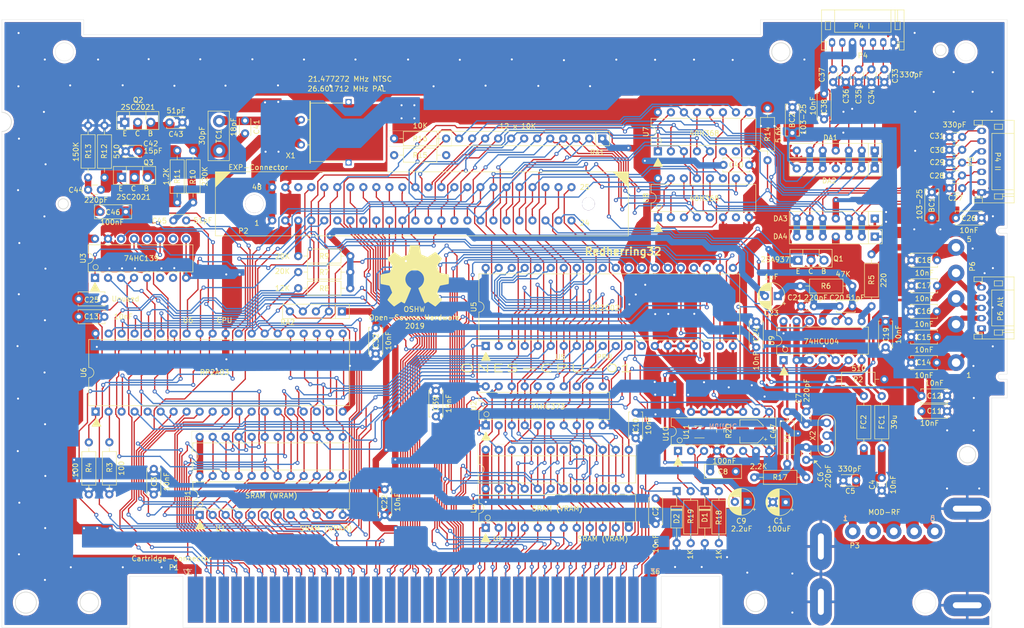
<source format=kicad_pcb>
(kicad_pcb (version 20211014) (generator pcbnew)
  (layers (0 "F.Cu" signal) (31 "B.Cu" signal) (34 "B.Paste" user) (35 "F.Paste" user) (36 "B.SilkS" user "B.Silkscreen") (37 "F.SilkS" user "F.Silkscreen") (38 "B.Mask" user) (39 "F.Mask" user) (44 "Edge.Cuts" user))
  (net 0 "")
  (net 1 "/GND")
  (net 2 "/M2")
  (net 3 "/VCC")
  (net 4 "Net-(U3-Pad7)")
  (net 5 "Net-(U3-Pad6)")
  (net 6 "Net-(U3-Pad12)")
  (net 7 "Net-(U3-Pad10)")
  (net 8 "/ALE")
  (net 9 "/PPU-CLK")
  (net 10 "/VIDEO")
  (net 11 "Net-(C6-Pad2)")
  (net 12 "Net-(C7-Pad2)")
  (net 13 "Net-(C17-Pad2)")
  (net 14 "Net-(C9-Pad2)")
  (net 15 "Net-(C11-Pad2)")
  (net 16 "Net-(C18-Pad2)")
  (net 17 "/EXP-AUDIO-OUT")
  (net 18 "Net-(C20-Pad1)")
  (net 19 "Net-(C23-Pad2)")
  (net 20 "/4017-D0")
  (net 21 "/4017-D3")
  (net 22 "/4017-D4")
  (net 23 "/~{OE1}")
  (net 24 "/4016-D0")
  (net 25 "/4016-D3")
  (net 26 "/4016-D4")
  (net 27 "Net-(C41-Pad2)")
  (net 28 "Net-(C41-Pad1)")
  (net 29 "Net-(C42-Pad2)")
  (net 30 "/CPU-CLK")
  (net 31 "/SYSTEM-CLK")
  (net 32 "/CIC-TO-MB")
  (net 33 "/CIC-TO-CART")
  (net 34 "Net-(R1-Pad1)")
  (net 35 "/EXP-VIDEO")
  (net 36 "/SOUND-2")
  (net 37 "/SOUND-1")
  (net 38 "Net-(R5-Pad1)")
  (net 39 "/EXP-AUDIO-IN")
  (net 40 "/~{NMI}")
  (net 41 "Net-(R18-Pad2)")
  (net 42 "Net-(R19-Pad2)")
  (net 43 "/4016-D2")
  (net 44 "/4016-D1")
  (net 45 "/~{IRQ}")
  (net 46 "/4017-D2")
  (net 47 "/4017-D1")
  (net 48 "/PPU-A13")
  (net 49 "/CPU-A8")
  (net 50 "/CPU-D2")
  (net 51 "/CPU-A9")
  (net 52 "/CPU-D1")
  (net 53 "/CPU-R~{W}")
  (net 54 "/CPU-D0")
  (net 55 "/CPU-A0")
  (net 56 "/CPU-A10")
  (net 57 "/CPU-A1")
  (net 58 "/WRAM-~{CE}")
  (net 59 "/CPU-A2")
  (net 60 "/CPU-D7")
  (net 61 "/CPU-A3")
  (net 62 "/CPU-D6")
  (net 63 "/CPU-A4")
  (net 64 "/CPU-D5")
  (net 65 "/CPU-A5")
  (net 66 "/CPU-D4")
  (net 67 "/CPU-A6")
  (net 68 "/CPU-D3")
  (net 69 "/CPU-A7")
  (net 70 "/PPU-A1")
  (net 71 "/PPU-A0")
  (net 72 "/PPU-D0")
  (net 73 "/PPU-A7")
  (net 74 "/PPU-D2")
  (net 75 "/PPU-D7")
  (net 76 "/PPU-A2")
  (net 77 "/PPU-D5")
  (net 78 "/PPU-A4")
  (net 79 "/PPU-A5")
  (net 80 "/PPU-D4")
  (net 81 "/PPU-A3")
  (net 82 "/PPU-D6")
  (net 83 "/PPU-D3")
  (net 84 "/PPU-A6")
  (net 85 "/PPU-D1")
  (net 86 "/CPU-A15")
  (net 87 "/PPU-~{CE}")
  (net 88 "Net-(U3-Pad1)")
  (net 89 "/CPU-A14")
  (net 90 "/CPU-A13")
  (net 91 "/~{ROMSEL}")
  (net 92 "/PPU-A8")
  (net 93 "/PPU-A9")
  (net 94 "/PPU-~{WE}")
  (net 95 "/PPU-~{RD}")
  (net 96 "/VRAM-A10")
  (net 97 "/VRAM-~{CE}")
  (net 98 "/PPU-A10")
  (net 99 "/PPU-A11")
  (net 100 "/PPU-A12")
  (net 101 "/~{RST}")
  (net 102 "Net-(Q1-Pad3)")
  (net 103 "/OUT-1")
  (net 104 "/OUT-2")
  (net 105 "/CPU-A12")
  (net 106 "/CPU-A11")
  (net 107 "Net-(U7-Pad7)")
  (net 108 "Net-(U8-Pad7)")
  (net 109 "/PPU-~{A13}")
  (net 110 "Net-(U10-Pad6)")
  (net 111 "/CIC-CLK")
  (net 112 "Net-(U10-Pad5)")
  (net 113 "/CIC-RST")
  (net 114 "/+9V")
  (net 115 "/AUDIO")
  (net 116 "/EXP-0")
  (net 117 "/EXP-1")
  (net 118 "/EXP-2")
  (net 119 "/EXP-3")
  (net 120 "/EXP-4")
  (net 121 "/EXP-9")
  (net 122 "/EXP-7")
  (net 123 "/EXP-6")
  (net 124 "/EXP-5")
  (net 125 "/EXP-8")
  (net 126 "Net-(P2-Pad46)")
  (net 127 "/~{OE2}")
  (net 128 "/OUT-0")
  (footprint "Capacitor_THT:C_Disc_D6.0mm_W2.5mm_P5.00mm" (layer "F.Cu") (at 181.549 -85 -90)
    (fp_text reference "BC1")
    (fp_text value "103-25")
  )
  (footprint "Capacitor_THT:C_Disc_D6.0mm_W2.5mm_P5.00mm" (layer "F.Cu") (at 154.324 -101.575 -90)
    (fp_text reference "BC2")
    (fp_text value "103-25")
  )
  (footprint "Capacitor_THT:CP_Radial_D5.0mm_P2.50mm" (layer "F.Cu") (at 153.024 -24.475 180)
    (fp_text reference "C1")
    (fp_text value "100uF")
  )
  (footprint "Capacitor_THT:C_Disc_D5.0mm_W2.5mm_P5.00mm" (layer "F.Cu") (at 127.624 -20.225 90)
    (fp_text reference "C2")
    (fp_text value "10nF")
  )
  (footprint "Capacitor_THT:C_Disc_D5.0mm_W2.5mm_P5.00mm" (layer "F.Cu") (at 29.6539 -25.9719 90)
    (fp_text reference "C3")
    (fp_text value "10nF")
  )
  (footprint "Capacitor_THT:C_Disc_D3.0mm_W1.6mm_P2.50mm" (layer "F.Cu") (at 171.774 -26.725 90)
    (fp_text reference "C4")
    (fp_text value "10nF")
  )
  (footprint "Capacitor_THT:C_Disc_D3.0mm_W2.0mm_P2.50mm" (layer "F.Cu") (at 166.774 -28.725 180)
    (fp_text reference "C5")
    (fp_text value "330pF")
  )
  (footprint "Capacitor_THT:C_Disc_D3.0mm_W1.6mm_P2.50mm" (layer "F.Cu") (at 157.024 -32.725 90)
    (fp_text reference "C6")
    (fp_text value "220pF")
  )
  (footprint "Capacitor_THT:C_Disc_D3.0mm_W1.6mm_P2.50mm" (layer "F.Cu") (at 157.024 -42.175 -90)
    (fp_text reference "C7")
    (fp_text value "220pF")
  )
  (footprint "Capacitor_THT:C_Disc_D7.0mm_W2.5mm_P5.00mm" (layer "F.Cu") (at 143.274 -30.475 180)
    (fp_text reference "C8")
    (fp_text value "100nF")
  )
  (footprint "Capacitor_THT:CP_Radial_D5.0mm_P2.50mm" (layer "F.Cu") (at 145.599 -24.55 180)
    (fp_text reference "C9")
    (fp_text value "2.2uF")
  )
  (footprint "Capacitor_THT:C_Disc_D5.0mm_W2.5mm_P5.00mm" (layer "F.Cu") (at 123.724 -36.975 90)
    (fp_text reference "C10")
    (fp_text value "10nF")
  )
  (footprint "Capacitor_THT:C_Disc_D5.0mm_W2.5mm_P5.00mm" (layer "F.Cu") (at 184.524 -42.225 180)
    (fp_text reference "C11")
    (fp_text value "10nF")
  )
  (footprint "Capacitor_THT:C_Disc_D5.0mm_W2.5mm_P5.00mm" (layer "F.Cu") (at 184.524 -45.225 180)
    (fp_text reference "C12")
    (fp_text value "10nF")
  )
  (footprint "Capacitor_THT:C_Disc_D5.0mm_W2.5mm_P5.00mm" (layer "F.Cu") (at 20.0019 -60.681 180)
    (fp_text reference "C13")
    (fp_text value "10nF")
  )
  (footprint "Capacitor_THT:C_Disc_D5.0mm_W2.5mm_P5.00mm" (layer "F.Cu") (at 177.524 -51.725)
    (fp_text reference "C14")
    (fp_text value "10nF")
  )
  (footprint "Capacitor_THT:C_Disc_D5.0mm_W2.5mm_P5.00mm" (layer "F.Cu") (at 177.524 -56.725)
    (fp_text reference "C15")
    (fp_text value "10nF")
  )
  (footprint "Capacitor_THT:C_Disc_D5.0mm_W2.5mm_P5.00mm" (layer "F.Cu") (at 177.524 -61.725)
    (fp_text reference "C16")
    (fp_text value "10nF")
  )
  (footprint "Capacitor_THT:C_Disc_D5.0mm_W2.5mm_P5.00mm" (layer "F.Cu") (at 177.574 -66.725)
    (fp_text reference "C17")
    (fp_text value "10nF")
  )
  (footprint "Capacitor_THT:C_Disc_D5.0mm_W2.5mm_P5.00mm" (layer "F.Cu") (at 177.574 -71.725)
    (fp_text reference "C18")
    (fp_text value "10nF")
  )
  (footprint "Capacitor_THT:C_Disc_D5.0mm_W2.5mm_P5.00mm" (layer "F.Cu") (at 172.524 -54.725 90)
    (fp_text reference "C19")
    (fp_text value "10nF")
  )
  (footprint "Capacitor_THT:C_Disc_D3.4mm_W2.1mm_P2.50mm" (layer "F.Cu") (at 163.524 -62.725)
    (fp_text reference "C20")
    (fp_text value "51pF")
  )
  (footprint "Capacitor_THT:C_Disc_D3.0mm_W1.6mm_P2.50mm" (layer "F.Cu") (at 156.024 -62.725)
    (fp_text reference "C21")
    (fp_text value "220pF")
  )
  (footprint "Capacitor_THT:C_Disc_D5.0mm_W2.5mm_P5.00mm" (layer "F.Cu") (at 74.724 -21.975 90)
    (fp_text reference "C22")
    (fp_text value "10nF")
  )
  (footprint "Capacitor_THT:CP_Radial_D5.0mm_P2.50mm" (layer "F.Cu") (at 151.474 -64.725 180)
    (fp_text reference "C23")
    (fp_text value "1uF")
  )
  (footprint "Capacitor_THT:C_Disc_D5.0mm_W2.5mm_P5.00mm" (layer "F.Cu") (at 147.274 -54.725 90)
    (fp_text reference "C24")
    (fp_text value "10nF")
  )
  (footprint "Capacitor_THT:C_Disc_D5.0mm_W2.5mm_P5.00mm" (layer "F.Cu") (at 20.0019 -64.1735 180)
    (fp_text reference "C25")
    (fp_text value "(Unused)")
  )
  (footprint "Capacitor_THT:C_Disc_D5.0mm_W2.5mm_P5.00mm" (layer "F.Cu") (at 191.249 -79.95 180)
    (fp_text reference "C26")
    (fp_text value "10nF")
  )
  (footprint "Capacitor_THT:C_Disc_D3.0mm_W1.6mm_P2.50mm" (layer "F.Cu") (at 187.4768 -85.77366 180)
    (fp_text reference "C27")
    (fp_text value "330pF")
  )
  (footprint "Capacitor_THT:C_Disc_D3.0mm_W1.6mm_P2.50mm" (layer "F.Cu") (at 187.44886 -88.27556 180)
    (fp_text reference "C28")
    (fp_text value "330pF")
  )
  (footprint "Capacitor_THT:C_Disc_D3.0mm_W1.6mm_P2.50mm" (layer "F.Cu") (at 187.47172 -90.77492 180)
    (fp_text reference "C29")
    (fp_text value "330pF")
  )
  (footprint "Capacitor_THT:C_Disc_D3.0mm_W1.6mm_P2.50mm" (layer "F.Cu") (at 187.47172 -93.27682 180)
    (fp_text reference "C30")
    (fp_text value "330pF")
  )
  (footprint "Capacitor_THT:C_Disc_D3.0mm_W1.6mm_P2.50mm" (layer "F.Cu") (at 187.47236 -95.77364 180)
    (fp_text reference "C31")
    (fp_text value "330pF")
  )
  (footprint "Capacitor_THT:C_Disc_D5.0mm_W2.5mm_P5.00mm" (layer "F.Cu") (at 72.974 -53.475 90)
    (fp_text reference "C32")
    (fp_text value "10nF")
  )
  (footprint "Capacitor_THT:C_Disc_D3.0mm_W1.6mm_P2.50mm" (layer "F.Cu") (at 172.274 -108.975 -90)
    (fp_text reference "C33")
    (fp_text value "330pF")
  )
  (footprint "Capacitor_THT:C_Disc_D3.0mm_W1.6mm_P2.50mm" (layer "F.Cu") (at 169.774 -108.975 -90)
    (fp_text reference "C34")
    (fp_text value "330pF")
  )
  (footprint "Capacitor_THT:C_Disc_D3.0mm_W1.6mm_P2.50mm" (layer "F.Cu") (at 167.274 -108.975 -90)
    (fp_text reference "C35")
    (fp_text value "330pF")
  )
  (footprint "Capacitor_THT:C_Disc_D3.0mm_W1.6mm_P2.50mm" (layer "F.Cu") (at 164.774 -108.975 -90)
    (fp_text reference "C36")
    (fp_text value "330pF")
  )
  (footprint "Capacitor_THT:C_Disc_D3.0mm_W1.6mm_P2.50mm" (layer "F.Cu") (at 162.274 -108.975 -90)
    (fp_text reference "C37")
    (fp_text value "330pF")
  )
  (footprint "Capacitor_THT:C_Disc_D5.0mm_W2.5mm_P5.00mm" (layer "F.Cu") (at 160.524 -99.225 90)
    (fp_text reference "C38")
    (fp_text value "10nF")
  )
  (footprint "Capacitor_THT:C_Disc_D5.0mm_W2.5mm_P5.00mm" (layer "F.Cu") (at 84.724 -41.225 90)
    (fp_text reference "C39")
    (fp_text value "10nF")
  )
  (footprint "Capacitor_THT:C_Disc_D5.0mm_W2.5mm_P5.00mm" (layer "F.Cu") (at 145.874 -90.325 180)
    (fp_text reference "C40")
    (fp_text value "10nF")
  )
  (footprint "Capacitor_THT:C_Disc_D3.0mm_W2.0mm_P2.50mm" (layer "F.Cu") (at 47.474 -98.975 -90)
    (fp_text reference "C41")
    (fp_text value "18pF")
  )
  (footprint "Capacitor_THT:C_Disc_D3.4mm_W2.1mm_P2.50mm" (layer "F.Cu") (at 24.174 -92.975)
    (fp_text reference "C42")
    (fp_text value "15pF")
  )
  (footprint "Capacitor_THT:C_Disc_D3.4mm_W2.1mm_P2.50mm" (layer "F.Cu") (at 35.224 -98.625 180)
    (fp_text reference "C43")
    (fp_text value "51pF")
  )
  (footprint "Capacitor_THT:C_Disc_D3.0mm_W1.6mm_P2.50mm" (layer "F.Cu") (at 19.324 -85.475 180)
    (fp_text reference "C44")
    (fp_text value "220pF")
  )
  (footprint "Capacitor_THT:C_Disc_D3.4mm_W2.1mm_P2.50mm" (layer "F.Cu") (at 33.474 -79.477)
    (fp_text reference "C45")
    (fp_text value "51pF")
  )
  (footprint "Capacitor_THT:C_Disc_D7.0mm_W2.5mm_P5.00mm" (layer "F.Cu") (at 24.1929 -81.1788 180)
    (fp_text reference "C46")
    (fp_text value "100nF")
  )
  (footprint "Diode_THT:D_DO-35_SOD27_P10.16mm_Horizontal" (layer "F.Cu") (at 137.224 -26.65 -90)
    (fp_text reference "D1")
    (fp_text value "?")
  )
  (footprint "Diode_THT:D_DO-35_SOD27_P10.16mm_Horizontal" (layer "F.Cu") (at 131.724 -26.65 -90)
    (fp_text reference "D2")
    (fp_text value "?")
  )
  (footprint "Resistor_THT:R_Array_SIP7" (layer "F.Cu") (at 170.414 -93.125 180)
    (fp_text reference "DA1")
    (fp_text value "DAN601")
  )
  (footprint "Resistor_THT:R_Array_SIP7" (layer "F.Cu") (at 170.414 -89.625 180)
    (fp_text reference "DA2")
    (fp_text value "UPA64H")
  )
  (footprint "Resistor_THT:R_Array_SIP7" (layer "F.Cu") (at 170.424 -79.85 180)
    (fp_text reference "DA3")
    (fp_text value "DAN601")
  )
  (footprint "Resistor_THT:R_Array_SIP7" (layer "F.Cu") (at 170.424 -76.325 180)
    (fp_text reference "DA4")
    (fp_text value "UPA64H")
  )
  (footprint "Resistor_THT:R_Axial_DIN0207_L6.3mm_D2.5mm_P10.16mm_Horizontal" (layer "F.Cu") (at 171.774 -45.185 -90)
    (fp_text reference "FC1")
    (fp_text value "39u")
  )
  (footprint "Resistor_THT:R_Axial_DIN0207_L6.3mm_D2.5mm_P10.16mm_Horizontal" (layer "F.Cu") (at 168.274 -45.185 -90)
    (fp_text reference "FC2")
    (fp_text value "Ferrite_Coil")
  )
  (footprint "NESRE:Mod_RF" (layer "F.Cu") (at 166.12 -20.931)
    (fp_text reference "P3")
    (fp_text value "MOD RF")
  )
  (footprint "Package_TO_SOT_THT:TO-126-3_Vertical" (layer "F.Cu") (at 155.424 -71.725)
    (fp_text reference "Q1")
    (fp_text value "2SA937")
  )
  (footprint "Package_TO_SOT_THT:TO-126-3_Vertical" (layer "F.Cu") (at 23.974 -98.625)
    (fp_text reference "Q2")
    (fp_text value "2SC2021")
  )
  (footprint "Package_TO_SOT_THT:TO-126-3_Vertical" (layer "F.Cu") (at 23.349 -87.9)
    (fp_text reference "Q3")
    (fp_text value "2SC2021")
  )
  (footprint "Resistor_THT:R_Axial_DIN0207_L6.3mm_D2.5mm_P10.16mm_Horizontal" (layer "F.Cu") (at 153.324 -31.975 90)
    (fp_text reference "R1")
    (fp_text value "1M")
  )
  (footprint "Resistor_THT:R_Axial_DIN0207_L6.3mm_D2.5mm_P10.16mm_Horizontal" (layer "F.Cu") (at 172.274 -48.475 180)
    (fp_text reference "R2")
    (fp_text value "510")
  )
  (footprint "Resistor_THT:R_Axial_DIN0207_L6.3mm_D2.5mm_P10.16mm_Horizontal" (layer "F.Cu") (at 20.974 -26.015 90)
    (fp_text reference "R3")
    (fp_text value "100")
  )
  (footprint "Resistor_THT:R_Axial_DIN0207_L6.3mm_D2.5mm_P10.16mm_Horizontal" (layer "F.Cu") (at 16.9666 -26 90)
    (fp_text reference "R4")
    (fp_text value "100")
  )
  (footprint "Resistor_THT:R_Axial_DIN0207_L6.3mm_D2.5mm_P10.16mm_Horizontal" (layer "F.Cu") (at 169.774 -62.725 90)
    (fp_text reference "R5")
    (fp_text value "220")
  )
  (footprint "Resistor_THT:R_Axial_DIN0207_L6.3mm_D2.5mm_P10.16mm_Horizontal" (layer "F.Cu") (at 155.864 -66.675)
    (fp_text reference "R6")
    (fp_text value "47K")
  )
  (footprint "Resistor_THT:R_Axial_DIN0207_L6.3mm_D2.5mm_P10.16mm_Horizontal" (layer "F.Cu") (at 57.849 -69.4)
    (fp_text reference "R7")
    (fp_text value "20K")
  )
  (footprint "Resistor_THT:R_Axial_DIN0207_L6.3mm_D2.5mm_P10.16mm_Horizontal" (layer "F.Cu") (at 57.849 -66.25)
    (fp_text reference "R8")
    (fp_text value "12K")
  )
  (footprint "Resistor_THT:R_Axial_DIN0207_L6.3mm_D2.5mm_P10.16mm_Horizontal" (layer "F.Cu") (at 57.849 -72.525)
    (fp_text reference "R9")
    (fp_text value "20K")
  )
  (footprint "Resistor_THT:R_Axial_DIN0207_L6.3mm_D2.5mm_P10.16mm_Horizontal" (layer "F.Cu") (at 37.324 -93.15 -90)
    (fp_text reference "R10")
    (fp_text value "220K")
  )
  (footprint "Resistor_THT:R_Axial_DIN0207_L6.3mm_D2.5mm_P10.16mm_Horizontal" (layer "F.Cu") (at 34.224 -82.975 90)
    (fp_text reference "R11")
    (fp_text value "1.2K")
  )
  (footprint "Resistor_THT:R_Axial_DIN0207_L6.3mm_D2.5mm_P10.16mm_Horizontal" (layer "F.Cu") (at 20.024 -87.865 90)
    (fp_text reference "R12")
    (fp_text value "510")
  )
  (footprint "Resistor_THT:R_Axial_DIN0207_L6.3mm_D2.5mm_P10.16mm_Horizontal" (layer "F.Cu") (at 16.824 -87.875 90)
    (fp_text reference "R13")
    (fp_text value "150K")
  )
  (footprint "Resistor_THT:R_Axial_DIN0207_L6.3mm_D2.5mm_P10.16mm_Horizontal" (layer "F.Cu") (at 149.474 -101.4 -90)
    (fp_text reference "R14")
    (fp_text value "5.6K")
  )
  (footprint "NESRE:R_Axial_DIN0207_L6.3mm_D2.5mm_P10.16mm_Horizontal_OverLapping" (layer "F.Cu") (at 76.56516 -95.479)
    (fp_text reference "R16")
    (fp_text value "10K")
  )
  (footprint "Resistor_THT:R_Axial_DIN0207_L6.3mm_D2.5mm_P10.16mm_Horizontal" (layer "F.Cu") (at 146.864 -29.325)
    (fp_text reference "R17")
    (fp_text value "2.2K")
  )
  (footprint "Resistor_THT:R_Axial_DIN0207_L6.3mm_D2.5mm_P10.16mm_Horizontal" (layer "F.Cu") (at 139.974 -16.475 90)
    (fp_text reference "R18")
    (fp_text value "1K")
  )
  (footprint "Resistor_THT:R_Axial_DIN0207_L6.3mm_D2.5mm_P10.16mm_Horizontal" (layer "F.Cu") (at 134.474 -16.475 90)
    (fp_text reference "R19")
    (fp_text value "1K")
  )
  (footprint "Resistor_THT:R_Array_SIP13" (layer "F.Cu") (at 117.204 -95.475 180)
    (fp_text reference "RA1")
    (fp_text value "12 x 10K")
  )
  (footprint "Resistor_THT:R_Array_SIP5" (layer "F.Cu") (at 66.384 -61.725 180)
    (fp_text reference "RA2")
    (fp_text value "4 x 6.8K")
  )
  (footprint "NESRE:TrimmerCap-THT" (layer "F.Cu") (at 40.424 -93.125 90)
    (fp_text reference "TC1")
    (fp_text value "30pF")
  )
  (footprint "Package_DIP:DIP-20_W7.62mm" (layer "F.Cu") (at 94.45 -39.472 90)
    (fp_text reference "U2")
    (fp_text value "74HC373")
  )
  (footprint "Package_DIP:DIP-16_W7.62mm" (layer "F.Cu") (at 18.174 -68.275 90)
    (fp_text reference "U3")
    (fp_text value "74HC139")
  )
  (footprint "Package_DIP:DIP-40_W15.24mm" (layer "F.Cu") (at 94.45 -54.975 90)
    (fp_text reference "U5")
    (fp_text value "RP2C02 PPU")
  )
  (footprint "Package_DIP:DIP-40_W15.24mm" (layer "F.Cu") (at 18.28 -42.16 90)
    (fp_text reference "U6")
    (fp_text value "RP2A03 CPU")
  )
  (footprint "Package_DIP:DIP-16_W7.62mm" (layer "F.Cu") (at 128.074 -92.975 90)
    (fp_text reference "U7")
    (fp_text value "40H368 (CI)")
  )
  (footprint "Package_DIP:DIP-16_W7.62mm" (layer "F.Cu") (at 128.074 -80.075 90)
    (fp_text reference "U8")
    (fp_text value "40H368 (CII)")
  )
  (footprint "Package_DIP:DIP-14_W7.62mm" (layer "F.Cu") (at 152.599 -52.2 90)
    (fp_text reference "U9")
    (fp_text value "74LS04")
  )
  (footprint "Crystal:Crystal_HC49-U_Horizontal_1EP_style2" (layer "F.Cu") (at 58.424 -94.25 90)
    (fp_text reference "X1")
    (fp_text value "21.477272 MHz")
  )
  (footprint "Connector_JST:JST_PH_S7B-PH-K_1x07_P2.00mm_Horizontal" (layer "F.Cu") (at 174.074 -114.225 180)
    (fp_text reference "P4")
    (fp_text value "Controller Input")
  )
  (footprint "Connector_JST:JST_PH_S7B-PH-K_1x07_P2.00mm_Horizontal" (layer "F.Cu") (at 191.274 -84.975 90)
    (fp_text reference "P5")
    (fp_text value "Controller Input")
  )
  (footprint "Package_DIP:DIP-24_W7.62mm" (layer "F.Cu") (at 38.6 -21.975 90)
    (fp_text reference "U1")
    (fp_text value "6116 (WRAM)")
  )
  (footprint "Package_DIP:DIP-24_W7.62mm" (layer "F.Cu") (at 94.45 -19.475 90)
    (fp_text reference "U4")
    (fp_text value "6116 (VRAM)")
  )
  (footprint "NESRE:PowerReset-switch-In" (layer "F.Cu") (at 186.274 -74.225 -90)
    (fp_text reference "P6")
    (fp_text value "PWR/RST IN")
  )
  (footprint "NESRE:NES_Edge_Connector" (layer "F.Cu") (at 20.049 -11.7)
    (fp_text reference "P1")
    (fp_text value "72-Pin Connector")
  )
  (footprint "NESRE:EXP_Header" (layer "F.Cu") (at 52.782 -85.975)
    (fp_text reference "P2")
    (fp_text value "EXP-Connector")
  )
  (footprint "Symbol:OSHW-Symbol_13.4x12mm_SilkScreen" (layer "F.Cu") (at 80.574 -68.625)
    (fp_text reference "REF**" hide)
    (fp_text value " " hide)
  )
  (footprint "NESRE:DIP-24_W7.62mmSingleRow" (layer "F.Cu") (at 94.45 -27.075 90)
    (fp_text reference " ")
    (fp_text value " ")
  )
  (footprint "NESRE:DIP-24_W7.62mmSingleRow" (layer "F.Cu") (at 38.6 -29.6 90)
    (fp_text reference " ")
    (fp_text value " ")
  )
  (footprint "Resistor_THT:R_Axial_DIN0207_L6.3mm_D2.5mm_P10.16mm_Horizontal" (layer "F.Cu") (at 76.574 -92.225)
    (fp_text reference "R15")
    (fp_text value "R15")
  )
  (footprint "Crystal:Resonator_muRata_CSTLSxxxG-3Pin_W8.0mm_H3.0mm" (layer "F.Cu") (at 161.024 -34.975 90)
    (fp_text reference "X2")
    (fp_text value "4MHz")
  )
  (footprint "Resistor_SMD:R_0805_2012Metric" (layer "F.Cu") (at 140.24 -38.35 -90)
    (fp_text reference "R20")
    (fp_text value "0R")
  )
  (footprint "Package_TO_SOT_SMD:SOT-353_SC-70-5" (layer "F.Cu") (at 135.93 -38.19 180)
    (fp_text reference "U11")
    (fp_text value " ")
  )
  (footprint "Package_DIP:DIP-16_W7.62mm" (layer "F.Cu") (at 132 -34.48 90)
    (fp_text reference "U10")
    (fp_text value "CIC")
  )
  (footprint "Connector_JST:JST_PH_S5B-PH-K_1x05_P2.00mm_Horizontal" (layer "F.Cu") (at 191.25 -58.4 90)
    (fp_text reference "P6 Alt")
    (fp_text value "PWR/RST IN")
  )
  (footprint "Capacitor_SMD:CP_Elec_4x5.3" (layer "F.Cu") (at 146.34 -38.3 180)
    (fp_text reference "C47")
    (fp_text value "0.47uF")
  )
  (gr_line (start 158.574 -32.075) (end 158.724 -32.175) (layer "F.SilkS") (width 0.12))
  (gr_poly (pts (xy 18.449 -40.925) (xy 19.374 -39.275) (xy 17.574 -39.275)) (layer "F.SilkS") (width 0.1) (fill solid))
  (gr_poly (pts (xy 38.699 -20.875) (xy 39.624 -19.225) (xy 37.824 -19.225)) (layer "F.SilkS") (width 0.1) (fill solid))
  (gr_poly (pts (xy 94.424 -18.375) (xy 95.349 -16.725) (xy 93.549 -16.725)) (layer "F.SilkS") (width 0.1) (fill solid))
  (gr_poly (pts (xy 131.999 -33.3) (xy 132.924 -31.65) (xy 131.124 -31.65)) (layer "F.SilkS") (width 0.1) (fill solid))
  (gr_poly (pts (xy 94.474 -38.2) (xy 95.399 -36.55) (xy 93.599 -36.55)) (layer "F.SilkS") (width 0.1) (fill solid))
  (gr_poly (pts (xy 152.674 -50.925) (xy 153.599 -49.275) (xy 151.799 -49.275)) (layer "F.SilkS") (width 0.1) (fill solid))
  (gr_poly (pts (xy 128.074 -78.925) (xy 128.999 -77.275) (xy 127.199 -77.275)) (layer "F.SilkS") (width 0.1) (fill solid))
  (gr_poly (pts (xy 128.074 -91.675) (xy 128.999 -90.025) (xy 127.199 -90.025)) (layer "F.SilkS") (width 0.1) (fill solid))
  (gr_poly (pts (xy 94.474 -53.775) (xy 95.399 -52.125) (xy 93.599 -52.125)) (layer "F.SilkS") (width 0.1) (fill solid))
  (gr_poly (pts (xy 18.162062 -67.381186) (xy 19.087062 -65.731186) (xy 17.287062 -65.731186)) (layer "F.SilkS") (width 0.1) (fill solid))
  (gr_circle (center 18.299 -70.375) (end 18.799 -70.375) (layer "F.SilkS") (width 0.12) (fill none))
  (gr_circle (center 128.299 -82.175) (end 128.799 -82.175) (layer "F.SilkS") (width 0.12) (fill none))
  (gr_circle (center 128.249 -95.075) (end 128.749 -95.075) (layer "F.SilkS") (width 0.12) (fill none))
  (gr_circle (center 152.924 -54.275) (end 153.424 -54.275) (layer "F.SilkS") (width 0.12) (fill none))
  (gr_line (start 158.599 -32.6) (end 159.199 -32.5) (layer "F.SilkS") (width 0.12))
  (gr_line (start 158.999 -32.45) (end 158.899 -32.5) (layer "F.SilkS") (width 0.12))
  (gr_circle (center 94.849 -21.45) (end 95.349 -21.45) (layer "F.SilkS") (width 0.12) (fill none))
  (gr_line (start 159.199 -32.5) (end 158.724 -32.175) (layer "F.SilkS") (width 0.12))
  (gr_circle (center 94.599 -41.65) (end 95.099 -41.65) (layer "F.SilkS") (width 0.12) (fill none))
  (gr_line (start 158.649 -32.225) (end 158.774 -32.3) (layer "F.SilkS") (width 0.12))
  (gr_line (start 40.249 -91.15) (end 44.399 -91.15) (layer "F.SilkS") (width 0.12))
  (gr_line (start 158.599 -32.6) (end 158.574 -32.1) (layer "F.SilkS") (width 0.12))
  (gr_circle (center 132.324 -36.55) (end 132.824 -36.55) (layer "F.SilkS") (width 0.12) (fill none))
  (gr_line (start 158.649 -32.425) (end 158.649 -32.225) (layer "F.SilkS") (width 0.12))
  (gr_line (start 40.249 -100.825) (end 40.249 -91.15) (layer "F.SilkS") (width 0.12))
  (gr_line (start 44.399 -91.15) (end 44.399 -100.825) (layer "F.SilkS") (width 0.12))
  (gr_line (start 158.899 -32.5) (end 158.649 -32.425) (layer "F.SilkS") (width 0.12))
  (gr_line (start 44.424 -100.825) (end 40.249 -100.825) (layer "F.SilkS") (width 0.12))
  (gr_line (start 158.899 -32.4) (end 158.999 -32.45) (layer "F.SilkS") (width 0.12))
  (gr_line (start 158.774 -32.3) (end 158.724 -32.375) (layer "F.SilkS") (width 0.12))
  (gr_circle (center 38.699 -24.025) (end 39.199 -24.025) (layer "F.SilkS") (width 0.12) (fill none))
  (gr_line (start 158.749 -32.525) (end 158.899 -32.4) (layer "F.SilkS") (width 0.12))
  (gr_line (start 159.899 -31.125) (end 158.599 -32.6) (layer "F.SilkS") (width 0.12))
  (gr_line (start -0.001 0) (end 24.949 0) (layer "Edge.Cuts") (width 0.05))
  (gr_line (start 24.949 0) (end 24.949 -10) (layer "Edge.Cuts") (width 0.05))
  (gr_line (start 24.949 -10) (end 35.349 -10) (layer "Edge.Cuts") (width 0.05))
  (gr_line (start 35.349 0) (end 35.349 -10) (layer "Edge.Cuts") (width 0.05))
  (gr_line (start 35.349 0) (end 128.749 0) (layer "Edge.Cuts") (width 0.05))
  (gr_line (start 128.749 0) (end 128.749 -10) (layer "Edge.Cuts") (width 0.05))
  (gr_line (start 128.749 -10) (end 140.174 -10) (layer "Edge.Cuts") (width 0.05))
  (gr_line (start 140.174 0) (end 140.174 -10) (layer "Edge.Cuts") (width 0.05))
  (gr_line (start 140.174 0) (end 193.249 0) (layer "Edge.Cuts") (width 0.05))
  (gr_line (start 193.249 0) (end 193.249 -44.825) (layer "Edge.Cuts") (width 0.05))
  (gr_line (start 193.249 -44.825) (end 196.249 -44.825) (layer "Edge.Cuts") (width 0.05))
  (gr_line (start 15.949 -118.7) (end 15.949 -115.75) (layer "Edge.Cuts") (width 0.05))
  (gr_line (start 148.099 -118.7) (end 148.099 -115.75) (layer "Edge.Cuts") (width 0.05))
  (gr_line (start -0.001 -96.85) (end -0.001 0) (layer "Edge.Cuts") (width 0.05))
  (gr_line (start -0.001002 -100.599833) (end -0.001 -118.7) (layer "Edge.Cuts") (width 0.05))
  (gr_line (start 196.251296 -48.475516) (end 196.249 -44.825) (layer "Edge.Cuts") (width 0.05))
  (gr_line (start 196.249023 -76.975624) (end 196.249 -49.475) (layer "Edge.Cuts") (width 0.05))
  (gr_line (start 196.249 -77.975) (end 196.249 -118.7) (layer "Edge.Cuts") (width 0.05))
  (gr_circle (center 49.29 -82.73) (end 51.04 -82.73) (layer "Edge.Cuts") (width 0.05) (fill none))
  (gr_arc (start 1.849166 -98.725901) (mid 1.309069 -97.408246) (end -0.001 -96.85) (layer "Edge.Cuts") (width 0.12))
  (gr_line (start 15.949 -118.7) (end -0.001 -118.7) (layer "Edge.Cuts") (width 0.05))
  (gr_circle (center 147.131 -4.914) (end 148.941 -4.914) (layer "Edge.Cuts") (width 0.12) (fill none))
  (gr_line (start 196.249 -76.98) (end 194.998 -76.981) (layer "Edge.Cuts") (width 0.05))
  (gr_arc (start -0.001002 -100.599833) (mid 1.308634 -100.041957) (end 1.849 -98.725) (layer "Edge.Cuts") (width 0.12))
  (gr_arc (start 194.994479 -76.981625) (mid 194.657179 -77.136391) (end 194.519456 -77.481001) (layer "Edge.Cuts") (width 0.05))
  (gr_circle (center 188.224 -112.4) (end 189.999 -112.4) (layer "Edge.Cuts") (width 0.05) (fill none))
  (gr_circle (center 188.524 -33.75) (end 190.124195 -33.75) (layer "Edge.Cuts") (width 0.12) (fill none))
  (gr_line (start 196.251 -48.475) (end 194.998 -48.475) (layer "Edge.Cuts") (width 0.05))
  (gr_circle (center 152.073 -112.4) (end 153.848 -112.4) (layer "Edge.Cuts") (width 0.12) (fill none))
  (gr_line (start 196.251 -49.475) (end 194.998 -49.475) (layer "Edge.Cuts") (width 0.05))
  (gr_arc (start 194.519456 -77.481001) (mid 194.66039 -77.82029) (end 194.995 -77.972) (layer "Edge.Cuts") (width 0.05))
  (gr_arc (start 194.521 -48.972) (mid 194.657776 -49.317601) (end 194.994015 -49.476) (layer "Edge.Cuts") (width 0.05))
  (gr_circle (center 12.199 -112.4) (end 13.974 -112.4) (layer "Edge.Cuts") (width 0.05) (fill none))
  (gr_circle (center 183.274 -112.725) (end 184.334 -112.725) (layer "Edge.Cuts") (width 0.12) (fill none))
  (gr_circle (center 4.672 -4.876) (end 6.732 -4.876) (layer "Edge.Cuts") (width 0.12) (fill none))
  (gr_circle (center 17.071 -4.914) (end 18.881 -4.914) (layer "Edge.Cuts") (width 0.12) (fill none))
  (gr_arc (start 194.998 -48.475) (mid 194.659198 -48.629044) (end 194.520681 -48.974485) (layer "Edge.Cuts") (width 0.05))
  (gr_circle (center 11.974 -82.725) (end 12.974 -82.725) (layer "Edge.Cuts") (width 0.12) (fill none))
  (gr_line (start 196.25 -77.972) (end 194.999 -77.972) (layer "Edge.Cuts") (width 0.05))
  (gr_circle (center 180.277 -4.876) (end 182.337 -4.876) (layer "Edge.Cuts") (width 0.05) (fill none))
  (gr_line (start 129.95 -32.77) (end 130.13 -32.77) (layer "Edge.Cuts") (width 0.05))
  (gr_line (start 148.099 -118.7) (end 196.249 -118.7) (layer "Edge.Cuts") (width 0.05))
  (gr_line (start 15.949 -115.75) (end 148.099 -115.75) (layer "Edge.Cuts") (width 0.05))
  (gr_text "37" (at 36.274 -10.8) (layer "B.SilkS") (effects (font (size 1 1)) (justify mirror)))
  (gr_text "5" (at 181.684 -21.315) (layer "B.SilkS") (effects (font (size 1 1)) (justify mirror)))
  (gr_text "72" (at 127.599 -10.9) (layer "B.SilkS") (effects (font (size 1 1)) (justify mirror)))
  (gr_text "NullCIC" (at 140.78 -39.32 180) (layer "B.SilkS") (effects (font (size 1 1)) (justify mirror)))
  (gr_text "1" (at 164.614 -21.405) (layer "B.SilkS") (effects (font (size 1 1)) (justify mirror)))
  (gr_text "EXP-Connector\n" (at 50.049 -89.85) (layer "F.SilkS") (effects (font (size 1 1))))
  (gr_text "36" (at 127.549 -10.95) (layer "F.SilkS") (effects (font (size 1 1))))
  (gr_text "P4 II" (at 194.4 -91 -90) (layer "F.SilkS") (effects (font (size 1 1))))
  (gr_text "U5        PPU" (at 113.574 -52.8) (layer "F.SilkS") (effects (font (size 1 1))))
  (gr_text "74HC139" (at 27.224 -72.075) (layer "F.SilkS") (effects (font (size 1 1))))
  (gr_text "1" (at 36.324 -10.925) (layer "F.SilkS") (effects (font (size 1 1))))
  (gr_text "2019" (at 80.624 -58.875) (layer "F.SilkS") (effects (font (size 1 1))))
  (gr_text "1" (at 188.774 -49.275) (layer "F.SilkS") (effects (font (size 1 1))))
  (gr_text "5" (at 181.724 -21.305) (layer "F.SilkS") (effects (font (size 1 1))))
  (gr_text "SRAM (WRAM)" (at 52.599 -25.75) (layer "F.SilkS") (effects (font (size 1 1))))
  (gr_text "ONES-CPU-01" (at 106.324 -50.625) (layer "F.SilkS") (effects (font (size 1.5 3) (thickness 0.2))))
  (gr_text "SRAM (VRAM)\n" (at 108.424 -23.225) (layer "F.SilkS") (effects (font (size 1 1))))
  (gr_text "P4 I" (at 167.9 -117.4) (layer "F.SilkS") (effects (font (size 1 1))))
  (gr_text "Unused" (at 24.124 -64.175) (layer "F.SilkS") (effects (font (size 1 1))))
  (gr_text "RP2A03" (at 41.514 -49.825) (layer "F.SilkS") (effects (font (size 1 1))))
  (gr_text "5" (at 188.849 -75.8) (layer "F.SilkS") (effects (font (size 1 1))))
  (gr_text "Redherring32" (at 121.274 -73.425) (layer "F.SilkS") (effects (font (size 1.5 1.5) (thickness 0.3))))
  (gr_text "RP2C02" (at 117.654 -62.415) (layer "F.SilkS") (effects (font (size 1 1))))
  (gr_text "74HC373" (at 106.544 -43.135) (layer "F.SilkS") (effects (font (size 1 1))))
  (gr_text "E  C  B" (at 25.724 -85.725) (layer "F.SilkS") (effects (font (size 1 1))))
  (gr_text "21.477272 MHz NTSC" (at 67.954 -107.095) (layer "F.SilkS") (effects (font (size 1 1))))
  (gr_text "1" (at 164.714 -21.285) (layer "F.SilkS") (effects (font (size 1 1))))
  (gr_text "40H368" (at 137.134 -83.795) (layer "F.SilkS") (effects (font (size 1 1))))
  (gr_text "U6      CPU" (at 40.149 -59.975) (layer "F.SilkS") (effects (font (size 1 1))))
  (gr_text "74HCU04" (at 159.994 -55.855) (layer "F.SilkS") (effects (font (size 1 1))))
  (gr_text "MOD-RF" (at 172.284 -22.525) (layer "F.SilkS") (effects (font (size 1 1))))
  (gr_text "U1                   SRAM (WRAM)\n" (at 55.024 -19.35) (layer "F.SilkS") (effects (font (size 1 1))))
  (gr_text "E  C  B" (at 157.964 -69.555) (layer "F.SilkS") (effects (font (size 1 1))))
  (gr_text "40H368" (at 137.134 -96.495) (layer "F.SilkS") (effects (font (size 1 1))))
  (gr_text "OSHW\nOpen-Source Hardware" (at 80.524 -61.325) (layer "F.SilkS") (effects (font (size 1 1))))
  (gr_text "Cartridge-Connector" (at 33.124 -13.475) (layer "F.SilkS") (effects (font (size 1 1))))
  (gr_text "E  C  B" (at 26.524 -96.45) (layer "F.SilkS") (effects (font (size 1 1))))
  (gr_text "26.601712 MHz PAL" (at 67.314 -105.185) (layer "F.SilkS") (effects (font (size 1 1))))
  (gr_text "U4                   SRAM (VRAM)\n" (at 109.074 -17.35) (layer "F.SilkS") (effects (font (size 1 1))))
  (segment (start 142.749 -91) (end 142.749 -89.675) (width 0.25) (layer "F.Cu") (net 1))
  (segment (start 140.24 -39.2875) (end 141.5125 -39.2875) (width 0.25) (layer "F.Cu") (net 1))
  (segment (start 162.799 -73.9) (end 162.804 -73.905) (width 1.5) (layer "F.Cu") (net 1))
  (segment (start 137.34 -39.3) (end 140.2275 -39.3) (width 0.25) (layer "F.Cu") (net 1))
  (segment (start 157.964 -72.997792) (end 158.866208 -73.9) (width 1.5) (layer "F.Cu") (net 1))
  (segment (start 146.14 -36.7) (end 144.54 -38.3) (width 0.25) (layer "F.Cu") (net 1))
  (segment (start 158.866208 -73.9) (end 162.799 -73.9) (width 1.5) (layer "F.Cu") (net 1))
  (segment (start 141.5125 -39.2875) (end 142.5 -38.3) (width 0.25) (layer "F.Cu") (net 1))
  (segment (start 162.804 -73.905) (end 162.804 -76.325) (width 1.5) (layer "F.Cu") (net 1))
  (segment (start 142.5 -38.3) (end 144.54 -38.3) (width 0.25) (layer "F.Cu") (net 1))
  (segment (start 76.799 -54.925) (end 76.799 -32.875) (width 1.25) (layer "F.Cu") (net 1))
  (segment (start 39.29932 -26.655) (end 38.734159 -26.089839) (width 0.25) (layer "F.Cu") (net 1))
  (segment (start 48.834 -29.595) (end 45.894 -26.655) (width 0.25) (layer "F.Cu") (net 1))
  (segment (start 68.348999 -43.814999) (end 67.508999 -42.974999) (width 1.25) (layer "F.Cu") (net 1))
  (segment (start 157.964 -71.725) (end 157.964 -72.997792) (width 1.5) (layer "F.Cu") (net 1))
  (segment (start 177.524 -56.725) (end 177.524 -51.725) (width 1.25) (layer "F.Cu") (net 1))
  (segment (start 48.8309 -37.2114) (end 48.8309 -29.5981) (width 0.25) (layer "F.Cu") (net 1))
  (segment (start 136.88 -38.84) (end 137.34 -39.3) (width 0.25) (layer "F.Cu") (net 1))
  (segment (start 141.899001 -88.825001) (end 141.899001 -81.350001) (width 0.25) (layer "F.Cu") (net 1))
  (segment (start 76.799 -32.8) (end 76.799 -24.05) (width 1.25) (layer "F.Cu") (net 1))
  (segment (start 141.899001 -81.350001) (end 141.573999 -81.024999) (width 0.25) (layer "F.Cu") (net 1))
  (segment (start 182.32266 -85.77366) (end 181.549 -85) (width 1.5) (layer "F.Cu") (net 1))
  (segment (start 67.508999 -42.974999) (end 66.709 -42.175) (width 1.25) (layer "F.Cu") (net 1))
  (segment (start 141.573999 -81.024999) (end 140.774 -80.225) (width 0.25) (layer "F.Cu") (net 1))
  (segment (start 142.749 -89.675) (end 141.899001 -88.825001) (width 0.25) (layer "F.Cu") (net 1))
  (segment (start 149.78 -34.48) (end 147.56 -36.7) (width 0.25) (layer "F.Cu") (net 1))
  (segment (start 140.774 -92.975) (end 142.749 -91) (width 0.25) (layer "F.Cu") (net 1))
  (segment (start 48.8309 -29.5981) (end 48.834 -29.595) (width 0.25) (layer "F.Cu") (net 1))
  (segment (start 67.949 -51.1) (end 68.348999 -50.700001) (width 1.25) (layer "F.Cu") (net 1))
  (segment (start 68.348999 -50.700001) (end 68.348999 -43.814999) (width 1.25) (layer "F.Cu") (net 1))
  (segment (start 184.9768 -85.77366) (end 182.32266 -85.77366) (width 1.5) (layer "F.Cu") (net 1))
  (segment (start 67.949 -50.534315) (end 67.949 -51.1) (width 0.25) (layer "F.Cu") (net 1))
  (segment (start 45.894 -26.655) (end 39.29932 -26.655) (width 0.25) (layer "F.Cu") (net 1))
  (segment (start 147.56 -36.7) (end 146.14 -36.7) (width 0.25) (layer "F.Cu") (net 1))
  (segment (start 76.799 -24.05) (end 74.724 -21.975) (width 1.25) (layer "F.Cu") (net 1))
  (segment (start 38.734159 -26.089839) (end 38.33416 -25.68984) (width 0.25) (layer "F.Cu") (net 1))
  (segment (start 140.2275 -39.3) (end 140.24 -39.2875) (width 0.25) (layer "F.Cu") (net 1))
  (via (at 79.299 -110.9) (size 0.8) (drill 0.4) (layers "F.Cu" "B.Cu") (net 1))
  (via (at 13.324 -105.85) (size 0.8) (drill 0.4) (layers "F.Cu" "B.Cu") (net 1))
  (via (at 23.449 -70.125) (size 0.8) (drill 0.4) (layers "F.Cu" "B.Cu") (net 1))
  (via (at 154.324 -10.55) (size 0.8) (drill 0.4) (layers "F.Cu" "B.Cu") (net 1))
  (via (at 64.124 -105.8) (size 0.8) (drill 0.4) (layers "F.Cu" "B.Cu") (net 1))
  (via (at 46.399 -68.95) (size 0.8) (drill 0.4) (layers "F.Cu" "B.Cu") (net 1))
  (via (at 185.824 -108.45) (size 0.8) (drill 0.4) (layers "F.Cu" "B.Cu") (net 1))
  (via (at 8.499 -70.075) (size 0.8) (drill 0.4) (layers "F.Cu" "B.Cu") (net 1))
  (via (at 67.949 -51.1) (size 0.8) (drill 0.4) (layers "F.Cu" "B.Cu") (net 1))
  (via (at 189.524 -104.6) (size 0.8) (drill 0.4) (layers "F.Cu" "B.Cu") (net 1))
  (via (at 84.274 -105.675) (size 0.8) (drill 0.4) (layers "F.Cu" "B.Cu") (net 1))
  (via (at 127.524 -110.85) (size 0.8) (drill 0.4) (layers "F.Cu" "B.Cu") (net 1))
  (via (at 8.399 -60) (size 0.8) (drill 0.4) (layers "F.Cu" "B.Cu") (net 1))
  (via (at 3.149 -85.4) (size 0.8) (drill 0.4) (layers "F.Cu" "B.Cu") (net 1))
  (via (at 41.874 -50.5) (size 0.8) (drill 0.4) (layers "F.Cu" "B.Cu") (net 1))
  (via (at 3.299 -65.075) (size 0.8) (drill 0.4) (layers "F.Cu" "B.Cu") (net 1))
  (via (at 193.249 -100.725) (size 0.8) (drill 0.4) (layers "F.Cu" "B.Cu") (net 1))
  (via (at 38.724 -110.95) (size 0.8) (drill 0.4) (layers "F.Cu" "B.Cu") (net 1))
  (via (at 43.799 -68.95) (size 0.8) (drill 0.4) (layers "F.Cu" "B.Cu") (net 1))
  (via (at 3.049 -54.95) (size 0.8) (drill 0.4) (layers "F.Cu" "B.Cu") (net 1))
  (via (at 193.474 -80.3) (size 0.8) (drill 0.4) (layers "F.Cu" "B.Cu") (net 1))
  (via (at 31.174 -11.75) (size 0.8) (drill 0.4) (layers "F.Cu" "B.Cu") (net 1))
  (via (at 135.174 -61.25) (size 0.8) (drill 0.4) (layers "F.Cu" "B.Cu") (net 1))
  (via (at 133.974 -45.45) (size 0.8) (drill 0.4) (layers "F.Cu" "B.Cu") (net 1))
  (via (at 177.999 -108.35) (size 0.8) (drill 0.4) (layers "F.Cu" "B.Cu") (net 1))
  (via (at 28.649 -110.975) (size 0.8) (drill 0.4) (layers "F.Cu" "B.Cu") (net 1))
  (via (at 23.599 -11.775) (size 0.8) (drill 0.4) (layers "F.Cu" "B.Cu") (net 1))
  (via (at 3.399 -24.375) (size 0.8) (drill 0.4) (layers "F.Cu" "B.Cu") (net 1))
  (via (at 3.324 -95.45) (size 0.8) (drill 0.4) (layers "F.Cu" "B.Cu") (net 1))
  (via (at 142.774 -57.5) (size 0.8) (drill 0.4) (layers "F.Cu" "B.Cu") (net 1))
  (via (at 150.824 -97.925) (size 0.8) (drill 0.4) (layers "F.Cu" "B.Cu") (net 1))
  (via (at 89.399 -110.85) (size 0.8) (drill 0.4) (layers "F.Cu" "B.Cu") (net 1))
  (via (at 8.399 -9.3) (size 0.8) (drill 0.4) (layers "F.Cu" "B.Cu") (net 1))
  (via (at 178.199 -116.1) (size 0.8) (drill 0.4) (layers "F.Cu" "B.Cu") (net 1))
  (via (at 165.999 -101.275) (size 0.8) (drill 0.4) (layers "F.Cu" "B.Cu") (net 1))
  (via (at 189.674 -51.075) (size 0.8) (drill 0.4) (layers "F.Cu" "B.Cu") (net 1))
  (via (at 130.099 -61.225) (size 0.8) (drill 0.4) (layers "F.Cu" "B.Cu") (net 1))
  (via (at 76.799 -54.925) (size 0.8) (drill 0.4) (layers "F.Cu" "B.Cu") (net 1))
  (via (at 135.124 -110.875) (size 0.8) (drill 0.4) (layers "F.Cu" "B.Cu") (net 1))
  (via (at 145.524 -10.725) (size 0.8) (drill 0.4) (layers "F.Cu" "B.Cu") (net 1))
  (via (at 148.9 -45.1) (size 0.8) (drill 0.4) (layers "F.Cu" "B.Cu") (net 1))
  (via (at 48.899 -110.95) (size 0.8) (drill 0.4) (layers "F.Cu" "B.Cu") (net 1))
  (via (at 142.674 -110.825) (size 0.8) (drill 0.4) (layers "F.Cu" "B.Cu") (net 1))
  (via (at 136.624 -11.825) (size 0.8) (drill 0.4) (layers "F.Cu" "B.Cu") (net 1))
  (via (at 189.749 -44.825) (size 0.8) (drill 0.4) (layers "F.Cu" "B.Cu") (net 1))
  (via (at 33.649 -70.175) (size 0.8) (drill 0.4) (layers "F.Cu" "B.Cu") (net 1))
  (via (at 109.724 -110.775) (size 0.8) (drill 0.4) (layers "F.Cu" "B.Cu") (net 1))
  (via (at 43.649 -105.8) (size 0.8) (drill 0.4) (layers "F.Cu" "B.Cu") (net 1))
  (via (at 13.449 -11.775) (size 0.8) (drill 0.4) (layers "F.Cu" "B.Cu") (net 1))
  (via (at 8.424 -39.7) (size 0.8) (drill 0.4) (layers "F.Cu" "B.Cu") (net 1))
  (via (at 119.949 -110.875) (size 0.8) (drill 0.4) (layers "F.Cu" "B.Cu") (net 1))
  (via (at 189.724 -38.475) (size 0.8) (drill 0.4) (layers "F.Cu" "B.Cu") (net 1))
  (via (at 23.574 -105.875) (size 0.8) (drill 0.4) (layers "F.Cu" "B.Cu") (net 1))
  (via (at 8.374 -110.9) (size 0.8) (drill 0.4) (layers "F.Cu" "B.Cu") (net 1))
  (via (at 3.099 -34.45) (size 0.8) (drill 0.4) (layers "F.Cu" "B.Cu") (net 1))
  (via (at 20.974 -70.125) (size 0.8) (drill 0.4) (layers "F.Cu" "B.Cu") (net 1))
  (via (at 141.9 -46.9) (size 0.8) (drill 0.4) (layers "F.Cu" "B.Cu") (net 1))
  (via (at 3.149 -44.7) (size 0.8) (drill 0.4) (layers "F.Cu" "B.Cu") (net 1))
  (via (at 181.924 -104.575) (size 0.8) (drill 0.4) (layers "F.Cu" "B.Cu") (net 1))
  (via (at 178.299 -93.075) (size 0.8) (drill 0.4) (layers "F.Cu" "B.Cu") (net 1))
  (via (at 193.424 -108.425) (size 0.8) (drill 0.4) (layers "F.Cu" "B.Cu") (net 1))
  (via (at 94.424 -105.8) (size 0.8) (drill 0.4) (layers "F.Cu" "B.Cu") (net 1))
  (via (at 178.124 -77.75) (size 0.8) (drill 0.4) (layers "F.Cu" "B.Cu") (net 1))
  (via (at 3.324 -14.3) (size 0.8) (drill 0.4) (layers "F.Cu" "B.Cu") (net 1))
  (via (at 8.524 -90.45) (size 0.8) (drill 0.4) (layers "F.Cu" "B.Cu") (net 1))
  (via (at 152.599 -54.9) (size 0.8) (drill 0.4) (layers "F.Cu" "B.Cu") (net 1))
  (via (at 25.974 -70.125) (size 0.8) (drill 0.4) (layers "F.Cu" "B.Cu") (net 1))
  (via (at 141.574 -13.75) (size 0.8) (drill 0.4) (layers "F.Cu" "B.Cu") (net 1))
  (via (at 18.774 -110.9) (size 0.8) (drill 0.4) (layers "F.Cu" "B.Cu") (net 1))
  (via (at 191.854 -69.185) (size 0.8) (drill 0.4) (layers "F.Cu" "B.Cu") (net 1))
  (via (at 185.799 -100.725) (size 0.8) (drill 0.4) (layers "F.Cu" "B.Cu") (net 1))
  (via (at 137.074 -47.9) (size 0.8) (drill 0.4) (layers "F.Cu" "B.Cu") (net 1))
  (via (at 156.674 -110.9) (size 0.8) (drill 0.4) (layers "F.Cu" "B.Cu") (net 1))
  (via (at 193.474 -70.175) (size 0.8) (drill 0.4) (layers "F.Cu" "B.Cu") (net 1))
  (via (at 8.324 -49.8) (size 0.8) (drill 0.4) (layers "F.Cu" "B.Cu") (net 1))
  (via (at 33.674 -105.775) (size 0.8) (drill 0.4) (layers "F.Cu" "B.Cu") (net 1))
  (via (at 154.324 -2.925) (size 0.8) (drill 0.4) (layers "F.Cu" "B.Cu") (net 1))
  (via (at 184.549 -38.5) (size 0.8) (drill 0.4) (layers "F.Cu" "B.Cu") (net 1))
  (via (at 193.449 -54.9) (size 0.8) (drill 0.4) (layers "F.Cu" "B.Cu") (net 1))
  (via (at 183.224 -77.75) (size 0.8) (drill 0.4) (layers "F.Cu" "B.Cu") (net 1))
  (via (at 164.299 -100.7) (size 0.8) (drill 0.4) (layers "F.Cu" "B.Cu") (net 1))
  (via (at 8.199 -100.675) (size 0.8) (drill 0.4) (layers "F.Cu" "B.Cu") (net 1))
  (via (at 184.524 -27.15) (size 0.8) (drill 0.4) (layers "F.Cu" "B.Cu") (net 1))
  (via (at 3.249 -116.075) (size 0.8) (drill 0.4) (layers "F.Cu" "B.Cu") (net 1))
  (via (at 53.899 -105.85) (size 0.8) (drill 0.4) (layers "F.Cu" "B.Cu") (net 1))
  (via (at 193.399 -62.5) (size 0.8) (drill 0.4) (layers "F.Cu" "B.Cu") (net 1))
  (via (at 76.799 -32.8) (size 0.8) (drill 0.4) (layers "F.Cu" "B.Cu") (net 1))
  (via (at 160.499 -54.95) (size 0.8) (drill 0.4) (layers "F.Cu" "B.Cu") (net 1))
  (via (at 64.124 -105.8) (size 0.8) (drill 0.4) (layers "F.Cu" "B.Cu") (net 1))
  (via (at 38.33416 -25.68984) (size 0.8) (drill 0.4) (layers "F.Cu" "B.Cu") (net 1))
  (via (at 127.549 -61.2) (size 0.8) (drill 0.4) (layers "F.Cu" "B.Cu") (net 1))
  (via (at 131.424 -11.825) (size 0.8) (drill 0.4) (layers "F.Cu" "B.Cu") (net 1))
  (via (at 69.024 -110.9) (size 0.8) (drill 0.4) (layers "F.Cu" "B.Cu") (net 1))
  (via (at 3.399 -75.075) (size 0.8) (drill 0.4) (layers "F.Cu" "B.Cu") (net 1))
  (via (at 3.224 -105.675) (size 0.8) (drill 0.4) (layers "F.Cu" "B.Cu") (net 1))
  (via (at 33.699 -11.8) (size 0.8) (drill 0.4) (layers "F.Cu" "B.Cu") (net 1))
  (via (at 8.449 -19.425) (size 0.8) (drill 0.4) (layers "F.Cu" "B.Cu") (net 1))
  (via (at 189.524 -74) (size 0.8) (drill 0.4) (layers "F.Cu" "B.Cu") (net 1))
  (via (at 190.805 -27.154) (size 0.8) (drill 0.4) (layers "F.Cu" "B.Cu") (net 1))
  (via (at 114.824 -105.7) (size 0.8) (drill 0.4) (layers "F.Cu" "B.Cu") (net 1))
  (via (at 74.174 -105.775) (size 0.8) (drill 0.4) (layers "F.Cu" "B.Cu") (net 1))
  (via (at 146.4 -47.3) (size 0.8) (drill 0.4) (layers "F.Cu" "B.Cu") (net 1))
  (via (at 31.149 -70.125) (size 0.8) (drill 0.4) (layers "F.Cu" "B.Cu") (net 1))
  (via (at 8.474 -29.6) (size 0.8) (drill 0.4) (layers "F.Cu" "B.Cu") (net 1))
  (via (at 148.199 -97.925) (size 0.8) (drill 0.4) (layers "F.Cu" "B.Cu") (net 1))
  (via (at 43.824 -52.375) (size 0.8) (drill 0.4) (layers "F.Cu" "B.Cu") (net 1))
  (via (at 178.299 -100.725) (size 0.8) (drill 0.4) (layers "F.Cu" "B.Cu") (net 1))
  (via (at 58.974 -110.9) (size 0.8) (drill 0.4) (layers "F.Cu" "B.Cu") (net 1))
  (via (at 99.549 -110.925) (size 0.8) (drill 0.4) (layers "F.Cu" "B.Cu") (net 1))
  (via (at 104.724 -105.75) (size 0.8) (drill 0.4) (layers "F.Cu" "B.Cu") (net 1))
  (via (at 8.299 -80.275) (size 0.8) (drill 0.4) (layers "F.Cu" "B.Cu") (net 1))
  (segment (start 124.774 -22.125) (end 122.524 -22.125) (width 1.5) (layer "B.Cu") (net 1))
  (segment (start 162.724 -32.725) (end 163.474 -33.475) (width 0.25) (layer "B.Cu") (net 1))
  (segment (start 163.474 -33.475) (end 163.474 -36.075) (width 0.25) (layer "B.Cu") (net 1))
  (segment (start 157.024 -32.725) (end 162.724 -32.725) (width 0.45) (layer "B.Cu") (net 1))
  (segment (start 162.226081 -37.475) (end 163.474 -36.075) (width 1.5) (layer "B.Cu") (net 1))
  (segment (start 126.824001 -21.024999) (end 125.874001 -21.024999) (width 1.5) (layer "B.Cu") (net 1))
  (segment (start 122.389 -21.99) (end 122.389 -19.475) (width 1.5) (layer "B.Cu") (net 1))
  (segment (start 127.624 -20.225) (end 126.824001 -21.024999) (width 1.5) (layer "B.Cu") (net 1))
  (segment (start 125.874001 -21.024999) (end 124.774 -22.125) (width 1.5) (layer "B.Cu") (net 1))
  (segment (start 164.274 -35.427081) (end 164.274 -28.725) (width 1.5) (layer "B.Cu") (net 1))
  (segment (start 122.524 -22.125) (end 122.389 -21.99) (width 1.5) (layer "B.Cu") (net 1))
  (segment (start 163.474 -36.075) (end 164.274 -35.427081) (width 1.5) (layer "B.Cu") (net 1))
  (segment (start 161.024 -37.475) (end 162.226081 -37.475) (width 1.5) (layer "B.Cu") (net 1))
  (segment (start 40.509001 -49.461999) (end 35.672002 -44.625) (width 0.25) (layer "F.Cu") (net 2))
  (segment (start 30.439999 -43.285001) (end 29.854999 -42.700001) (width 0.25) (layer "F.Cu") (net 2))
  (segment (start 29.72 -38.631) (end 27.154 -36.065) (width 0.25) (layer "F.Cu") (net 2))
  (segment (start 29.72 -42.411002) (end 29.72 -38.631) (width 0.25) (layer "F.Cu") (net 2))
  (segment (start 40.509001 -56.615001) (end 40.509001 -49.461999) (width 0.25) (layer "F.Cu") (net 2))
  (segment (start 34.654022 -19.924978) (end 34.654022 -24.122885) (width 0.25) (layer "F.Cu") (net 2))
  (segment (start 34.654022 -24.122885) (end 34.684022 -24.152885) (width 0.25) (layer "F.Cu") (net 2))
  (segment (start 31.933998 -44.625) (end 30.593999 -43.285001) (width 0.25) (layer "F.Cu") (net 2))
  (segment (start 41.309 -57.415) (end 40.509001 -56.615001) (width 0.25) (layer "F.Cu") (net 2))
  (segment (start 34.684022 -33.834316) (end 34.959021 -34.109315) (width 0.25) (layer "F.Cu") (net 2))
  (segment (start 29.854999 -42.546001) (end 29.72 -42.411002) (width 0.25) (layer "F.Cu") (net 2))
  (segment (start 35.672002 -44.625) (end 31.933998 -44.625) (width 0.25) (layer "F.Cu") (net 2))
  (segment (start 27.034 -35.925) (end 26.549023 -35.925) (width 0.25) (layer "F.Cu") (net 2))
  (segment (start 34.684022 -24.152885) (end 34.684022 -33.834316) (width 0.25) (layer "F.Cu") (net 2))
  (segment (start 41.199 -75.225) (end 41.199 -57.525) (width 0.25) (layer "F.Cu") (net 2))
  (segment (start 41.199 -57.525) (end 41.309 -57.415) (width 0.25) (layer "F.Cu") (net 2))
  (segment (start 30.593999 -43.285001) (end 30.439999 -43.285001) (width 0.25) (layer "F.Cu") (net 2))
  (segment (start 27.154 -36.065) (end 27.154 -36.045) (width 0.25) (layer "F.Cu") (net 2))
  (segment (start 39.949 -14.63) (end 34.654022 -19.924978) (width 0.25) (layer "F.Cu") (net 2))
  (segment (start 34.959021 -34.109315) (end 34.959021 -34.675) (width 0.25) (layer "F.Cu") (net 2))
  (segment (start 39.949 -11.2) (end 39.949 -14.63) (width 0.25) (layer "F.Cu") (net 2))
  (segment (start 27.154 -36.045) (end 27.034 -35.925) (width 0.25) (layer "F.Cu") (net 2))
  (segment (start 29.854999 -42.700001) (end 29.854999 -42.546001) (width 0.25) (layer "F.Cu") (net 2))
  (via (at 41.199 -75.225) (size 0.8) (drill 0.4) (layers "F.Cu" "B.Cu") (net 2))
  (via (at 39.949 -11.2) (size 0.8) (drill 0.4) (layers "F.Cu" "B.Cu") (net 2))
  (via (at 26.549023 -35.925) (size 0.8) (drill 0.4) (layers "F.Cu" "B.Cu") (net 2))
  (via (at 34.959021 -34.675) (size 0.8) (drill 0.4) (layers "F.Cu" "B.Cu") (net 2))
  (segment (start 24.759 -77.4) (end 39.024 -77.4) (width 0.25) (layer "B.Cu") (net 2))
  (segment (start 40.6615 -10.4875) (end 39.949 -11.2) (width 0.25) (layer "B.Cu") (net 2))
  (segment (start 23.254 -75.895) (end 24.759 -77.4) (width 0.25) (layer "B.Cu") (net 2))
  (segment (start 40.799 -5.45) (end 40.799 -10.35) (width 0.25) (layer "B.Cu") (net 2))
  (segment (start 40.799 -10.35) (end 40.6615 -10.4875) (width 0.25) (layer "B.Cu") (net 2))
  (segment (start 40.799001 -75.624999) (end 41.199 -75.225) (width 0.25) (layer "B.Cu") (net 2))
  (segment (start 27.799023 -34.675) (end 34.393336 -34.675) (width 0.25) (layer "B.Cu") (net 2))
  (segment (start 39.024 -77.4) (end 40.799001 -75.624999) (width 0.25) (layer "B.Cu") (net 2))
  (segment (start 34.393336 -34.675) (end 34.959021 -34.675) (width 0.25) (layer "B.Cu") (net 2))
  (segment (start 26.549023 -35.925) (end 27.799023 -34.675) (width 0.25) (layer "B.Cu") (net 2))
  (segment (start 191.25 -62.4) (end 188.099 -62.4) (width 1) (layer "F.Cu") (net 3))
  (segment (start 127.998999 -16.125001) (end 127.998999 -11.899999) (width 0.25) (layer "F.Cu") (net 3))
  (segment (start 162.794 -95.145) (end 164.274 -96.625) (width 1.25) (layer "F.Cu") (net 3))
  (segment (start 162.794 -95.145) (end 162.794 -94.695) (width 1.25) (layer "F.Cu") (net 3))
  (segment (start 127.998999 -11.899999) (end 126.299 -10.2) (width 0.25) (layer "F.Cu") (net 3))
  (segment (start 72.974 -59.60637) (end 73.0115 -59.64387) (width 1.25) (layer "F.Cu") (net 3))
  (segment (start 75.024 -58.5) (end 75.024 -34.725) (width 1.25) (layer "F.Cu") (net 3))
  (segment (start 94.474 -24.525) (end 94.474 -27.0648) (width 1.25) (layer "F.Cu") (net 3))
  (segment (start 72.999 -32.7) (end 72.999 -26.975) (width 1.25) (layer "F.Cu") (net 3))
  (segment (start 163.204 -95.555) (end 164.274 -96.625) (width 1.25) (layer "F.Cu") (net 3))
  (segment (start 74.274 -19.4) (end 76.899 -19.4) (width 1.25) (layer "F.Cu") (net 3))
  (segment (start 152.599 -57.45) (end 152.599 -59.82) (width 1.25) (layer "F.Cu") (net 3))
  (segment (start 72.999 -20.675) (end 74.274 -19.4) (width 1.25) (layer "F.Cu") (net 3))
  (segment (start 38.6709 -37.2114) (end 38.6709 -29.5914) (width 1.25) (layer "F.Cu") (net 3))
  (segment (start 94.4493 -34.7095) (end 94.4493 -27.0953) (width 1.25) (layer "F.Cu") (net 3))
  (segment (start 74.724 -26.975) (end 73.59263 -26.975) (width 1.25) (layer "F.Cu") (net 3))
  (segment (start 71.799 -61.725) (end 72.1115 -61.4125) (width 1.25) (layer "F.Cu") (net 3))
  (segment (start 71.79652 -61.72748) (end 72.1115 -61.4125) (width 0.25) (layer "F.Cu") (net 3))
  (segment (start 94.474 -27.0648) (end 94.4493 -27.0895) (width 0.25) (layer "F.Cu") (net 3))
  (segment (start 75.024 -34.725) (end 72.999 -32.7) (width 1.25) (layer "F.Cu") (net 3))
  (segment (start 127.599 -16.525) (end 127.998999 -16.125001) (width 0.25) (layer "F.Cu") (net 3))
  (segment (start 73.0115 -59.64387) (end 73.0115 -60.5125) (width 1.25) (layer "F.Cu") (net 3))
  (segment (start 72.974 -58.475) (end 72.974 -59.60637) (width 1.25) (layer "F.Cu") (net 3))
  (segment (start 188.099 -62.4) (end 186.274 -64.225) (width 1) (layer "F.Cu") (net 3))
  (segment (start 72.999 -26.975) (end 72.999 -20.675) (width 1.25) (layer "F.Cu") (net 3))
  (segment (start 73.0115 -60.5125) (end 75.024 -58.5) (width 1.25) (layer "F.Cu") (net 3))
  (segment (start 162.794 -94.695) (end 162.794 -93.125) (width 1.25) (layer "F.Cu") (net 3))
  (segment (start 162.804 -83.455) (end 162.824 -83.475) (width 1.25) (layer "F.Cu") (net 3))
  (segment (start 72.1115 -61.4125) (end 73.0115 -60.5125) (width 1.25) (layer "F.Cu") (net 3))
  (segment (start 94.4493 -27.0953) (end 94.449 -27.095) (width 0.25) (layer "F.Cu") (net 3))
  (segment (start 73.59263 -26.975) (end 72.999 -26.975) (width 1.25) (layer "F.Cu") (net 3))
  (segment (start 66.384 -61.725) (end 71.799 -61.725) (width 1.25) (layer "F.Cu") (net 3))
  (segment (start 162.804 -79.85) (end 162.804 -83.455) (width 1.25) (layer "F.Cu") (net 3))
  (segment (start 126.299 -10.2) (end 126.299 -5.45) (width 0.25) (layer "F.Cu") (net 3))
  (via (at 53.999 -92.9) (size 0.8) (drill 0.4) (layers "F.Cu" "B.Cu") (net 3))
  (via (at 18.524 -54.8) (size 0.8) (drill 0.4) (layers "F.Cu" "B.Cu") (net 3))
  (via (at 152.599 -57.45) (size 0.8) (drill 0.4) (layers "F.Cu" "B.Cu") (net 3))
  (via (at 16.024 -19.375) (size 0.8) (drill 0.4) (layers "F.Cu" "B.Cu") (net 3))
  (via (at 80.524 -101.975) (size 0.8) (drill 0.4) (layers "F.Cu" "B.Cu") (net 3))
  (via (at 78.024 -101.975) (size 0.8) (drill 0.4) (layers "F.Cu" "B.Cu") (net 3))
  (via (at 152.1 -40.3) (size 0.8) (drill 0.4) (layers "F.Cu" "B.Cu") (net 3))
  (via (at 127.599 -16.525) (size 0.8) (drill 0.4) (layers "F.Cu" "B.Cu") (net 3))
  (via (at 123.749 -65.025) (size 0.8) (drill 0.4) (layers "F.Cu" "B.Cu") (net 3))
  (via (at 75.024 -34.725) (size 0.8) (drill 0.4) (layers "F.Cu" "B.Cu") (net 3))
  (via (at 21.124 -19.375) (size 0.8) (drill 0.4) (layers "F.Cu" "B.Cu") (net 3))
  (via (at 51.374 -102.525) (size 0.8) (drill 0.4) (layers "F.Cu" "B.Cu") (net 3))
  (via (at 14.099 -30.2) (size 0.8) (drill 0.4) (layers "F.Cu" "B.Cu") (net 3))
  (via (at 155.424 -37.9) (size 0.8) (drill 0.4) (layers "F.Cu" "B.Cu") (net 3))
  (via (at 51.474 -92.9) (size 0.8) (drill 0.4) (layers "F.Cu" "B.Cu") (net 3))
  (via (at 127.549 -45.475) (size 0.8) (drill 0.4) (layers "F.Cu" "B.Cu") (net 3))
  (via (at 156.649 -96.6) (size 0.8) (drill 0.4) (layers "F.Cu" "B.Cu") (net 3))
  (via (at 125.524 -91.125) (size 0.8) (drill 0.4) (layers "F.Cu" "B.Cu") (net 3))
  (via (at 18.599 -19.425) (size 0.8) (drill 0.4) (layers "F.Cu" "B.Cu") (net 3))
  (via (at 122.499 -63.1) (size 0.8) (drill 0.4) (layers "F.Cu" "B.Cu") (net 3))
  (via (at 131.249 -45.45) (size 0.8) (drill 0.4) (layers "F.Cu" "B.Cu") (net 3))
  (via (at 131.349 -47.925) (size 0.8) (drill 0.4) (layers "F.Cu" "B.Cu") (net 3))
  (via (at 125.599 -66.925) (size 0.8) (drill 0.4) (layers "F.Cu" "B.Cu") (net 3))
  (via (at 94.474 -24.525) (size 0.8) (drill 0.4) (layers "F.Cu" "B.Cu") (net 3))
  (via (at 76.899 -19.4) (size 0.8) (drill 0.4) (layers "F.Cu" "B.Cu") (net 3))
  (via (at 164.274 -96.625) (size 0.8) (drill 0.4) (layers "F.Cu" "B.Cu") (net 3))
  (via (at 127.599 -41.625) (size 0.8) (drill 0.4) (layers "F.Cu" "B.Cu") (net 3))
  (via (at 172.624 -81.125) (size 0.8) (drill 0.4) (layers "F.Cu" "B.Cu") (net 3))
  (via (at 172.624 -79.225) (size 0.8) (drill 0.4) (layers "F.Cu" "B.Cu") (net 3))
  (via (at 127.449 -47.95) (size 0.8) (drill 0.4) (layers "F.Cu" "B.Cu") (net 3))
  (via (at 53.949 -102.625) (size 0.8) (drill 0.4) (layers "F.Cu" "B.Cu") (net 3))
  (via (at 122.324 -93.65) (size 0.8) (drill 0.4) (layers "F.Cu" "B.Cu") (net 3))
  (via (at 50.149 -86.625) (size 0.8) (drill 0.4) (layers "F.Cu" "B.Cu") (net 3))
  (via (at 162.824 -83.475) (size 0.8) (drill 0.4) (layers "F.Cu" "B.Cu") (net 3))
  (via (at 78.024 -99.425) (size 0.8) (drill 0.4) (layers "F.Cu" "B.Cu") (net 3))
  (via (at 80.524 -99.425) (size 0.8) (drill 0.4) (layers "F.Cu" "B.Cu") (net 3))
  (via (at 14.099 -32.75) (size 0.8) (drill 0.4) (layers "F.Cu" "B.Cu") (net 3))
  (segment (start 118.849 -93.65) (end 122.324 -93.65) (width 1.25) (layer "B.Cu") (net 3))
  (segment (start 133.174 -39.825) (end 131.374 -41.625) (width 1.25) (layer "B.Cu") (net 3))
  (segment (start 34.224 -82.975) (end 34.224 -85.575) (width 1.5) (layer "B.Cu") (net 3))
  (segment (start 153.524001 -95.775001) (end 154.324 -96.575) (width 0.5) (layer "B.Cu") (net 3))
  (segment (start 135.199 -91.125) (end 136.099 -90.225) (width 1.25) (layer "B.Cu") (net 3))
  (segment (start 131.974 -42.095) (end 123.844 -42.095) (width 1.25) (layer "B.Cu") (net 3))
  (segment (start 151.625 -39.825) (end 133.174 -39.825) (width 1.25) (layer "B.Cu") (net 3))
  (segment (start 160.524 -104.225) (end 160.524 -111.7) (width 1.5) (layer "B.Cu") (net 3))
  (segment (start 124.249 -41.625) (end 127.599 -41.625) (width 1.25) (layer "B.Cu") (net 3))
  (segment (start 34.224 -85.575) (end 43.049 -85.575) (width 1.5) (layer "B.Cu") (net 3))
  (segment (start 186.249 -79.95) (end 189.149 -82.85) (width 0.45) (layer "B.Cu") (net 3))
  (segment (start 152.05 -40.35) (end 133.719 -40.35) (width 1.25) (layer "B.Cu") (net 3))
  (segment (start 152.1 -40.3) (end 152.1 -40.124) (width 1.25) (layer "B.Cu") (net 3))
  (segment (start 154.324 -37.9) (end 155.424 -37.9) (width 1.25) (layer "B.Cu") (net 3))
  (segment (start 152.1 -40.3) (end 152.05 -40.35) (width 1.25) (layer "B.Cu") (net 3))
  (segment (start 165.924 -111.7) (end 166.074 -111.85) (width 1.5) (layer "B.Cu") (net 3))
  (segment (start 125.524 -91.125) (end 135.199 -91.125) (width 1.25) (layer "B.Cu") (net 3))
  (segment (start 123.844 -42.095) (end 123.724 -41.975) (width 1.25) (layer "B.Cu") (net 3))
  (segment (start 117.204 -95.295) (end 118.849 -93.65) (width 1.25) (layer "B.Cu") (net 3))
  (segment (start 189.149 -82.85) (end 189.149 -91.9) (width 0.45) (layer "B.Cu") (net 3))
  (segment (start 123.724 -41.975) (end 123.899 -41.975) (width 1.25) (layer "B.Cu") (net 3))
  (segment (start 117.204 -95.475) (end 117.204 -95.295) (width 1.25) (layer "B.Cu") (net 3))
  (segment (start 43.049 -85.575) (end 44.099 -86.625) (width 1.5) (layer "B.Cu") (net 3))
  (segment (start 44.099 -86.625) (end 47.299 -86.625) (width 1.5) (layer "B.Cu") (net 3))
  (segment (start 189.149 -91.9) (end 190.224 -92.975) (width 0.45) (layer "B.Cu") (net 3))
  (segment (start 136.099 -90.225) (end 140.874 -90.225) (width 1.25) (layer "B.Cu") (net 3))
  (segment (start 152.1 -40.124) (end 154.324 -37.9) (width 1.25) (layer "B.Cu") (net 3))
  (segment (start 155.174 -89.625) (end 153.524001 -91.274999) (width 0.5) (layer "B.Cu") (net 3))
  (segment (start 166.074 -111.85) (end 166.074 -114.225) (width 1.5) (layer "B.Cu") (net 3))
  (segment (start 133.719 -40.35) (end 131.974 -42.095) (width 1.25) (layer "B.Cu") (net 3))
  (segment (start 190.224 -92.975) (end 191.274 -92.975) (width 0.45) (layer "B.Cu") (net 3))
  (segment (start 152.1 -40.3) (end 151.625 -39.825) (width 1.25) (layer "B.Cu") (net 3))
  (segment (start 153.524001 -91.274999) (end 153.524001 -95.775001) (width 0.5) (layer "B.Cu") (net 3))
  (segment (start 131.374 -41.625) (end 127.599 -41.625) (width 1.25) (layer "B.Cu") (net 3))
  (segment (start 47.299 -86.625) (end 50.149 -86.625) (width 1.5) (layer "B.Cu") (net 3))
  (segment (start 123.899 -41.975) (end 124.249 -41.625) (width 1.25) (layer "B.Cu") (net 3))
  (segment (start 160.524 -111.7) (end 165.924 -111.7) (width 1.5) (layer "B.Cu") (net 3))
  (segment (start 120.999001 -54.225001) (end 120.999001 -59.413603) (width 0.25) (layer "F.Cu") (net 8))
  (segment (start 117.292999 -50.518999) (end 120.999001 -54.225001) (width 0.25) (layer "F.Cu") (net 8))
  (segment (start 117.3347 -47.092) (end 117.3347 -48.307298) (width 0.25) (layer "F.Cu") (net 8))
  (segment (start 120.999001 -59.413603) (end 120.374 -60.038604) (width 0.25) (layer "F.Cu") (net 8))
  (segment (start 120.374 -60.038604) (end 120.374 -65.125) (width 0.25) (layer "F.Cu") (net 8))
  (segment (start 120.374 -65.125) (end 119.199 -66.3) (width 0.25) (layer "F.Cu") (net 8))
  (segment (start 117.292999 -48.348999) (end 117.292999 -50.518999) (width 0.25) (layer "F.Cu") (net 8))
  (segment (start 117.3347 -48.307298) (end 117.292999 -48.348999) (width 0.25) (layer "F.Cu") (net 8))
  (via (at 119.199 -66.3) (size 0.8) (drill 0.4) (layers "F.Cu" "B.Cu") (net 8))
  (segment (start 121.074 -64.425) (end 119.199 -66.3) (width 0.25) (layer "B.Cu") (net 8))
  (segment (start 95.943 -69.144) (end 97.014 -70.215) (width 0.25) (layer "B.Cu") (net 8))
  (segment (start 120.399 -61.9) (end 121.074 -62.575) (width 0.25) (layer "B.Cu") (net 8))
  (segment (start 121.074 -62.575) (end 121.074 -64.425) (width 0.25) (layer "B.Cu") (net 8))
  (segment (start 95.918 -69.144) (end 95.943 -69.144) (width 0.25) (layer "B.Cu") (net 8))
  (segment (start 95.918 -69.144) (end 95.674 -68.9) (width 0.25) (layer "B.Cu") (net 8))
  (segment (start 97.949 -61.9) (end 120.399 -61.9) (width 0.25) (layer "B.Cu") (net 8))
  (segment (start 95.674 -68.9) (end 95.674 -64.175) (width 0.25) (layer "B.Cu") (net 8))
  (segment (start 95.674 -64.175) (end 97.949 -61.9) (width 0.25) (layer "B.Cu") (net 8))
  (segment (start 70.950685 -65.864) (end 70.76 -65.864) (width 0.25) (layer "F.Cu") (net 9))
  (segment (start 70.76 -65.864) (end 70.299 -66.325) (width 0.25) (layer "F.Cu") (net 9))
  (segment (start 40.298999 -63.574999) (end 39.899 -63.175) (width 0.25) (layer "F.Cu") (net 9))
  (segment (start 78.191342 -58.623342) (end 70.950685 -65.864) (width 0.25) (layer "F.Cu") (net 9))
  (segment (start 79.999 -56.25) (end 79.999 -56.815685) (width 0.25) (layer "F.Cu") (net 9))
  (segment (start 37.589 -79.477) (end 40.298999 -76.767001) (width 0.25) (layer "F.Cu") (net 9))
  (segment (start 40.298999 -76.767001) (end 40.298999 -63.574999) (width 0.25) (layer "F.Cu") (net 9))
  (segment (start 35.974 -79.477) (end 37.589 -79.477) (width 0.25) (layer "F.Cu") (net 9))
  (segment (start 79.999 -56.815685) (end 78.191342 -58.623342) (width 0.25) (layer "F.Cu") (net 9))
  (via (at 39.899 -63.175) (size 0.8) (drill 0.4) (layers "F.Cu" "B.Cu") (net 9))
  (via (at 79.999 -56.25) (size 0.8) (drill 0.4) (layers "F.Cu" "B.Cu") (net 9))
  (via (at 70.299 -66.325) (size 0.8) (drill 0.4) (layers "F.Cu" "B.Cu") (net 9))
  (segment (start 51.02618 -64.875) (end 51.02619 -64.87501) (width 0.25) (layer "B.Cu") (net 9))
  (segment (start 79.999 -56.25) (end 80.649 -56.9) (width 0.25) (layer "B.Cu") (net 9))
  (segment (start 41.72399 -61.35001) (end 47.37401 -61.35001) (width 0.25) (layer "B.Cu") (net 9))
  (segment (start 51.02619 -64.87501) (end 68.84901 -64.87501) (width 0.25) (layer "B.Cu") (net 9))
  (segment (start 47.37401 -61.35001) (end 50.899 -64.875) (width 0.25) (layer "B.Cu") (net 9))
  (segment (start 68.84901 -64.87501) (end 70.299 -66.325) (width 0.25) (layer "B.Cu") (net 9))
  (segment (start 50.899 -64.875) (end 51.02618 -64.875) (width 0.25) (layer "B.Cu") (net 9))
  (segment (start 39.899 -63.175) (end 41.72399 -61.35001) (width 0.25) (layer "B.Cu") (net 9))
  (segment (start 130.299 -56.575) (end 129.974 -56.9) (width 0.25) (layer "B.Cu") (net 9))
  (segment (start 137.654 -54.975) (end 136.054 -56.575) (width 0.25) (layer "B.Cu") (net 9))
  (segment (start 80.649 -56.9) (end 129.974 -56.9) (width 0.25) (layer "B.Cu") (net 9))
  (segment (start 136.054 -56.575) (end 130.299 -56.575) (width 0.25) (layer "B.Cu") (net 9))
  (segment (start 166.12 -18.775) (end 166.12 -21.663) (width 1.5) (layer "F.Cu") (net 10))
  (segment (start 166.774 -28.725) (end 166.774 -30.6) (width 1.5) (layer "F.Cu") (net 10))
  (segment (start 166.774 -22.317) (end 166.774 -28.725) (width 1.5) (layer "F.Cu") (net 10))
  (segment (start 168.274 -35.025) (end 168.274 -32.1) (width 1.5) (layer "F.Cu") (net 10))
  (segment (start 168.274 -32.1) (end 166.774 -30.6) (width 1.5) (layer "F.Cu") (net 10))
  (segment (start 166.12 -21.663) (end 166.774 -22.317) (width 1.5) (layer "F.Cu") (net 10))
  (segment (start 155.199 -34.9) (end 155.524 -35.225) (width 1.25) (layer "B.Cu") (net 11))
  (segment (start 155.199 -34.9) (end 155.199 -31.3) (width 1.25) (layer "B.Cu") (net 11))
  (segment (start 155.199 -31.3) (end 157.024 -29.475) (width 1.25) (layer "B.Cu") (net 11))
  (segment (start 157.274 -34.975) (end 157.024 -35.225) (width 1.25) (layer "B.Cu") (net 11))
  (segment (start 161.024 -34.975) (end 157.274 -34.975) (width 1.25) (layer "B.Cu") (net 11))
  (segment (start 155.524 -35.225) (end 157.024 -35.225) (width 1.25) (layer "B.Cu") (net 11))
  (segment (start 153.324 -50.225) (end 153.324 -42.135) (width 0.45) (layer "F.Cu") (net 12))
  (segment (start 152.599 -50.95) (end 153.274 -50.275) (width 0.45) (layer "F.Cu") (net 12))
  (segment (start 153.324 -42.135) (end 153.324 -50.275) (width 0.25) (layer "F.Cu") (net 12))
  (segment (start 153.274 -50.275) (end 153.324 -50.275) (width 0.45) (layer "F.Cu") (net 12))
  (segment (start 153.274 -50.275) (end 153.324 -50.225) (width 0.45) (layer "F.Cu") (net 12))
  (segment (start 152.599 -52.2) (end 152.599 -50.95) (width 0.45) (layer "F.Cu") (net 12))
  (segment (start 161.024 -39.975) (end 157.324 -39.975) (width 1.25) (layer "B.Cu") (net 12))
  (segment (start 157.324 -39.975) (end 157.024 -39.675) (width 1.25) (layer "B.Cu") (net 12))
  (segment (start 157.024 -39.675) (end 154.564 -42.135) (width 1.25) (layer "B.Cu") (net 12))
  (segment (start 154.564 -42.135) (end 153.324 -42.135) (width 1.25) (layer "B.Cu") (net 12))
  (segment (start 140.24 -37.4125) (end 139.4625 -38.19) (width 0.25) (layer "F.Cu") (net 13))
  (segment (start 186.274 -68.226) (end 186.274 -69.225) (width 0.25) (layer "F.Cu") (net 13))
  (segment (start 190.1 -64.4) (end 186.274 -68.226) (width 1) (layer "F.Cu") (net 13))
  (segment (start 191.25 -64.4) (end 190.1 -64.4) (width 1) (layer "F.Cu") (net 13))
  (segment (start 145.915 -35.805) (end 141.8475 -35.805) (width 0.25) (layer "F.Cu") (net 13))
  (segment (start 147.24 -34.48) (end 145.915 -35.805) (width 0.25) (layer "F.Cu") (net 13))
  (segment (start 173.549 -63.95) (end 170.124 -60.525) (width 0.5) (layer "F.Cu") (net 13))
  (segment (start 139.4625 -38.19) (end 136.88 -38.19) (width 0.25) (layer "F.Cu") (net 13))
  (segment (start 184.649001 -67.600001) (end 184.649001 -66.000001) (width 0.5) (layer "F.Cu") (net 13))
  (segment (start 184.649001 -66.000001) (end 182.599 -63.95) (width 0.5) (layer "F.Cu") (net 13))
  (segment (start 186.274 -69.225) (end 184.649001 -67.600001) (width 0.5) (layer "F.Cu") (net 13))
  (segment (start 129.449 -49.3) (end 129.449 -32.275) (width 0.45) (layer "F.Cu") (net 13))
  (segment (start 129.449 -32.275) (end 129.474 -32.25) (width 0.45) (layer "F.Cu") (net 13))
  (segment (start 141.8475 -35.805) (end 140.24 -37.4125) (width 0.25) (layer "F.Cu") (net 13))
  (segment (start 170.124 -60.525) (end 170.124 -51.75) (width 0.5) (layer "F.Cu") (net 13))
  (segment (start 182.599 -63.95) (end 173.549 -63.95) (width 0.5) (layer "F.Cu") (net 13))
  (segment (start 186.274 -68.462522) (end 186.274 -68.576) (width 1) (layer "F.Cu") (net 13))
  (via (at 170.124 -51.75) (size 0.8) (drill 0.4) (layers "F.Cu" "B.Cu") (net 13))
  (via (at 129.449 -49.3) (size 0.8) (drill 0.4) (layers "F.Cu" "B.Cu") (net 13))
  (via (at 129.474 -32.25) (size 0.8) (drill 0.4) (layers "F.Cu" "B.Cu") (net 13))
  (segment (start 147.214 -32.46) (end 147.214 -34.475) (width 1.5) (layer "B.Cu") (net 13))
  (segment (start 129.849001 -49.700001) (end 168.074001 -49.700001) (width 0.45) (layer "B.Cu") (net 13))
  (segment (start 129.474 -32.25) (end 138.124 -32.25) (width 0.45) (layer "B.Cu") (net 13))
  (segment (start 140.249 -32.45) (end 147.224 -32.45) (width 1.5) (layer "B.Cu") (net 13))
  (segment (start 147.224 -32.45) (end 147.214 -32.46) (width 1.5) (layer "B.Cu") (net 13))
  (segment (start 169.724001 -51.350001) (end 170.124 -51.75) (width 0.45) (layer "B.Cu") (net 13))
  (segment (start 168.074001 -49.700001) (end 169.724001 -51.350001) (width 0.45) (layer "B.Cu") (net 13))
  (segment (start 138.274 -32.4) (end 138.299 -32.425) (width 1.5) (layer "B.Cu") (net 13))
  (segment (start 129.449 -49.3) (end 129.849001 -49.700001) (width 0.45) (layer "B.Cu") (net 13))
  (segment (start 140.224 -32.425) (end 140.249 -32.45) (width 1.5) (layer "B.Cu") (net 13))
  (segment (start 138.124 -32.25) (end 138.299 -32.425) (width 0.45) (layer "B.Cu") (net 13))
  (segment (start 138.299 -32.425) (end 140.224 -32.425) (width 1.5) (layer "B.Cu") (net 13))
  (segment (start 138.274 -30.475) (end 138.274 -32.4) (width 1.5) (layer "B.Cu") (net 13))
  (segment (start 135.77401 -29.69999) (end 136.524 -28.95) (width 0.25) (layer "F.Cu") (net 14))
  (segment (start 135.77401 -33.19501) (end 135.77401 -29.69999) (width 0.25) (layer "F.Cu") (net 14))
  (segment (start 136.524 -28.95) (end 139.949 -28.95) (width 0.25) (layer "F.Cu") (net 14))
  (segment (start 137.054 -34.475) (end 135.77401 -33.19501) (width 0.25) (layer "F.Cu") (net 14))
  (segment (start 142.724 -26.175) (end 142.724 -24.525) (width 0.25) (layer "F.Cu") (net 14))
  (segment (start 139.949 -28.95) (end 142.724 -26.175) (width 0.25) (layer "F.Cu") (net 14))
  (segment (start 191.25 -56.701) (end 186.274 -51.725) (width 1) (layer "F.Cu") (net 15))
  (segment (start 191.25 -58.4) (end 191.25 -56.701) (width 1) (layer "F.Cu") (net 15))
  (segment (start 180.63186 -41.11714) (end 179.524 -42.225) (width 1.5) (layer "F.Cu") (net 15))
  (segment (start 182.12 -18.775) (end 180.620001 -20.274999) (width 1.5) (layer "F.Cu") (net 15))
  (segment (start 180.620001 -20.274999) (end 180.620001 -22.214001) (width 1.5) (layer "F.Cu") (net 15))
  (segment (start 180.63186 -40.26714) (end 180.63186 -43.33286) (width 1.5) (layer "F.Cu") (net 15))
  (segment (start 180.63186 -22.22586) (end 180.63186 -40.26714) (width 1.5) (layer "F.Cu") (net 15))
  (segment (start 179.524 -42.225) (end 181.274001 -43.975001) (width 1.5) (layer "F.Cu") (net 15))
  (segment (start 180.63186 -40.26714) (end 180.63186 -41.11714) (width 1.5) (layer "F.Cu") (net 15))
  (segment (start 180.63186 -43.33286) (end 181.274001 -43.975001) (width 1.5) (layer "F.Cu") (net 15))
  (segment (start 181.274001 -43.975001) (end 181.274001 -50.475001) (width 1.5) (layer "F.Cu") (net 15))
  (segment (start 191.25 -66.4) (end 189.5 -68.15) (width 1) (layer "F.Cu") (net 16))
  (segment (start 171.114 -74.225) (end 169.774 -72.885) (width 1.25) (layer "F.Cu") (net 16))
  (segment (start 189.5 -68.15) (end 189.5 -70.999) (width 1) (layer "F.Cu") (net 16))
  (segment (start 182.574 -71.725) (end 182.574 -72.85637) (width 0.25) (layer "F.Cu") (net 16))
  (segment (start 183.94263 -74.225) (end 186.274 -74.225) (width 0.25) (layer "F.Cu") (net 16))
  (segment (start 189.5 -70.999) (end 186.274 -74.225) (width 1) (layer "F.Cu") (net 16))
  (segment (start 182.574 -72.85637) (end 183.94263 -74.225) (width 0.25) (layer "F.Cu") (net 16))
  (segment (start 186.274 -74.225) (end 171.114 -74.225) (width 1.25) (layer "F.Cu") (net 16))
  (segment (start 164.564 -61.625) (end 168.824 -61.625) (width 0.45) (layer "F.Cu") (net 17))
  (segment (start 169.298999 -47.660001) (end 171.774 -45.185) (width 0.45) (layer "F.Cu") (net 17))
  (segment (start 168.824 -61.625) (end 169.298999 -61.150001) (width 0.45) (layer "F.Cu") (net 17))
  (segment (start 162.759 -59.82) (end 164.564 -61.625) (width 0.45) (layer "F.Cu") (net 17))
  (segment (start 169.298999 -61.150001) (end 169.298999 -47.660001) (width 0.45) (layer "F.Cu") (net 17))
  (segment (start 166.024 -62.725) (end 163.119 -59.82) (width 0.25) (layer "F.Cu") (net 17))
  (segment (start 163.119 -59.82) (end 162.759 -59.82) (width 0.25) (layer "F.Cu") (net 17))
  (segment (start 106.923999 -78.675001) (end 108.54899 -77.05001) (width 0.25) (layer "B.Cu") (net 17))
  (segment (start 130.392507 -77.05001) (end 131.236007 -76.20651) (width 0.25) (layer "B.Cu") (net 17))
  (segment (start 106.919999 -78.675001) (end 106.923999 -78.675001) (width 0.25) (layer "B.Cu") (net 17))
  (segment (start 108.54899 -77.05001) (end 130.392507 -77.05001) (width 0.25) (layer "B.Cu") (net 17))
  (segment (start 138.530507 -75.02501) (end 143.767507 -75.02501) (width 0.25) (layer "B.Cu") (net 17))
  (segment (start 163.399 -69.3) (end 147.999 -69.3) (width 1.25) (layer "B.Cu") (net 17))
  (segment (start 131.236007 -76.20651) (end 137.349007 -76.20651) (width 0.25) (layer "B.Cu") (net 17))
  (segment (start 143.767507 -75.02501) (end 145.574 -73.218517) (width 0.25) (layer "B.Cu") (net 17))
  (segment (start 145.574 -71.725) (end 147.999 -69.3) (width 0.25) (layer "B.Cu") (net 17))
  (segment (start 145.574 -73.218517) (end 145.574 -71.725) (width 0.25) (layer "B.Cu") (net 17))
  (segment (start 137.349007 -76.20651) (end 138.530507 -75.02501) (width 0.25) (layer "B.Cu") (net 17))
  (segment (start 106.12 -79.475) (end 106.919999 -78.675001) (width 0.25) (layer "B.Cu") (net 17))
  (segment (start 166.024 -66.675) (end 163.399 -69.3) (width 1.25) (layer "B.Cu") (net 17))
  (segment (start 166.024 -62.725) (end 166.024 -66.675) (width 1.25) (layer "B.Cu") (net 17))
  (segment (start 161.999 -62.725) (end 160.474 -61.2) (width 1.25) (layer "F.Cu") (net 18))
  (segment (start 160.219 -59.82) (end 160.219 -60.95137) (width 1.25) (layer "F.Cu") (net 18))
  (segment (start 163.524 -62.725) (end 161.999 -62.725) (width 1.25) (layer "F.Cu") (net 18))
  (segment (start 160.46763 -61.2) (end 160.474 -61.2) (width 1.25) (layer "F.Cu") (net 18))
  (segment (start 160.219 -60.95137) (end 160.46763 -61.2) (width 1.25) (layer "F.Cu") (net 18))
  (segment (start 156.99537 -66.675) (end 158.524 -65.14637) (width 1.25) (layer "B.Cu") (net 18))
  (segment (start 151.474 -64.725) (end 151.599 -64.725) (width 1.25) (layer "B.Cu") (net 18))
  (segment (start 158.524 -62.725) (end 163.524 -62.725) (width 1.25) (layer "B.Cu") (net 18))
  (segment (start 155.864 -66.675) (end 156.99537 -66.675) (width 1.25) (layer "B.Cu") (net 18))
  (segment (start 153.549 -66.675) (end 155.864 -66.675) (width 1.25) (layer "B.Cu") (net 18))
  (segment (start 151.599 -64.725) (end 153.549 -66.675) (width 1.25) (layer "B.Cu") (net 18))
  (segment (start 158.524 -65.14637) (end 158.524 -62.725) (width 1.25) (layer "B.Cu") (net 18))
  (segment (start 67.974 -72.525) (end 63.999 -76.5) (width 1.25) (layer "F.Cu") (net 19))
  (segment (start 68.009 -72.525) (end 67.974 -72.525) (width 1.25) (layer "F.Cu") (net 19))
  (via (at 63.999 -76.5) (size 0.8) (drill 0.4) (layers "F.Cu" "B.Cu") (net 19))
  (segment (start 145.6115 -68.0375) (end 145.6615 -68.0375) (width 1.25) (layer "B.Cu") (net 19))
  (segment (start 68.009 -69.4) (end 68.009 -66.25) (width 1.25) (layer "B.Cu") (net 19))
  (segment (start 63.999 -76.5) (end 64.924 -77.425) (width 1.25) (layer "B.Cu") (net 19))
  (segment (start 138.137 -74.075) (end 143.374 -74.075) (width 1.25) (layer "B.Cu") (net 19))
  (segment (start 136.9555 -75.2565) (end 138.137 -74.075) (width 1.25) (layer "B.Cu") (net 19))
  (segment (start 143.374 -74.075) (end 144.5115 -72.9375) (width 1.25) (layer "B.Cu") (net 19))
  (segment (start 64.924 -77.425) (end 90.874 -77.425) (width 1.25) (layer "B.Cu") (net 19))
  (segment (start 68.009 -72.525) (end 68.009 -69.4) (width 1.25) (layer "B.Cu") (net 19))
  (segment (start 144.5115 -72.9375) (end 144.5115 -69.1375) (width 1.25) (layer "B.Cu") (net 19))
  (segment (start 144.5115 -69.1375) (end 145.6115 -68.0375) (width 1.25) (layer "B.Cu") (net 19))
  (segment (start 129.999 -76.1) (end 130.8425 -75.2565) (width 1.25) (layer "B.Cu") (net 19))
  (segment (start 145.6615 -68.0375) (end 148.974 -64.725) (width 1.25) (layer "B.Cu") (net 19))
  (segment (start 130.8425 -75.2565) (end 136.9555 -75.2565) (width 1.25) (layer "B.Cu") (net 19))
  (segment (start 92.349 -76.1) (end 129.999 -76.1) (width 1.25) (layer "B.Cu") (net 19))
  (segment (start 90.874 -77.425) (end 92.274 -76.025) (width 1.25) (layer "B.Cu") (net 19))
  (segment (start 92.274 -76.025) (end 92.349 -76.1) (width 1.25) (layer "B.Cu") (net 19))
  (segment (start 161.45291 -84.84609) (end 160.264 -83.65718) (width 0.25) (layer "F.Cu") (net 20))
  (segment (start 175.74509 -84.84609) (end 161.45291 -84.84609) (width 0.25) (layer "F.Cu") (net 20))
  (segment (start 98.497 -79.472) (end 98.497 -81.477) (width 0.25) (layer "F.Cu") (net 20))
  (segment (start 187.47172 -90.77492) (end 186.097361 -89.400561) (width 0.25) (layer "F.Cu") (net 20))
  (segment (start 121.363978 -86.200707) (end 121.363978 -91.058612) (width 0.25) (layer "F.Cu") (net 20))
  (segment (start 107.174 -91.375) (end 108.274 -92.475) (width 0.25) (layer "F.Cu") (net 20))
  (segment (start 191.274 -90.975) (end 190.374 -90.975) (width 0.25) (layer "F.Cu") (net 20))
  (segment (start 114.59901 -92.99999) (end 112.923999 -94.675001) (width 0.25) (layer "F.Cu") (net 20))
  (segment (start 180.299561 -89.400561) (end 175.74509 -84.84609) (width 0.25) (layer "F.Cu") (net 20))
  (segment (start 99.697 -82.677) (end 99.697 -87.298) (width 0.25) (layer "F.Cu") (net 20))
  (segment (start 112.923999 -94.675001) (end 112.124 -95.475) (width 0.25) (layer "F.Cu") (net 20))
  (segment (start 190.17392 -90.77492) (end 190.374 -90.975) (width 0.25) (layer "F.Cu") (net 20))
  (segment (start 130.614 -84.19) (end 131.174 -84.75) (width 0.25) (layer "F.Cu") (net 20))
  (segment (start 121.699 -85.3) (end 121.699 -85.865685) (width 0.25) (layer "F.Cu") (net 20))
  (segment (start 160.264 -83.65718) (end 160.264 -79.85) (width 0.25) (layer "F.Cu") (net 20))
  (segment (start 186.097361 -89.400561) (end 180.299561 -89.400561) (width 0.25) (layer "F.Cu") (net 20))
  (segment (start 103.774 -91.375) (end 107.174 -91.375) (width 0.25) (layer "F.Cu") (net 20))
  (segment (start 98.497 -81.477) (end 99.697 -82.677) (width 0.25) (layer "F.Cu") (net 20))
  (segment (start 121.363978 -91.058612) (end 119.422601 -92.999989) (width 0.25) (layer "F.Cu") (net 20))
  (segment (start 119.422601 -92.999989) (end 114.59901 -92.99999) (width 0.25) (layer "F.Cu") (net 20))
  (segment (start 99.697 -87.298) (end 103.774 -91.375) (width 0.25) (layer "F.Cu") (net 20))
  (segment (start 187.47172 -90.77492) (end 190.17392 -90.77492) (width 0.25) (layer "F.Cu") (net 20))
  (segment (start 121.699 -85.865685) (end 121.363978 -86.200707) (width 0.25) (layer "F.Cu") (net 20))
  (segment (start 130.614 -80.225) (end 130.614 -84.19) (width 0.25) (layer "F.Cu") (net 20))
  (via (at 131.174 -84.75) (size 0.8) (drill 0.4) (layers "F.Cu" "B.Cu") (net 20))
  (via (at 108.274 -92.475) (size 0.8) (drill 0.4) (layers "F.Cu" "B.Cu") (net 20))
  (via (at 121.699 -85.3) (size 0.8) (drill 0.4) (layers "F.Cu" "B.Cu") (net 20))
  (segment (start 109.299 -93.5) (end 110.149 -93.5) (width 0.25) (layer "B.Cu") (net 20))
  (segment (start 137.846994 -84.300008) (end 131.623992 -84.300008) (width 0.25) (layer "B.Cu") (net 20))
  (segment (start 139.896981 -82.250021) (end 137.846994 -84.300008) (width 0.25) (layer "B.Cu") (net 20))
  (segment (start 157.863979 -82.250021) (end 139.896981 -82.250021) (width 0.25) (layer "B.Cu") (net 20))
  (segment (start 160.264 -79.85) (end 160.264 -76.325) (width 1.25) (layer "B.Cu") (net 20))
  (segment (start 130.774001 -84.350001) (end 131.174 -84.75) (width 0.25) (layer "B.Cu") (net 20))
  (segment (start 108.274 -92.475) (end 109.299 -93.5) (width 0.25) (layer "B.Cu") (net 20))
  (segment (start 121.699 -85.3) (end 122.698991 -84.300009) (width 0.25) (layer "B.Cu") (net 20))
  (segment (start 130.724009 -84.300009) (end 130.774001 -84.350001) (width 0.25) (layer "B.Cu") (net 20))
  (segment (start 122.698991 -84.300009) (end 130.724009 -84.300009) (width 0.25) (layer "B.Cu") (net 20))
  (segment (start 160.264 -79.85) (end 157.863979 -82.250021) (width 0.25) (layer "B.Cu") (net 20))
  (segment (start 131.623992 -84.300008) (end 131.174 -84.75) (width 0.25) (layer "B.Cu") (net 20))
  (segment (start 110.149 -93.5) (end 112.124 -95.475) (width 0.25) (layer "B.Cu") (net 20))
  (segment (start 90.877 -82.003) (end 92.024 -83.15) (width 0.25) (layer "F.Cu") (net 21))
  (segment (start 90.877 -79.475) (end 90.877 -82.003) (width 0.25) (layer "F.Cu") (net 21))
  (segment (start 175.55869 -85.2961) (end 161.26651 -85.2961) (width 0.25) (layer "F.Cu") (net 21))
  (segment (start 92.024 -83.15) (end 92.024 -87.45) (width 0.25) (layer "F.Cu") (net 21))
  (segment (start 111.172002 -92.025) (end 108.522001 -94.675001) (width 0.25) (layer "F.Cu") (net 21))
  (segment (start 92.024 -87.45) (end 94.424 -89.85) (width 0.25) (layer "F.Cu") (net 21))
  (segment (start 119.074 -92.025) (end 111.172002 -92.025) (width 0.25) (layer "F.Cu") (net 21))
  (segment (start 138.234 -82.86) (end 138.224 -82.85) (width 0.25) (layer "F.Cu") (net 21))
  (segment (start 161.26651 -85.2961) (end 157.724 -81.75359) (width 0.25) (layer "F.Cu") (net 21))
  (segment (start 107.843999 -94.675001) (end 107.044 -95.475) (width 0.25) (layer "F.Cu") (net 21))
  (segment (start 119.874 -83.45) (end 120.434 -84.01) (width 0.25) (layer "F.Cu") (net 21))
  (segment (start 108.522001 -94.675001) (end 107.843999 -94.675001) (width 0.25) (layer "F.Cu") (net 21))
  (segment (start 189.1699 -94.975) (end 187.47172 -93.27682) (width 0.25) (layer "F.Cu") (net 21))
  (segment (start 120.434 -84.01) (end 120.434 -90.665) (width 0.25) (layer "F.Cu") (net 21))
  (segment (start 138.234 -87.845) (end 138.234 -82.86) (width 0.25) (layer "F.Cu") (net 21))
  (segment (start 186.094821 -91.899921) (end 182.162511 -91.899921) (width 0.25) (layer "F.Cu") (net 21))
  (segment (start 187.47172 -93.27682) (end 186.094821 -91.899921) (width 0.25) (layer "F.Cu") (net 21))
  (segment (start 120.434 -90.665) (end 119.074 -92.025) (width 0.25) (layer "F.Cu") (net 21))
  (segment (start 191.274 -94.975) (end 189.1699 -94.975) (width 0.25) (layer "F.Cu") (net 21))
  (segment (start 157.724 -81.75359) (end 157.724 -79.85) (width 0.25) (layer "F.Cu") (net 21))
  (segment (start 182.162511 -91.899921) (end 175.55869 -85.2961) (width 0.25) (layer "F.Cu") (net 21))
  (via (at 138.224 -82.85) (size 0.8) (drill 0.4) (layers "F.Cu" "B.Cu") (net 21))
  (via (at 119.874 -83.45) (size 0.8) (drill 0.4) (layers "F.Cu" "B.Cu") (net 21))
  (via (at 94.424 -89.85) (size 0.8) (drill 0.4) (layers "F.Cu" "B.Cu") (net 21))
  (segment (start 94.424 -89.85) (end 96.874 -92.3) (width 0.25) (layer "B.Cu") (net 21))
  (segment (start 138.675 -82.399) (end 138.224 -82.85) (width 0.25) (layer "B.Cu") (net 21))
  (segment (start 137.224001 -83.849999) (end 137.824001 -83.249999) (width 0.25) (layer "B.Cu") (net 21))
  (segment (start 137.824001 -83.249999) (end 138.224 -82.85) (width 0.25) (layer "B.Cu") (net 21))
  (segment (start 120.273999 -83.849999) (end 137.224001 -83.849999) (width 0.25) (layer "B.Cu") (net 21))
  (segment (start 96.874 -92.3) (end 103.869 -92.3) (width 0.25) (layer "B.Cu") (net 21))
  (segment (start 139.273989 -81.800011) (end 138.675 -82.399) (width 0.25) (layer "B.Cu") (net 21))
  (segment (start 119.874 -83.45) (end 120.273999 -83.849999) (width 0.25) (layer "B.Cu") (net 21))
  (segment (start 155.773989 -81.800011) (end 157.724 -79.85) (width 0.25) (layer "B.Cu") (net 21))
  (segment (start 142.949011 -81.800011) (end 139.273989 -81.800011) (width 0.25) (layer "B.Cu") (net 21))
  (segment (start 157.724 -79.85) (end 157.724 -76.325) (width 1.25) (layer "B.Cu") (net 21))
  (segment (start 103.869 -92.3) (end 107.044 -95.475) (width 0.25) (layer "B.Cu") (net 21))
  (segment (start 142.949011 -81.800011) (end 155.773989 -81.800011) (width 0.25) (layer "B.Cu") (net 21))
  (segment (start 109.584 -95.475) (end 112.50902 -92.54998) (width 0.25) (layer "F.Cu") (net 22))
  (segment (start 175.37229 -85.74611) (end 184.028001 -94.401821) (width 0.25) (layer "F.Cu") (net 22))
  (segment (start 161.08011 -85.74611) (end 175.37229 -85.74611) (width 0.25) (layer "F.Cu") (net 22))
  (segment (start 95.957 -80.60537) (end 95.949 -80.61337) (width 0.25) (layer "F.Cu") (net 22))
  (segment (start 119.185431 -92.54998) (end 120.884011 -90.8514) (width 0.25) (layer "F.Cu") (net 22))
  (segment (start 188.67372 -96.975) (end 187.47236 -95.77364) (width 0.25) (layer "F.Cu") (net 22))
  (segment (start 112.50902 -92.54998) (end 119.185431 -92.54998) (width 0.25) (layer "F.Cu") (net 22))
  (segment (start 97.298999 -82.949999) (end 97.298999 -89.450001) (width 0.25) (layer "F.Cu") (net 22))
  (segment (start 120.884011 -82.430674) (end 121.099 -82.215685) (width 0.25) (layer "F.Cu") (net 22))
  (segment (start 133.154 -87.845) (end 133.154 -83.87) (width 0.25) (layer "F.Cu") (net 22))
  (segment (start 120.884011 -90.8514) (end 120.884011 -82.430674) (width 0.25) (layer "F.Cu") (net 22))
  (segment (start 133.154 -83.87) (end 133.749001 -83.274999) (width 0.25) (layer "F.Cu") (net 22))
  (segment (start 191.274 -96.975) (end 188.67372 -96.975) (width 0.25) (layer "F.Cu") (net 22))
  (segment (start 155.184 -79.85) (end 161.08011 -85.74611) (width 0.25) (layer "F.Cu") (net 22))
  (segment (start 184.028001 -94.401821) (end 186.100541 -94.401821) (width 0.25) (layer "F.Cu") (net 22))
  (segment (start 95.949 -80.61337) (end 95.949 -81.6) (width 0.25) (layer "F.Cu") (net 22))
  (segment (start 186.100541 -94.401821) (end 187.47236 -95.77364) (width 0.25) (layer "F.Cu") (net 22))
  (segment (start 95.949 -81.6) (end 97.298999 -82.949999) (width 0.25) (layer "F.Cu") (net 22))
  (segment (start 121.099 -82.215685) (end 121.099 -81.65) (width 0.25) (layer "F.Cu") (net 22))
  (segment (start 97.298999 -89.450001) (end 96.899 -89.85) (width 0.25) (layer "F.Cu") (net 22))
  (segment (start 95.957 -79.474) (end 95.957 -80.60537) (width 0.25) (layer "F.Cu") (net 22))
  (segment (start 133.749001 -83.274999) (end 134.149 -82.875) (width 0.25) (layer "F.Cu") (net 22))
  (via (at 121.099 -81.65) (size 0.8) (drill 0.4) (layers "F.Cu" "B.Cu") (net 22))
  (via (at 96.899 -89.85) (size 0.8) (drill 0.4) (layers "F.Cu" "B.Cu") (net 22))
  (via (at 134.149 -82.875) (size 0.8) (drill 0.4) (layers "F.Cu" "B.Cu") (net 22))
  (segment (start 135.673999 -81.350001) (end 135.198 -81.826) (width 0.25) (layer "B.Cu") (net 22))
  (segment (start 105.95899 -91.84999) (end 109.584 -95.475) (width 0.25) (layer "B.Cu") (net 22))
  (segment (start 98.89899 -91.84999) (end 105.95899 -91.84999) (width 0.25) (layer "B.Cu") (net 22))
  (segment (start 122.324 -82.875) (end 133.583315 -82.875) (width 0.25) (layer "B.Cu") (net 22))
  (segment (start 153.683999 -81.350001) (end 135.673999 -81.350001) (width 0.25) (layer "B.Cu") (net 22))
  (segment (start 155.184 -79.85) (end 155.184 -76.325) (width 1.25) (layer "B.Cu") (net 22))
  (segment (start 133.583315 -82.875) (end 134.149 -82.875) (width 0.25) (layer "B.Cu") (net 22))
  (segment (start 155.184 -79.85) (end 153.683999 -81.350001) (width 0.25) (layer "B.Cu") (net 22))
  (segment (start 135.198 -81.826) (end 134.149 -82.875) (width 0.25) (layer "B.Cu") (net 22))
  (segment (start 121.099 -81.65) (end 122.324 -82.875) (width 0.25) (layer "B.Cu") (net 22))
  (segment (start 96.899 -89.85) (end 98.89899 -91.84999) (width 0.25) (layer "B.Cu") (net 22))
  (segment (start 128.074 -96.85) (end 128.074 -92.975) (width 0.25) (layer "F.Cu") (net 23))
  (segment (start 78.836999 -87.862001) (end 79.049 -87.65) (width 0.25) (layer "F.Cu") (net 23))
  (segment (start 171.148999 -99.999999) (end 170.414 -99.265) (width 0.25) (layer "F.Cu") (net 23))
  (segment (start 66.799 -86.975) (end 66.824 -86.975) (width 0.25) (layer "F.Cu") (net 23))
  (segment (start 28.624 -57.43) (end 28.609 -57.415) (width 0.25) (layer "F.Cu") (net 23))
  (segment (start 28.624 -61.325) (end 28.624 -57.43) (width 0.25) (layer "F.Cu") (net 23))
  (segment (start 128.074 -98.1) (end 128.074 -96.85) (width 0.25) (layer "F.Cu") (net 23))
  (segment (start 66.824 -86.975) (end 67.711001 -87.862001) (width 0.25) (layer "F.Cu") (net 23))
  (segment (start 172.274 -108.975) (end 171.148999 -107.849999) (width 0.25) (layer "F.Cu") (net 23))
  (segment (start 71.574 -69.61359) (end 71.92401 -69.9636) (width 0.25) (layer "F.Cu") (net 23))
  (segment (start 66.799 -78.864) (end 66.799 -86.975) (width 0.25) (layer "F.Cu") (net 23))
  (segment (start 130.614 -100.595) (end 128.119 -98.1) (width 0.25) (layer "F.Cu") (net 23))
  (segment (start 79.049 -87.65) (end 80.724 -85.975) (width 0.25) (layer "F.Cu") (net 23))
  (segment (start 67.498991 -78.150009) (end 67.498991 -78.164009) (width 0.25) (layer "F.Cu") (net 23))
  (segment (start 71.92401 -69.9636) (end 71.92401 -73.72499) (width 0.25) (layer "F.Cu") (net 23))
  (segment (start 170.414 -99.265) (end 170.414 -93.125) (width 0.25) (layer "F.Cu") (net 23))
  (segment (start 71.574 -68.85) (end 71.574 -69.61359) (width 0.25) (layer "F.Cu") (net 23))
  (segment (start 71.92401 -73.72499) (end 67.498991 -78.150009) (width 0.25) (layer "F.Cu") (net 23))
  (segment (start 172.074 -109.175) (end 172.274 -108.975) (width 0.25) (layer "F.Cu") (net 23))
  (segment (start 67.498991 -78.164009) (end 66.799 -78.864) (width 0.25) (layer "F.Cu") (net 23))
  (segment (start 172.074 -114.225) (end 172.074 -109.175) (width 0.25) (layer "F.Cu") (net 23))
  (segment (start 171.148999 -107.849999) (end 171.148999 -99.999999) (width 0.25) (layer "F.Cu") (net 23))
  (segment (start 67.711001 -87.862001) (end 78.836999 -87.862001) (width 0.25) (layer "F.Cu") (net 23))
  (segment (start 128.119 -98.1) (end 128.074 -98.1) (width 0.25) (layer "F.Cu") (net 23))
  (via (at 128.074 -96.85) (size 0.8) (drill 0.4) (layers "F.Cu" "B.Cu") (net 23))
  (via (at 71.574 -68.85) (size 0.8) (drill 0.4) (layers "F.Cu" "B.Cu") (net 23))
  (via (at 28.624 -61.325) (size 0.8) (drill 0.4) (layers "F.Cu" "B.Cu") (net 23))
  (segment (start 51.399 -63.975) (end 56.514 -63.975) (width 0.25) (layer "B.Cu") (net 23))
  (segment (start 80.724 -89.186) (end 80.724 -85.975) (width 0.25) (layer "B.Cu") (net 23))
  (segment (start 128.074 -96.85) (end 128.648999 -96.275001) (width 0.25) (layer "B.Cu") (net 23))
  (segment (start 29.023999 -61.724999) (end 29.025999 -61.724999) (width 0.25) (layer "B.Cu") (net 23))
  (segment (start 71.574 -68.85) (end 71.174001 -68.450001) (width 0.25) (layer "B.Cu") (net 23))
  (segment (start 88.84101 -90.95901) (end 82.49701 -90.95901) (width 0.25) (layer "B.Cu") (net 23))
  (segment (start 165.245785 -84.456785) (end 170.414 -89.625) (width 0.25) (layer "B.Cu") (net 23))
  (segment (start 127.348999 -96.124999) (end 119.375413 -96.124999) (width 0.25) (layer "B.Cu") (net 23))
  (segment (start 148.024 -92.775) (end 148.024 -88.85218) (width 0.25) (layer "B.Cu") (net 23))
  (segment (start 98.189 -96.113) (end 98.189 -94.865) (width 0.25) (layer "B.Cu") (net 23))
  (segment (start 47.799 -60.375) (end 51.399 -63.975) (width 0.25) (layer "B.Cu") (net 23))
  (segment (start 29.025999 -61.724999) (end 29.376001 -62.075001) (width 0.25) (layer "B.Cu") (net 23))
  (segment (start 29.376001 -62.075001) (end 31.773999 -62.075001) (width 0.25) (layer "B.Cu") (net 23))
  (segment (start 148.024 -88.85218) (end 152.419395 -84.456785) (width 0.25) (layer "B.Cu") (net 23))
  (segment (start 82.49701 -90.95901) (end 80.724 -89.186) (width 0.25) (layer "B.Cu") (net 23))
  (segment (start 82.65 -84.049) (end 80.724 -85.975) (width 0.25) (layer "B.Cu") (net 23))
  (segment (start 170.414 -93.125) (end 170.414 -89.625) (width 1.25) (layer "B.Cu") (net 23))
  (segment (start 70.949011 -63.300011) (end 60.339011 -63.300011) (width 0.25) (layer "B.Cu") (net 23))
  (segment (start 60.339011 -63.300011) (end 59.563999 -62.524999) (width 0.25) (layer "B.Cu") (net 23))
  (segment (start 152.419395 -84.456785) (end 165.245785 -84.456785) (width 0.25) (layer "B.Cu") (net 23))
  (segment (start 71.174001 -68.450001) (end 71.174001 -63.525001) (width 0.25) (layer "B.Cu") (net 23))
  (segment (start 119.375413 -96.124999) (end 118.450402 -97.05001) (width 0.25) (layer "B.Cu") (net 23))
  (segment (start 56.514 -63.975) (end 57.0315 -63.4575) (width 0.25) (layer "B.Cu") (net 23))
  (segment (start 31.773999 -62.075001) (end 33.474 -60.375) (width 0.25) (layer "B.Cu") (net 23))
  (segment (start 88.342 -85.977) (end 86.414 -84.049) (width 0.25) (layer "B.Cu") (net 23))
  (segment (start 86.414 -84.049) (end 82.65 -84.049) (width 0.25) (layer "B.Cu") (net 23))
  (segment (start 99.12601 -97.05001) (end 98.189 -96.113) (width 0.25) (layer "B.Cu") (net 23))
  (segment (start 136.362589 -96.275001) (end 138.18759 -94.45) (width 0.25) (layer "B.Cu") (net 23))
  (segment (start 97.44901 -94.12501) (end 92.00701 -94.12501) (width 0.25) (layer "B.Cu") (net 23))
  (segment (start 128.074 -96.85) (end 127.348999 -96.124999) (width 0.25) (layer "B.Cu") (net 23))
  (segment (start 118.450402 -97.05001) (end 99.12601 -97.05001) (width 0.25) (layer "B.Cu") (net 23))
  (segment (start 59.563999 -62.524999) (end 58.764 -61.725) (width 0.25) (layer "B.Cu") (net 23))
  (segment (start 138.18759 -94.45) (end 146.349 -94.45) (width 0.25) (layer "B.Cu") (net 23))
  (segment (start 146.349 -94.45) (end 148.024 -92.775) (width 0.25) (layer "B.Cu") (net 23))
  (segment (start 128.648999 -96.275001) (end 136.362589 -96.275001) (width 0.25) (layer "B.Cu") (net 23))
  (segment (start 57.0315 -63.4575) (end 58.764 -61.725) (width 0.25) (layer "B.Cu") (net 23))
  (segment (start 33.474 -60.375) (end 47.799 -60.375) (width 0.25) (layer "B.Cu") (net 23))
  (segment (start 71.174001 -63.525001) (end 70.949011 -63.300011) (width 0.25) (layer "B.Cu") (net 23))
  (segment (start 28.624 -61.325) (end 29.023999 -61.724999) (width 0.25) (layer "B.Cu") (net 23))
  (segment (start 98.189 -94.865) (end 97.44901 -94.12501) (width 0.25) (layer "B.Cu") (net 23))
  (segment (start 92.00701 -94.12501) (end 88.84101 -90.95901) (width 0.25) (layer "B.Cu") (net 23))
  (segment (start 85.803 -87.10637) (end 90.39663 -91.7) (width 0.25) (layer "F.Cu") (net 24))
  (segment (start 85.803 -85.975) (end 85.803 -87.10637) (width 0.25) (layer "F.Cu") (net 24))
  (segment (start 168.073999 -109.774999) (end 167.274 -108.975) (width 0.25) (layer "F.Cu") (net 24))
  (segment (start 131.174 -98.125) (end 130.599 -97.55) (width 0.25) (layer "F.Cu") (net 24))
  (segment (start 130.599 -97.55) (end 130.614 -97.535) (width 0.25) (layer "F.Cu") (net 24))
  (segment (start 167.948991 -100.950009) (end 165.334 -98.335018) (width 0.25) (layer "F.Cu") (net 24))
  (segment (start 168.074 -114.225) (end 168.073999 -109.774999) (width 0.25) (layer "F.Cu") (net 24))
  (segment (start 93.109 -91.7) (end 96.884 -95.475) (width 0.25) (layer "F.Cu") (net 24))
  (segment (start 165.334 -98.335018) (end 165.334 -93.125) (width 0.25) (layer "F.Cu") (net 24))
  (segment (start 166.148999 -104.800001) (end 167.948991 -103.000009) (width 0.25) (layer "F.Cu") (net 24))
  (segment (start 167.948991 -103.000009) (end 167.948991 -100.950009) (width 0.25) (layer "F.Cu") (net 24))
  (segment (start 130.614 -97.535) (end 130.614 -92.975) (width 0.25) (layer "F.Cu") (net 24))
  (segment (start 166.148999 -107.849999) (end 166.148999 -104.800001) (width 0.25) (layer "F.Cu") (net 24))
  (segment (start 90.39663 -91.7) (end 93.109 -91.7) (width 0.25) (layer "F.Cu") (net 24))
  (segment (start 167.274 -108.975) (end 166.148999 -107.849999) (width 0.25) (layer "F.Cu") (net 24))
  (via (at 131.174 -98.125) (size 0.8) (drill 0.4) (layers "F.Cu" "B.Cu") (net 24))
  (segment (start 96.884 -95.69641) (end 98.687609 -97.500019) (width 0.25) (layer "B.Cu") (net 24))
  (segment (start 161.134 -85.425) (end 152.724 -85.425) (width 0.25) (layer "B.Cu") (net 24))
  (segment (start 165.334 -89.625) (end 161.134 -85.425) (width 0.25) (layer "B.Cu") (net 24))
  (segment (start 121.226017 -97.500019) (end 121.850998 -98.125) (width 0.25) (layer "B.Cu") (net 24))
  (segment (start 151.499 -92.15) (end 148.07399 -95.57501) (width 0.25) (layer "B.Cu") (net 24))
  (segment (start 121.850998 -98.125) (end 130.608315 -98.125) (width 0.25) (layer "B.Cu") (net 24))
  (segment (start 138.3354 -95.57501) (end 136.735389 -97.175021) (width 0.25) (layer "B.Cu") (net 24))
  (segment (start 98.687609 -97.500019) (end 121.226017 -97.500019) (width 0.25) (layer "B.Cu") (net 24))
  (segment (start 165.334 -93.125) (end 165.334 -89.625) (width 1.25) (layer "B.Cu") (net 24))
  (segment (start 131.924 -97.375) (end 131.174 -98.125) (width 0.25) (layer "B.Cu") (net 24))
  (segment (start 151.499 -86.65) (end 151.499 -92.15) (width 0.25) (layer "B.Cu") (net 24))
  (segment (start 130.608315 -98.125) (end 131.174 -98.125) (width 0.25) (layer "B.Cu") (net 24))
  (segment (start 136.735389 -97.175021) (end 132.123979 -97.175021) (width 0.25) (layer "B.Cu") (net 24))
  (segment (start 96.884 -95.475) (end 96.884 -95.69641) (width 0.25) (layer "B.Cu") (net 24))
  (segment (start 132.123979 -97.175021) (end 131.924 -97.375) (width 0.25) (layer "B.Cu") (net 24))
  (segment (start 152.724 -85.425) (end 151.499 -86.65) (width 0.25) (layer "B.Cu") (net 24))
  (segment (start 148.07399 -95.57501) (end 138.3354 -95.57501) (width 0.25) (layer "B.Cu") (net 24))
  (segment (start 164.074 -114.225) (end 164.074 -109.675) (width 0.25) (layer "F.Cu") (net 25))
  (segment (start 91.194 -92.325) (end 90.049 -92.325) (width 0.25) (layer "F.Cu") (net 25))
  (segment (start 138.234 -99.465) (end 138.234 -99.591) (width 0.25) (layer "F.Cu") (net 25))
  (segment (start 160.254 -95.23) (end 160.254 -93.125) (width 0.25) (layer "F.Cu") (net 25))
  (segment (start 138.234 -100.595) (end 138.234 -99.591) (width 0.25) (layer "F.Cu") (net 25))
  (segment (start 84.599 -86.875) (end 84.599 -83.469) (width 0.25) (layer "F.Cu") (net 25))
  (segment (start 164.074 -109.675) (end 164.774 -108.975) (width 0.25) (layer "F.Cu") (net 25))
  (segment (start 163.399001 -107.600001) (end 163.399001 -98.375001) (width 0.25) (layer "F.Cu") (net 25))
  (segment (start 83.258 -82.128) (end 83.258 -79.475) (width 0.25) (layer "F.Cu") (net 25))
  (segment (start 139.549 -98.15) (end 138.234 -99.465) (width 0.25) (layer "F.Cu") (net 25))
  (segment (start 163.399001 -98.375001) (end 160.254 -95.23) (width 0.25) (layer "F.Cu") (net 25))
  (segment (start 90.049 -92.325) (end 84.599 -86.875) (width 0.25) (layer "F.Cu") (net 25))
  (segment (start 164.774 -108.975) (end 163.399001 -107.600001) (width 0.25) (layer "F.Cu") (net 25))
  (segment (start 94.344 -95.475) (end 91.194 -92.325) (width 0.25) (layer "F.Cu") (net 25))
  (segment (start 84.599 -83.469) (end 83.258 -82.128) (width 0.25) (layer "F.Cu") (net 25))
  (via (at 139.549 -98.15) (size 0.8) (drill 0.4) (layers "F.Cu" "B.Cu") (net 25))
  (segment (start 159.424001 -88.825001) (end 156.474 -85.875) (width 0.25) (layer "B.Cu") (net 25))
  (segment (start 156.474 -85.875) (end 152.91041 -85.875) (width 0.25) (layer "B.Cu") (net 25))
  (segment (start 141.324 -96.375) (end 139.549 -98.15) (width 0.25) (layer "B.Cu") (net 25))
  (segment (start 121.114588 -98.025) (end 121.939589 -98.850001) (width 0.25) (layer "B.Cu") (net 25))
  (segment (start 121.939589 -98.850001) (end 132.548999 -98.850001) (width 0.25) (layer "B.Cu") (net 25))
  (segment (start 152.91041 -85.875) (end 151.94901 -86.8364) (width 0.25) (layer "B.Cu") (net 25))
  (segment (start 96.894 -98.025) (end 121.114588 -98.025) (width 0.25) (layer "B.Cu") (net 25))
  (segment (start 148.26039 -96.02502) (end 141.67398 -96.02502) (width 0.25) (layer "B.Cu") (net 25))
  (segment (start 151.94901 -92.3364) (end 148.26039 -96.02502) (width 0.25) (layer "B.Cu") (net 25))
  (segment (start 159.454001 -88.825001) (end 159.424001 -88.825001) (width 0.25) (layer "B.Cu") (net 25))
  (segment (start 160.254 -89.625) (end 159.454001 -88.825001) (width 0.25) (layer "B.Cu") (net 25))
  (segment (start 94.344 -95.475) (end 96.894 -98.025) (width 0.25) (layer "B.Cu") (net 25))
  (segment (start 151.94901 -86.8364) (end 151.94901 -92.3364) (width 0.25) (layer "B.Cu") (net 25))
  (segment (start 141.67398 -96.02502) (end 141.324 -96.375) (width 0.25) (layer "B.Cu") (net 25))
  (segment (start 160.254 -93.125) (end 160.254 -89.625) (width 1.25) (layer "B.Cu") (net 25))
  (segment (start 133.249 -98.15) (end 139.549 -98.15) (width 0.25) (layer "B.Cu") (net 25))
  (segment (start 132.548999 -98.850001) (end 133.249 -98.15) (width 0.25) (layer "B.Cu") (net 25))
  (segment (start 161.649001 -104.765001) (end 161.649001 -97.300001) (width 0.25) (layer "F.Cu") (net 26))
  (segment (start 83.263 -85.975) (end 83.449 -85.975) (width 0.25) (layer "F.Cu") (net 26))
  (segment (start 161.649001 -97.300001) (end 158.513999 -94.164999) (width 0.25) (layer "F.Cu") (net 26))
  (segment (start 158.513999 -94.164999) (end 158.513999 -93.924999) (width 0.25) (layer "F.Cu") (net 26))
  (segment (start 162.274 -108.975) (end 161.148999 -107.849999) (width 0.25) (layer "F.Cu") (net 26))
  (segment (start 83.99899 -86.52499) (end 83.99899 -86.9114) (width 0.25) (layer "F.Cu") (net 26))
  (segment (start 83.99899 -86.9114) (end 89.862599 -92.775009) (width 0.25) (layer "F.Cu") (net 26))
  (segment (start 89.862599 -92.775009) (end 89.864009 -92.775009) (width 0.25) (layer "F.Cu") (net 26))
  (segment (start 162.074 -109.175) (end 162.274 -108.975) (width 0.25) (layer "F.Cu") (net 26))
  (segment (start 158.513999 -93.924999) (end 157.714 -93.125) (width 0.25) (layer "F.Cu") (net 26))
  (segment (start 89.864009 -92.775009) (end 91.804 -94.715) (width 0.25) (layer "F.Cu") (net 26))
  (segment (start 161.148999 -107.849999) (end 161.148999 -105.265003) (width 0.25) (layer "F.Cu") (net 26))
  (segment (start 161.148999 -105.265003) (end 161.649001 -104.765001) (width 0.25) (layer "F.Cu") (net 26))
  (segment (start 162.074 -114.225) (end 162.074 -109.175) (width 0.25) (layer "F.Cu") (net 26))
  (segment (start 91.804 -94.715) (end 91.804 -95.475) (width 0.25) (layer "F.Cu") (net 26))
  (segment (start 83.449 -85.975) (end 83.99899 -86.52499) (width 0.25) (layer "F.Cu") (net 26))
  (segment (start 127.119001 -101.720001) (end 124.699011 -99.300011) (width 0.25) (layer "B.Cu") (net 26))
  (segment (start 120.790991 -98.475009) (end 94.804009 -98.475009) (width 0.25) (layer "B.Cu") (net 26))
  (segment (start 156.914001 -88.825001) (end 156.914001 -88.809001) (width 0.25) (layer "B.Cu") (net 26))
  (segment (start 121.615993 -99.300011) (end 120.790991 -98.475009) (width 0.25) (layer "B.Cu") (net 26))
  (segment (start 132.028999 -101.720001) (end 127.119001 -101.720001) (width 0.25) (layer "B.Cu") (net 26))
  (segment (start 152.624 -92.29782) (end 148.44679 -96.47503) (width 0.25) (layer "B.Cu") (net 26))
  (segment (start 157.714 -89.625) (end 156.914001 -88.825001) (width 0.25) (layer "B.Cu") (net 26))
  (segment (start 148.44679 -96.47503) (end 142.68197 -96.47503) (width 0.25) (layer "B.Cu") (net 26))
  (segment (start 124.699011 -99.300011) (end 121.615993 -99.300011) (width 0.25) (layer "B.Cu") (net 26))
  (segment (start 155.2495 -87.1445) (end 153.0375 -87.1445) (width 0.25) (layer "B.Cu") (net 26))
  (segment (start 94.804009 -98.475009) (end 91.804 -95.475) (width 0.25) (layer "B.Cu") (net 26))
  (segment (start 142.68197 -96.47503) (end 140.281999 -98.875001) (width 0.25) (layer "B.Cu") (net 26))
  (segment (start 156.914001 -88.809001) (end 155.2495 -87.1445) (width 0.25) (layer "B.Cu") (net 26))
  (segment (start 152.624 -87.558) (end 152.624 -92.29782) (width 0.25) (layer "B.Cu") (net 26))
  (segment (start 157.714 -93.125) (end 157.714 -89.625) (width 1.25) (layer "B.Cu") (net 26))
  (segment (start 134.873999 -98.875001) (end 133.154 -100.595) (width 0.25) (layer "B.Cu") (net 26))
  (segment (start 140.281999 -98.875001) (end 134.873999 -98.875001) (width 0.25) (layer "B.Cu") (net 26))
  (segment (start 133.154 -100.595) (end 132.028999 -101.720001) (width 0.25) (layer "B.Cu") (net 26))
  (segment (start 153.0375 -87.1445) (end 152.624 -87.558) (width 0.25) (layer "B.Cu") (net 26))
  (segment (start 29.054 -97.352208) (end 29.556208 -96.85) (width 1.5) (layer "F.Cu") (net 27))
  (segment (start 29.556208 -96.85) (end 30.949 -96.85) (width 1.5) (layer "F.Cu") (net 27))
  (segment (start 29.054 -98.625) (end 29.054 -97.352208) (width 1.5) (layer "F.Cu") (net 27))
  (segment (start 30.949 -96.85) (end 32.724 -98.625) (width 1.5) (layer "F.Cu") (net 27))
  (segment (start 26.514 -93.135) (end 26.674 -92.975) (width 1.5) (layer "F.Cu") (net 29))
  (segment (start 26.514 -98.625) (end 26.514 -93.135) (width 1.5) (layer "F.Cu") (net 29))
  (segment (start 34.064 -92.975) (end 34.224 -93.135) (width 1.5) (layer "F.Cu") (net 29))
  (segment (start 26.674 -92.975) (end 34.064 -92.975) (width 1.5) (layer "F.Cu") (net 29))
  (segment (start 33.474 -79.477) (end 36.987 -82.99) (width 1.25) (layer "B.Cu") (net 29))
  (segment (start 36.987 -82.99) (end 37.324 -82.99) (width 1.25) (layer "B.Cu") (net 29))
  (segment (start 47.988009 -59.014009) (end 47.988009 -72.885991) (width 0.25) (layer "F.Cu") (net 30))
  (segment (start 47.988009 -72.885991) (end 47.6275 -73.2465) (width 0.25) (layer "F.Cu") (net 30))
  (segment (start 25.9075 -82.5655) (end 25.398 -83.075) (width 0.25) (layer "F.Cu") (net 30))
  (segment (start 25.9085 -82.5655) (end 25.9075 -82.5655) (width 0.25) (layer "F.Cu") (net 30))
  (segment (start 30.449 -79) (end 29.474 -79) (width 0.25) (layer "F.Cu") (net 30))
  (segment (start 19.224 -83.075) (end 16.824 -85.475) (width 0.25) (layer "F.Cu") (net 30))
  (segment (start 47.6275 -73.2465) (end 46.274 -74.6) (width 0.25) (layer "F.Cu") (net 30))
  (segment (start 25.398 -83.075) (end 19.224 -83.075) (width 0.25) (layer "F.Cu") (net 30))
  (segment (start 29.474 -79) (end 25.9085 -82.5655) (width 0.25) (layer "F.Cu") (net 30))
  (segment (start 16.824 -87.875) (end 16.824 -85.475) (width 1.25) (layer "F.Cu") (net 30))
  (segment (start 46.389 -57.415) (end 47.988009 -59.014009) (width 0.25) (layer "F.Cu") (net 30))
  (via (at 46.274 -74.6) (size 0.8) (drill 0.4) (layers "F.Cu" "B.Cu") (net 30))
  (via (at 30.449 -79) (size 0.8) (drill 0.4) (layers "F.Cu" "B.Cu") (net 30))
  (segment (start 43.02399 -77.85001) (end 45.874001 -74.999999) (width 0.25) (layer "B.Cu") (net 30))
  (segment (start 45.874001 -74.999999) (end 46.274 -74.6) (width 0.25) (layer "B.Cu") (net 30))
  (segment (start 30.449 -79) (end 31.59899 -77.85001) (width 0.25) (layer "B.Cu") (net 30))
  (segment (start 31.59899 -77.85001) (end 43.02399 -77.85001) (width 0.25) (layer "B.Cu") (net 30))
  (segment (start 34.234011 -37.605011) (end 35.379 -38.75) (width 0.25) (layer "F.Cu") (net 31))
  (segment (start 22.159 -87.865) (end 29.1115 -80.9125) (width 0.25) (layer "F.Cu") (net 31))
  (segment (start 34.204011 -24.309285) (end 34.234011 -24.339285) (width 0.25) (layer "F.Cu") (net 31))
  (segment (start 44.974001 -45.975001) (end 47.514001 -48.515001) (width 0.25) (layer "F.Cu") (net 31))
  (segment (start 47.514001 -57.903591) (end 48.438019 -58.827609) (width 0.25) (layer "F.Cu") (net 31))
  (segment (start 20.024 -87.865) (end 22.159 -87.865) (width 0.25) (layer "F.Cu") (net 31))
  (segment (start 48.438019 -58.827609) (end 48.438019 -73.745296) (width 0.25) (layer "F.Cu") (net 31))
  (segment (start 38.0115 -80.9125) (end 39.224 -79.7) (width 0.25) (layer "F.Cu") (net 31))
  (segment (start 42.649 -38.75) (end 44.974001 -41.075001) (width 0.25) (layer "F.Cu") (net 31))
  (segment (start 47.514001 -48.515001) (end 47.514001 -57.903591) (width 0.25) (layer "F.Cu") (net 31))
  (segment (start 36.274 -17.645) (end 34.204011 -19.714989) (width 0.25) (layer "F.Cu") (net 31))
  (segment (start 35.379 -38.75) (end 42.649 -38.75) (width 0.25) (layer "F.Cu") (net 31))
  (segment (start 34.204011 -19.714989) (end 34.204011 -24.309285) (width 0.25) (layer "F.Cu") (net 31))
  (segment (start 34.234011 -24.339285) (end 34.234011 -37.605011) (width 0.25) (layer "F.Cu") (net 31))
  (segment (start 29.1115 -80.9125) (end 38.0115 -80.9125) (width 0.25) (layer "F.Cu") (net 31))
  (segment (start 36.274 -13.675) (end 36.274 -17.645) (width 0.25) (layer "F.Cu") (net 31))
  (segment (start 48.174 -74.009315) (end 48.174 -74.575) (width 0.25) (layer "F.Cu") (net 31))
  (segment (start 48.438019 -73.745296) (end 48.174 -74.009315) (width 0.25) (layer "F.Cu") (net 31))
  (segment (start 44.974001 -41.075001) (end 44.974001 -45.975001) (width 0.25) (layer "F.Cu") (net 31))
  (via (at 36.274 -13.675) (size 0.8) (drill 0.4) (layers "F.Cu" "B.Cu") (net 31))
  (via (at 48.174 -74.575) (size 0.8) (drill 0.4) (layers "F.Cu" "B.Cu") (net 31))
  (via (at 39.224 -79.7) (size 0.8) (drill 0.4) (layers "F.Cu" "B.Cu") (net 31))
  (segment (start 37.799 -5.45) (end 37.799 -12.15) (width 0.25) (layer "B.Cu") (net 31))
  (segment (start 40.62398 -78.30002) (end 44.44898 -78.30002) (width 0.25) (layer "B.Cu") (net 31))
  (segment (start 39.224 -79.7) (end 40.62398 -78.30002) (width 0.25) (layer "B.Cu") (net 31))
  (segment (start 37.799 -12.15) (end 36.274 -13.675) (width 0.25) (layer "B.Cu") (net 31))
  (segment (start 44.44898 -78.30002) (end 47.774001 -74.974999) (width 0.25) (layer "B.Cu") (net 31))
  (segment (start 47.774001 -74.974999) (end 48.174 -74.575) (width 0.25) (layer "B.Cu") (net 31))
  (segment (start 127.774 -28.225) (end 126.274 -26.725) (width 0.25) (layer "F.Cu") (net 32))
  (segment (start 126.274 -13.6) (end 124.949 -12.275) (width 0.25) (layer "F.Cu") (net 32))
  (segment (start 126.274 -26.725) (end 126.274 -13.6) (width 0.25) (layer "F.Cu") (net 32))
  (segment (start 124.949 -12.275) (end 124.949 -10.6) (width 0.25) (layer "F.Cu") (net 32))
  (segment (start 124.949 -10.6) (end 123.299 -8.95) (width 0.25) (layer "F.Cu") (net 32))
  (segment (start 123.299 -8.95) (end 123.299 -5.45) (width 0.25) (layer "F.Cu") (net 32))
  (via (at 127.774 -28.225) (size 0.8) (drill 0.4) (layers "F.Cu" "B.Cu") (net 32))
  (segment (start 134.599 -28.225) (end 133.999 -28.225) (width 0.25) (layer "B.Cu") (net 32))
  (segment (start 137.224 -26.65) (end 136.174 -26.65) (width 0.25) (layer "B.Cu") (net 32))
  (segment (start 137.224 -25.6) (end 139.974 -22.85) (width 0.25) (layer "B.Cu") (net 32))
  (segment (start 127.774 -28.225) (end 133.999 -28.225) (width 0.25) (layer "B.Cu") (net 32))
  (segment (start 139.974 -22.85) (end 139.974 -16.475) (width 0.25) (layer "B.Cu") (net 32))
  (segment (start 137.224 -26.65) (end 137.224 -25.6) (width 0.25) (layer "B.Cu") (net 32))
  (segment (start 136.174 -26.65) (end 134.599 -28.225) (width 0.25) (layer "B.Cu") (net 32))
  (segment (start 120.799 -5.45) (end 120.799 -10.2) (width 0.25) (layer "F.Cu") (net 33))
  (segment (start 121.899001 -11.300001) (end 121.899001 -14.925001) (width 0.25) (layer "F.Cu") (net 33))
  (segment (start 120.799 -10.2) (end 121.899001 -11.300001) (width 0.25) (layer "F.Cu") (net 33))
  (segment (start 124.949 -17.975) (end 124.949 -27.45) (width 0.25) (layer "F.Cu") (net 33))
  (segment (start 121.899001 -14.925001) (end 124.949 -17.975) (width 0.25) (layer "F.Cu") (net 33))
  (via (at 124.949 -27.45) (size 0.8) (drill 0.4) (layers "F.Cu" "B.Cu") (net 33))
  (segment (start 134.474 -22.85) (end 131.724 -25.6) (width 0.25) (layer "B.Cu") (net 33))
  (segment (start 124.949 -27.45) (end 125.749 -26.65) (width 0.25) (layer "B.Cu") (net 33))
  (segment (start 125.749 -26.65) (end 131.724 -26.65) (width 0.25) (layer "B.Cu") (net 33))
  (segment (start 131.724 -25.6) (end 131.724 -26.65) (width 0.25) (layer "B.Cu") (net 33))
  (segment (start 134.474 -16.475) (end 134.474 -22.85) (width 0.25) (layer "B.Cu") (net 33))
  (segment (start 153.324 -39.3) (end 155.139 -41.115) (width 0.45) (layer "F.Cu") (net 34))
  (segment (start 155.139 -41.115) (end 155.139 -52.2) (width 0.45) (layer "F.Cu") (net 34))
  (segment (start 155.139 -59.82) (end 155.139 -52.2) (width 1.25) (layer "F.Cu") (net 34))
  (segment (start 153.324 -31.975) (end 153.324 -39.3) (width 0.45) (layer "F.Cu") (net 34))
  (segment (start 151.95537 -29.475) (end 153.324 -30.84363) (width 1.25) (layer "B.Cu") (net 34))
  (segment (start 146.864 -29.475) (end 151.95537 -29.475) (width 1.25) (layer "B.Cu") (net 34))
  (segment (start 153.324 -30.84363) (end 153.324 -31.975) (width 1.25) (layer "B.Cu") (net 34))
  (segment (start 155.139 -52.2) (end 157.679 -52.2) (width 1.25) (layer "B.Cu") (net 34))
  (segment (start 150.248999 -66.275001) (end 150.248999 -63.099999) (width 0.45) (layer "F.Cu") (net 35))
  (segment (start 116.024 -90.475) (end 118.499 -88) (width 0.25) (layer "F.Cu") (net 35))
  (segment (start 118.499 -88) (end 118.499 -80.25) (width 0.25) (layer "F.Cu") (net 35))
  (segment (start 149.424009 -62.275009) (end 149.424009 -48.774991) (width 0.45) (layer "F.Cu") (net 35))
  (segment (start 149.424009 -48.774991) (end 150.249 -47.95) (width 0.45) (layer "F.Cu") (net 35))
  (segment (start 103.549 -80.63737) (end 103.549 -81.7) (width 0.25) (layer "F.Cu") (net 35))
  (segment (start 104.849001 -88.775001) (end 105.249 -89.175) (width 0.25) (layer "F.Cu") (net 35))
  (segment (start 103.58 -79.475) (end 103.58 -80.60637) (width 0.25) (layer "F.Cu") (net 35))
  (segment (start 103.549 -81.7) (end 104.849001 -83.000001) (width 0.25) (layer "F.Cu") (net 35))
  (segment (start 164.984 -48.475) (end 168.274 -45.185) (width 1.25) (layer "F.Cu") (net 35))
  (segment (start 103.58 -80.60637) (end 103.549 -80.63737) (width 0.25) (layer "F.Cu") (net 35))
  (segment (start 150.248999 -63.099999) (end 149.424009 -62.275009) (width 0.45) (layer "F.Cu") (net 35))
  (segment (start 162.114 -48.475) (end 164.984 -48.475) (width 1.25) (layer "F.Cu") (net 35))
  (segment (start 149.649 -73.9) (end 149.649 -66.875) (width 0.45) (layer "F.Cu") (net 35))
  (segment (start 149.649 -66.875) (end 150.248999 -66.275001) (width 0.45) (layer "F.Cu") (net 35))
  (segment (start 104.849001 -83.000001) (end 104.849001 -88.775001) (width 0.25) (layer "F.Cu") (net 35))
  (via (at 118.499 -80.25) (size 0.8) (drill 0.4) (layers "F.Cu" "B.Cu") (net 35))
  (via (at 149.649 -73.9) (size 0.8) (drill 0.4) (layers "F.Cu" "B.Cu") (net 35))
  (via (at 116.024 -90.475) (size 0.8) (drill 0.4) (layers "F.Cu" "B.Cu") (net 35))
  (via (at 150.249 -47.95) (size 0.8) (drill 0.4) (layers "F.Cu" "B.Cu") (net 35))
  (via (at 105.249 -89.175) (size 0.8) (drill 0.4) (layers "F.Cu" "B.Cu") (net 35))
  (segment (start 137.84247 -77.10653) (end 138.94899 -76.00001) (width 0.25) (layer "B.Cu") (net 35))
  (segment (start 132.24247 -77.10653) (end 137.84247 -77.10653) (width 0.25) (layer "B.Cu") (net 35))
  (segment (start 120.79897 -77.95003) (end 131.39897 -77.95003) (width 0.25) (layer "B.Cu") (net 35))
  (segment (start 118.499 -80.25) (end 120.79897 -77.95003) (width 0.25) (layer "B.Cu") (net 35))
  (segment (start 114.724 -89.175) (end 116.024 -90.475) (width 0.25) (layer "B.Cu") (net 35))
  (segment (start 161.589 -47.95) (end 162.114 -48.475) (width 0.45) (layer "B.Cu") (net 35))
  (segment (start 147.54899 -76.00001) (end 149.649 -73.9) (width 0.25) (layer "B.Cu") (net 35))
  (segment (start 138.94899 -76.00001) (end 147.54899 -76.00001) (width 0.25) (layer "B.Cu") (net 35))
  (segment (start 150.249 -47.95) (end 161.589 -47.95) (width 0.45) (layer "B.Cu") (net 35))
  (segment (start 131.39897 -77.95003) (end 132.24247 -77.10653) (width 0.25) (layer "B.Cu") (net 35))
  (segment (start 151.824 -71.725) (end 149.649 -73.9) (width 1.25) (layer "B.Cu") (net 35))
  (segment (start 105.249 -89.175) (end 114.724 -89.175) (width 0.25) (layer "B.Cu") (net 35))
  (segment (start 155.424 -71.725) (end 151.824 -71.725) (width 1.25) (layer "B.Cu") (net 35))
  (segment (start 22.114001 -60.490001) (end 22.114001 -49.365001) (width 0.25) (layer "F.Cu") (net 36))
  (segment (start 23.574 -61.95) (end 22.114001 -60.490001) (width 0.25) (layer "F.Cu") (net 36))
  (segment (start 20.989 -48.24) (end 20.989 -42.329) (width 0.25) (layer "F.Cu") (net 36))
  (segment (start 22.114001 -49.365001) (end 20.989 -48.24) (width 0.25) (layer "F.Cu") (net 36))
  (segment (start 20.82 -42.16) (end 20.989 -41.991) (width 0.25) (layer "F.Cu") (net 36))
  (segment (start 20.989 -41.991) (end 20.989 -36.19) (width 0.25) (layer "F.Cu") (net 36))
  (segment (start 20.989 -42.329) (end 20.82 -42.16) (width 0.25) (layer "F.Cu") (net 36))
  (segment (start 20.989 -36.19) (end 20.974 -36.175) (width 0.25) (layer "F.Cu") (net 36))
  (via (at 23.574 -61.95) (size 0.8) (drill 0.4) (layers "F.Cu" "B.Cu") (net 36))
  (segment (start 41.473999 -63.900001) (end 39.550999 -63.900001) (width 0.25) (layer "B.Cu") (net 36))
  (segment (start 47.18761 -61.80002) (end 43.57398 -61.80002) (width 0.25) (layer "B.Cu") (net 36))
  (segment (start 27.224 -61.95) (end 23.574 -61.95) (width 0.25) (layer "B.Cu") (net 36))
  (segment (start 29.824001 -64.550001) (end 27.224 -61.95) (width 0.25) (layer "B.Cu") (net 36))
  (segment (start 34.047002 -61.375) (end 30.872001 -64.550001) (width 0.25) (layer "B.Cu") (net 36))
  (segment (start 37.025998 -61.375) (end 34.047002 -61.375) (width 0.25) (layer "B.Cu") (net 36))
  (segment (start 57.849 -66.25) (end 56.92402 -65.32502) (width 0.25) (layer "B.Cu") (net 36))
  (segment (start 50.71261 -65.32502) (end 47.18761 -61.80002) (width 0.25) (layer "B.Cu") (net 36))
  (segment (start 30.872001 -64.550001) (end 29.824001 -64.550001) (width 0.25) (layer "B.Cu") (net 36))
  (segment (start 39.550999 -63.900001) (end 37.025998 -61.375) (width 0.25) (layer "B.Cu") (net 36))
  (segment (start 43.57398 -61.80002) (end 41.473999 -63.900001) (width 0.25) (layer "B.Cu") (net 36))
  (segment (start 56.92402 -65.32502) (end 50.71261 -65.32502) (width 0.25) (layer "B.Cu") (net 36))
  (segment (start 18.28 -42.16) (end 18.28 -43.21) (width 0.25) (layer "F.Cu") (net 37))
  (segment (start 19.55 -48.901) (end 18.449 -47.8) (width 0.25) (layer "F.Cu") (net 37))
  (segment (start 19.55 -58.674) (end 19.55 -48.901) (width 0.25) (layer "F.Cu") (net 37))
  (segment (start 21.099 -62.025) (end 19.680898 -62.025) (width 0.25) (layer "F.Cu") (net 37))
  (segment (start 16.9666 -39.5066) (end 18.28 -40.82) (width 0.25) (layer "F.Cu") (net 37))
  (segment (start 18.28 -43.21) (end 18.449 -43.379) (width 0.25) (layer "F.Cu") (net 37))
  (segment (start 18.876899 -59.347101) (end 19.55 -58.674) (width 0.25) (layer "F.Cu") (net 37))
  (segment (start 16.9666 -36.16) (end 16.9666 -39.5066) (width 0.25) (layer "F.Cu") (net 37))
  (segment (start 18.449 -43.379) (end 18.449 -47.8) (width 0.25) (layer "F.Cu") (net 37))
  (segment (start 19.680898 -62.025) (end 18.876899 -61.221001) (width 0.25) (layer "F.Cu") (net 37))
  (segment (start 18.876899 -61.221001) (end 18.876899 -59.347101) (width 0.25) (layer "F.Cu") (net 37))
  (segment (start 18.28 -40.82) (end 18.28 -42.16) (width 0.25) (layer "F.Cu") (net 37))
  (segment (start 22.924 -63.85) (end 21.099 -62.025) (width 0.25) (layer "F.Cu") (net 37))
  (via (at 22.924 -63.85) (size 0.8) (drill 0.4) (layers "F.Cu" "B.Cu") (net 37))
  (segment (start 22.924 -63.85) (end 24.37399 -62.40001) (width 0.25) (layer "B.Cu") (net 37))
  (segment (start 24.37399 -62.40001) (end 27.0376 -62.40001) (width 0.25) (layer "B.Cu") (net 37))
  (segment (start 31.073989 -65.000011) (end 34.224 -61.85) (width 0.25) (layer "B.Cu") (net 37))
  (segment (start 43.799 -62.275) (end 47.02618 -62.275) (width 0.25) (layer "B.Cu") (net 37))
  (segment (start 39.27401 -64.35001) (end 41.723989 -64.350011) (width 0.25) (layer "B.Cu") (net 37))
  (segment (start 47.02618 -62.275) (end 50.52621 -65.77503) (width 0.25) (layer "B.Cu") (net 37))
  (segment (start 54.22403 -65.77503) (end 57.849 -69.4) (width 0.25) (layer "B.Cu") (net 37))
  (segment (start 50.52621 -65.77503) (end 54.22403 -65.77503) (width 0.25) (layer "B.Cu") (net 37))
  (segment (start 36.774 -61.85) (end 39.27401 -64.35001) (width 0.25) (layer "B.Cu") (net 37))
  (segment (start 29.637601 -65.000011) (end 31.073989 -65.000011) (width 0.25) (layer "B.Cu") (net 37))
  (segment (start 34.224 -61.85) (end 36.774 -61.85) (width 0.25) (layer "B.Cu") (net 37))
  (segment (start 41.723989 -64.350011) (end 43.799 -62.275) (width 0.25) (layer "B.Cu") (net 37))
  (segment (start 27.0376 -62.40001) (end 29.637601 -65.000011) (width 0.25) (layer "B.Cu") (net 37))
  (segment (start 167.839 -59.82) (end 167.839 -60.79) (width 1.25) (layer "B.Cu") (net 38))
  (segment (start 167.839 -60.79) (end 169.774 -62.725) (width 1.25) (layer "B.Cu") (net 38))
  (segment (start 57.858 -79.475) (end 57.858 -72.534) (width 1.25) (layer "F.Cu") (net 39))
  (segment (start 57.858 -72.534) (end 57.849 -72.525) (width 1.25) (layer "F.Cu") (net 39))
  (segment (start 61.674 -84.45) (end 61.674 -87.10002) (width 0.25) (layer "F.Cu") (net 40))
  (segment (start 79.59617 -88.35001) (end 86.72516 -95.479) (width 0.25) (layer "F.Cu") (net 40))
  (segment (start 60.399001 -76.899999) (end 60.399001 -77.595999) (width 0.25) (layer "F.Cu") (net 40))
  (segment (start 141.449 -67.025) (end 140.924 -66.5) (width 0.25) (layer "F.Cu") (net 40))
  (segment (start 60.397 -79.475) (end 60.397 -83.173) (width 0.25) (layer "F.Cu") (net 40))
  (segment (start 141.449 -71.5) (end 141.449 -67.025) (width 0.25) (layer "F.Cu") (net 40))
  (segment (start 140.924 -66.5) (end 140.924 -62.1) (width 0.25) (layer "F.Cu") (net 40))
  (segment (start 60.799 -76.5) (end 60.399001 -76.899999) (width 0.25) (layer "F.Cu") (net 40))
  (segment (start 140.924 -62.1) (end 140.194 -61.37) (width 0.25) (layer "F.Cu") (net 40))
  (segment (start 60.397 -83.173) (end 61.674 -84.45) (width 0.25) (layer "F.Cu") (net 40))
  (segment (start 60.174 -72.265) (end 58.71799 -70.80899) (width 0.25) (layer "F.Cu") (net 40))
  (segment (start 38.274001 -71.600001) (end 38.274001 -66.000001) (width 0.25) (layer "F.Cu") (net 40))
  (segment (start 60.399001 -77.595999) (end 60.397 -77.598) (width 0.25) (layer "F.Cu") (net 40))
  (segment (start 61.674 -87.10002) (end 62.92399 -88.35001) (width 0.25) (layer "F.Cu") (net 40))
  (segment (start 142.599 -72.65) (end 141.449 -71.5) (width 0.25) (layer "F.Cu") (net 40))
  (segment (start 140.194 -61.37) (end 140.194 -54.975) (width 0.25) (layer "F.Cu") (net 40))
  (segment (start 38.274001 -66.000001) (end 36.229 -63.955) (width 0.25) (layer "F.Cu") (net 40))
  (segment (start 60.397 -77.598) (end 60.397 -79.475) (width 0.25) (layer "F.Cu") (net 40))
  (segment (start 62.92399 -88.35001) (end 79.59617 -88.35001) (width 0.25) (layer "F.Cu") (net 40))
  (segment (start 60.174 -73.925) (end 60.174 -72.265) (width 0.25) (layer "F.Cu") (net 40))
  (segment (start 38.674 -72) (end 38.274001 -71.600001) (width 0.25) (layer "F.Cu") (net 40))
  (segment (start 36.229 -63.955) (end 36.229 -57.415) (width 0.25) (layer "F.Cu") (net 40))
  (segment (start 52.60799 -70.80899) (end 51.999 -70.2) (width 0.25) (layer "F.Cu") (net 40))
  (segment (start 58.71799 -70.80899) (end 52.60799 -70.80899) (width 0.25) (layer "F.Cu") (net 40))
  (via (at 142.599 -72.65) (size 0.8) (drill 0.4) (layers "F.Cu" "B.Cu") (net 40))
  (via (at 60.799 -76.5) (size 0.8) (drill 0.4) (layers "F.Cu" "B.Cu") (net 40))
  (via (at 51.999 -70.2) (size 0.8) (drill 0.4) (layers "F.Cu" "B.Cu") (net 40))
  (via (at 38.674 -72) (size 0.8) (drill 0.4) (layers "F.Cu" "B.Cu") (net 40))
  (via (at 60.174 -73.925) (size 0.8) (drill 0.4) (layers "F.Cu" "B.Cu") (net 40))
  (segment (start 91.43538 -74.15003) (end 129.27538 -74.15003) (width 0.25) (layer "B.Cu") (net 40))
  (segment (start 60.174 -73.925) (end 60.174 -75.875) (width 0.25) (layer "B.Cu") (net 40))
  (segment (start 63.373999 -73.925001) (end 65.949 -73.925) (width 0.25) (layer "B.Cu") (net 40))
  (segment (start 51.599001 -70.599999) (end 44.849001 -70.599999) (width 0.25) (layer "B.Cu") (net 40))
  (segment (start 60.799 -76.5) (end 63.373999 -73.925001) (width 0.25) (layer "B.Cu") (net 40))
  (segment (start 90.26041 -75.325) (end 91.43538 -74.15003) (width 0.25) (layer "B.Cu") (net 40))
  (segment (start 51.999 -70.2) (end 51.599001 -70.599999) (width 0.25) (layer "B.Cu") (net 40))
  (segment (start 65.949 -73.925) (end 67.349 -75.325) (width 0.25) (layer "B.Cu") (net 40))
  (segment (start 44.0115 -71.4375) (end 39.2365 -71.4375) (width 0.25) (layer "B.Cu") (net 40))
  (segment (start 141.849 -71.9) (end 142.599 -72.65) (width 0.25) (layer "B.Cu") (net 40))
  (segment (start 67.349 -75.325) (end 90.26041 -75.325) (width 0.25) (layer "B.Cu") (net 40))
  (segment (start 129.27538 -74.15003) (end 131.52541 -71.9) (width 0.25) (layer "B.Cu") (net 40))
  (segment (start 131.52541 -71.9) (end 141.849 -71.9) (width 0.25) (layer "B.Cu") (net 40))
  (segment (start 44.849001 -70.599999) (end 44.0115 -71.4375) (width 0.25) (layer "B.Cu") (net 40))
  (segment (start 39.2365 -71.4375) (end 38.674 -72) (width 0.25) (layer "B.Cu") (net 40))
  (segment (start 60.174 -75.875) (end 60.799 -76.5) (width 0.25) (layer "B.Cu") (net 40))
  (segment (start 138.209 -28.4) (end 139.974 -26.635) (width 0.25) (layer "F.Cu") (net 41))
  (segment (start 135.324 -29.45) (end 136.374 -28.4) (width 0.25) (layer "F.Cu") (net 41))
  (segment (start 136.374 -28.4) (end 138.209 -28.4) (width 0.25) (layer "F.Cu") (net 41))
  (segment (start 135.324 -33.665) (end 135.324 -29.45) (width 0.25) (layer "F.Cu") (net 41))
  (segment (start 134.514 -34.475) (end 135.324 -33.665) (width 0.25) (layer "F.Cu") (net 41))
  (segment (start 134.474 -26.635) (end 131.974 -29.135) (width 0.25) (layer "F.Cu") (net 42))
  (segment (start 131.974 -29.135) (end 131.974 -34.475) (width 0.25) (layer "F.Cu") (net 42))
  (segment (start 81.147 -92.398) (end 81.5835 -92.8345) (width 0.25) (layer "F.Cu") (net 43))
  (segment (start 87.554 -97.185) (end 85.934 -97.185) (width 0.25) (layer "F.Cu") (net 43))
  (segment (start 87.554 -97.185) (end 89.264 -95.475) (width 0.25) (layer "F.Cu") (net 43))
  (segment (start 85.934 -97.185) (end 84.5145 -95.7655) (width 0.25) (layer "F.Cu") (net 43))
  (segment (start 81.147 -90.989) (end 81.147 -92.398) (width 0.25) (layer "F.Cu") (net 43))
  (segment (start 81.5835 -92.8345) (end 84.5145 -95.7655) (width 0.25) (layer "F.Cu") (net 43))
  (via (at 81.147 -90.989) (size 0.8) (drill 0.4) (layers "F.Cu" "B.Cu") (net 43))
  (segment (start 124.512611 -99.750021) (end 126.932601 -102.170011) (width 0.25) (layer "B.Cu") (net 43))
  (segment (start 79.5 -89.342) (end 81.147 -90.989) (width 0.25) (layer "B.Cu") (net 43))
  (segment (start 121.429593 -99.750021) (end 124.512611 -99.750021) (width 0.25) (layer "B.Cu") (net 43))
  (segment (start 92.714019 -98.925019) (end 120.604591 -98.925019) (width 0.25) (layer "B.Cu") (net 43))
  (segment (start 141.738989 -102.170011) (end 143.314 -100.595) (width 0.25) (layer "B.Cu") (net 43))
  (segment (start 88.505989 -83.598989) (end 80.724011 -83.598989) (width 0.25) (layer "B.Cu") (net 43))
  (segment (start 120.604591 -98.925019) (end 121.429593 -99.750021) (width 0.25) (layer "B.Cu") (net 43))
  (segment (start 79.5 -84.823) (end 79.5 -89.342) (width 0.25) (layer "B.Cu") (net 43))
  (segment (start 80.724011 -83.598989) (end 79.5 -84.823) (width 0.25) (layer "B.Cu") (net 43))
  (segment (start 89.264 -95.475) (end 92.714019 -98.925019) (width 0.25) (layer "B.Cu") (net 43))
  (segment (start 90.882 -85.975) (end 88.505989 -83.598989) (width 0.25) (layer "B.Cu") (net 43))
  (segment (start 126.932601 -102.170011) (end 141.738989 -102.170011) (width 0.25) (layer "B.Cu") (net 43))
  (segment (start 81.991158 -83.292158) (end 80.719 -82.02) (width 0.25) (layer "F.Cu") (net 44))
  (segment (start 81.649 -87.984315) (end 81.991158 -87.642158) (width 0.25) (layer "F.Cu") (net 44))
  (segment (start 135.674 -95.55) (end 135.674 -92.995) (width 0.25) (layer "F.Cu") (net 44))
  (segment (start 81.649 -88.55) (end 81.649 -87.984315) (width 0.25) (layer "F.Cu") (net 44))
  (segment (start 135.674 -92.995) (end 135.694 -92.975) (width 0.25) (layer "F.Cu") (net 44))
  (segment (start 80.719 -82.02) (end 80.719 -79.475) (width 0.25) (layer "F.Cu") (net 44))
  (segment (start 81.991158 -87.642158) (end 81.991158 -83.292158) (width 0.25) (layer "F.Cu") (net 44))
  (via (at 135.674 -95.55) (size 0.8) (drill 0.4) (layers "F.Cu" "B.Cu") (net 44))
  (via (at 81.649 -88.55) (size 0.8) (drill 0.4) (layers "F.Cu" "B.Cu") (net 44))
  (segment (start 92.267 -93.675) (end 89.101 -90.509) (width 0.25) (layer "B.Cu") (net 44))
  (segment (start 99.424 -95.475) (end 98.624001 -94.675001) (width 0.25) (layer "B.Cu") (net 44))
  (segment (start 97.63541 -93.675) (end 92.267 -93.675) (width 0.25) (layer "B.Cu") (net 44))
  (segment (start 83.469 -90.37) (end 81.649 -88.55) (width 0.25) (layer "B.Cu") (net 44))
  (segment (start 98.624001 -94.663591) (end 97.63541 -93.675) (width 0.25) (layer "B.Cu") (net 44))
  (segment (start 98.624001 -94.675001) (end 98.624001 -94.663591) (width 0.25) (layer "B.Cu") (net 44))
  (segment (start 89.101 -90.509) (end 83.608 -90.509) (width 0.25) (layer "B.Cu") (net 44))
  (segment (start 118.264001 -96.600001) (end 100.549001 -96.600001) (width 0.25) (layer "B.Cu") (net 44))
  (segment (start 83.608 -90.509) (end 83.469 -90.37) (width 0.25) (layer "B.Cu") (net 44))
  (segment (start 135.674 -95.55) (end 119.314002 -95.55) (width 0.25) (layer "B.Cu") (net 44))
  (segment (start 100.549001 -96.600001) (end 99.424 -95.475) (width 0.25) (layer "B.Cu") (net 44))
  (segment (start 119.314002 -95.55) (end 118.264001 -96.600001) (width 0.25) (layer "B.Cu") (net 44))
  (segment (start 38.769 -57.415) (end 38.769 -51.395) (width 0.25) (layer "F.Cu") (net 45))
  (segment (start 39.374 -66.375) (end 38.769 -65.77) (width 0.25) (layer "F.Cu") (net 45))
  (segment (start 89.899 -89.225) (end 90.574 -89.225) (width 0.25) (layer "F.Cu") (net 45))
  (segment (start 73.724001 -16.400001) (end 73.724001 -10.625001) (width 0.25) (layer "F.Cu") (net 45))
  (segment (start 85.798 -81.91) (end 87.0435 -83.1555) (width 0.25) (layer "F.Cu") (net 45))
  (segment (start 84.299 -76.375) (end 84.299 -74.575) (width 0.25) (layer "F.Cu") (net 45))
  (segment (start 87.0435 -86.3695) (end 89.899 -89.225) (width 0.25) (layer "F.Cu") (net 45))
  (segment (start 18.424 -22) (end 15.074 -25.35) (width 0.25) (layer "F.Cu") (net 45))
  (segment (start 15.074 -25.35) (end 15.074 -38.38641) (width 0.25) (layer "F.Cu") (net 45))
  (segment (start 85.798 -77.874) (end 84.299 -76.375) (width 0.25) (layer "F.Cu") (net 45))
  (segment (start 73.724001 -10.625001) (end 73.299 -10.2) (width 0.25) (layer "F.Cu") (net 45))
  (segment (start 87.0435 -83.1555) (end 87.0435 -86.3695) (width 0.25) (layer "F.Cu") (net 45))
  (segment (start 37.349 -49.975) (end 37.349 -47.375) (width 0.25) (layer "F.Cu") (net 45))
  (segment (start 15.074 -38.38641) (end 16.7 -40.01241) (width 0.25) (layer "F.Cu") (net 45))
  (segment (start 85.798 -79.475) (end 85.798 -81.91) (width 0.25) (layer "F.Cu") (net 45))
  (segment (start 16.7 -45.601) (end 17.249 -46.15) (width 0.25) (layer "F.Cu") (net 45))
  (segment (start 85.798 -79.475) (end 85.798 -77.874) (width 0.25) (layer "F.Cu") (net 45))
  (segment (start 38.769 -51.395) (end 37.349 -49.975) (width 0.25) (layer "F.Cu") (net 45))
  (segment (start 16.7 -40.01241) (end 16.7 -45.601) (width 0.25) (layer "F.Cu") (net 45))
  (segment (start 38.769 -65.77) (end 38.769 -57.415) (width 0.25) (layer "F.Cu") (net 45))
  (segment (start 73.299 -10.2) (end 73.299 -5.45) (width 0.25) (layer "F.Cu") (net 45))
  (segment (start 74.274 -16.95) (end 73.724001 -16.400001) (width 0.25) (layer "F.Cu") (net 45))
  (via (at 18.424 -22) (size 0.8) (drill 0.4) (layers "F.Cu" "B.Cu") (net 45))
  (via (at 37.349 -47.375) (size 0.8) (drill 0.4) (layers "F.Cu" "B.Cu") (net 45))
  (via (at 17.249 -46.15) (size 0.8) (drill 0.4) (layers "F.Cu" "B.Cu") (net 45))
  (via (at 84.299 -74.575) (size 0.8) (drill 0.4) (layers "F.Cu" "B.Cu") (net 45))
  (via (at 90.574 -89.225) (size 0.8) (drill 0.4) (layers "F.Cu" "B.Cu") (net 45))
  (via (at 39.374 -66.375) (size 0.8) (drill 0.4) (layers "F.Cu" "B.Cu") (net 45))
  (via (at 74.274 -16.95) (size 0.8) (drill 0.4) (layers "F.Cu" "B.Cu") (net 45))
  (segment (start 62.549 -18.85) (end 52.499 -18.85) (width 0.25) (layer "B.Cu") (net 45))
  (segment (start 49.247002 -66.375) (end 39.939685 -66.375) (width 0.25) (layer "B.Cu") (net 45))
  (segment (start 19.847 -46.15) (end 17.249 -46.15) (width 0.25) (layer "B.Cu") (net 45))
  (segment (start 63.298999 -70.624999) (end 53.497001 -70.624999) (width 0.25) (layer "B.Cu") (net 45))
  (segment (start 19.733315 -20.125) (end 18.424 -21.434315) (width 0.25) (layer "B.Cu") (net 45))
  (segment (start 99.71399 -93.22499) (end 101.164001 -94.675001) (width 0.25) (layer "B.Cu") (net 45))
  (segment (start 21.724 -20.125) (end 19.733315 -20.125) (width 0.25) (layer "B.Cu") (net 45))
  (segment (start 67.249 -74.575) (end 63.298999 -70.624999) (width 0.25) (layer "B.Cu") (net 45))
  (segment (start 22.474 -19.375) (end 21.724 -20.125) (width 0.25) (layer "B.Cu") (net 45))
  (segment (start 90.574 -91.29999) (end 92.499 -93.22499) (width 0.25) (layer "B.Cu") (net 45))
  (segment (start 101.164001 -94.675001) (end 101.964 -95.475) (width 0.25) (layer "B.Cu") (net 45))
  (segment (start 21.072 -47.375) (end 19.847 -46.15) (width 0.25) (layer "B.Cu") (net 45))
  (segment (start 90.574 -89.225) (end 90.574 -91.29999) (width 0.25) (layer "B.Cu") (net 45))
  (segment (start 74.274 -16.95) (end 64.449 -16.95) (width 0.25) (layer "B.Cu") (net 45))
  (segment (start 37.349 -47.375) (end 21.072 -47.375) (width 0.25) (layer "B.Cu") (net 45))
  (segment (start 84.299 -74.575) (end 67.249 -74.575) (width 0.25) (layer "B.Cu") (net 45))
  (segment (start 92.499 -93.22499) (end 99.71399 -93.22499) (width 0.25) (layer "B.Cu") (net 45))
  (segment (start 51.974 -19.375) (end 22.474 -19.375) (width 0.25) (layer "B.Cu") (net 45))
  (segment (start 53.497001 -70.624999) (end 49.247002 -66.375) (width 0.25) (layer "B.Cu") (net 45))
  (segment (start 39.939685 -66.375) (end 39.374 -66.375) (width 0.25) (layer "B.Cu") (net 45))
  (segment (start 52.499 -18.85) (end 51.974 -19.375) (width 0.25) (layer "B.Cu") (net 45))
  (segment (start 64.449 -16.95) (end 62.549 -18.85) (width 0.25) (layer "B.Cu") (net 45))
  (segment (start 18.424 -21.434315) (end 18.424 -22) (width 0.25) (layer "B.Cu") (net 45))
  (segment (start 122.264 -87.950685) (end 122.264 -91.615) (width 0.25) (layer "F.Cu") (net 46))
  (segment (start 92.374 -89.8) (end 89.624 -87.05) (width 0.25) (layer "F.Cu") (net 46))
  (segment (start 124.299 -85.35) (end 124.299 -85.915685) (width 0.25) (layer "F.Cu") (net 46))
  (segment (start 124.299 -85.915685) (end 122.264 -87.950685) (width 0.25) (layer "F.Cu") (net 46))
  (segment (start 143.324 -84.775) (end 143.324 -87.835) (width 0.25) (layer "F.Cu") (net 46))
  (segment (start 122.264 -91.615) (end 119.144 -94.735) (width 0.25) (layer "F.Cu") (net 46))
  (segment (start 118.09901 -97.14999) (end 106.17899 -97.14999) (width 0.25) (layer "F.Cu") (net 46))
  (segment (start 89.624 -87.05) (end 89.624 -83.331) (width 0.25) (layer "F.Cu") (net 46))
  (segment (start 106.17899 -97.14999) (end 104.504 -95.475) (width 0.25) (layer "F.Cu") (net 46))
  (segment (start 88.337 -82.044) (end 88.337 -79.477) (width 0.25) (layer "F.Cu") (net 46))
  (segment (start 119.144 -94.735) (end 119.144 -96.105) (width 0.25) (layer "F.Cu") (net 46))
  (segment (start 119.144 -96.105) (end 118.09901 -97.14999) (width 0.25) (layer "F.Cu") (net 46))
  (segment (start 89.624 -83.331) (end 88.337 -82.044) (width 0.25) (layer "F.Cu") (net 46))
  (via (at 124.299 -85.35) (size 0.8) (drill 0.4) (layers "F.Cu" "B.Cu") (net 46))
  (via (at 92.374 -89.8) (size 0.8) (drill 0.4) (layers "F.Cu" "B.Cu") (net 46))
  (via (at 143.324 -84.775) (size 0.8) (drill 0.4) (layers "F.Cu" "B.Cu") (net 46))
  (segment (start 124.674 -85.35) (end 124.299 -85.35) (width 0.25) (layer "B.Cu") (net 46))
  (segment (start 143.324 -84.775) (end 142.623999 -85.475001) (width 0.25) (layer "B.Cu") (net 46))
  (segment (start 142.623999 -85.475001) (end 124.799001 -85.475001) (width 0.25) (layer "B.Cu") (net 46))
  (segment (start 101.80398 -92.77498) (end 104.504 -95.475) (width 0.25) (layer "B.Cu") (net 46))
  (segment (start 124.799001 -85.475001) (end 124.674 -85.35) (width 0.25) (layer "B.Cu") (net 46))
  (segment (start 92.374 -89.8) (end 92.374 -90.365685) (width 0.25) (layer "B.Cu") (net 46))
  (segment (start 94.783295 -92.77498) (end 101.80398 -92.77498) (width 0.25) (layer "B.Cu") (net 46))
  (segment (start 92.374 -90.365685) (end 94.783295 -92.77498) (width 0.25) (layer "B.Cu") (net 46))
  (segment (start 101.036 -81.740002) (end 102.209999 -82.914001) (width 0.25) (layer "F.Cu") (net 47))
  (segment (start 101.036 -79.475) (end 101.036 -81.740002) (width 0.25) (layer "F.Cu") (net 47))
  (segment (start 123.549 -80.975) (end 123.549 -86.029275) (width 0.25) (layer "F.Cu") (net 47))
  (segment (start 102.209999 -82.914001) (end 102.209999 -88.710999) (width 0.25) (layer "F.Cu") (net 47))
  (segment (start 102.209999 -88.710999) (end 104.424 -90.925) (width 0.25) (layer "F.Cu") (net 47))
  (segment (start 104.424 -90.925) (end 109.499 -90.925) (width 0.25) (layer "F.Cu") (net 47))
  (segment (start 116.689 -93.45) (end 115.463999 -94.675001) (width 0.25) (layer "F.Cu") (net 47))
  (segment (start 115.463999 -94.675001) (end 114.664 -95.475) (width 0.25) (layer "F.Cu") (net 47))
  (segment (start 123.549 -86.029275) (end 121.813989 -87.764285) (width 0.25) (layer "F.Cu") (net 47))
  (segment (start 121.813989 -91.245011) (end 119.609 -93.45) (width 0.25) (layer "F.Cu") (net 47))
  (segment (start 121.813989 -87.764285) (end 121.813989 -91.245011) (width 0.25) (layer "F.Cu") (net 47))
  (segment (start 119.609 -93.45) (end 116.689 -93.45) (width 0.25) (layer "F.Cu") (net 47))
  (segment (start 109.499 -90.925) (end 110.349 -91.775) (width 0.25) (layer "F.Cu") (net 47))
  (via (at 110.349 -91.775) (size 0.8) (drill 0.4) (layers "F.Cu" "B.Cu") (net 47))
  (via (at 123.549 -80.975) (size 0.8) (drill 0.4) (layers "F.Cu" "B.Cu") (net 47))
  (segment (start 110.349 -91.775) (end 110.964 -91.775) (width 0.25) (layer "B.Cu") (net 47))
  (segment (start 110.964 -91.775) (end 114.664 -95.475) (width 0.25) (layer "B.Cu") (net 47))
  (segment (start 123.549 -80.975) (end 123.549 -81.540685) (width 0.25) (layer "B.Cu") (net 47))
  (segment (start 124.358315 -82.35) (end 133.569 -82.35) (width 0.25) (layer "B.Cu") (net 47))
  (segment (start 123.549 -81.540685) (end 124.358315 -82.35) (width 0.25) (layer "B.Cu") (net 47))
  (segment (start 133.569 -82.35) (end 135.694 -80.225) (width 0.25) (layer "B.Cu") (net 47))
  (segment (start 88.849001 -67.859232) (end 88.849001 -72.549999) (width 0.25) (layer "F.Cu") (net 48))
  (segment (start 85.874005 -28.62697) (end 85.823977 -28.676998) (width 0.25) (layer "F.Cu") (net 48))
  (segment (start 88.864033 -67.8442) (end 88.849001 -67.859232) (width 0.25) (layer "F.Cu") (net 48))
  (segment (start 108.474 -11.85) (end 108.474 -13.8) (width 0.25) (layer "F.Cu") (net 48))
  (segment (start 87.223999 -74.175001) (end 86.824 -74.575) (width 0.25) (layer "F.Cu") (net 48))
  (segment (start 85.874005 -20.499995) (end 85.874005 -28.62697) (width 0.25) (layer "F.Cu") (net 48))
  (segment (start 88.849001 -72.549999) (end 87.223999 -74.175001) (width 0.25) (layer "F.Cu") (net 48))
  (segment (start 85.823977 -37.624974) (end 88.864033 -40.66503) (width 0.25) (layer "F.Cu") (net 48))
  (segment (start 108.474 -13.8) (end 110.999 -16.325) (width 0.25) (layer "F.Cu") (net 48))
  (segment (start 132.574 -70.215) (end 132.574 -69.08363) (width 0.25) (layer "F.Cu") (net 48))
  (segment (start 88.864033 -40.66503) (end 88.864033 -67.8442) (width 0.25) (layer "F.Cu") (net 48))
  (segment (start 87.499 -18.875) (end 85.874005 -20.499995) (width 0.25) (layer "F.Cu") (net 48))
  (segment (start 85.823977 -28.676998) (end 85.823977 -37.624974) (width 0.25) (layer "F.Cu") (net 48))
  (segment (start 132.574 -69.08363) (end 132.574 -57.475) (width 0.25) (layer "F.Cu") (net 48))
  (via (at 87.499 -18.875) (size 0.8) (drill 0.4) (layers "F.Cu" "B.Cu") (net 48))
  (via (at 110.999 -16.325) (size 0.8) (drill 0.4) (layers "F.Cu" "B.Cu") (net 48))
  (via (at 86.824 -74.575) (size 0.8) (drill 0.4) (layers "F.Cu" "B.Cu") (net 48))
  (via (at 132.574 -57.475) (size 0.8) (drill 0.4) (layers "F.Cu" "B.Cu") (net 48))
  (via (at 108.474 -11.85) (size 0.8) (drill 0.4) (layers "F.Cu" "B.Cu") (net 48))
  (segment (start 82.599 -70.35) (end 74.474 -70.35) (width 0.25) (layer "B.Cu") (net 48))
  (segment (start 146.199001 -53.624999) (end 146.199001 -53.599999) (width 0.25) (layer "B.Cu") (net 48))
  (segment (start 62.429001 -62.850001) (end 62.103999 -62.524999) (width 0.25) (layer "B.Cu") (net 48))
  (segment (start 109.698981 -17.625019) (end 110.999 -16.325) (width 0.25) (layer "B.Cu") (net 48))
  (segment (start 129.08898 -73.70002) (end 87.69898 -73.70002) (width 0.25) (layer "B.Cu") (net 48))
  (segment (start 108.474 -5.625) (end 108.299 -5.45) (width 0.25) (layer "B.Cu") (net 48))
  (segment (start 88.748981 -17.625019) (end 109.698981 -17.625019) (width 0.25) (layer "B.Cu") (net 48))
  (segment (start 62.103999 -62.524999) (end 61.304 -61.725) (width 0.25) (layer "B.Cu") (net 48))
  (segment (start 73.149 -63.35) (end 72.649001 -62.850001) (width 0.25) (layer "B.Cu") (net 48))
  (segment (start 86.824 -74.575) (end 82.599 -70.35) (width 0.25) (layer "B.Cu") (net 48))
  (segment (start 132.574 -70.215) (end 129.08898 -73.70002) (width 0.25) (layer "B.Cu") (net 48))
  (segment (start 136.849 -57.475) (end 137.774 -56.55) (width 0.25) (layer "B.Cu") (net 48))
  (segment (start 137.774 -56.55) (end 143.274 -56.55) (width 0.25) (layer "B.Cu") (net 48))
  (segment (start 161.359001 -53.599999) (end 161.8465 -53.1125) (width 0.25) (layer "B.Cu") (net 48))
  (segment (start 87.69898 -73.70002) (end 86.824 -74.575) (width 0.25) (layer "B.Cu") (net 48))
  (segment (start 73.149 -69.025) (end 73.149 -63.35) (width 0.25) (layer "B.Cu") (net 48))
  (segment (start 146.199001 -53.599999) (end 161.359001 -53.599999) (width 0.25) (layer "B.Cu") (net 48))
  (segment (start 108.474 -11.85) (end 108.474 -5.625) (width 0.25) (layer "B.Cu") (net 48))
  (segment (start 72.649001 -62.850001) (end 62.429001 -62.850001) (width 0.25) (layer "B.Cu") (net 48))
  (segment (start 74.474 -70.35) (end 73.149 -69.025) (width 0.25) (layer "B.Cu") (net 48))
  (segment (start 132.574 -57.475) (end 136.849 -57.475) (width 0.25) (layer "B.Cu") (net 48))
  (segment (start 87.499 -18.875) (end 88.748981 -17.625019) (width 0.25) (layer "B.Cu") (net 48))
  (segment (start 143.274 -56.55) (end 146.199001 -53.624999) (width 0.25) (layer "B.Cu") (net 48))
  (segment (start 161.8465 -53.1125) (end 162.759 -52.2) (width 0.25) (layer "B.Cu") (net 48))
  (segment (start 41.2109 -37.2114) (end 41.2109 -29.5914) (width 0.25) (layer "F.Cu") (net 49))
  (segment (start 36.934077 -25.315077) (end 40.414001 -28.795001) (width 0.25) (layer "F.Cu") (net 49))
  (segment (start 45.136054 -12.625) (end 36.904077 -20.856977) (width 0.25) (layer "F.Cu") (net 49))
  (segment (start 47.197002 -12.625) (end 45.136054 -12.625) (width 0.25) (layer "F.Cu") (net 49))
  (segment (start 46.389 -39.289) (end 46.389 -42.175) (width 0.25) (layer "F.Cu") (net 49))
  (segment (start 40.414001 -28.795001) (end 41.214 -29.595) (width 0.25) (layer "F.Cu") (net 49))
  (segment (start 36.904077 -23.190885) (end 36.934077 -23.220885) (width 0.25) (layer "F.Cu") (net 49))
  (segment (start 36.904077 -20.856977) (end 36.904077 -23.190885) (width 0.25) (layer "F.Cu") (net 49))
  (segment (start 36.934077 -23.220885) (end 36.934077 -25.315077) (width 0.25) (layer "F.Cu") (net 49))
  (segment (start 48.299 -5.45) (end 48.299 -11.523002) (width 0.25) (layer "F.Cu") (net 49))
  (segment (start 48.299 -11.523002) (end 47.197002 -12.625) (width 0.25) (layer "F.Cu") (net 49))
  (segment (start 45.049 -37.949) (end 46.389 -39.289) (width 0.25) (layer "F.Cu") (net 49))
  (segment (start 45.049 -34.7) (end 45.049 -37.949) (width 0.25) (layer "F.Cu") (net 49))
  (via (at 45.049 -34.7) (size 0.8) (drill 0.4) (layers "F.Cu" "B.Cu") (net 49))
  (segment (start 43.7223 -34.7) (end 41.2109 -37.2114) (width 0.25) (layer "B.Cu") (net 49))
  (segment (start 45.049 -34.7) (end 43.7223 -34.7) (width 0.25) (layer "B.Cu") (net 49))
  (segment (start 55.944 -59.35) (end 54.009 -57.415) (width 0.25) (layer "F.Cu") (net 50))
  (segment (start 69.299009 -42.300009) (end 69.299009 -51.093508) (width 0.25) (layer "F.Cu") (net 50))
  (segment (start 145.054001 -99.755001) (end 144.324 -99.025) (width 0.25) (layer "F.Cu") (net 50))
  (segment (start 49.94901 -70.05001) (end 53.849 -73.95) (width 0.25) (layer "F.Cu") (net 50))
  (segment (start 59.216552 -25.95745) (end 63.199002 -21.975) (width 0.25) (layer "F.Cu") (net 50))
  (segment (start 97.371999 -78.002001) (end 97.371999 -81.722999) (width 0.25) (layer "F.Cu") (net 50))
  (segment (start 143.849 -89.85) (end 145.854 -87.845) (width 0.25) (layer "F.Cu") (net 50))
  (segment (start 145.854 -100.595) (end 145.054001 -99.795001) (width 0.25) (layer "F.Cu") (net 50))
  (segment (start 64.074 -21.975) (end 67.849 -25.75) (width 0.25) (layer "F.Cu") (net 50))
  (segment (start 102.094 -54.975) (end 102.094 -56.10637) (width 0.25) (layer "F.Cu") (net 50))
  (segment (start 102.149 -61.45) (end 103.219001 -62.520001) (width 0.25) (layer "F.Cu") (net 50))
  (segment (start 102.094 -56.10637) (end 102.149 -56.16137) (width 0.25) (layer "F.Cu") (net 50))
  (segment (start 98.502 -82.853) (end 98.502 -85.972) (width 0.25) (layer "F.Cu") (net 50))
  (segment (start 114.049 -89.175) (end 117.174 -86.05) (width 0.25) (layer "F.Cu") (net 50))
  (segment (start 144.439001 -91.140001) (end 143.849 -90.55) (width 0.25) (layer "F.Cu") (net 50))
  (segment (start 66.439002 -59.35) (end 55.944 -59.35) (width 0.25) (layer "F.Cu") (net 50))
  (segment (start 114.049 -90.5) (end 114.049 -89.175) (width 0.25) (layer "F.Cu") (net 50))
  (segment (start 144.324 -93.630002) (end 144.439001 -93.515001) (width 0.25) (layer "F.Cu") (net 50))
  (segment (start 103.219001 -72.154999) (end 97.371999 -78.002001) (width 0.25) (layer "F.Cu") (net 50))
  (segment (start 69.299009 -51.093508) (end 67.869001 -52.523516) (width 0.25) (layer "F.Cu") (net 50))
  (segment (start 103.219001 -62.520001) (end 103.219001 -72.154999) (width 0.25) (layer "F.Cu") (net 50))
  (segment (start 62.824 -11.175) (end 56.13745 -17.86155) (width 0.25) (layer "F.Cu") (net 50))
  (segment (start 144.324 -99.025) (end 144.324 -93.630002) (width 0.25) (layer "F.Cu") (net 50))
  (segment (start 53.26445 -17.86155) (end 50.1 -21.026) (width 0.25) (layer "F.Cu") (net 50))
  (segment (start 145.054001 -99.795001) (end 145.054001 -99.755001) (width 0.25) (layer "F.Cu") (net 50))
  (segment (start 102.149 -56.16137) (end 102.149 -61.45) (width 0.25) (layer "F.Cu") (net 50))
  (segment (start 54.009 -57.415) (end 49.94901 -61.47499) (width 0.25) (layer "F.Cu") (net 50))
  (segment (start 49.94901 -61.47499) (end 49.94901 -70.05001) (width 0.25) (layer "F.Cu") (net 50))
  (segment (start 56.13745 -17.86155) (end 53.26445 -17.86155) (width 0.25) (layer "F.Cu") (net 50))
  (segment (start 67.869001 -57.920001) (end 66.439002 -59.35) (width 0.25) (layer "F.Cu") (net 50))
  (segment (start 53.45745 -25.95745) (end 59.216552 -25.95745) (width 0.25) (layer "F.Cu") (net 50))
  (segment (start 50.1 -21.026) (end 50.1 -22.6) (width 0.25) (layer "F.Cu") (net 50))
  (segment (start 67.849 -40.85) (end 69.299009 -42.300009) (width 0.25) (layer "F.Cu") (net 50))
  (segment (start 67.869001 -52.523516) (end 67.869001 -57.920001) (width 0.25) (layer "F.Cu") (net 50))
  (segment (start 67.849 -25.75) (end 67.849 -40.85) (width 0.25) (layer "F.Cu") (net 50))
  (segment (start 63.199002 -21.975) (end 64.074 -21.975) (width 0.25) (layer "F.Cu") (net 50))
  (segment (start 143.849 -90.55) (end 143.849 -89.85) (width 0.25) (layer "F.Cu") (net 50))
  (segment (start 144.439001 -93.515001) (end 144.439001 -91.140001) (width 0.25) (layer "F.Cu") (net 50))
  (segment (start 50.1 -22.6) (end 53.45745 -25.95745) (width 0.25) (layer "F.Cu") (net 50))
  (segment (start 97.371999 -81.722999) (end 98.502 -82.853) (width 0.25) (layer "F.Cu") (net 50))
  (via (at 53.849 -73.95) (size 0.8) (drill 0.4) (layers "F.Cu" "B.Cu") (net 50))
  (via (at 62.824 -11.175) (size 0.8) (drill 0.4) (layers "F.Cu" "B.Cu") (net 50))
  (via (at 114.049 -90.5) (size 0.8) (drill 0.4) (layers "F.Cu" "B.Cu") (net 50))
  (via (at 117.174 -86.05) (size 0.8) (drill 0.4) (layers "F.Cu" "B.Cu") (net 50))
  (segment (start 123.649001 -86.075001) (end 123.624 -86.05) (width 0.25) (layer "B.Cu") (net 50))
  (segment (start 129.61041 -86.2) (end 129.485411 -86.075001) (width 0.25) (layer "B.Cu") (net 50))
  (segment (start 113.449001 -89.900001) (end 102.430001 -89.900001) (width 0.25) (layer "B.Cu") (net 50))
  (segment (start 54.414685 -73.95) (end 53.849 -73.95) (width 0.25) (layer "B.Cu") (net 50))
  (segment (start 114.049 -90.5) (end 113.449001 -89.900001) (width 0.25) (layer "B.Cu") (net 50))
  (segment (start 80.267579 -82.19999) (end 72.03899 -82.19999) (width 0.25) (layer "B.Cu") (net 50))
  (segment (start 102.430001 -89.900001) (end 98.502 -85.972) (width 0.25) (layer "B.Cu") (net 50))
  (segment (start 72.03899 -82.19999) (end 70.63899 -80.79999) (width 0.25) (layer "B.Cu") (net 50))
  (segment (start 94.743011 -82.213011) (end 80.2806 -82.213011) (width 0.25) (layer "B.Cu") (net 50))
  (segment (start 70.63899 -80.79999) (end 60.056988 -80.79999) (width 0.25) (layer "B.Cu") (net 50))
  (segment (start 63.299 -5.45) (end 63.299 -10.7) (width 0.25) (layer "B.Cu") (net 50))
  (segment (start 145.854 -87.845) (end 145.854 -86.71363) (width 0.25) (layer "B.Cu") (net 50))
  (segment (start 63.299 -10.7) (end 62.824 -11.175) (width 0.25) (layer "B.Cu") (net 50))
  (segment (start 80.2806 -82.213011) (end 80.267579 -82.19999) (width 0.25) (layer "B.Cu") (net 50))
  (segment (start 59.124 -78.659315) (end 54.414685 -73.95) (width 0.25) (layer "B.Cu") (net 50))
  (segment (start 129.485411 -86.075001) (end 123.649001 -86.075001) (width 0.25) (layer "B.Cu") (net 50))
  (segment (start 60.056988 -80.79999) (end 59.124 -79.867002) (width 0.25) (layer "B.Cu") (net 50))
  (segment (start 98.502 -85.972) (end 94.743011 -82.213011) (width 0.25) (layer "B.Cu") (net 50))
  (segment (start 59.124 -79.867002) (end 59.124 -78.659315) (width 0.25) (layer "B.Cu") (net 50))
  (segment (start 145.854 -86.71363) (end 145.34037 -86.2) (width 0.25) (layer "B.Cu") (net 50))
  (segment (start 145.34037 -86.2) (end 129.61041 -86.2) (width 0.25) (layer "B.Cu") (net 50))
  (segment (start 123.624 -86.05) (end 117.174 -86.05) (width 0.25) (layer "B.Cu") (net 50))
  (segment (start 36.454066 -20.670577) (end 36.454066 -23.377285) (width 0.25) (layer "F.Cu") (net 51))
  (segment (start 45.799 -10.374998) (end 45.849001 -10.424999) (width 0.25) (layer "F.Cu") (net 51))
  (segment (start 43.7509 -37.2114) (end 43.7509 -29.5914) (width 0.25) (layer "F.Cu") (net 51))
  (segment (start 45.224642 -11.900001) (end 36.454066 -20.670577) (width 0.25) (layer "F.Cu") (net 51))
  (segment (start 45.849001 -10.424999) (end 45.849001 -11.523001) (width 0.25) (layer "F.Cu") (net 51))
  (segment (start 36.484066 -23.407285) (end 36.484066 -29.434316) (width 0.25) (layer "F.Cu") (net 51))
  (segment (start 47.5 -40.746) (end 48.929 -42.175) (width 0.25) (layer "F.Cu") (net 51))
  (segment (start 36.484066 -29.434316) (end 36.759065 -29.709315) (width 0.25) (layer "F.Cu") (net 51))
  (segment (start 45.472001 -11.900001) (end 45.224642 -11.900001) (width 0.25) (layer "F.Cu") (net 51))
  (segment (start 47.674 -34.675) (end 47.5 -34.849) (width 0.25) (layer "F.Cu") (net 51))
  (segment (start 45.849001 -11.523001) (end 45.472001 -11.900001) (width 0.25) (layer "F.Cu") (net 51))
  (segment (start 36.454066 -23.377285) (end 36.484066 -23.407285) (width 0.25) (layer "F.Cu") (net 51))
  (segment (start 36.759065 -29.709315) (end 36.759065 -30.275) (width 0.25) (layer "F.Cu") (net 51))
  (segment (start 47.5 -34.849) (end 47.5 -40.746) (width 0.25) (layer "F.Cu") (net 51))
  (segment (start 45.799 -5.45) (end 45.799 -10.374998) (width 0.25) (layer "F.Cu") (net 51))
  (via (at 47.674 -34.675) (size 0.8) (drill 0.4) (layers "F.Cu" "B.Cu") (net 51))
  (via (at 36.759065 -30.275) (size 0.8) (drill 0.4) (layers "F.Cu" "B.Cu") (net 51))
  (segment (start 37.419032 -30.934967) (end 37.159064 -30.674999) (width 0.25) (layer "B.Cu") (net 51))
  (segment (start 42.407333 -30.934967) (end 37.419032 -30.934967) (width 0.25) (layer "B.Cu") (net 51))
  (segment (start 46.2873 -34.675) (end 44.550899 -36.411401) (width 0.25) (layer "B.Cu") (net 51))
  (segment (start 47.674 -34.675) (end 46.2873 -34.675) (width 0.25) (layer "B.Cu") (net 51))
  (segment (start 37.159064 -30.674999) (end 36.759065 -30.275) (width 0.25) (layer "B.Cu") (net 51))
  (segment (start 43.7509 -29.5914) (end 42.407333 -30.934967) (width 0.25) (layer "B.Cu") (net 51))
  (segment (start 44.550899 -36.411401) (end 43.7509 -37.2114) (width 0.25) (layer "B.Cu") (net 51))
  (segment (start 67.104002 -20.8) (end 68.251501 -21.947499) (width 0.25) (layer "F.Cu") (net 52))
  (segment (start 94.547001 -78.451999) (end 94.547001 -81.648001) (width 0.25) (layer "F.Cu") (net 52))
  (segment (start 100.8 -72.199) (end 94.547001 -78.451999) (width 0.25) (layer "F.Cu") (net 52))
  (segment (start 69.749019 -51.475019) (end 69.723981 -51.475019) (width 0.25) (layer "F.Cu") (net 52))
  (segment (start 68.251501 -21.947499) (end 68.251501 -25.516091) (width 0.25) (layer "F.Cu") (net 52))
  (segment (start 49.9035 -58.9805) (end 51.469 -57.415) (width 0.25) (layer "F.Cu") (net 52))
  (segment (start 65.424 -11.175) (end 57.83743 -18.76157) (width 0.25) (layer "F.Cu") (net 52))
  (segment (start 68.29901 -40.6636) (end 69.749019 -42.113609) (width 0.25) (layer "F.Cu") (net 52))
  (segment (start 52.6 -22.5) (end 55.60744 -25.50744) (width 0.25) (layer "F.Cu") (net 52))
  (segment (start 68.29901 -25.5636) (end 68.29901 -40.6636) (width 0.25) (layer "F.Cu") (net 52))
  (segment (start 99.554 -56.10637) (end 99.624 -56.17637) (width 0.25) (layer "F.Cu") (net 52))
  (segment (start 138.234 -92.975) (end 136.924 -91.665) (width 0.25) (layer "F.Cu") (net 52))
  (segment (start 55.00343 -18.76157) (end 52.6 -21.165) (width 0.25) (layer "F.Cu") (net 52))
  (segment (start 100.8 -62.026) (end 100.8 -72.199) (width 0.25) (layer "F.Cu") (net 52))
  (segment (start 68.251501 -25.516091) (end 68.29901 -25.5636) (width 0.25) (layer "F.Cu") (net 52))
  (segment (start 62.709 -20.8) (end 67.104002 -20.8) (width 0.25) (layer "F.Cu") (net 52))
  (segment (start 99.554 -54.975) (end 99.554 -56.10637) (width 0.25) (layer "F.Cu") (net 52))
  (segment (start 49.499 -71.425) (end 49.499 -59.385) (width 0.25) (layer "F.Cu") (net 52))
  (segment (start 99.624 -56.17637) (end 99.624 -60.85) (width 0.25) (layer "F.Cu") (net 52))
  (segment (start 55.60744 -25.50744) (end 58.00156 -25.50744) (width 0.25) (layer "F.Cu") (net 52))
  (segment (start 95.962 -88.563) (end 95.974 -88.575) (width 0.25) (layer "F.Cu") (net 52))
  (segment (start 136.924 -91.665) (end 136.924 -81.535) (width 0.25) (layer "F.Cu") (net 52))
  (segment (start 57.83743 -18.76157) (end 55.00343 -18.76157) (width 0.25) (layer "F.Cu") (net 52))
  (segment (start 95.962 -83.063) (end 95.962 -88.563) (width 0.25) (layer "F.Cu") (net 52))
  (segment (start 52.6 -21.165) (end 52.6 -22.5) (width 0.25) (layer "F.Cu") (net 52))
  (segment (start 51.974 -73.9) (end 49.499 -71.425) (width 0.25) (layer "F.Cu") (net 52))
  (segment (start 99.624 -60.85) (end 100.8 -62.026) (width 0.25) (layer "F.Cu") (net 52))
  (segment (start 49.499 -59.385) (end 49.9035 -58.9805) (width 0.25) (layer "F.Cu") (net 52))
  (segment (start 69.749019 -42.113609) (end 69.749019 -51.475019) (width 0.25) (layer "F.Cu") (net 52))
  (segment (start 69.723981 -51.475019) (end 69.049 -52.15) (width 0.25) (layer "F.Cu") (net 52))
  (segment (start 58.00156 -25.50744) (end 62.709 -20.8) (width 0.25) (layer "F.Cu") (net 52))
  (segment (start 136.924 -81.535) (end 138.234 -80.225) (width 0.25) (layer "F.Cu") (net 52))
  (segment (start 69.049 -52.15) (end 69.049 -58.1) (width 0.25) (layer "F.Cu") (net 52))
  (segment (start 94.547001 -81.648001) (end 95.962 -83.063) (width 0.25) (layer "F.Cu") (net 52))
  (via (at 51.974 -73.9) (size 0.8) (drill 0.4) (layers "F.Cu" "B.Cu") (net 52))
  (via (at 95.974 -88.575) (size 0.8) (drill 0.4) (layers "F.Cu" "B.Cu") (net 52))
  (via (at 65.424 -11.175) (size 0.8) (drill 0.4) (layers "F.Cu" "B.Cu") (net 52))
  (via (at 69.049 -58.1) (size 0.8) (drill 0.4) (layers "F.Cu" "B.Cu") (net 52))
  (segment (start 99.675 -88.575) (end 95.974 -88.575) (width 0.25) (layer "B.Cu") (net 52))
  (segment (start 56.649 -78.575) (end 56.649 -80.272) (width 0.25) (layer "B.Cu") (net 52))
  (segment (start 137.108999 -94.100001) (end 138.234 -92.975) (width 0.25) (layer "B.Cu") (net 52))
  (segment (start 125.24901 -94.55001) (end 123.39899 -92.69999) (width 0.25) (layer "B.Cu") (net 52))
  (segment (start 136.435 -94.774) (end 138.234 -92.975) (width 0.25) (layer "B.Cu") (net 52))
  (segment (start 69.049 -58.1) (end 68.608999 -58.540001) (width 0.25) (layer "B.Cu") (net 52))
  (segment (start 57.689989 -81.312989) (end 70.515579 -81.312989) (width 0.25) (layer "B.Cu") (net 52))
  (segment (start 113.037601 -91.675011) (end 112.162611 -90.800021) (width 0.25) (layer "B.Cu") (net 52))
  (segment (start 137.108999 -94.115001) (end 137.108999 -94.100001) (width 0.25) (layer "B.Cu") (net 52))
  (segment (start 65.799 -10.8) (end 65.774 -10.825) (width 0.25) (layer "B.Cu") (net 52))
  (segment (start 101.900021 -90.800021) (end 99.675 -88.575) (width 0.25) (layer "B.Cu") (net 52))
  (segment (start 52.268999 -58.214999) (end 51.469 -57.415) (width 0.25) (layer "B.Cu") (net 52))
  (segment (start 92.651022 -82.663022) (end 95.162001 -85.174001) (width 0.25) (layer "B.Cu") (net 52))
  (segment (start 52.594001 -58.540001) (end 52.268999 -58.214999) (width 0.25) (layer "B.Cu") (net 52))
  (segment (start 65.774 -10.825) (end 65.424 -11.175) (width 0.25) (layer "B.Cu") (net 52))
  (segment (start 123.39899 -92.69999) (end 123.38499 -92.69999) (width 0.25) (layer "B.Cu") (net 52))
  (segment (start 80.081179 -82.650001) (end 80.0942 -82.663022) (width 0.25) (layer "B.Cu") (net 52))
  (segment (start 56.649 -80.272) (end 57.689989 -81.312989) (width 0.25) (layer "B.Cu") (net 52))
  (segment (start 95.162001 -85.174001) (end 95.962 -85.974) (width 0.25) (layer "B.Cu") (net 52))
  (segment (start 112.162611 -90.800021) (end 101.900021 -90.800021) (width 0.25) (layer "B.Cu") (net 52))
  (segment (start 65.799 -5.45) (end 65.799 -10.8) (width 0.25) (layer "B.Cu") (net 52))
  (segment (start 122.360011 -91.675011) (end 113.037601 -91.675011) (width 0.25) (layer "B.Cu") (net 52))
  (segment (start 68.608999 -58.540001) (end 52.594001 -58.540001) (width 0.25) (layer "B.Cu") (net 52))
  (segment (start 80.0942 -82.663022) (end 92.651022 -82.663022) (width 0.25) (layer "B.Cu") (net 52))
  (segment (start 51.974 -73.9) (end 56.649 -78.575) (width 0.25) (layer "B.Cu") (net 52))
  (segment (start 123.38499 -92.69999) (end 122.360011 -91.675011) (width 0.25) (layer "B.Cu") (net 52))
  (segment (start 125.27501 -94.55001) (end 125.499 -94.774) (width 0.25) (layer "B.Cu") (net 52))
  (segment (start 125.24901 -94.55001) (end 125.27501 -94.55001) (width 0.25) (layer "B.Cu") (net 52))
  (segment (start 70.515579 -81.312989) (end 71.85259 -82.650001) (width 0.25) (layer "B.Cu") (net 52))
  (segment (start 125.499 -94.774) (end 136.435 -94.774) (width 0.25) (layer "B.Cu") (net 52))
  (segment (start 71.85259 -82.650001) (end 80.081179 -82.650001) (width 0.25) (layer "B.Cu") (net 52))
  (segment (start 50.174999 -36.679999) (end 50.224 -36.630998) (width 0.25) (layer "F.Cu") (net 53))
  (segment (start 50.224 -37.809002) (end 50.174999 -37.760001) (width 0.25) (layer "F.Cu") (net 53))
  (segment (start 91.949 -49.199988) (end 91.924 -49.174988) (width 0.25) (layer "F.Cu") (net 53))
  (segment (start 33.689 -50.84) (end 32.324 -49.475) (width 0.25) (layer "F.Cu") (net 53))
  (segment (start 46.2909 -37.2114) (end 46.2909 -29.5981) (width 0.25) (layer "F.Cu") (net 53))
  (segment (start 71.224001 -17.000001) (end 71.224001 -10.625001) (width 0.25) (layer "F.Cu") (net 53))
  (segment (start 50.174999 -42.700001) (end 50.174999 -41.619999) (width 0.25) (layer "F.Cu") (net 53))
  (segment (start 50.174999 -37.760001) (end 50.174999 -36.679999) (width 0.25) (layer "F.Cu") (net 53))
  (segment (start 32.324 -49.475) (end 32.324 -46.075) (width 0.25) (layer "F.Cu") (net 53))
  (segment (start 50.224 -35.325) (end 50.149 -35.25) (width 0.25) (layer "F.Cu") (net 53))
  (segment (start 71.224001 -10.625001) (end 70.799 -10.2) (width 0.25) (layer "F.Cu") (net 53))
  (segment (start 70.799 -10.2) (end 70.799 -5.45) (width 0.25) (layer "F.Cu") (net 53))
  (segment (start 33.689 -57.415) (end 33.689 -50.84) (width 0.25) (layer "F.Cu") (net 53))
  (segment (start 50.224 -42.749002) (end 50.174999 -42.700001) (width 0.25) (layer "F.Cu") (net 53))
  (segment (start 72.874 -36.6) (end 72.308315 -36.6) (width 0.25) (layer "F.Cu") (net 53))
  (segment (start 50.224 -46.1) (end 50.224 -42.749002) (width 0.25) (layer "F.Cu") (net 53))
  (segment (start 72.308315 -36.6) (end 71.749001 -36.040686) (width 0.25) (layer "F.Cu") (net 53))
  (segment (start 71.749001 -36.040686) (end 71.749001 -17.525001) (width 0.25) (layer "F.Cu") (net 53))
  (segment (start 50.174999 -41.619999) (end 50.224 -41.570998) (width 0.25) (layer "F.Cu") (net 53))
  (segment (start 71.749001 -17.525001) (end 71.224001 -17.000001) (width 0.25) (layer "F.Cu") (net 53))
  (segment (start 91.949 -55) (end 91.949 -49.199988) (width 0.25) (layer "F.Cu") (net 53))
  (segment (start 50.224 -36.630998) (end 50.224 -35.325) (width 0.25) (layer "F.Cu") (net 53))
  (segment (start 50.224 -41.570998) (end 50.224 -37.809002) (width 0.25) (layer "F.Cu") (net 53))
  (via (at 91.924 -49.174988) (size 0.8) (drill 0.4) (layers "F.Cu" "B.Cu") (net 53))
  (via (at 50.224 -46.1) (size 0.8) (drill 0.4) (layers "F.Cu" "B.Cu") (net 53))
  (via (at 72.874 -36.6) (size 0.8) (drill 0.4) (layers "F.Cu" "B.Cu") (net 53))
  (via (at 50.149 -35.25) (size 0.8) (drill 0.4) (layers "F.Cu" "B.Cu") (net 53))
  (via (at 91.949 -55) (size 0.8) (drill 0.4) (layers "F.Cu" "B.Cu") (net 53))
  (via (at 32.324 -46.075) (size 0.8) (drill 0.4) (layers "F.Cu" "B.Cu") (net 53))
  (segment (start 72.874 -36.6) (end 72.874 -40.175) (width 0.25) (layer "B.Cu") (net 53))
  (segment (start 48.2523 -35.25) (end 46.2909 -37.2114) (width 0.25) (layer "B.Cu") (net 53))
  (segment (start 32.324 -46.075) (end 50.199 -46.075) (width 0.25) (layer "B.Cu") (net 53))
  (segment (start 50.149 -35.25) (end 48.2523 -35.25) (width 0.25) (layer "B.Cu") (net 53))
  (segment (start 47.5545 -38.475) (end 67.012302 -38.475) (width 0.25) (layer "B.Cu") (net 53))
  (segment (start 46.2909 -37.2114) (end 47.5545 -38.475) (width 0.25) (layer "B.Cu") (net 53))
  (segment (start 68.887302 -36.6) (end 72.874 -36.6) (width 0.25) (layer "B.Cu") (net 53))
  (segment (start 72.874 -40.175) (end 81.873988 -49.174988) (width 0.25) (layer "B.Cu") (net 53))
  (segment (start 81.873988 -49.174988) (end 91.358315 -49.174988) (width 0.25) (layer "B.Cu") (net 53))
  (segment (start 91.949 -55) (end 94.449 -55) (width 0.25) (layer "B.Cu") (net 53))
  (segment (start 67.012302 -38.475) (end 68.887302 -36.6) (width 0.25) (layer "B.Cu") (net 53))
  (segment (start 91.358315 -49.174988) (end 91.924 -49.174988) (width 0.25) (layer "B.Cu") (net 53))
  (segment (start 94.449 -55) (end 94.474 -54.975) (width 0.25) (layer "B.Cu") (net 53))
  (segment (start 50.199 -46.075) (end 50.224 -46.1) (width 0.25) (layer "B.Cu") (net 53))
  (segment (start 55.039001 -23.923591) (end 56.06541 -24.95) (width 0.25) (layer "F.Cu") (net 54))
  (segment (start 67.999 -11.175) (end 59.512411 -19.661589) (width 0.25) (layer "F.Cu") (net 54))
  (segment (start 69.935419 -51.925029) (end 69.910381 -51.925029) (width 0.25) (layer "F.Cu") (net 54))
  (segment (start 57.15037 -24.95) (end 58.994 -23.10637) (width 0.25) (layer "F.Cu") (net 54))
  (segment (start 97.014 -54.975) (end 97.014 -56.10637) (width 0.25) (layer "F.Cu") (net 54))
  (segment (start 67.290412 -20.35) (end 68.799 -21.858588) (width 0.25) (layer "F.Cu") (net 54))
  (segment (start 59.512411 -19.661589) (end 56.804413 -19.661589) (width 0.25) (layer "F.Cu") (net 54))
  (segment (start 95.599001 -75.632997) (end 92.296999 -78.934999) (width 0.25) (layer "F.Cu") (net 54))
  (segment (start 58.994 -21.975) (end 60.619 -20.35) (width 0.25) (layer "F.Cu") (net 54))
  (segment (start 133.154 -80.225) (end 134.874001 -81.945001) (width 0.25) (layer "F.Cu") (net 54))
  (segment (start 92.296999 -78.934999) (end 92.296999 -81.797999) (width 0.25) (layer "F.Cu") (net 54))
  (segment (start 48.929 -72.83) (end 49.549 -73.45) (width 0.25) (layer "F.Cu") (net 54))
  (segment (start 97.014 -56.10637) (end 96.974 -56.14637) (width 0.25) (layer "F.Cu") (net 54))
  (segment (start 70.199029 -51.661419) (end 69.935419 -51.925029) (width 0.25) (layer "F.Cu") (net 54))
  (segment (start 56.06541 -24.95) (end 57.15037 -24.95) (width 0.25) (layer "F.Cu") (net 54))
  (segment (start 56.804413 -19.661589) (end 55.039001 -21.427001) (width 0.25) (layer "F.Cu") (net 54))
  (segment (start 69.910381 -51.925029) (end 69.899 -51.93641) (width 0.25) (layer "F.Cu") (net 54))
  (segment (start 93.427 -82.928) (end 93.427 -85.975) (width 0.25) (layer "F.Cu") (net 54))
  (segment (start 96.974 -64.3) (end 95.599001 -65.674999) (width 0.25) (layer "F.Cu") (net 54))
  (segment (start 96.974 -56.14637) (end 96.974 -64.3) (width 0.25) (layer "F.Cu") (net 54))
  (segment (start 48.929 -57.415) (end 48.929 -72.83) (width 0.25) (layer "F.Cu") (net 54))
  (segment (start 134.874001 -81.945001) (end 134.874001 -85.999999) (width 0.25) (layer "F.Cu") (net 54))
  (segment (start 68.799 -21.858588) (end 68.799 -40.52718) (width 0.25) (layer "F.Cu") (net 54))
  (segment (start 134.399 -86.475) (end 134.399 -89.375) (width 0.25) (layer "F.Cu") (net 54))
  (segment (start 68.799 -40.52718) (end 70.199029 -41.927209) (width 0.25) (layer "F.Cu") (net 54))
  (segment (start 49.549 -73.45) (end 50.074 -73.975) (width 0.25) (layer "F.Cu") (net 54))
  (segment (start 70.199029 -41.927209) (end 70.199029 -51.661419) (width 0.25) (layer "F.Cu") (net 54))
  (segment (start 58.994 -23.10637) (end 58.994 -21.975) (width 0.25) (layer "F.Cu") (net 54))
  (segment (start 69.899 -51.93641) (end 69.899 -60.1) (width 0.25) (layer "F.Cu") (net 54))
  (segment (start 133.154 -90.62) (end 133.154 -92.975) (width 0.25) (layer "F.Cu") (net 54))
  (segment (start 55.039001 -21.427001) (end 55.039001 -23.923591) (width 0.25) (layer "F.Cu") (net 54))
  (segment (start 92.296999 -81.797999) (end 93.427 -82.928) (width 0.25) (layer "F.Cu") (net 54))
  (segment (start 95.599001 -65.674999) (end 95.599001 -75.632997) (width 0.25) (layer "F.Cu") (net 54))
  (segment (start 60.619 -20.35) (end 67.290412 -20.35) (width 0.25) (layer "F.Cu") (net 54))
  (segment (start 134.399 -89.375) (end 133.154 -90.62) (width 0.25) (layer "F.Cu") (net 54))
  (segment (start 134.874001 -85.999999) (end 134.399 -86.475) (width 0.25) (layer "F.Cu") (net 54))
  (via (at 69.899 -60.1) (size 0.8) (drill 0.4) (layers "F.Cu" "B.Cu") (net 54))
  (via (at 50.074 -73.975) (size 0.8) (drill 0.4) (layers "F.Cu" "B.Cu") (net 54))
  (via (at 67.999 -11.175) (size 0.8) (drill 0.4) (layers "F.Cu" "B.Cu") (net 54))
  (segment (start 79.9078 -83.113033) (end 79.894779 -83.100012) (width 0.25) (layer "B.Cu") (net 54))
  (segment (start 125.435411 -94.100001) (end 122.560411 -91.225001) (width 0.25) (layer "B.Cu") (net 54))
  (segment (start 68.2865 -10.8875) (end 67.999 -11.175) (width 0.25) (layer "B.Cu") (net 54))
  (segment (start 102.086421 -90.350011) (end 99.56741 -87.831) (width 0.25) (layer "B.Cu") (net 54))
  (segment (start 71.66619 -83.100012) (end 70.329179 -81.763) (width 0.25) (layer "B.Cu") (net 54))
  (segment (start 68.223326 -58.990011) (end 50.504011 -58.990011) (width 0.25) (layer "B.Cu") (net 54))
  (segment (start 95.283 -87.831) (end 94.6485 -87.1965) (width 0.25) (layer "B.Cu") (net 54))
  (segment (start 54.074 -77.975) (end 50.473999 -74.374999) (width 0.25) (layer "B.Cu") (net 54))
  (segment (start 68.299 -5.45) (end 68.299 -10.875) (width 0.25) (layer "B.Cu") (net 54))
  (segment (start 99.56741 -87.831) (end 95.283 -87.831) (width 0.25) (layer "B.Cu") (net 54))
  (segment (start 55.854 -81.763) (end 54.074 -79.983) (width 0.25) (layer "B.Cu") (net 54))
  (segment (start 68.299 -10.875) (end 68.2865 -10.8875) (width 0.25) (layer "B.Cu") (net 54))
  (segment (start 70.329179 -81.763) (end 55.854 -81.763) (width 0.25) (layer "B.Cu") (net 54))
  (segment (start 49.728999 -58.214999) (end 48.929 -57.415) (width 0.25) (layer "B.Cu") (net 54))
  (segment (start 93.427 -85.975) (end 90.565033 -83.113033) (width 0.25) (layer "B.Cu") (net 54))
  (segment (start 69.333315 -60.1) (end 68.223326 -58.990011) (width 0.25) (layer "B.Cu") (net 54))
  (segment (start 122.560411 -91.225001) (end 113.224001 -91.225001) (width 0.25) (layer "B.Cu") (net 54))
  (segment (start 133.154 -92.975) (end 132.028999 -94.100001) (width 0.25) (layer "B.Cu") (net 54))
  (segment (start 69.899 -60.1) (end 69.333315 -60.1) (width 0.25) (layer "B.Cu") (net 54))
  (segment (start 112.349011 -90.350011) (end 102.086421 -90.350011) (width 0.25) (layer "B.Cu") (net 54))
  (segment (start 50.504011 -58.990011) (end 49.728999 -58.214999) (width 0.25) (layer "B.Cu") (net 54))
  (segment (start 50.473999 -74.374999) (end 50.074 -73.975) (width 0.25) (layer "B.Cu") (net 54))
  (segment (start 132.028999 -94.100001) (end 125.435411 -94.100001) (width 0.25) (layer "B.Cu") (net 54))
  (segment (start 90.565033 -83.113033) (end 79.9078 -83.113033) (width 0.25) (layer "B.Cu") (net 54))
  (segment (start 94.6485 -87.1965) (end 93.427 -85.975) (width 0.25) (layer "B.Cu") (net 54))
  (segment (start 54.074 -79.983) (end 54.074 -77.975) (width 0.25) (layer "B.Cu") (net 54))
  (segment (start 79.894779 -83.100012) (end 71.66619 -83.100012) (width 0.25) (layer "B.Cu") (net 54))
  (segment (start 113.224001 -91.225001) (end 112.349011 -90.350011) (width 0.25) (layer "B.Cu") (net 54))
  (segment (start 69.24901 -38.615695) (end 69.24901 -21.672188) (width 0.25) (layer "F.Cu") (net 55))
  (segment (start 70.374 -39.175) (end 69.808315 -39.175) (width 0.25) (layer "F.Cu") (net 55))
  (segment (start 58.317401 -20.111599) (end 60.135403 -20.111599) (width 0.25) (layer "F.Cu") (net 55))
  (segment (start 61.460501 -18.786501) (end 62.485501 -17.761501) (width 0.25) (layer "F.Cu") (net 55))
  (segment (start 66.751822 -19.175) (end 63.899 -19.175) (width 0.25) (layer "F.Cu") (net 55))
  (segment (start 56.454 -21.975) (end 58.317401 -20.111599) (width 0.25) (layer "F.Cu") (net 55))
  (segment (start 69.808315 -39.175) (end 69.24901 -38.615695) (width 0.25) (layer "F.Cu") (net 55))
  (segment (start 63.899 -19.175) (end 62.485501 -17.761501) (width 0.25) (layer "F.Cu") (net 55))
  (segment (start 60.135403 -20.111599) (end 61.460501 -18.786501) (width 0.25) (layer "F.Cu") (net 55))
  (segment (start 68.724001 -11.523001) (end 68.724001 -10.625001) (width 0.25) (layer "F.Cu") (net 55))
  (segment (start 68.299 -10.2) (end 68.299 -5.45) (width 0.25) (layer "F.Cu") (net 55))
  (segment (start 62.485501 -17.761501) (end 68.724001 -11.523001) (width 0.25) (layer "F.Cu") (net 55))
  (segment (start 69.24901 -21.672188) (end 66.751822 -19.175) (width 0.25) (layer "F.Cu") (net 55))
  (segment (start 68.724001 -10.625001) (end 68.299 -10.2) (width 0.25) (layer "F.Cu") (net 55))
  (via (at 70.374 -39.175) (size 0.8) (drill 0.4) (layers "F.Cu" "B.Cu") (net 55))
  (segment (start 71.637589 -39.561589) (end 71.637589 -39.574999) (width 0.25) (layer "B.Cu") (net 55))
  (segment (start 71.251 -39.175) (end 71.637589 -39.561589) (width 0.25) (layer "B.Cu") (net 55))
  (segment (start 29.494 -38.75) (end 26.069 -42.175) (width 0.25) (layer "B.Cu") (net 55))
  (segment (start 47.61809 -39.175) (end 47.19309 -38.75) (width 0.25) (layer "B.Cu") (net 55))
  (segment (start 70.374 -39.175) (end 47.61809 -39.175) (width 0.25) (layer "B.Cu") (net 55))
  (segment (start 118.767 -51.328) (end 122.414 -54.975) (width 0.25) (layer "B.Cu") (net 55))
  (segment (start 81.96259 -49.9) (end 117.339 -49.9) (width 0.25) (layer "B.Cu") (net 55))
  (segment (start 71.637589 -39.574999) (end 81.96259 -49.9) (width 0.25) (layer "B.Cu") (net 55))
  (segment (start 70.374 -39.175) (end 71.251 -39.175) (width 0.25) (layer "B.Cu") (net 55))
  (segment (start 117.339 -49.9) (end 118.767 -51.328) (width 0.25) (layer "B.Cu") (net 55))
  (segment (start 47.19309 -38.75) (end 29.494 -38.75) (width 0.25) (layer "B.Cu") (net 55))
  (segment (start 43.299 -13.189232) (end 43.299 -10.2) (width 0.25) (layer "F.Cu") (net 56))
  (segment (start 51.3709 -37.2114) (end 51.3709 -42.0769) (width 0.25) (layer "F.Cu") (net 56))
  (segment (start 36.034055 -31.277008) (end 36.034055 -23.593685) (width 0.25) (layer "F.Cu") (net 56))
  (segment (start 51.374 -32.8) (end 51.374 -29.5945) (width 0.25) (layer "F.Cu") (net 56))
  (segment (start 36.004055 -20.484177) (end 43.299 -13.189232) (width 0.25) (layer "F.Cu") (net 56))
  (segment (start 36.849 -32.091953) (end 36.034055 -31.277008) (width 0.25) (layer "F.Cu") (net 56))
  (segment (start 36.004055 -23.563685) (end 36.004055 -20.484177) (width 0.25) (layer "F.Cu") (net 56))
  (segment (start 51.3709 -37.2114) (end 51.3709 -32.8031) (width 0.25) (layer "F.Cu") (net 56))
  (segment (start 43.299 -10.2) (end 43.299 -5.45) (width 0.25) (layer "F.Cu") (net 56))
  (segment (start 36.849 -33.4) (end 36.849 -32.091953) (width 0.25) (layer "F.Cu") (net 56))
  (segment (start 51.374 -29.5945) (end 51.3709 -29.5914) (width 0.25) (layer "F.Cu") (net 56))
  (segment (start 51.3709 -32.8031) (end 51.374 -32.8) (width 0.25) (layer "F.Cu") (net 56))
  (segment (start 36.034055 -23.593685) (end 36.004055 -23.563685) (width 0.25) (layer "F.Cu") (net 56))
  (via (at 51.374 -32.8) (size 0.8) (drill 0.4) (layers "F.Cu" "B.Cu") (net 56))
  (via (at 36.849 -33.4) (size 0.8) (drill 0.4) (layers "F.Cu" "B.Cu") (net 56))
  (segment (start 36.849 -33.4) (end 37.964 -32.285) (width 0.25) (layer "B.Cu") (net 56))
  (segment (start 37.964 -32.285) (end 50.859 -32.285) (width 0.25) (layer "B.Cu") (net 56))
  (segment (start 50.859 -32.285) (end 51.374 -32.8) (width 0.25) (layer "B.Cu") (net 56))
  (segment (start 70.14903 -36.82503) (end 72.04899 -38.72499) (width 0.25) (layer "F.Cu") (net 57))
  (segment (start 66.149001 -10.550001) (end 65.799 -10.2) (width 0.25) (layer "F.Cu") (net 57))
  (segment (start 66.149001 -11.523001) (end 66.149001 -10.550001) (width 0.25) (layer "F.Cu") (net 57))
  (segment (start 72.04899 -41.97499) (end 72.949 -42.875) (width 0.25) (layer "F.Cu") (net 57))
  (segment (start 53.914 -20.84363) (end 53.914 -21.975) (width 0.25) (layer "F.Cu") (net 57))
  (segment (start 58.460423 -19.211579) (end 66.149001 -11.523001) (width 0.25) (layer "F.Cu") (net 57))
  (segment (start 72.04899 -38.72499) (end 72.04899 -41.97499) (width 0.25) (layer "F.Cu") (net 57))
  (segment (start 65.799 -10.2) (end 65.799 -5.45) (width 0.25) (layer "F.Cu") (net 57))
  (segment (start 55.54605 -19.21158) (end 53.914 -20.84363) (width 0.25) (layer "F.Cu") (net 57))
  (segment (start 70.14903 -19.02497) (end 70.14903 -36.82503) (width 0.25) (layer "F.Cu") (net 57))
  (segment (start 58.460423 -19.211579) (end 55.54605 -19.21158) (width 0.25) (layer "F.Cu") (net 57))
  (segment (start 71.024 -18.15) (end 70.14903 -19.02497) (width 0.25) (layer "F.Cu") (net 57))
  (via (at 72.949 -42.875) (size 0.8) (drill 0.4) (layers "F.Cu" "B.Cu") (net 57))
  (via (at 71.024 -18.15) (size 0.8) (drill 0.4) (layers "F.Cu" "B.Cu") (net 57))
  (segment (start 72.549001 -42.450001) (end 69.774 -39.675) (width 0.25) (layer "B.Cu") (net 57))
  (segment (start 71.024 -18.15) (end 70.624001 -18.549999) (width 0.25) (layer "B.Cu") (net 57))
  (segment (start 69.774 -39.675) (end 47.399 -39.675) (width 0.25) (layer "B.Cu") (net 57))
  (segment (start 72.949 -42.875) (end 72.549001 -42.475001) (width 0.25) (layer "B.Cu") (net 57))
  (segment (start 114.906 -50.575) (end 81.824 -50.575) (width 0.25) (layer "B.Cu") (net 57))
  (segment (start 70.624001 -18.574999) (end 68.574 -20.625) (width 0.25) (layer "B.Cu") (net 57))
  (segment (start 46.999 -39.275) (end 31.509 -39.275) (width 0.25) (layer "B.Cu") (net 57))
  (segment (start 72.549001 -42.475001) (end 72.549001 -42.450001) (width 0.25) (layer "B.Cu") (net 57))
  (segment (start 31.509 -39.275) (end 28.609 -42.175) (width 0.25) (layer "B.Cu") (net 57))
  (segment (start 115.006 -50.675) (end 115.576 -50.675) (width 0.25) (layer "B.Cu") (net 57))
  (segment (start 47.399 -39.675) (end 46.999 -39.275) (width 0.25) (layer "B.Cu") (net 57))
  (segment (start 115.576 -50.675) (end 116.791 -51.89) (width 0.25) (layer "B.Cu") (net 57))
  (segment (start 70.624001 -18.549999) (end 70.624001 -18.574999) (width 0.25) (layer "B.Cu") (net 57))
  (segment (start 68.574 -20.625) (end 55.264 -20.625) (width 0.25) (layer "B.Cu") (net 57))
  (segment (start 116.791 -51.89) (end 116.791 -51.892) (width 0.25) (layer "B.Cu") (net 57))
  (segment (start 115.365 -50.675) (end 115.006 -50.675) (width 0.25) (layer "B.Cu") (net 57))
  (segment (start 74.124 -42.875) (end 72.949 -42.875) (width 0.25) (layer "B.Cu") (net 57))
  (segment (start 81.824 -50.575) (end 74.124 -42.875) (width 0.25) (layer "B.Cu") (net 57))
  (segment (start 116.791 -51.892) (end 119.874 -54.975) (width 0.25) (layer "B.Cu") (net 57))
  (segment (start 115.006 -50.675) (end 114.906 -50.575) (width 0.25) (layer "B.Cu") (net 57))
  (segment (start 55.264 -20.625) (end 53.914 -21.975) (width 0.25) (layer "B.Cu") (net 57))
  (segment (start 53.9109 -37.2114) (end 53.9109 -29.5914) (width 0.25) (layer "F.Cu") (net 58))
  (segment (start 22.234999 -41.619999) (end 22.234999 -42.700001) (width 0.25) (layer "F.Cu") (net 58))
  (segment (start 22.403999 -42.869001) (end 22.403999 -48.729999) (width 0.25) (layer "F.Cu") (net 58))
  (segment (start 22.924 -33.425) (end 22.924 -40.726) (width 0.25) (layer "F.Cu") (net 58))
  (segment (start 24.654001 -62.369999) (end 24.448999 -62.575001) (width 0.25) (layer "F.Cu") (net 58))
  (segment (start 24.994001 -67.475001) (end 25.794 -68.275) (width 0.25) (layer "F.Cu") (net 58))
  (segment (start 24.448999 -66.929999) (end 24.994001 -67.475001) (width 0.25) (layer "F.Cu") (net 58))
  (segment (start 22.234999 -42.700001) (end 22.403999 -42.869001) (width 0.25) (layer "F.Cu") (net 58))
  (segment (start 22.798999 -53.974999) (end 24.654001 -55.830001) (width 0.25) (layer "F.Cu") (net 58))
  (segment (start 22.403999 -48.729999) (end 22.798999 -49.124999) (width 0.25) (layer "F.Cu") (net 58))
  (segment (start 22.798999 -49.124999) (end 22.798999 -53.974999) (width 0.25) (layer "F.Cu") (net 58))
  (segment (start 22.403999 -41.450999) (end 22.234999 -41.619999) (width 0.25) (layer "F.Cu") (net 58))
  (segment (start 24.654001 -55.830001) (end 24.654001 -62.369999) (width 0.25) (layer "F.Cu") (net 58))
  (segment (start 24.448999 -62.575001) (end 24.448999 -66.929999) (width 0.25) (layer "F.Cu") (net 58))
  (segment (start 22.403999 -41.246001) (end 22.403999 -41.450999) (width 0.25) (layer "F.Cu") (net 58))
  (segment (start 22.924 -40.726) (end 22.403999 -41.246001) (width 0.25) (layer "F.Cu") (net 58))
  (via (at 22.924 -33.425) (size 0.8) (drill 0.4) (layers "F.Cu" "B.Cu") (net 58))
  (segment (start 52.124022 -31.384978) (end 37.5912 -31.384978) (width 0.25) (layer "B.Cu") (net 58))
  (segment (start 37.5912 -31.384978) (end 37.566179 -31.409999) (width 0.25) (layer "B.Cu") (net 58))
  (segment (start 23.489685 -33.425) (end 22.924 -33.425) (width 0.25) (layer "B.Cu") (net 58))
  (segment (start 30.874 -33.425) (end 23.489685 -33.425) (width 0.25) (layer "B.Cu") (net 58))
  (segment (start 32.889 -31.41) (end 30.874 -33.425) (width 0.25) (layer "B.Cu") (net 58))
  (segment (start 53.914 -29.595) (end 52.124022 -31.384978) (width 0.25) (layer "B.Cu") (net 58))
  (segment (start 37.566179 -31.409999) (end 32.889 -31.41) (width 0.25) (layer "B.Cu") (net 58))
  (segment (start 56.760442 -18.31156) (end 53.90607 -18.31156) (width 0.25) (layer "F.Cu") (net 59))
  (segment (start 63.549001 -10.450001) (end 63.549001 -11.523001) (width 0.25) (layer "F.Cu") (net 59))
  (segment (start 63.549001 -11.523001) (end 56.760442 -18.31156) (width 0.25) (layer "F.Cu") (net 59))
  (segment (start 67.899 -18.175) (end 69.69902 -19.97502) (width 0.25) (layer "F.Cu") (net 59))
  (segment (start 71.099001 -43.125001) (end 72.524001 -44.550001) (width 0.25) (layer "F.Cu") (net 59))
  (segment (start 63.299 -10.2) (end 63.549001 -10.450001) (width 0.25) (layer "F.Cu") (net 59))
  (segment (start 63.299 -5.45) (end 63.299 -10.2) (width 0.25) (layer "F.Cu") (net 59))
  (segment (start 71.099001 -38.825001) (end 71.099001 -43.125001) (width 0.25) (layer "F.Cu") (net 59))
  (segment (start 69.69902 -19.97502) (end 69.69902 -37.42502) (width 0.25) (layer "F.Cu") (net 59))
  (segment (start 72.524001 -44.550001) (end 72.924 -44.95) (width 0.25) (layer "F.Cu") (net 59))
  (segment (start 53.90607 -18.31156) (end 51.374 -20.84363) (width 0.25) (layer "F.Cu") (net 59))
  (segment (start 51.374 -20.84363) (end 51.374 -21.975) (width 0.25) (layer "F.Cu") (net 59))
  (segment (start 69.69902 -37.42502) (end 71.099001 -38.825001) (width 0.25) (layer "F.Cu") (net 59))
  (via (at 67.899 -18.175) (size 0.8) (drill 0.4) (layers "F.Cu" "B.Cu") (net 59))
  (via (at 72.924 -44.95) (size 0.8) (drill 0.4) (layers "F.Cu" "B.Cu") (net 59))
  (segment (start 68.149 -40.175) (end 47.26259 -40.175) (width 0.25) (layer "B.Cu") (net 59))
  (segment (start 73.323999 -45.349999) (end 72.924 -44.95) (width 0.25) (layer "B.Cu") (net 59))
  (segment (start 67.899 -18.175) (end 65.89901 -20.17499) (width 0.25) (layer "B.Cu") (net 59))
  (segment (start 65.89901 -20.17499) (end 53.17401 -20.17499) (width 0.25) (layer "B.Cu") (net 59))
  (segment (start 81.624 -51.125) (end 75.848999 -45.349999) (width 0.25) (layer "B.Cu") (net 59))
  (segment (start 117.334 -54.975) (end 113.484 -51.125) (width 0.25) (layer "B.Cu") (net 59))
  (segment (start 47.26259 -40.175) (end 46.8126 -39.72501) (width 0.25) (layer "B.Cu") (net 59))
  (segment (start 53.17401 -20.17499) (end 51.374 -21.975) (width 0.25) (layer "B.Cu") (net 59))
  (segment (start 33.59899 -39.72501) (end 31.149 -42.175) (width 0.25) (layer "B.Cu") (net 59))
  (segment (start 72.924 -44.95) (end 68.149 -40.175) (width 0.25) (layer "B.Cu") (net 59))
  (segment (start 113.484 -51.125) (end 81.624 -51.125) (width 0.25) (layer "B.Cu") (net 59))
  (segment (start 75.848999 -45.349999) (end 73.323999 -45.349999) (width 0.25) (layer "B.Cu") (net 59))
  (segment (start 46.8126 -39.72501) (end 33.59899 -39.72501) (width 0.25) (layer "B.Cu") (net 59))
  (segment (start 56.4509 -40.36951) (end 55.423999 -41.396411) (width 0.25) (layer "F.Cu") (net 60))
  (segment (start 114.824 -58.9) (end 116 -60.076) (width 0.25) (layer "F.Cu") (net 60))
  (segment (start 116 -60.076) (end 116 -72.796009) (width 0.25) (layer "F.Cu") (net 60))
  (segment (start 48.224 -13.125) (end 45.272465 -13.125) (width 0.25) (layer "F.Cu") (net 60))
  (segment (start 55.423999 -42.869001) (end 55.423999 -45.234316) (width 0.25) (layer "F.Cu") (net 60))
  (segment (start 55.423999 -41.450999) (end 55.254999 -41.619999) (width 0.25) (layer "F.Cu") (net 60))
  (segment (start 66.709 -57.415) (end 66.709 -45.01) (width 0.25) (layer "F.Cu") (net 60))
  (segment (start 114.824 -56.13637) (end 114.824 -58.9) (width 0.25) (layer "F.Cu") (net 60))
  (segment (start 40.57899 -26.20499) (end 46.0804 -26.20499) (width 0.25) (layer "F.Cu") (net 60))
  (segment (start 55.254999 -41.619999) (end 55.254999 -42.700001) (width 0.25) (layer "F.Cu") (net 60))
  (segment (start 114.794 -54.975) (end 114.794 -56.10637) (width 0.25) (layer "F.Cu") (net 60))
  (segment (start 37.354088 -21.043377) (end 37.354088 -22.980088) (width 0.25) (layer "F.Cu") (net 60))
  (segment (start 56.4509 -29.5981) (end 56.4509 -40.36951) (width 0.25) (layer "F.Cu") (net 60))
  (segment (start 50.174 -11.175) (end 48.224 -13.125) (width 0.25) (layer "F.Cu") (net 60))
  (segment (start 46.0804 -26.20499) (end 48.08291 -28.2075) (width 0.25) (layer "F.Cu") (net 60))
  (segment (start 45.272465 -13.125) (end 37.354088 -21.043377) (width 0.25) (layer "F.Cu") (net 60))
  (segment (start 37.354088 -22.980088) (end 40.57899 -26.20499) (width 0.25) (layer "F.Cu") (net 60))
  (segment (start 48.08291 -28.2075) (end 55.0665 -28.2075) (width 0.25) (layer "F.Cu") (net 60))
  (segment (start 55.0665 -28.2075) (end 56.454 -29.595) (width 0.25) (layer "F.Cu") (net 60))
  (segment (start 116 -72.796009) (end 109.787 -79.009009) (width 0.25) (layer "F.Cu") (net 60))
  (segment (start 109.787 -84.559) (end 111.203 -85.975) (width 0.25) (layer "F.Cu") (net 60))
  (segment (start 55.423999 -45.234316) (end 55.074 -45.584315) (width 0.25) (layer "F.Cu") (net 60))
  (segment (start 55.423999 -41.396411) (end 55.423999 -41.450999) (width 0.25) (layer "F.Cu") (net 60))
  (segment (start 66.709 -45.01) (end 66.599 -44.9) (width 0.25) (layer "F.Cu") (net 60))
  (segment (start 55.074 -45.584315) (end 55.074 -46.15) (width 0.25) (layer "F.Cu") (net 60))
  (segment (start 109.787 -79.009009) (end 109.787 -84.559) (width 0.25) (layer "F.Cu") (net 60))
  (segment (start 114.794 -56.10637) (end 114.824 -56.13637) (width 0.25) (layer "F.Cu") (net 60))
  (segment (start 56.454 -29.595) (end 56.4509 -29.5981) (width 0.25) (layer "F.Cu") (net 60))
  (segment (start 55.254999 -42.700001) (end 55.423999 -42.869001) (width 0.25) (layer "F.Cu") (net 60))
  (via (at 66.599 -44.9) (size 0.8) (drill 0.4) (layers "F.Cu" "B.Cu") (net 60))
  (via (at 50.174 -11.175) (size 0.8) (drill 0.4) (layers "F.Cu" "B.Cu") (net 60))
  (via (at 55.074 -46.15) (size 0.8) (drill 0.4) (layers "F.Cu" "B.Cu") (net 60))
  (segment (start 66.599 -44.9) (end 67.499 -45.8) (width 0.25) (layer "B.Cu") (net 60))
  (segment (start 111.469 -51.65) (end 112.127 -52.308) (width 0.25) (layer "B.Cu") (net 60))
  (segment (start 50.799 -5.45) (end 50.799 -10.55) (width 0.25) (layer "B.Cu") (net 60))
  (segment (start 56.573969 -44.650031) (end 66.190031 -44.650031) (width 0.25) (layer "B.Cu") (net 60))
  (segment (start 75.66259 -45.8) (end 81.51259 -51.65) (width 0.25) (layer "B.Cu") (net 60))
  (segment (start 66.190031 -44.650031) (end 66.44 -44.9) (width 0.25) (layer "B.Cu") (net 60))
  (segment (start 81.51259 -51.65) (end 111.469 -51.65) (width 0.25) (layer "B.Cu") (net 60))
  (segment (start 50.5615 -10.7875) (end 50.174 -11.175) (width 0.25) (layer "B.Cu") (net 60))
  (segment (start 112.127 -52.308) (end 114.794 -54.975) (width 0.25) (layer "B.Cu") (net 60))
  (segment (start 50.799 -10.55) (end 50.5615 -10.7875) (width 0.25) (layer "B.Cu") (net 60))
  (segment (start 66.44 -44.9) (end 66.599 -44.9) (width 0.25) (layer "B.Cu") (net 60))
  (segment (start 67.499 -45.8) (end 75.66259 -45.8) (width 0.25) (layer "B.Cu") (net 60))
  (segment (start 55.074 -46.15) (end 56.573969 -44.650031) (width 0.25) (layer "B.Cu") (net 60))
  (segment (start 24.724 -23.177179) (end 26.274022 -24.727201) (width 0.25) (layer "F.Cu") (net 61))
  (segment (start 60.799 -10.2) (end 60.799 -5.45) (width 0.25) (layer "F.Cu") (net 61))
  (segment (start 27.604011 -35.8786) (end 32.889001 -41.16359) (width 0.25) (layer "F.Cu") (net 61))
  (segment (start 61.074001 -11.523001) (end 61.074001 -10.475001) (width 0.25) (layer "F.Cu") (net 61))
  (segment (start 32.889001 -41.375001) (end 33.689 -42.175) (width 0.25) (layer "F.Cu") (net 61))
  (segment (start 26.274022 -34.528611) (end 27.604011 -35.8586) (width 0.25) (layer "F.Cu") (net 61))
  (segment (start 24.724 -22.05) (end 24.724 -23.177179) (width 0.25) (layer "F.Cu") (net 61))
  (segment (start 52.26609 -17.41154) (end 55.185462 -17.41154) (width 0.25) (layer "F.Cu") (net 61))
  (segment (start 26.274022 -24.727201) (end 26.274022 -34.528611) (width 0.25) (layer "F.Cu") (net 61))
  (segment (start 61.074001 -10.475001) (end 60.799 -10.2) (width 0.25) (layer "F.Cu") (net 61))
  (segment (start 48.834 -20.84363) (end 52.26609 -17.41154) (width 0.25) (layer "F.Cu") (net 61))
  (segment (start 27.604011 -35.8586) (end 27.604011 -35.8786) (width 0.25) (layer "F.Cu") (net 61))
  (segment (start 55.185462 -17.41154) (end 61.074001 -11.523001) (width 0.25) (layer "F.Cu") (net 61))
  (segment (start 32.889001 -41.16359) (end 32.889001 -41.375001) (width 0.25) (layer "F.Cu") (net 61))
  (segment (start 48.834 -21.975) (end 48.834 -20.84363) (width 0.25) (layer "F.Cu") (net 61))
  (via (at 24.724 -22.05) (size 0.8) (drill 0.4) (layers "F.Cu" "B.Cu") (net 61))
  (segment (start 25.123999 -21.650001) (end 24.724 -22.05) (width 0.25) (layer "B.Cu") (net 61))
  (segment (start 26.49898 -20.27502) (end 25.123999 -21.650001) (width 0.25) (layer "B.Cu") (net 61))
  (segment (start 48.834 -21.975) (end 47.13402 -20.27502) (width 0.25) (layer "B.Cu") (net 61))
  (segment (start 47.13402 -20.27502) (end 26.49898 -20.27502) (width 0.25) (layer "B.Cu") (net 61))
  (segment (start 40.014999 -22.515001) (end 40.014999 -21.434999) (width 0.25) (layer "F.Cu") (net 62))
  (segment (start 57.963999 -41.450999) (end 57.963999 -41.396411) (width 0.25) (layer "F.Cu") (net 62))
  (segment (start 40.599999 -20.849999) (end 40.629999 -20.849999) (width 0.25) (layer "F.Cu") (net 62))
  (segment (start 107.534999 -80.764001) (end 108.665 -81.894002) (width 0.25) (layer "F.Cu") (net 62))
  (segment (start 112.254 -59.105) (end 113.5 -60.351) (width 0.25) (layer "F.Cu") (net 62))
  (segment (start 40.088999 -22.589001) (end 40.014999 -22.515001) (width 0.25) (layer "F.Cu") (net 62))
  (segment (start 42.88398 -25.75498) (end 40.088999 -22.959999) (width 0.25) (layer "F.Cu") (net 62))
  (segment (start 40.629999 -20.849999) (end 47.454978 -14.02502) (width 0.25) (layer "F.Cu") (net 62))
  (segment (start 48.26931 -27.75749) (end 46.2668 -25.75498) (width 0.25) (layer "F.Cu") (net 62))
  (segment (start 108.665 -81.894002) (end 108.665 -85.975) (width 0.25) (layer "F.Cu") (net 62))
  (segment (start 57.963999 -41.396411) (end 58.9909 -40.36951) (width 0.25) (layer "F.Cu") (net 62))
  (segment (start 113.5 -71.474) (end 107.534999 -77.439001) (width 0.25) (layer "F.Cu") (net 62))
  (segment (start 112.254 -54.975) (end 112.254 -59.105) (width 0.25) (layer "F.Cu") (net 62))
  (segment (start 40.014999 -21.434999) (end 40.599999 -20.849999) (width 0.25) (layer "F.Cu") (net 62))
  (segment (start 58.9909 -40.36951) (end 58.9909 -29.5981) (width 0.25) (layer "F.Cu") (net 62))
  (segment (start 57.624 -46.234315) (end 57.963999 -45.894316) (width 0.25) (layer "F.Cu") (net 62))
  (segment (start 46.2668 -25.75498) (end 42.88398 -25.75498) (width 0.25) (layer "F.Cu") (net 62))
  (segment (start 57.963999 -45.894316) (end 57.963999 -42.869001) (width 0.25) (layer "F.Cu") (net 62))
  (segment (start 47.454978 -14.02502) (end 49.87398 -14.02502) (width 0.25) (layer "F.Cu") (net 62))
  (segment (start 58.9909 -29.5981) (end 58.994 -29.595) (width 0.25) (layer "F.Cu") (net 62))
  (segment (start 57.794999 -42.700001) (end 57.794999 -41.619999) (width 0.25) (layer "F.Cu") (net 62))
  (segment (start 64.169 -57.415) (end 64.169 -45.57) (width 0.25) (layer "F.Cu") (net 62))
  (segment (start 57.794999 -41.619999) (end 57.963999 -41.450999) (width 0.25) (layer "F.Cu") (net 62))
  (segment (start 57.15649 -27.75749) (end 48.26931 -27.75749) (width 0.25) (layer "F.Cu") (net 62))
  (segment (start 49.87398 -14.02502) (end 52.724 -11.175) (width 0.25) (layer "F.Cu") (net 62))
  (segment (start 57.624 -46.8) (end 57.624 -46.234315) (width 0.25) (layer "F.Cu") (net 62))
  (segment (start 58.994 -29.595) (end 57.15649 -27.75749) (width 0.25) (layer "F.Cu") (net 62))
  (segment (start 64.169 -45.57) (end 64.049 -45.45) (width 0.25) (layer "F.Cu") (net 62))
  (segment (start 57.963999 -42.869001) (end 57.794999 -42.700001) (width 0.25) (layer "F.Cu") (net 62))
  (segment (start 40.088999 -22.959999) (end 40.088999 -22.589001) (width 0.25) (layer "F.Cu") (net 62))
  (segment (start 113.5 -60.351) (end 113.5 -71.474) (width 0.25) (layer "F.Cu") (net 62))
  (segment (start 107.534999 -77.439001) (end 107.534999 -80.764001) (width 0.25) (layer "F.Cu") (net 62))
  (via (at 64.049 -45.45) (size 0.8) (drill 0.4) (layers "F.Cu" "B.Cu") (net 62))
  (via (at 57.624 -46.8) (size 0.8) (drill 0.4) (layers "F.Cu" "B.Cu") (net 62))
  (via (at 52.724 -11.175) (size 0.8) (drill 0.4) (layers "F.Cu" "B.Cu") (net 62))
  (segment (start 58.974 -45.45) (end 57.624 -46.8) (width 0.25) (layer "B.Cu") (net 62))
  (segment (start 81.32619 -52.10001) (end 75.47619 -46.25001) (width 0.25) (layer "B.Cu") (net 62))
  (segment (start 53.299 -10.6) (end 53.074 -10.825) (width 0.25) (layer "B.Cu") (net 62))
  (segment (start 53.074 -10.825) (end 52.724 -11.175) (width 0.25) (layer "B.Cu") (net 62))
  (segment (start 112.254 -54.975) (end 109.37901 -52.10001) (width 0.25) (layer "B.Cu") (net 62))
  (segment (start 109.37901 -52.10001) (end 81.32619 -52.10001) (width 0.25) (layer "B.Cu") (net 62))
  (segment (start 53.299 -5.45) (end 53.299 -10.6) (width 0.25) (layer "B.Cu") (net 62))
  (segment (start 64.849009 -46.250009) (end 64.049 -45.45) (width 0.25) (layer "B.Cu") (net 62))
  (segment (start 64.049 -45.45) (end 58.974 -45.45) (width 0.25) (layer "B.Cu") (net 62))
  (segment (start 75.47619 -46.25001) (end 64.849009 -46.250009) (width 0.25) (layer "B.Cu") (net 62))
  (segment (start 36.229 -42.175) (end 33.341522 -39.287522) (width 0.25) (layer "F.Cu") (net 63))
  (segment (start 28.054022 -35.6722) (end 26.724033 -34.342211) (width 0.25) (layer "F.Cu") (net 63))
  (segment (start 50.626109 -16.511521) (end 46.294 -20.84363) (width 0.25) (layer "F.Cu") (net 63))
  (segment (start 26.724033 -34.342211) (end 26.724033 -25.424999) (width 0.25) (layer "F.Cu") (net 63))
  (segment (start 58.499001 -10.400001) (end 58.499001 -11.523001) (width 0.25) (layer "F.Cu") (net 63))
  (segment (start 58.299 -5.45) (end 58.299 -10.2) (width 0.25) (layer "F.Cu") (net 63))
  (segment (start 58.499001 -11.523001) (end 53.510481 -16.511521) (width 0.25) (layer "F.Cu") (net 63))
  (segment (start 46.294 -20.84363) (end 46.294 -21.975) (width 0.25) (layer "F.Cu") (net 63))
  (segment (start 26.724033 -25.424999) (end 26.999032 -25.15) (width 0.25) (layer "F.Cu") (net 63))
  (segment (start 33.341522 -39.287522) (end 31.649344 -39.287522) (width 0.25) (layer "F.Cu") (net 63))
  (segment (start 28.054022 -35.6922) (end 28.054022 -35.6722) (width 0.25) (layer "F.Cu") (net 63))
  (segment (start 31.649344 -39.287522) (end 28.054022 -35.6922) (width 0.25) (layer "F.Cu") (net 63))
  (segment (start 53.510481 -16.511521) (end 50.626109 -16.511521) (width 0.25) (layer "F.Cu") (net 63))
  (segment (start 58.299 -10.2) (end 58.499001 -10.400001) (width 0.25) (layer "F.Cu") (net 63))
  (via (at 26.999032 -25.15) (size 0.8) (drill 0.4) (layers "F.Cu" "B.Cu") (net 63))
  (segment (start 46.294 -21.975) (end 43.71899 -24.55001) (width 0.25) (layer "B.Cu") (net 63))
  (segment (start 27.399031 -24.750001) (end 26.999032 -25.15) (width 0.25) (layer "B.Cu") (net 63))
  (segment (start 27.599022 -24.55001) (end 27.399031 -24.750001) (width 0.25) (layer "B.Cu") (net 63))
  (segment (start 43.71899 -24.55001) (end 27.599022 -24.55001) (width 0.25) (layer "B.Cu") (net 63))
  (segment (start 48.45571 -27.30748) (end 59.24698 -27.30748) (width 0.25) (layer "F.Cu") (net 64))
  (segment (start 61.5309 -37.2114) (end 60.35 -38.3923) (width 0.25) (layer "F.Cu") (net 64))
  (segment (start 109.714 -54.975) (end 109.714 -50.43999) (width 0.25) (layer "F.Cu") (net 64))
  (segment (start 110.999 -61.05) (end 110.999 -70.595002) (width 0.25) (layer "F.Cu") (net 64))
  (segment (start 104.949 -81.551) (end 106.125 -82.727) (width 0.25) (layer "F.Cu") (net 64))
  (segment (start 108.848999 -49.574989) (end 108.449 -49.17499) (width 0.25) (layer "F.Cu") (net 64))
  (segment (start 42.435999 -21.627999) (end 42.435999 -22.611999) (width 0.25) (layer "F.Cu") (net 64))
  (segment (start 60.334999 -41.619999) (end 60.334999 -42.700001) (width 0.25) (layer "F.Cu") (net 64))
  (segment (start 61.073999 -43.285001) (end 61.629 -43.840002) (width 0.25) (layer "F.Cu") (net 64))
  (segment (start 109.714 -54.975) (end 109.714 -59.765) (width 0.25) (layer "F.Cu") (net 64))
  (segment (start 110.999 -70.595002) (end 104.949 -76.645002) (width 0.25) (layer "F.Cu") (net 64))
  (segment (start 61.5309 -29.5914) (end 61.5309 -37.2114) (width 0.25) (layer "F.Cu") (net 64))
  (segment (start 42.435999 -22.611999) (end 45.024 -25.2) (width 0.25) (layer "F.Cu") (net 64))
  (segment (start 60.334999 -42.700001) (end 60.919999 -43.285001) (width 0.25) (layer "F.Cu") (net 64))
  (segment (start 49.138958 -14.92504) (end 42.435999 -21.627999) (width 0.25) (layer "F.Cu") (net 64))
  (segment (start 109.714 -50.43999) (end 108.848999 -49.574989) (width 0.25) (layer "F.Cu") (net 64))
  (segment (start 106.125 -82.727) (end 106.125 -85.975) (width 0.25) (layer "F.Cu") (net 64))
  (segment (start 60.35 -41.604998) (end 60.334999 -41.619999) (width 0.25) (layer "F.Cu") (net 64))
  (segment (start 109.714 -59.765) (end 110.999 -61.05) (width 0.25) (layer "F.Cu") (net 64))
  (segment (start 51.52396 -14.92504) (end 49.138958 -14.92504) (width 0.25) (layer "F.Cu") (net 64))
  (segment (start 61.629 -43.840002) (end 61.629 -57.415) (width 0.25) (layer "F.Cu") (net 64))
  (segment (start 60.919999 -43.285001) (end 61.073999 -43.285001) (width 0.25) (layer "F.Cu") (net 64))
  (segment (start 59.24698 -27.30748) (end 61.5309 -29.5914) (width 0.25) (layer "F.Cu") (net 64))
  (segment (start 55.274 -11.175) (end 51.52396 -14.92504) (width 0.25) (layer "F.Cu") (net 64))
  (segment (start 60.35 -38.3923) (end 60.35 -41.604998) (width 0.25) (layer "F.Cu") (net 64))
  (segment (start 104.949 -76.645002) (end 104.949 -81.551) (width 0.25) (layer "F.Cu") (net 64))
  (segment (start 46.34823 -25.2) (end 48.45571 -27.30748) (width 0.25) (layer "F.Cu") (net 64))
  (segment (start 45.024 -25.2) (end 46.34823 -25.2) (width 0.25) (layer "F.Cu") (net 64))
  (via (at 108.449 -49.17499) (size 0.8) (drill 0.4) (layers "F.Cu" "B.Cu") (net 64))
  (via (at 55.274 -11.175) (size 0.8) (drill 0.4) (layers "F.Cu" "B.Cu") (net 64))
  (segment (start 108.049001 -48.774991) (end 108.449 -49.17499) (width 0.25) (layer "B.Cu") (net 64))
  (segment (start 91.500985 -48.524999) (end 91.575998 -48.449986) (width 0.25) (layer "B.Cu") (net 64))
  (segment (start 55.274 -11.175) (end 55.799 -10.65) (width 0.25) (layer "B.Cu") (net 64))
  (segment (start 74.124 -35.125) (end 74.124 -40.375) (width 0.25) (layer "B.Cu") (net 64))
  (segment (start 63.9173 -34.825) (end 73.824 -34.825) (width 0.25) (layer "B.Cu") (net 64))
  (segment (start 107.723996 -48.449986) (end 108.049001 -48.774991) (width 0.25) (layer "B.Cu") (net 64))
  (segment (start 55.799 -10.65) (end 55.799 -5.45) (width 0.25) (layer "B.Cu") (net 64))
  (segment (start 91.575998 -48.449986) (end 107.723996 -48.449986) (width 0.25) (layer "B.Cu") (net 64))
  (segment (start 61.5309 -37.2114) (end 63.9173 -34.825) (width 0.25) (layer "B.Cu") (net 64))
  (segment (start 73.824 -34.825) (end 74.124 -35.125) (width 0.25) (layer "B.Cu") (net 64))
  (segment (start 74.124 -40.375) (end 82.273999 -48.524999) (width 0.25) (layer "B.Cu") (net 64))
  (segment (start 82.273999 -48.524999) (end 91.500985 -48.524999) (width 0.25) (layer "B.Cu") (net 64))
  (segment (start 33.557279 -38.837511) (end 31.835744 -38.837511) (width 0.25) (layer "F.Cu") (net 65))
  (segment (start 50.117499 -15.611501) (end 43.754 -21.975) (width 0.25) (layer "F.Cu") (net 65))
  (segment (start 27.174044 -34.155811) (end 27.174044 -26.047992) (width 0.25) (layer "F.Cu") (net 65))
  (segment (start 28.504033 -35.4858) (end 27.174044 -34.155811) (width 0.25) (layer "F.Cu") (net 65))
  (segment (start 27.724034 -25.498002) (end 27.724034 -24.057369) (width 0.25) (layer "F.Cu") (net 65))
  (segment (start 27.240071 -23.573406) (end 26.840072 -23.173407) (width 0.25) (layer "F.Cu") (net 65))
  (segment (start 31.835744 -38.837511) (end 28.504033 -35.5058) (width 0.25) (layer "F.Cu") (net 65))
  (segment (start 55.999001 -10.400001) (end 55.999001 -11.523001) (width 0.25) (layer "F.Cu") (net 65))
  (segment (start 55.999001 -11.523001) (end 51.910501 -15.611501) (width 0.25) (layer "F.Cu") (net 65))
  (segment (start 27.174044 -26.047992) (end 27.724034 -25.498002) (width 0.25) (layer "F.Cu") (net 65))
  (segment (start 28.504033 -35.5058) (end 28.504033 -35.4858) (width 0.25) (layer "F.Cu") (net 65))
  (segment (start 37.484 -40.89) (end 35.609768 -40.89) (width 0.25) (layer "F.Cu") (net 65))
  (segment (start 55.799 -5.45) (end 55.799 -10.2) (width 0.25) (layer "F.Cu") (net 65))
  (segment (start 27.724034 -24.057369) (end 27.240071 -23.573406) (width 0.25) (layer "F.Cu") (net 65))
  (segment (start 35.609768 -40.89) (end 33.557279 -38.837511) (width 0.25) (layer "F.Cu") (net 65))
  (segment (start 38.769 -42.175) (end 37.484 -40.89) (width 0.25) (layer "F.Cu") (net 65))
  (segment (start 51.910501 -15.611501) (end 50.117499 -15.611501) (width 0.25) (layer "F.Cu") (net 65))
  (segment (start 55.799 -10.2) (end 55.999001 -10.400001) (width 0.25) (layer "F.Cu") (net 65))
  (via (at 26.840072 -23.173407) (size 0.8) (drill 0.4) (layers "F.Cu" "B.Cu") (net 65))
  (segment (start 43.754 -21.975) (end 41.629 -24.1) (width 0.25) (layer "B.Cu") (net 65))
  (segment (start 41.629 -24.1) (end 27.766665 -24.1) (width 0.25) (layer "B.Cu") (net 65))
  (segment (start 27.766665 -24.1) (end 27.240071 -23.573406) (width 0.25) (layer "B.Cu") (net 65))
  (segment (start 27.240071 -23.573406) (end 26.840072 -23.173407) (width 0.25) (layer "B.Cu") (net 65))
  (segment (start 103.585 -83.187) (end 103.585 -85.975) (width 0.25) (layer "F.Cu") (net 66))
  (segment (start 62.749 -46.859315) (end 62.749 -47.425) (width 0.25) (layer "F.Cu") (net 66))
  (segment (start 64.0709 -37.2114) (end 64.0709 -29.5981) (width 0.25) (layer "F.Cu") (net 66))
  (segment (start 107.199 -56.13137) (end 107.199 -60.325) (width 0.25) (layer "F.Cu") (net 66))
  (segment (start 107.199 -60.325) (end 108.299001 -61.425001) (width 0.25) (layer "F.Cu") (net 66))
  (segment (start 52.887489 -16.061511) (end 52.956 -15.993) (width 0.25) (layer "F.Cu") (net 66))
  (segment (start 48.64211 -26.85747) (end 60.461472 -26.85747) (width 0.25) (layer "F.Cu") (net 66))
  (segment (start 60.224 -47.5) (end 59.089 -48.635) (width 0.25) (layer "F.Cu") (net 66))
  (segment (start 60.461472 -26.85747) (end 63.195402 -29.5914) (width 0.25) (layer "F.Cu") (net 66))
  (segment (start 62.754001 -46.854314) (end 62.749 -46.859315) (width 0.25) (layer "F.Cu") (net 66))
  (segment (start 107.174 -56.10637) (end 107.199 -56.13137) (width 0.25) (layer "F.Cu") (net 66))
  (segment (start 45.66422 -20.837) (end 45.644 -20.837) (width 0.25) (layer "F.Cu") (net 66))
  (segment (start 44.999 -23.21436) (end 48.64211 -26.85747) (width 0.25) (layer "F.Cu") (net 66))
  (segment (start 44.999 -21.797) (end 44.999 -23.21436) (width 0.25) (layer "F.Cu") (net 66))
  (segment (start 134.449 -96.15) (end 134.449 -90.6) (width 0.25) (layer "F.Cu") (net 66))
  (segment (start 45.644 -20.837) (end 44.999 -21.482) (width 0.25) (layer "F.Cu") (net 66))
  (segment (start 50.439709 -16.061511) (end 52.887489 -16.061511) (width 0.25) (layer "F.Cu") (net 66))
  (segment (start 63.195402 -29.5914) (end 64.0709 -29.5914) (width 0.25) (layer "F.Cu") (net 66))
  (segment (start 107.174 -54.975) (end 107.174 -56.10637) (width 0.25) (layer "F.Cu") (net 66))
  (segment (start 45.66422 -20.837) (end 50.439709 -16.061511) (width 0.25) (layer "F.Cu") (net 66))
  (segment (start 62.754001 -39.659669) (end 62.754001 -46.854314) (width 0.25) (layer "F.Cu") (net 66))
  (segment (start 64.0709 -37.2114) (end 64.0709 -38.34277) (width 0.25) (layer "F.Cu") (net 66))
  (segment (start 44.999 -21.482) (end 44.999 -21.797) (width 0.25) (layer "F.Cu") (net 66))
  (segment (start 135.694 -100.595) (end 135.694 -97.395) (width 0.25) (layer "F.Cu") (net 66))
  (segment (start 135.694 -97.395) (end 134.449 -96.15) (width 0.25) (layer "F.Cu") (net 66))
  (segment (start 102.3 -81.902) (end 103.585 -83.187) (width 0.25) (layer "F.Cu") (net 66))
  (segment (start 108.299001 -71.674999) (end 102.3 -77.674) (width 0.25) (layer "F.Cu") (net 66))
  (segment (start 134.449 -90.6) (end 135.599 -89.45) (width 0.25) (layer "F.Cu") (net 66))
  (segment (start 102.3 -77.674) (end 102.3 -81.902) (width 0.25) (layer "F.Cu") (net 66))
  (segment (start 64.0709 -29.5981) (end 64.074 -29.595) (width 0.25) (layer "F.Cu") (net 66))
  (segment (start 135.599 -89.45) (end 135.694 -89.355) (width 0.25) (layer "F.Cu") (net 66))
  (segment (start 64.0709 -38.34277) (end 62.754001 -39.659669) (width 0.25) (layer "F.Cu") (net 66))
  (segment (start 57.774 -11.175) (end 52.956 -15.993) (width 0.25) (layer "F.Cu") (net 66))
  (segment (start 59.089 -48.635) (end 59.089 -57.415) (width 0.25) (layer "F.Cu") (net 66))
  (segment (start 108.299001 -61.425001) (end 108.299001 -71.674999) (width 0.25) (layer "F.Cu") (net 66))
  (segment (start 135.694 -89.355) (end 135.694 -87.695) (width 0.25) (layer "F.Cu") (net 66))
  (via (at 60.224 -47.5) (size 0.8) (drill 0.4) (layers "F.Cu" "B.Cu") (net 66))
  (via (at 62.749 -47.425) (size 0.8) (drill 0.4) (layers "F.Cu" "B.Cu") (net 66))
  (via (at 57.774 -11.175) (size 0.8) (drill 0.4) (layers "F.Cu" "B.Cu") (net 66))
  (segment (start 58.299 -5.45) (end 58.299 -10.65) (width 0.25) (layer "B.Cu") (net 66))
  (segment (start 60.299 -47.425) (end 60.224 -47.5) (width 0.25) (layer "B.Cu") (net 66))
  (segment (start 105.56 -87.95) (end 104.439 -86.829) (width 0.25) (layer "B.Cu") (net 66))
  (segment (start 133.964 -89.575) (end 126.724 -89.575) (width 0.25) (layer "B.Cu") (net 66))
  (segment (start 107.174 -54.975) (end 106.374001 -54.175001) (width 0.25) (layer "B.Cu") (net 66))
  (segment (start 104.439 -86.829) (end 103.585 -85.975) (width 0.25) (layer "B.Cu") (net 66))
  (segment (start 63.473982 -46.700018) (end 62.749 -47.425) (width 0.25) (layer "B.Cu") (net 66))
  (segment (start 81.13979 -52.55002) (end 75.289788 -46.700018) (width 0.25) (layer "B.Cu") (net 66))
  (segment (start 106.374001 -54.175001) (end 106.374001 -54.151041) (width 0.25) (layer "B.Cu") (net 66))
  (segment (start 104.77298 -52.55002) (end 81.13979 -52.55002) (width 0.25) (layer "B.Cu") (net 66))
  (segment (start 58.299 -10.65) (end 57.774 -11.175) (width 0.25) (layer "B.Cu") (net 66))
  (segment (start 106.374001 -54.151041) (end 104.77298 -52.55002) (width 0.25) (layer "B.Cu") (net 66))
  (segment (start 75.289788 -46.700018) (end 63.473982 -46.700018) (width 0.25) (layer "B.Cu") (net 66))
  (segment (start 126.724 -89.575) (end 125.099 -87.95) (width 0.25) (layer "B.Cu") (net 66))
  (segment (start 135.694 -87.845) (end 133.964 -89.575) (width 0.25) (layer "B.Cu") (net 66))
  (segment (start 125.099 -87.95) (end 105.56 -87.95) (width 0.25) (layer "B.Cu") (net 66))
  (segment (start 62.749 -47.425) (end 60.299 -47.425) (width 0.25) (layer "B.Cu") (net 66))
  (segment (start 53.299 -5.45) (end 53.299 -10.2) (width 0.25) (layer "F.Cu") (net 67))
  (segment (start 50.496972 -14.47503) (end 48.71397 -14.47503) (width 0.25) (layer "F.Cu") (net 67))
  (segment (start 28.954044 -35.2994) (end 28.954044 -35.3194) (width 0.25) (layer "F.Cu") (net 67))
  (segment (start 35.463679 -40.1075) (end 39.2415 -40.1075) (width 0.25) (layer "F.Cu") (net 67))
  (segment (start 28.954044 -35.3194) (end 32.022144 -38.3875) (width 0.25) (layer "F.Cu") (net 67))
  (segment (start 33.743679 -38.3875) (end 35.463679 -40.1075) (width 0.25) (layer "F.Cu") (net 67))
  (segment (start 53.299 -10.2) (end 53.449001 -10.350001) (width 0.25) (layer "F.Cu") (net 67))
  (segment (start 28.599 -22) (end 28.599 -25.259447) (width 0.25) (layer "F.Cu") (net 67))
  (segment (start 53.449001 -11.523001) (end 50.496972 -14.47503) (width 0.25) (layer "F.Cu") (net 67))
  (segment (start 40.509001 -41.375001) (end 41.309 -42.175) (width 0.25) (layer "F.Cu") (net 67))
  (segment (start 27.624055 -33.969411) (end 28.954044 -35.2994) (width 0.25) (layer "F.Cu") (net 67))
  (segment (start 27.624055 -26.234392) (end 27.624055 -33.969411) (width 0.25) (layer "F.Cu") (net 67))
  (segment (start 53.449001 -10.350001) (end 53.449001 -11.523001) (width 0.25) (layer "F.Cu") (net 67))
  (segment (start 48.71397 -14.47503) (end 41.214 -21.975) (width 0.25) (layer "F.Cu") (net 67))
  (segment (start 39.2415 -40.1075) (end 40.509001 -41.375001) (width 0.25) (layer "F.Cu") (net 67))
  (segment (start 32.022144 -38.3875) (end 33.743679 -38.3875) (width 0.25) (layer "F.Cu") (net 67))
  (segment (start 28.599 -25.259447) (end 27.624055 -26.234392) (width 0.25) (layer "F.Cu") (net 67))
  (via (at 28.599 -22) (size 0.8) (drill 0.4) (layers "F.Cu" "B.Cu") (net 67))
  (segment (start 31.374 -23.575) (end 29.799 -22) (width 0.25) (layer "B.Cu") (net 67))
  (segment (start 41.214 -21.975) (end 39.619 -23.57) (width 0.25) (layer "B.Cu") (net 67))
  (segment (start 31.379 -23.57) (end 31.374 -23.575) (width 0.25) (layer "B.Cu") (net 67))
  (segment (start 29.799 -22) (end 28.599 -22) (width 0.25) (layer "B.Cu") (net 67))
  (segment (start 39.619 -23.57) (end 31.379 -23.57) (width 0.25) (layer "B.Cu") (net 67))
  (segment (start 54.562479 -16.961521) (end 60.349 -11.175) (width 0.25) (layer "F.Cu") (net 68))
  (segment (start 138.924 -91.325) (end 138.924 -89.695) (width 0.25) (layer "F.Cu") (net 68))
  (segment (start 99.849 -82.067) (end 101.041 -83.259) (width 0.25) (layer "F.Cu") (net 68))
  (segment (start 47.635 -21.406234) (end 52.079713 -16.961521) (width 0.25) (layer "F.Cu") (net 68))
  (segment (start 99.849 -77.3) (end 99.849 -82.067) (width 0.25) (layer "F.Cu") (net 68))
  (segment (start 52.079713 -16.961521) (end 54.562479 -16.961521) (width 0.25) (layer "F.Cu") (net 68))
  (segment (start 65.324 -48.725) (end 65.324 -40.5238) (width 0.25) (layer "F.Cu") (net 68))
  (segment (start 63.42696 -26.40746) (end 51.601469 -26.40746) (width 0.25) (layer "F.Cu") (net 68))
  (segment (start 105.759001 -71.389999) (end 99.849 -77.3) (width 0.25) (layer "F.Cu") (net 68))
  (segment (start 101.041 -83.259) (end 101.041 -83.453) (width 0.25) (layer "F.Cu") (net 68))
  (segment (start 105.759001 -61.960001) (end 105.759001 -71.389999) (width 0.25) (layer "F.Cu") (net 68))
  (segment (start 138.924 -89.695) (end 140.774 -87.845) (width 0.25) (layer "F.Cu") (net 68))
  (segment (start 66.6109 -29.5914) (end 63.42696 -26.40746) (width 0.25) (layer "F.Cu") (net 68))
  (segment (start 140.774 -100.595) (end 140.774 -96.8) (width 0.25) (layer "F.Cu") (net 68))
  (segment (start 56.349 -48.725) (end 56.349 -57.215) (width 0.25) (layer "F.Cu") (net 68))
  (segment (start 66.6109 -39.2369) (end 66.6109 -29.5914) (width 0.25) (layer "F.Cu") (net 68))
  (segment (start 104.634 -54.975) (end 104.634 -60.835) (width 0.25) (layer "F.Cu") (net 68))
  (segment (start 51.594009 -26.4) (end 47.635 -22.440991) (width 0.25) (layer "F.Cu") (net 68))
  (segment (start 47.635 -22.440991) (end 47.635 -21.406234) (width 0.25) (layer "F.Cu") (net 68))
  (segment (start 101.041 -83.453) (end 101.041 -85.975) (width 0.25) (layer "F.Cu") (net 68))
  (segment (start 104.634 -60.835) (end 105.759001 -61.960001) (width 0.25) (layer "F.Cu") (net 68))
  (segment (start 139.399 -91.8) (end 138.924 -91.325) (width 0.25) (layer "F.Cu") (net 68))
  (segment (start 139.399 -95.425) (end 139.399 -91.8) (width 0.25) (layer "F.Cu") (net 68))
  (segment (start 56.349 -57.215) (end 56.549 -57.415) (width 0.25) (layer "F.Cu") (net 68))
  (segment (start 140.774 -96.8) (end 139.399 -95.425) (width 0.25) (layer "F.Cu") (net 68))
  (segment (start 65.324 -40.5238) (end 66.6109 -39.2369) (width 0.25) (layer "F.Cu") (net 68))
  (segment (start 51.6 -26.4) (end 51.594009 -26.4) (width 0.25) (layer "F.Cu") (net 68))
  (via (at 60.349 -11.175) (size 0.8) (drill 0.4) (layers "F.Cu" "B.Cu") (net 68))
  (via (at 56.349 -48.725) (size 0.8) (drill 0.4) (layers "F.Cu" "B.Cu") (net 68))
  (via (at 65.324 -48.725) (size 0.8) (drill 0.4) (layers "F.Cu" "B.Cu") (net 68))
  (segment (start 60.799 -10.725) (end 60.799 -5.45) (width 0.25) (layer "B.Cu") (net 68))
  (segment (start 104.634 -54.975) (end 102.65903 -53.00003) (width 0.25) (layer "B.Cu") (net 68))
  (segment (start 134.24899 -90.02501) (end 126.44901 -90.02501) (width 0.25) (layer "B.Cu") (net 68))
  (segment (start 66.898972 -47.150028) (end 65.324 -48.725) (width 0.25) (layer "B.Cu") (net 68))
  (segment (start 60.349 -11.175) (end 60.799 -10.725) (width 0.25) (layer "B.Cu") (net 68))
  (segment (start 126.44901 -90.02501) (end 124.873999 -88.449999) (width 0.25) (layer "B.Cu") (net 68))
  (segment (start 75.103388 -47.150028) (end 66.898972 -47.150028) (width 0.25) (layer "B.Cu") (net 68))
  (segment (start 103.515999 -88.449999) (end 101.828 -86.762) (width 0.25) (layer "B.Cu") (net 68))
  (segment (start 139.648999 -88.970001) (end 135.303999 -88.970001) (width 0.25) (layer "B.Cu") (net 68))
  (segment (start 80.95636 -53.003) (end 75.103388 -47.150028) (width 0.25) (layer "B.Cu") (net 68))
  (segment (start 89.59497 -53.00003) (end 89.592 -53.003) (width 0.25) (layer "B.Cu") (net 68))
  (segment (start 124.873999 -88.449999) (end 103.515999 -88.449999) (width 0.25) (layer "B.Cu") (net 68))
  (segment (start 135.303999 -88.970001) (end 134.24899 -90.02501) (width 0.25) (layer "B.Cu") (net 68))
  (segment (start 140.774 -87.845) (end 139.648999 -88.970001) (width 0.25) (layer "B.Cu") (net 68))
  (segment (start 102.65903 -53.00003) (end 89.59497 -53.00003) (width 0.25) (layer "B.Cu") (net 68))
  (segment (start 89.592 -53.003) (end 80.95636 -53.003) (width 0.25) (layer "B.Cu") (net 68))
  (segment (start 65.324 -48.725) (end 56.349 -48.725) (width 0.25) (layer "B.Cu") (net 68))
  (segment (start 101.828 -86.762) (end 101.041 -85.975) (width 0.25) (layer "B.Cu") (net 68))
  (segment (start 50.899001 -10.300001) (end 50.899001 -11.523001) (width 0.25) (layer "F.Cu") (net 69))
  (segment (start 46.02399 -13.57501) (end 38.674 -20.925) (width 0.25) (layer "F.Cu") (net 69))
  (segment (start 41.224 -39.55) (end 35.542589 -39.55) (width 0.25) (layer "F.Cu") (net 69))
  (segment (start 33.784 -24.525685) (end 31.799 -22.540685) (width 0.25) (layer "F.Cu") (net 69))
  (segment (start 33.784 -37.791411) (end 33.784 -24.525685) (width 0.25) (layer "F.Cu") (net 69))
  (segment (start 50.799 -5.45) (end 50.799 -10.2) (width 0.25) (layer "F.Cu") (net 69))
  (segment (start 43.849 -42.175) (end 41.224 -39.55) (width 0.25) (layer "F.Cu") (net 69))
  (segment (start 50.899001 -11.523001) (end 48.846992 -13.57501) (width 0.25) (layer "F.Cu") (net 69))
  (segment (start 48.846992 -13.57501) (end 46.02399 -13.57501) (width 0.25) (layer "F.Cu") (net 69))
  (segment (start 38.674 -20.925) (end 38.674 -21.975) (width 0.25) (layer "F.Cu") (net 69))
  (segment (start 35.542589 -39.55) (end 33.784 -37.791411) (width 0.25) (layer "F.Cu") (net 69))
  (segment (start 50.799 -10.2) (end 50.899001 -10.300001) (width 0.25) (layer "F.Cu") (net 69))
  (segment (start 31.799 -22.540685) (end 31.799 -21.975) (width 0.25) (layer "F.Cu") (net 69))
  (via (at 31.799 -21.975) (size 0.8) (drill 0.4) (layers "F.Cu" "B.Cu") (net 69))
  (segment (start 38.674 -21.975) (end 31.799 -21.975) (width 0.25) (layer "B.Cu") (net 69))
  (segment (start 108.474 -30.3) (end 108.474 -23.925) (width 0.25) (layer "F.Cu") (net 70))
  (segment (start 107.224 -11.625) (end 107.224 -13.876998) (width 0.25) (layer "F.Cu") (net 70))
  (segment (start 109.689 -16.341998) (end 109.689 -18.34363) (width 0.25) (layer "F.Cu") (net 70))
  (segment (start 113.549 -32.175) (end 113.549 -41.9) (width 0.25) (layer "F.Cu") (net 70))
  (segment (start 109.689 -18.34363) (end 109.689 -19.475) (width 0.25) (layer "F.Cu") (net 70))
  (segment (start 105.799 -5.45) (end 105.799 -10.2) (width 0.25) (layer "F.Cu") (net 70))
  (segment (start 105.799 -10.2) (end 107.224 -11.625) (width 0.25) (layer "F.Cu") (net 70))
  (segment (start 108.474 -23.925) (end 109.689 -22.71) (width 0.25) (layer "F.Cu") (net 70))
  (segment (start 113.549 -41.9) (end 114.7947 -43.1457) (width 0.25) (layer "F.Cu") (net 70))
  (segment (start 107.224 -13.876998) (end 109.689 -16.341998) (width 0.25) (layer "F.Cu") (net 70))
  (segment (start 114.7947 -43.1457) (end 114.7947 -47.092) (width 0.25) (layer "F.Cu") (net 70))
  (segment (start 109.689 -22.71) (end 109.689 -19.475) (width 0.25) (layer "F.Cu") (net 70))
  (via (at 113.549 -32.175) (size 0.8) (drill 0.4) (layers "F.Cu" "B.Cu") (net 70))
  (via (at 108.474 -30.3) (size 0.8) (drill 0.4) (layers "F.Cu" "B.Cu") (net 70))
  (segment (start 108.474 -30.3) (end 109.274 -31.1) (width 0.25) (layer "B.Cu") (net 70))
  (segment (start 112.474 -31.1) (end 113.549 -32.175) (width 0.25) (layer "B.Cu") (net 70))
  (segment (start 109.274 -31.1) (end 112.474 -31.1) (width 0.25) (layer "B.Cu") (net 70))
  (segment (start 111.024 -24.475) (end 112.229 -23.27) (width 0.25) (layer "F.Cu") (net 71))
  (segment (start 109.724 -13.976998) (end 112.229 -16.481998) (width 0.25) (layer "F.Cu") (net 71))
  (segment (start 109.724 -11.625) (end 109.724 -13.976998) (width 0.25) (layer "F.Cu") (net 71))
  (segment (start 116.099 -36.1) (end 114.7947 -37.4043) (width 0.25) (layer "F.Cu") (net 71))
  (segment (start 108.299 -5.45) (end 108.299 -10.2) (width 0.25) (layer "F.Cu") (net 71))
  (segment (start 116.099 -32.125) (end 116.099 -36.1) (width 0.25) (layer "F.Cu") (net 71))
  (segment (start 108.299 -10.2) (end 109.724 -11.625) (width 0.25) (layer "F.Cu") (net 71))
  (segment (start 112.229 -23.27) (end 112.229 -19.475) (width 0.25) (layer "F.Cu") (net 71))
  (segment (start 114.7947 -37.4043) (end 114.7947 -39.472) (width 0.25) (layer "F.Cu") (net 71))
  (segment (start 111.024 -29.675) (end 111.024 -24.475) (width 0.25) (layer "F.Cu") (net 71))
  (segment (start 112.229 -16.481998) (end 112.229 -18.34363) (width 0.25) (layer "F.Cu") (net 71))
  (segment (start 112.229 -18.34363) (end 112.229 -19.475) (width 0.25) (layer "F.Cu") (net 71))
  (via (at 111.024 -29.675) (size 0.8) (drill 0.4) (layers "F.Cu" "B.Cu") (net 71))
  (via (at 116.099 -32.125) (size 0.8) (drill 0.4) (layers "F.Cu" "B.Cu") (net 71))
  (segment (start 114.974 -29.976998) (end 114.974 -31) (width 0.25) (layer "B.Cu") (net 71))
  (segment (start 114.974 -31) (end 116.099 -32.125) (width 0.25) (layer "B.Cu") (net 71))
  (segment (start 111.799 -28.9) (end 113.897001 -28.899999) (width 0.25) (layer "B.Cu") (net 71))
  (segment (start 113.897001 -28.899999) (end 114.974 -29.976998) (width 0.25) (layer "B.Cu") (net 71))
  (segment (start 111.024 -29.675) (end 111.799 -28.9) (width 0.25) (layer "B.Cu") (net 71))
  (segment (start 110.799 -5.45) (end 110.799 -10.2) (width 0.25) (layer "F.Cu") (net 72))
  (segment (start 113.549 -29.625) (end 113.549 -24.425) (width 0.25) (layer "F.Cu") (net 72))
  (segment (start 112.124 -11.525) (end 112.124 -14.35) (width 0.25) (layer "F.Cu") (net 72))
  (segment (start 112.2547 -37.5307) (end 110.974 -36.25) (width 0.25) (layer "F.Cu") (net 72))
  (segment (start 111.024 -32.425) (end 111.024 -32.125) (width 0.25) (layer "F.Cu") (net 72))
  (segment (start 114.769 -16.995) (end 114.769 -19.475) (width 0.25) (layer "F.Cu") (net 72))
  (segment (start 113.379701 -43.855701) (end 112.2547 -42.7307) (width 0.25) (layer "F.Cu") (net 72))
  (segment (start 110.974 -36.25) (end 110.974 -32.475) (width 0.25) (layer "F.Cu") (net 72))
  (segment (start 114.769 -23.205) (end 114.769 -19.475) (width 0.25) (layer "F.Cu") (net 72))
  (segment (start 110.974 -32.475) (end 111.024 -32.425) (width 0.25) (layer "F.Cu") (net 72))
  (segment (start 113.379701 -47.655701) (end 113.379701 -43.855701) (width 0.25) (layer "F.Cu") (net 72))
  (segment (start 119.174 -63.725) (end 118.459001 -63.010001) (width 0.25) (layer "F.Cu") (net 72))
  (segment (start 110.799 -10.2) (end 112.124 -11.525) (width 0.25) (layer "F.Cu") (net 72))
  (segment (start 113.549 -24.425) (end 114.769 -23.205) (width 0.25) (layer "F.Cu") (net 72))
  (segment (start 112.124 -14.35) (end 114.769 -16.995) (width 0.25) (layer "F.Cu") (net 72))
  (segment (start 118.459001 -63.010001) (end 118.459001 -52.735001) (width 0.25) (layer "F.Cu") (net 72))
  (segment (start 112.2547 -42.7307) (end 112.2547 -37.5307) (width 0.25) (layer "F.Cu") (net 72))
  (segment (start 118.459001 -52.735001) (end 113.379701 -47.655701) (width 0.25) (layer "F.Cu") (net 72))
  (via (at 111.024 -32.125) (size 0.8) (drill 0.4) (layers "F.Cu" "B.Cu") (net 72))
  (via (at 113.549 -29.625) (size 0.8) (drill 0.4) (layers "F.Cu" "B.Cu") (net 72))
  (via (at 119.174 -63.725) (size 0.8) (drill 0.4) (layers "F.Cu" "B.Cu") (net 72))
  (segment (start 111.799001 -32.900001) (end 111.423999 -32.524999) (width 0.25) (layer "B.Cu") (net 72))
  (segment (start 98.049 -62.45) (end 98.049 -62.43641) (width 0.25) (layer "B.Cu") (net 72))
  (segment (start 113.549 -29.625) (end 114.274001 -30.350001) (width 0.25) (layer "B.Cu") (net 72))
  (segment (start 96.199 -67.75) (end 96.199 -64.3) (width 0.25) (layer "B.Cu") (net 72))
  (segment (start 113.897001 -32.900001) (end 111.799001 -32.900001) (width 0.25) (layer "B.Cu") (net 72))
  (segment (start 96.199 -64.3) (end 98.049 -62.45) (width 0.25) (layer "B.Cu") (net 72))
  (segment (start 114.274001 -32.523001) (end 113.897001 -32.900001) (width 0.25) (layer "B.Cu") (net 72))
  (segment (start 111.423999 -32.524999) (end 111.024 -32.125) (width 0.25) (layer "B.Cu") (net 72))
  (segment (start 114.274001 -30.350001) (end 114.274001 -32.523001) (width 0.25) (layer "B.Cu") (net 72))
  (segment (start 117.79901 -62.35001) (end 119.174 -63.725) (width 0.25) (layer "B.Cu") (net 72))
  (segment (start 99.554 -70.215) (end 98.239 -68.9) (width 0.25) (layer "B.Cu") (net 72))
  (segment (start 98.049 -62.43641) (end 98.1354 -62.35001) (width 0.25) (layer "B.Cu") (net 72))
  (segment (start 98.239 -68.9) (end 97.349 -68.9) (width 0.25) (layer "B.Cu") (net 72))
  (segment (start 98.1354 -62.35001) (end 117.79901 -62.35001) (width 0.25) (layer "B.Cu") (net 72))
  (segment (start 97.349 -68.9) (end 96.199 -67.75) (width 0.25) (layer "B.Cu") (net 72))
  (segment (start 93.399 -19.475) (end 94.449 -19.475) (width 0.25) (layer "F.Cu") (net 73))
  (segment (start 93.323999 -35.874999) (end 95.7 -38.251) (width 0.25) (layer "F.Cu") (net 73))
  (segment (start 93.274 -11.825) (end 93.274 -19.35) (width 0.25) (layer "F.Cu") (net 73))
  (segment (start 95.7 -38.251) (end 95.7 -45.7773) (width 0.25) (layer "F.Cu") (net 73))
  (segment (start 94.449 -19.475) (end 94.449 -20.525) (width 0.25) (layer "F.Cu") (net 73))
  (segment (start 94.449 -20.525) (end 93.323999 -21.650001) (width 0.25) (layer "F.Cu") (net 73))
  (segment (start 95.7 -45.7773) (end 97.0147 -47.092) (width 0.25) (layer "F.Cu") (net 73))
  (segment (start 93.274 -19.35) (end 93.399 -19.475) (width 0.25) (layer "F.Cu") (net 73))
  (segment (start 93.323999 -21.650001) (end 93.323999 -35.874999) (width 0.25) (layer "F.Cu") (net 73))
  (via (at 93.274 -11.825) (size 0.8) (drill 0.4) (layers "F.Cu" "B.Cu") (net 73))
  (segment (start 93.274 -11.825) (end 93.274 -5.475) (width 0.25) (layer "B.Cu") (net 73))
  (segment (start 93.274 -5.475) (end 93.299 -5.45) (width 0.25) (layer "B.Cu") (net 73))
  (segment (start 114.724 -60.15) (end 114.724 -65.675) (width 0.25) (layer "F.Cu") (net 74))
  (segment (start 115.799 -5.45) (end 115.799 -10.2) (width 0.25) (layer "F.Cu") (net 74))
  (segment (start 113.5 -58.926) (end 114.724 -60.15) (width 0.25) (layer "F.Cu") (net 74))
  (segment (start 115.799 -10.2) (end 117.549 -11.95) (width 0.25) (layer "F.Cu") (net 74))
  (segment (start 119.849 -23.221) (end 118.499 -24.571) (width 0.25) (layer "F.Cu") (net 74))
  (segment (start 118.499 -24.571) (end 118.499 -35.825) (width 0.25) (layer "F.Cu") (net 74))
  (segment (start 110.875851 -44.048149) (end 110.875851 -48.326851) (width 0.25) (layer "F.Cu") (net 74))
  (segment (start 118.499 -35.825) (end 119.874 -37.2) (width 0.25) (layer "F.Cu") (net 74))
  (segment (start 119.849 -19.475) (end 119.849 -23.221) (width 0.25) (layer "F.Cu") (net 74))
  (segment (start 109.7147 -39.472) (end 109.7147 -42.886998) (width 0.25) (layer "F.Cu") (net 74))
  (segment (start 113.5 -50.951) (end 113.5 -58.926) (width 0.25) (layer "F.Cu") (net 74))
  (segment (start 117.549 -14.125) (end 119.849 -16.425) (width 0.25) (layer "F.Cu") (net 74))
  (segment (start 117.549 -11.95) (end 117.549 -14.125) (width 0.25) (layer "F.Cu") (net 74))
  (segment (start 119.849 -16.425) (end 119.849 -19.475) (width 0.25) (layer "F.Cu") (net 74))
  (segment (start 109.7147 -42.886998) (end 110.875851 -44.048149) (width 0.25) (layer "F.Cu") (net 74))
  (segment (start 110.875851 -48.326851) (end 113.5 -50.951) (width 0.25) (layer "F.Cu") (net 74))
  (via (at 119.874 -37.2) (size 0.8) (drill 0.4) (layers "F.Cu" "B.Cu") (net 74))
  (via (at 114.724 -65.675) (size 0.8) (drill 0.4) (layers "F.Cu" "B.Cu") (net 74))
  (segment (start 102.788999 -69.089999) (end 102.299 -68.6) (width 0.25) (layer "B.Cu") (net 74))
  (segment (start 98.36041 -63.525) (end 114.049 -63.525) (width 0.25) (layer "B.Cu") (net 74))
  (segment (start 119.474001 -37.599999) (end 119.874 -37.2) (width 0.25) (layer "B.Cu") (net 74))
  (segment (start 114.724 -64.2) (end 114.724 -65.675) (width 0.25) (layer "B.Cu") (net 74))
  (segment (start 109.7147 -39.472) (end 111.33669 -37.85001) (width 0.25) (layer "B.Cu") (net 74))
  (segment (start 102.299 -68.6) (end 100.56041 -68.6) (width 0.25) (layer "B.Cu") (net 74))
  (segment (start 97.14901 -64.7364) (end 98.36041 -63.525) (width 0.25) (layer "B.Cu") (net 74))
  (segment (start 104.634 -70.215) (end 103.508999 -69.089999) (width 0.25) (layer "B.Cu") (net 74))
  (segment (start 100.56041 -68.6) (end 99.78541 -67.825) (width 0.25) (layer "B.Cu") (net 74))
  (segment (start 114.049 -63.525) (end 114.724 -64.2) (width 0.25) (layer "B.Cu") (net 74))
  (segment (start 97.54682 -67.825) (end 97.14901 -67.42719) (width 0.25) (layer "B.Cu") (net 74))
  (segment (start 119.22399 -37.85001) (end 119.474001 -37.599999) (width 0.25) (layer "B.Cu") (net 74))
  (segment (start 103.508999 -69.089999) (end 102.788999 -69.089999) (width 0.25) (layer "B.Cu") (net 74))
  (segment (start 99.78541 -67.825) (end 97.54682 -67.825) (width 0.25) (layer "B.Cu") (net 74))
  (segment (start 97.14901 -67.42719) (end 97.14901 -64.7364) (width 0.25) (layer "B.Cu") (net 74))
  (segment (start 111.33669 -37.85001) (end 119.22399 -37.85001) (width 0.25) (layer "B.Cu") (net 74))
  (segment (start 99.5547 -45.9307) (end 99.5547 -47.092) (width 0.25) (layer "F.Cu") (net 75))
  (segment (start 99.5547 -51.7057) (end 99.5547 -47.092) (width 0.25) (layer "F.Cu") (net 75))
  (segment (start 113.499 -16.75) (end 113.499 -23.575) (width 0.25) (layer "F.Cu") (net 75))
  (segment (start 113.499 -23.575) (end 112.229 -24.845) (width 0.25) (layer "F.Cu") (net 75))
  (segment (start 112.229 -24.845) (end 112.229 -25.96363) (width 0.25) (layer "F.Cu") (net 75))
  (segment (start 100.849 -53) (end 99.5547 -51.7057) (width 0.25) (layer "F.Cu") (net 75))
  (segment (start 98.299 -37.85) (end 98.299 -44.675) (width 0.25) (layer "F.Cu") (net 75))
  (segment (start 100.849 -61.35) (end 100.849 -53) (width 0.25) (layer "F.Cu") (net 75))
  (segment (start 111.024 -11.85) (end 111.024 -14.275) (width 0.25) (layer "F.Cu") (net 75))
  (segment (start 102.024 -62.525) (end 100.849 -61.35) (width 0.25) (layer "F.Cu") (net 75))
  (segment (start 102.024 -66.325) (end 102.024 -62.525) (width 0.25) (layer "F.Cu") (net 75))
  (segment (start 98.299 -44.675) (end 99.5547 -45.9307) (width 0.25) (layer "F.Cu") (net 75))
  (segment (start 111.024 -14.275) (end 113.499 -16.75) (width 0.25) (layer "F.Cu") (net 75))
  (segment (start 112.2293 -34.7095) (end 112.2293 -27.0895) (width 0.25) (layer "F.Cu") (net 75))
  (segment (start 112.229 -25.96363) (end 112.229 -27.095) (width 0.25) (layer "F.Cu") (net 75))
  (via (at 98.299 -37.85) (size 0.8) (drill 0.4) (layers "F.Cu" "B.Cu") (net 75))
  (via (at 102.024 -66.325) (size 0.8) (drill 0.4) (layers "F.Cu" "B.Cu") (net 75))
  (via (at 111.024 -11.85) (size 0.8) (drill 0.4) (layers "F.Cu" "B.Cu") (net 75))
  (segment (start 98.299 -37.85) (end 98.299 -37.284315) (width 0.25) (layer "B.Cu") (net 75))
  (segment (start 109.17402 -64.42502) (end 103.299 -64.42502) (width 0.25) (layer "B.Cu") (net 75))
  (segment (start 103.299 -64.42502) (end 102.024 -65.70002) (width 0.25) (layer "B.Cu") (net 75))
  (segment (start 110.799 -11.625) (end 111.024 -11.85) (width 0.25) (layer "B.Cu") (net 75))
  (segment (start 110.799 -5.45) (end 110.799 -11.625) (width 0.25) (layer "B.Cu") (net 75))
  (segment (start 110.9138 -36.025) (end 112.2293 -34.7095) (width 0.25) (layer "B.Cu") (net 75))
  (segment (start 111.799001 -67.050001) (end 109.17402 -64.42502) (width 0.25) (layer "B.Cu") (net 75))
  (segment (start 114.169001 -67.050001) (end 111.799001 -67.050001) (width 0.25) (layer "B.Cu") (net 75))
  (segment (start 98.299 -37.284315) (end 99.558315 -36.025) (width 0.25) (layer "B.Cu") (net 75))
  (segment (start 99.558315 -36.025) (end 110.9138 -36.025) (width 0.25) (layer "B.Cu") (net 75))
  (segment (start 117.334 -70.215) (end 114.169001 -67.050001) (width 0.25) (layer "B.Cu") (net 75))
  (segment (start 102.024 -65.70002) (end 102.024 -66.325) (width 0.25) (layer "B.Cu") (net 75))
  (segment (start 107.149 -16.376998) (end 107.149 -19.475) (width 0.25) (layer "F.Cu") (net 76))
  (segment (start 105.824 -24.05) (end 107.149 -22.725) (width 0.25) (layer "F.Cu") (net 76))
  (segment (start 108.399 -35.9) (end 108.424 -35.925) (width 0.25) (layer "F.Cu") (net 76))
  (segment (start 103.299 -10.2) (end 104.749 -11.65) (width 0.25) (layer "F.Cu") (net 76))
  (segment (start 105.824 -30.325) (end 105.824 -24.05) (width 0.25) (layer "F.Cu") (net 76))
  (segment (start 108.399 -32.725) (end 108.399 -35.9) (width 0.25) (layer "F.Cu") (net 76))
  (segment (start 108.474 -32.225) (end 108.474 -32.65) (width 0.25) (layer "F.Cu") (net 76))
  (segment (start 104.749 -11.65) (end 104.749 -13.976998) (width 0.25) (layer "F.Cu") (net 76))
  (segment (start 103.299 -5.45) (end 103.299 -10.2) (width 0.25) (layer "F.Cu") (net 76))
  (segment (start 107.149 -22.725) (end 107.149 -19.475) (width 0.25) (layer "F.Cu") (net 76))
  (segment (start 104.749 -13.976998) (end 107.149 -16.376998) (width 0.25) (layer "F.Cu") (net 76))
  (segment (start 108.474 -32.65) (end 108.399 -32.725) (width 0.25) (layer "F.Cu") (net 76))
  (segment (start 108.424 -35.925) (end 107.1747 -37.1743) (width 0.25) (layer "F.Cu") (net 76))
  (segment (start 107.1747 -37.1743) (end 107.1747 -39.472) (width 0.25) (layer "F.Cu") (net 76))
  (via (at 108.474 -32.225) (size 0.8) (drill 0.4) (layers "F.Cu" "B.Cu") (net 76))
  (via (at 105.824 -30.325) (size 0.8) (drill 0.4) (layers "F.Cu" "B.Cu") (net 76))
  (segment (start 107.724 -32.225) (end 108.474 -32.225) (width 0.25) (layer "B.Cu") (net 76))
  (segment (start 105.824 -30.325) (end 107.724 -32.225) (width 0.25) (layer "B.Cu") (net 76))
  (segment (start 118.723999 -16.574999) (end 118.723999 -23.275001) (width 0.25) (layer "F.Cu") (net 77))
  (segment (start 118.723999 -23.275001) (end 117.309 -24.69) (width 0.25) (layer "F.Cu") (net 77))
  (segment (start 100.874 -37.875) (end 100.874 -44.25) (width 0.25) (layer "F.Cu") (net 77))
  (segment (start 116.523999 -14.374999) (end 118.723999 -16.574999) (width 0.25) (layer "F.Cu") (net 77))
  (segment (start 102.0947 -48.22337) (end 105.759701 -51.888371) (width 0.25) (layer "F.Cu") (net 77))
  (segment (start 102.0947 -47.092) (end 102.0947 -48.22337) (width 0.25) (layer "F.Cu") (net 77))
  (segment (start 117.3093 -34.7095) (end 117.3093 -27.0953) (width 0.25) (layer "F.Cu") (net 77))
  (segment (start 116.523999 -12.249999) (end 116.523999 -14.374999) (width 0.25) (layer "F.Cu") (net 77))
  (segment (start 105.759701 -60.335701) (end 107.149 -61.725) (width 0.25) (layer "F.Cu") (net 77))
  (segment (start 117.3093 -27.0953) (end 117.309 -27.095) (width 0.25) (layer "F.Cu") (net 77))
  (segment (start 100.874 -44.25) (end 102.0947 -45.4707) (width 0.25) (layer "F.Cu") (net 77))
  (segment (start 105.759701 -51.888371) (end 105.759701 -60.335701) (width 0.25) (layer "F.Cu") (net 77))
  (segment (start 117.309 -24.69) (end 117.309 -25.96363) (width 0.25) (layer "F.Cu") (net 77))
  (segment (start 102.0947 -45.4707) (end 102.0947 -47.092) (width 0.25) (layer "F.Cu") (net 77))
  (segment (start 117.309 -25.96363) (end 117.309 -27.095) (width 0.25) (layer "F.Cu") (net 77))
  (segment (start 116.124 -11.85) (end 116.523999 -12.249999) (width 0.25) (layer "F.Cu") (net 77))
  (segment (start 107.149 -61.725) (end 107.149 -67.525) (width 0.25) (layer "F.Cu") (net 77))
  (via (at 100.874 -37.875) (size 0.8) (drill 0.4) (layers "F.Cu" "B.Cu") (net 77))
  (via (at 107.149 -67.525) (size 0.8) (drill 0.4) (layers "F.Cu" "B.Cu") (net 77))
  (via (at 116.124 -11.85) (size 0.8) (drill 0.4) (layers "F.Cu" "B.Cu") (net 77))
  (segment (start 115.724001 -5.524999) (end 115.799 -5.45) (width 0.25) (layer "B.Cu") (net 77))
  (segment (start 115.724001 -11.450001) (end 115.724001 -5.524999) (width 0.25) (layer "B.Cu") (net 77))
  (segment (start 109.00118 -65.525) (end 112.254 -68.77782) (width 0.25) (layer "B.Cu") (net 77))
  (segment (start 115.09378 -36.92502) (end 116.509301 -35.509499) (width 0.25) (layer "B.Cu") (net 77))
  (segment (start 100.874 -37.875) (end 101.82398 -36.92502) (width 0.25) (layer "B.Cu") (net 77))
  (segment (start 116.124 -11.85) (end 115.724001 -11.450001) (width 0.25) (layer "B.Cu") (net 77))
  (segment (start 108.024 -65.525) (end 109.00118 -65.525) (width 0.25) (layer "B.Cu") (net 77))
  (segment (start 101.82398 -36.92502) (end 115.09378 -36.92502) (width 0.25) (layer "B.Cu") (net 77))
  (segment (start 116.509301 -35.509499) (end 117.3093 -34.7095) (width 0.25) (layer "B.Cu") (net 77))
  (segment (start 107.149 -67.525) (end 107.149 -66.4) (width 0.25) (layer "B.Cu") (net 77))
  (segment (start 112.254 -68.77782) (end 112.254 -70.215) (width 0.25) (layer "B.Cu") (net 77))
  (segment (start 107.149 -66.4) (end 108.024 -65.525) (width 0.25) (layer "B.Cu") (net 77))
  (segment (start 104.6347 -37.7357) (end 104.6347 -39.472) (width 0.25) (layer "F.Cu") (net 78))
  (segment (start 99.099001 -12.173001) (end 98.82401 -12.447992) (width 0.25) (layer "F.Cu") (net 78))
  (segment (start 100.799 -32.075) (end 100.799 -24.15) (width 0.25) (layer "F.Cu") (net 78))
  (segment (start 98.299 -10.676998) (end 99.099001 -11.476999) (width 0.25) (layer "F.Cu") (net 78))
  (segment (start 103.374 -32.15) (end 103.374 -36.475) (width 0.25) (layer "F.Cu") (net 78))
  (segment (start 100.799 -24.15) (end 102.069 -22.88) (width 0.25) (layer "F.Cu") (net 78))
  (segment (start 98.299 -5.45) (end 98.299 -10.676998) (width 0.25) (layer "F.Cu") (net 78))
  (segment (start 102.069 -18.34363) (end 102.069 -19.475) (width 0.25) (layer "F.Cu") (net 78))
  (segment (start 98.82401 -15.09864) (end 102.069 -18.34363) (width 0.25) (layer "F.Cu") (net 78))
  (segment (start 98.82401 -12.447992) (end 98.82401 -15.09864) (width 0.25) (layer "F.Cu") (net 78))
  (segment (start 99.099001 -11.476999) (end 99.099001 -12.173001) (width 0.25) (layer "F.Cu") (net 78))
  (segment (start 102.069 -22.88) (end 102.069 -19.475) (width 0.25) (layer "F.Cu") (net 78))
  (segment (start 103.374 -36.475) (end 104.6347 -37.7357) (width 0.25) (layer "F.Cu") (net 78))
  (via (at 103.374 -32.15) (size 0.8) (drill 0.4) (layers "F.Cu" "B.Cu") (net 78))
  (via (at 100.799 -32.075) (size 0.8) (drill 0.4) (layers "F.Cu" "B.Cu") (net 78))
  (segment (start 103.299 -32.075) (end 103.374 -32.15) (width 0.25) (layer "B.Cu") (net 78))
  (segment (start 100.799 -32.075) (end 103.299 -32.075) (width 0.25) (layer "B.Cu") (net 78))
  (segment (start 98.199 -24.01141) (end 98.199 -35.35) (width 0.25) (layer "F.Cu") (net 79))
  (segment (start 103.219701 -44.545631) (end 104.6347 -45.96063) (width 0.25) (layer "F.Cu") (net 79))
  (segment (start 99.529 -18.34363) (end 99.529 -19.475) (width 0.25) (layer "F.Cu") (net 79))
  (segment (start 103.219701 -38.931999) (end 103.219701 -44.545631) (width 0.25) (layer "F.Cu") (net 79))
  (segment (start 95.799 -5.45) (end 95.799 -10.751998) (width 0.25) (layer "F.Cu") (net 79))
  (segment (start 96.524001 -14.574999) (end 99.529 -17.579998) (width 0.25) (layer "F.Cu") (net 79))
  (segment (start 95.799 -10.751998) (end 96.524001 -11.476999) (width 0.25) (layer "F.Cu") (net 79))
  (segment (start 99.299 -36.45) (end 99.504798 -36.45) (width 0.25) (layer "F.Cu") (net 79))
  (segment (start 99.529 -17.579998) (end 99.529 -18.34363) (width 0.25) (layer "F.Cu") (net 79))
  (segment (start 100.687702 -36.4) (end 103.219701 -38.931999) (width 0.25) (layer "F.Cu") (net 79))
  (segment (start 99.529 -19.475) (end 99.529 -22.68141) (width 0.25) (layer "F.Cu") (net 79))
  (segment (start 99.554798 -36.4) (end 100.687702 -36.4) (width 0.25) (layer "F.Cu") (net 79))
  (segment (start 104.6347 -45.96063) (end 104.6347 -47.092) (width 0.25) (layer "F.Cu") (net 79))
  (segment (start 99.529 -22.68141) (end 98.199 -24.01141) (width 0.25) (layer "F.Cu") (net 79))
  (segment (start 98.199 -35.35) (end 99.299 -36.45) (width 0.25) (layer "F.Cu") (net 79))
  (segment (start 96.524001 -11.476999) (end 96.524001 -14.574999) (width 0.25) (layer "F.Cu") (net 79))
  (segment (start 99.504798 -36.45) (end 99.554798 -36.4) (width 0.25) (layer "F.Cu") (net 79))
  (segment (start 119.8493 -24.8833) (end 119.8493 -27.0895) (width 0.25) (layer "F.Cu") (net 80))
  (segment (start 102.0947 -44.4543) (end 102.0947 -39.472) (width 0.25) (layer "F.Cu") (net 80))
  (segment (start 119.073999 -12.274999) (end 119.073999 -14.999999) (width 0.25) (layer "F.Cu") (net 80))
  (segment (start 103.219701 -47.342003) (end 103.219701 -45.579301) (width 0.25) (layer "F.Cu") (net 80))
  (segment (start 108.299001 -59.925001) (end 108.299001 -52.421303) (width 0.25) (layer "F.Cu") (net 80))
  (segment (start 109.714 -69.08363) (end 109.599 -68.96863) (width 0.25) (layer "F.Cu") (net 80))
  (segment (start 108.299001 -52.421303) (end 103.219701 -47.342003) (width 0.25) (layer "F.Cu") (net 80))
  (segment (start 109.599 -68.96863) (end 109.599 -61.225) (width 0.25) (layer "F.Cu") (net 80))
  (segment (start 119.073999 -14.999999) (end 121.263999 -17.189999) (width 0.25) (layer "F.Cu") (net 80))
  (segment (start 109.714 -70.215) (end 109.714 -69.08363) (width 0.25) (layer "F.Cu") (net 80))
  (segment (start 119.8493 -27.0953) (end 119.849 -27.095) (width 0.25) (layer "F.Cu") (net 80))
  (segment (start 103.219701 -45.579301) (end 102.0947 -44.4543) (width 0.25) (layer "F.Cu") (net 80))
  (segment (start 121.263999 -17.189999) (end 121.263999 -23.468601) (width 0.25) (layer "F.Cu") (net 80))
  (segment (start 119.8493 -34.7095) (end 119.8493 -27.0953) (width 0.25) (layer "F.Cu") (net 80))
  (segment (start 109.599 -61.225) (end 108.299001 -59.925001) (width 0.25) (layer "F.Cu") (net 80))
  (segment (start 118.674 -11.875) (end 119.073999 -12.274999) (width 0.25) (layer "F.Cu") (net 80))
  (segment (start 121.263999 -23.468601) (end 119.8493 -24.8833) (width 0.25) (layer "F.Cu") (net 80))
  (via (at 118.674 -11.875) (size 0.8) (drill 0.4) (layers "F.Cu" "B.Cu") (net 80))
  (segment (start 118.299 -10.05) (end 118.299 -5.45) (width 0.25) (layer "B.Cu") (net 80))
  (segment (start 102.0947 -39.472) (end 104.1667 -37.4) (width 0.25) (layer "B.Cu") (net 80))
  (segment (start 117.1588 -37.4) (end 119.8493 -34.7095) (width 0.25) (layer "B.Cu") (net 80))
  (segment (start 118.274001 -11.475001) (end 118.274001 -10.074999) (width 0.25) (layer "B.Cu") (net 80))
  (segment (start 104.1667 -37.4) (end 117.1588 -37.4) (width 0.25) (layer "B.Cu") (net 80))
  (segment (start 118.274001 -10.074999) (end 118.299 -10.05) (width 0.25) (layer "B.Cu") (net 80))
  (segment (start 118.674 -11.875) (end 118.274001 -11.475001) (width 0.25) (layer "B.Cu") (net 80))
  (segment (start 102.149 -14.551998) (end 104.649 -17.051998) (width 0.25) (layer "F.Cu") (net 81))
  (segment (start 103.374 -23.667) (end 104.592 -22.449) (width 0.25) (layer "F.Cu") (net 81))
  (segment (start 104.592 -22.449) (end 104.609 -22.449) (width 0.25) (layer "F.Cu") (net 81))
  (segment (start 104.609 -17.091998) (end 104.609 -19.475) (width 0.25) (layer "F.Cu") (net 81))
  (segment (start 104.649 -17.051998) (end 104.609 -17.091998) (width 0.25) (layer "F.Cu") (net 81))
  (segment (start 107.1747 -44.9257) (end 107.1747 -47.092) (width 0.25) (layer "F.Cu") (net 81))
  (segment (start 102.149 -11.55) (end 102.149 -14.551998) (width 0.25) (layer "F.Cu") (net 81))
  (segment (start 105.949 -43.7) (end 107.1747 -44.9257) (width 0.25) (layer "F.Cu") (net 81))
  (segment (start 100.799 -5.45) (end 100.799 -10.2) (width 0.25) (layer "F.Cu") (net 81))
  (segment (start 103.374 -30.275) (end 103.374 -23.667) (width 0.25) (layer "F.Cu") (net 81))
  (segment (start 104.609 -22.449) (end 104.609 -19.475) (width 0.25) (layer "F.Cu") (net 81))
  (segment (start 105.949 -32.15) (end 105.949 -43.7) (width 0.25) (layer "F.Cu") (net 81))
  (segment (start 100.799 -10.2) (end 102.149 -11.55) (width 0.25) (layer "F.Cu") (net 81))
  (via (at 105.949 -32.15) (size 0.8) (drill 0.4) (layers "F.Cu" "B.Cu") (net 81))
  (via (at 103.374 -30.275) (size 0.8) (drill 0.4) (layers "F.Cu" "B.Cu") (net 81))
  (segment (start 103.374 -30.275) (end 105.249 -32.15) (width 0.25) (layer "B.Cu") (net 81))
  (segment (start 105.4 -32.15) (end 105.949 -32.15) (width 0.25) (layer "B.Cu") (net 81))
  (segment (start 105.249 -32.15) (end 105.4 -32.15) (width 0.25) (layer "B.Cu") (net 81))
  (segment (start 113.998999 -14.649999) (end 115.999 -16.65) (width 0.25) (layer "F.Cu") (net 82))
  (segment (start 100.679701 -45.205701) (end 99.5547 -44.0807) (width 0.25) (layer "F.Cu") (net 82))
  (segment (start 115.999 -16.65) (end 115.999 -23.3) (width 0.25) (layer "F.Cu") (net 82))
  (segment (start 104.574 -61.8) (end 103.3 -60.526) (width 0.25) (layer "F.Cu") (net 82))
  (segment (start 114.7693 -34.7095) (end 114.7693 -27.0953) (width 0.25) (layer "F.Cu") (net 82))
  (segment (start 114.7693 -27.0953) (end 114.769 -27.095) (width 0.25) (layer "F.Cu") (net 82))
  (segment (start 113.599 -11.85) (end 113.998999 -12.249999) (width 0.25) (layer "F.Cu") (net 82))
  (segment (start 113.998999 -12.249999) (end 113.998999 -14.649999) (width 0.25) (layer "F.Cu") (net 82))
  (segment (start 114.769 -25.96363) (end 114.769 -27.095) (width 0.25) (layer "F.Cu") (net 82))
  (segment (start 115.999 -23.3) (end 114.769 -24.53) (width 0.25) (layer "F.Cu") (net 82))
  (segment (start 104.574 -66.925) (end 104.574 -61.8) (width 0.25) (layer "F.Cu") (net 82))
  (segment (start 100.679701 -47.630701) (end 100.679701 -45.205701) (width 0.25) (layer "F.Cu") (net 82))
  (segment (start 103.3 -50.251) (end 100.679701 -47.630701) (width 0.25) (layer "F.Cu") (net 82))
  (segment (start 103.3 -60.526) (end 103.3 -50.251) (width 0.25) (layer "F.Cu") (net 82))
  (segment (start 114.769 -24.53) (end 114.769 -25.96363) (width 0.25) (layer "F.Cu") (net 82))
  (segment (start 99.5547 -44.0807) (end 99.5547 -39.472) (width 0.25) (layer "F.Cu") (net 82))
  (via (at 104.574 -66.925) (size 0.8) (drill 0.4) (layers "F.Cu" "B.Cu") (net 82))
  (via (at 113.599 -11.85) (size 0.8) (drill 0.4) (layers "F.Cu" "B.Cu") (net 82))
  (segment (start 106.599 -64.9) (end 109.01259 -64.9) (width 0.25) (layer "B.Cu") (net 82))
  (segment (start 99.5547 -37.3943) (end 100.47399 -36.47501) (width 0.25) (layer "B.Cu") (net 82))
  (segment (start 113.499011 -67.500011) (end 114.794 -68.795) (width 0.25) (layer "B.Cu") (net 82))
  (segment (start 114.794 -68.795) (end 114.794 -70.215) (width 0.25) (layer "B.Cu") (net 82))
  (segment (start 113.00379 -36.47501) (end 113.969301 -35.509499) (width 0.25) (layer "B.Cu") (net 82))
  (segment (start 104.574 -66.925) (end 106.599 -64.9) (width 0.25) (layer "B.Cu") (net 82))
  (segment (start 113.599 -5.75) (end 113.299 -5.45) (width 0.25) (layer "B.Cu") (net 82))
  (segment (start 113.969301 -35.509499) (end 114.7693 -34.7095) (width 0.25) (layer "B.Cu") (net 82))
  (segment (start 109.01259 -64.9) (end 111.612601 -67.500011) (width 0.25) (layer "B.Cu") (net 82))
  (segment (start 100.47399 -36.47501) (end 113.00379 -36.47501) (width 0.25) (layer "B.Cu") (net 82))
  (segment (start 99.5547 -39.472) (end 99.5547 -37.3943) (width 0.25) (layer "B.Cu") (net 82))
  (segment (start 113.599 -11.85) (end 113.599 -5.75) (width 0.25) (layer "B.Cu") (net 82))
  (segment (start 111.612601 -67.500011) (end 113.499011 -67.500011) (width 0.25) (layer "B.Cu") (net 82))
  (segment (start 123.6 -25.884) (end 122.389 -27.095) (width 0.25) (layer "F.Cu") (net 83))
  (segment (start 118.99901 -48.47501) (end 120.424 -49.9) (width 0.25) (layer "F.Cu") (net 83))
  (segment (start 110.839001 -59.390001) (end 110.839001 -49.984999) (width 0.25) (layer "F.Cu") (net 83))
  (segment (start 122.3893 -27.0953) (end 122.3893 -36.7847) (width 0.25) (layer "F.Cu") (net 83))
  (segment (start 118.99901 -40.17499) (end 118.99901 -48.47501) (width 0.25) (layer "F.Cu") (net 83))
  (segment (start 122.3893 -36.7847) (end 118.99901 -40.17499) (width 0.25) (layer "F.Cu") (net 83))
  (segment (start 119.774 -14.825) (end 123.6 -18.651) (width 0.25) (layer "F.Cu") (net 83))
  (segment (start 109.7147 -48.860698) (end 110.839001 -49.984999) (width 0.25) (layer "F.Cu") (net 83))
  (segment (start 112.224 -60.775) (end 110.839001 -59.390001) (width 0.25) (layer "F.Cu") (net 83))
  (segment (start 120.424 -49.9) (end 120.424 -50.525) (width 0.25) (layer "F.Cu") (net 83))
  (segment (start 123.6 -18.651) (end 123.6 -25.884) (width 0.25) (layer "F.Cu") (net 83))
  (segment (start 109.7147 -47.092) (end 109.7147 -48.860698) (width 0.25) (layer "F.Cu") (net 83))
  (segment (start 118.299 -5.45) (end 118.299 -10.2) (width 0.25) (layer "F.Cu") (net 83))
  (segment (start 119.774 -11.675) (end 119.774 -14.825) (width 0.25) (layer "F.Cu") (net 83))
  (segment (start 122.389 -27.095) (end 122.3893 -27.0953) (width 0.25) (layer "F.Cu") (net 83))
  (segment (start 112.224 -66.325) (end 112.224 -60.775) (width 0.25) (layer "F.Cu") (net 83))
  (segment (start 118.299 -10.2) (end 119.774 -11.675) (width 0.25) (layer "F.Cu") (net 83))
  (via (at 120.424 -50.525) (size 0.8) (drill 0.4) (layers "F.Cu" "B.Cu") (net 83))
  (via (at 112.224 -66.325) (size 0.8) (drill 0.4) (layers "F.Cu" "B.Cu") (net 83))
  (segment (start 98.54681 -63.97501) (end 111.27401 -63.97501) (width 0.25) (layer "B.Cu") (net 83))
  (segment (start 104.474 -68.1) (end 100.69682 -68.1) (width 0.25) (layer "B.Cu") (net 83))
  (segment (start 105.789001 -69.415001) (end 104.474 -68.1) (width 0.25) (layer "B.Cu") (net 83))
  (segment (start 112.072689 -49.449989) (end 119.348989 -49.449989) (width 0.25) (layer "B.Cu") (net 83))
  (segment (start 109.7147 -47.092) (end 112.072689 -49.449989) (width 0.25) (layer "B.Cu") (net 83))
  (segment (start 106.374001 -69.415001) (end 105.789001 -69.415001) (width 0.25) (layer "B.Cu") (net 83))
  (segment (start 112.224 -64.925) (end 112.224 -66.325) (width 0.25) (layer "B.Cu") (net 83))
  (segment (start 97.59902 -64.9228) (end 98.54681 -63.97501) (width 0.25) (layer "B.Cu") (net 83))
  (segment (start 99.97181 -67.37499) (end 97.73322 -67.37499) (width 0.25) (layer "B.Cu") (net 83))
  (segment (start 120.024001 -50.125001) (end 120.424 -50.525) (width 0.25) (layer "B.Cu") (net 83))
  (segment (start 97.59902 -67.24079) (end 97.59902 -64.9228) (width 0.25) (layer "B.Cu") (net 83))
  (segment (start 111.27401 -63.97501) (end 112.224 -64.925) (width 0.25) (layer "B.Cu") (net 83))
  (segment (start 97.73322 -67.37499) (end 97.59902 -67.24079) (width 0.25) (layer "B.Cu") (net 83))
  (segment (start 100.69682 -68.1) (end 99.97181 -67.37499) (width 0.25) (layer "B.Cu") (net 83))
  (segment (start 107.174 -70.215) (end 106.374001 -69.415001) (width 0.25) (layer "B.Cu") (net 83))
  (segment (start 119.348989 -49.449989) (end 120.024001 -50.125001) (width 0.25) (layer "B.Cu") (net 83))
  (segment (start 96.989 -18.19) (end 96.989 -19.475) (width 0.25) (layer "F.Cu") (net 84))
  (segment (start 95.624 -20.84) (end 95.624 -36.4) (width 0.25) (layer "F.Cu") (net 84))
  (segment (start 94.249 -11.348002) (end 94.249 -15.45) (width 0.25) (layer "F.Cu") (net 84))
  (segment (start 93.299 -5.45) (end 93.299 -10.398002) (width 0.25) (layer "F.Cu") (net 84))
  (segment (start 94.249 -15.45) (end 96.989 -18.19) (width 0.25) (layer "F.Cu") (net 84))
  (segment (start 96.989 -19.475) (end 95.624 -20.84) (width 0.25) (layer "F.Cu") (net 84))
  (segment (start 95.624 -36.4) (end 97.0147 -37.7907) (width 0.25) (layer "F.Cu") (net 84))
  (segment (start 97.0147 -37.7907) (end 97.0147 -39.472) (width 0.25) (layer "F.Cu") (net 84))
  (segment (start 93.299 -10.398002) (end 94.249 -11.348002) (width 0.25) (layer "F.Cu") (net 84))
  (segment (start 115.919001 -51.784893) (end 112.174 -48.039892) (width 0.25) (layer "F.Cu") (net 85))
  (segment (start 115.919001 -58.670001) (end 115.919001 -51.784893) (width 0.25) (layer "F.Cu") (net 85))
  (segment (start 116.124 -29.65) (end 116.124 -24.475) (width 0.25) (layer "F.Cu") (net 85))
  (segment (start 121.174 -37.025) (end 118.549 -39.65) (width 0.25) (layer "F.Cu") (net 85))
  (segment (start 113.299 -5.45) (end 113.299 -10.2) (width 0.25) (layer "F.Cu") (net 85))
  (segment (start 114.899 -13.9) (end 117.309 -16.31) (width 0.25) (layer "F.Cu") (net 85))
  (segment (start 118.549 -39.65) (end 118.549 -48.166) (width 0.25) (layer "F.Cu") (net 85))
  (segment (start 121.174 -29.65) (end 121.174 -37.025) (width 0.25) (layer "F.Cu") (net 85))
  (segment (start 112.174 -48.039892) (end 112.174 -47.1727) (width 0.25) (layer "F.Cu") (net 85))
  (segment (start 114.899 -11.8) (end 114.899 -13.9) (width 0.25) (layer "F.Cu") (net 85))
  (segment (start 116.124 -24.475) (end 117.309 -23.29) (width 0.25) (layer "F.Cu") (net 85))
  (segment (start 117.274 -60.025) (end 115.919001 -58.670001) (width 0.25) (layer "F.Cu") (net 85))
  (segment (start 118.417999 -48.297001) (end 118.018 -48.697) (width 0.25) (layer "F.Cu") (net 85))
  (segment (start 117.309 -16.31) (end 117.309 -19.475) (width 0.25) (layer "F.Cu") (net 85))
  (segment (start 113.299 -10.2) (end 114.899 -11.8) (width 0.25) (layer "F.Cu") (net 85))
  (segment (start 117.274 -65.025) (end 117.274 -60.025) (width 0.25) (layer "F.Cu") (net 85))
  (segment (start 117.309 -23.29) (end 117.309 -19.475) (width 0.25) (layer "F.Cu") (net 85))
  (segment (start 112.174 -47.1727) (end 112.2547 -47.092) (width 0.25) (layer "F.Cu") (net 85))
  (segment (start 118.549 -48.166) (end 118.417999 -48.297001) (width 0.25) (layer "F.Cu") (net 85))
  (via (at 121.174 -29.65) (size 0.8) (drill 0.4) (layers "F.Cu" "B.Cu") (net 85))
  (via (at 116.124 -29.65) (size 0.8) (drill 0.4) (layers "F.Cu" "B.Cu") (net 85))
  (via (at 118.018 -48.697) (size 0.8) (drill 0.4) (layers "F.Cu" "B.Cu") (net 85))
  (via (at 117.274 -65.025) (size 0.8) (drill 0.4) (layers "F.Cu" "B.Cu") (net 85))
  (segment (start 100.739001 -69.415001) (end 101.294001 -69.415001) (width 0.25) (layer "B.Cu") (net 85))
  (segment (start 113.84085 -48.67815) (end 112.2547 -47.092) (width 0.25) (layer "B.Cu") (net 85))
  (segment (start 96.699 -64.55) (end 96.699 -67.61359) (width 0.25) (layer "B.Cu") (net 85))
  (segment (start 101.294001 -69.415001) (end 102.094 -70.215) (width 0.25) (layer "B.Cu") (net 85))
  (segment (start 99.649 -68.325) (end 100.739001 -69.415001) (width 0.25) (layer "B.Cu") (net 85))
  (segment (start 96.699 -67.61359) (end 97.41041 -68.325) (width 0.25) (layer "B.Cu") (net 85))
  (segment (start 117.274 -65.025) (end 115.099 -62.85) (width 0.25) (layer "B.Cu") (net 85))
  (segment (start 113.84085 -48.67815) (end 118.02715 -48.67815) (width 0.25) (layer "B.Cu") (net 85))
  (segment (start 97.41041 -68.325) (end 99.649 -68.325) (width 0.25) (layer "B.Cu") (net 85))
  (segment (start 116.124 -29.65) (end 121.174 -29.65) (width 0.25) (layer "B.Cu") (net 85))
  (segment (start 115.099 -62.85) (end 98.399 -62.85) (width 0.25) (layer "B.Cu") (net 85))
  (segment (start 98.399 -62.85) (end 96.699 -64.55) (width 0.25) (layer "B.Cu") (net 85))
  (segment (start 25.794 -75.895) (end 25.794 -73.955) (width 0.25) (layer "F.Cu") (net 86))
  (segment (start 25.794 -73.955) (end 29.599 -70.15) (width 0.25) (layer "F.Cu") (net 86))
  (segment (start 29.599 -67.075) (end 32.42 -64.254) (width 0.25) (layer "F.Cu") (net 86))
  (segment (start 32.394999 -57.940001) (end 32.394999 -56.859999) (width 0.25) (layer "F.Cu") (net 86))
  (segment (start 29.599 -70.15) (end 29.599 -67.075) (width 0.25) (layer "F.Cu") (net 86))
  (segment (start 32.42 -51.285001) (end 32.434001 -51.285001) (width 0.25) (layer "F.Cu") (net 86))
  (segment (start 29.824 -48.675) (end 29.824 -46.1) (width 0.25) (layer "F.Cu") (net 86))
  (segment (start 32.434001 -51.285001) (end 29.824 -48.675) (width 0.25) (layer "F.Cu") (net 86))
  (segment (start 32.394999 -56.859999) (end 32.42 -56.834998) (width 0.25) (layer "F.Cu") (net 86))
  (segment (start 32.42 -57.965002) (end 32.394999 -57.940001) (width 0.25) (layer "F.Cu") (net 86))
  (segment (start 32.42 -56.834998) (end 32.42 -51.285001) (width 0.25) (layer "F.Cu") (net 86))
  (segment (start 32.42 -64.254) (end 32.42 -57.965002) (width 0.25) (layer "F.Cu") (net 86))
  (via (at 29.824 -46.1) (size 0.8) (drill 0.4) (layers "F.Cu" "B.Cu") (net 86))
  (segment (start 61.811999 -78.349999) (end 60.073999 -78.349999) (width 0.25) (layer "B.Cu") (net 86))
  (segment (start 62.143979 -44.200021) (end 31.723979 -44.200021) (width 0.25) (layer "B.Cu") (net 86))
  (segment (start 62.937 -79.475) (end 61.811999 -78.349999) (width 0.25) (layer "B.Cu") (net 86))
  (segment (start 54.474001 -72.750001) (end 32.931999 -72.750001) (width 0.25) (layer "B.Cu") (net 86))
  (segment (start 31.3705 -74.3115) (end 27.3775 -74.3115) (width 0.25) (layer "B.Cu") (net 86))
  (segment (start 64.169 -42.175) (end 62.143979 -44.200021) (width 0.25) (layer "B.Cu") (net 86))
  (segment (start 31.723979 -44.200021) (end 31.199 -44.725) (width 0.25) (layer "B.Cu") (net 86))
  (segment (start 60.073999 -78.349999) (end 54.474001 -72.750001) (width 0.25) (layer "B.Cu") (net 86))
  (segment (start 31.199 -44.725) (end 29.824 -46.1) (width 0.25) (layer "B.Cu") (net 86))
  (segment (start 32.931999 -72.750001) (end 31.3705 -74.3115) (width 0.25) (layer "B.Cu") (net 86))
  (segment (start 27.3775 -74.3115) (end 25.794 -75.895) (width 0.25) (layer "B.Cu") (net 86))
  (segment (start 28.334 -66.015) (end 30.524 -63.825) (width 0.25) (layer "F.Cu") (net 87))
  (segment (start 70.842515 -64.025001) (end 78.849 -56.018516) (width 0.25) (layer "F.Cu") (net 87))
  (segment (start 28.334 -68.275) (end 28.334 -66.015) (width 0.25) (layer "F.Cu") (net 87))
  (segment (start 70.773999 -64.025001) (end 70.842515 -64.025001) (width 0.25) (layer "F.Cu") (net 87))
  (segment (start 70.374 -64.425) (end 70.773999 -64.025001) (width 0.25) (layer "F.Cu") (net 87))
  (segment (start 78.924 -54.915685) (end 78.924 -54.35) (width 0.25) (layer "F.Cu") (net 87))
  (segment (start 78.849 -56.018516) (end 78.849 -54.990685) (width 0.25) (layer "F.Cu") (net 87))
  (segment (start 78.849 -54.990685) (end 78.924 -54.915685) (width 0.25) (layer "F.Cu") (net 87))
  (via (at 78.924 -54.35) (size 0.8) (drill 0.4) (layers "F.Cu" "B.Cu") (net 87))
  (via (at 70.374 -64.425) (size 0.8) (drill 0.4) (layers "F.Cu" "B.Cu") (net 87))
  (via (at 30.524 -63.825) (size 0.8) (drill 0.4) (layers "F.Cu" "B.Cu") (net 87))
  (segment (start 33.58541 -60.9) (end 47.674 -60.9) (width 0.25) (layer "B.Cu") (net 87))
  (segment (start 47.674 -60.9) (end 50.524 -63.75) (width 0.25) (layer "B.Cu") (net 87))
  (segment (start 31.201295 -63.147705) (end 30.524 -63.825) (width 0.25) (layer "B.Cu") (net 87))
  (segment (start 50.53759 -63.75) (end 51.21259 -64.425) (width 0.25) (layer "B.Cu") (net 87))
  (segment (start 124.954 -54.975) (end 123.554 -56.375) (width 0.25) (layer "B.Cu") (net 87))
  (segment (start 91.924 -56.375) (end 89.899 -54.35) (width 0.25) (layer "B.Cu") (net 87))
  (segment (start 31.337705 -63.147705) (end 31.201295 -63.147705) (width 0.25) (layer "B.Cu") (net 87))
  (segment (start 51.21259 -64.425) (end 70.374 -64.425) (width 0.25) (layer "B.Cu") (net 87))
  (segment (start 31.337705 -63.147705) (end 33.58541 -60.9) (width 0.25) (layer "B.Cu") (net 87))
  (segment (start 50.524 -63.75) (end 50.53759 -63.75) (width 0.25) (layer "B.Cu") (net 87))
  (segment (start 89.899 -54.35) (end 78.924 -54.35) (width 0.25) (layer "B.Cu") (net 87))
  (segment (start 123.554 -56.375) (end 91.924 -56.375) (width 0.25) (layer "B.Cu") (net 87))
  (segment (start 30.874 -72.75) (end 30.874 -75.895) (width 0.25) (layer "F.Cu") (net 88))
  (segment (start 18.174 -72.8) (end 18.174 -68.275) (width 0.25) (layer "F.Cu") (net 88))
  (via (at 30.874 -72.75) (size 0.8) (drill 0.4) (layers "F.Cu" "B.Cu") (net 88))
  (via (at 18.174 -72.8) (size 0.8) (drill 0.4) (layers "F.Cu" "B.Cu") (net 88))
  (segment (start 30.874 -72.75) (end 29.76251 -73.86149) (width 0.25) (layer "B.Cu") (net 88))
  (segment (start 19.23549 -73.86149) (end 18.8405 -73.4665) (width 0.25) (layer "B.Cu") (net 88))
  (segment (start 18.8405 -73.4665) (end 18.174 -72.8) (width 0.25) (layer "B.Cu") (net 88))
  (segment (start 29.76251 -73.86149) (end 19.23549 -73.86149) (width 0.25) (layer "B.Cu") (net 88))
  (segment (start 29.86 -57.945002) (end 29.854999 -57.940001) (width 0.25) (layer "F.Cu") (net 89))
  (segment (start 27.199 -49.125) (end 27.224 -49.1) (width 0.25) (layer "F.Cu") (net 89))
  (segment (start 27.648999 -65.325001) (end 27.662999 -65.325001) (width 0.25) (layer "F.Cu") (net 89))
  (segment (start 27.662999 -65.325001) (end 29.86 -63.128) (width 0.25) (layer "F.Cu") (net 89))
  (segment (start 29.86 -56.854998) (end 29.86 -51.786) (width 0.25) (layer "F.Cu") (net 89))
  (segment (start 29.854999 -56.859999) (end 29.86 -56.854998) (width 0.25) (layer "F.Cu") (net 89))
  (segment (start 29.299 -15.675) (end 23.499011 -21.474989) (width 0.25) (layer "F.Cu") (net 89))
  (segment (start 23.499011 -22.6636) (end 25.824011 -24.9886) (width 0.25) (layer "F.Cu") (net 89))
  (segment (start 27.224 -45.509315) (end 27.224 -46.075) (width 0.25) (layer "F.Cu") (net 89))
  (segment (start 27.224 -49.1) (end 27.224 -46.075) (width 0.25) (layer "F.Cu") (net 89))
  (segment (start 23.499011 -21.474989) (end 23.499011 -22.6636) (width 0.25) (layer "F.Cu") (net 89))
  (segment (start 25.824011 -24.9886) (end 25.824011 -40.125011) (width 0.25) (layer "F.Cu") (net 89))
  (segment (start 29.86 -63.128) (end 29.86 -57.945002) (width 0.25) (layer "F.Cu") (net 89))
  (segment (start 27.224 -41.525) (end 27.224 -45.509315) (width 0.25) (layer "F.Cu") (net 89))
  (segment (start 25.824011 -40.125011) (end 27.224 -41.525) (width 0.25) (layer "F.Cu") (net 89))
  (segment (start 29.854999 -57.940001) (end 29.854999 -56.859999) (width 0.25) (layer "F.Cu") (net 89))
  (segment (start 27.249 -65.725) (end 27.648999 -65.325001) (width 0.25) (layer "F.Cu") (net 89))
  (segment (start 29.86 -51.786) (end 27.199 -49.125) (width 0.25) (layer "F.Cu") (net 89))
  (via (at 29.299 -15.675) (size 0.8) (drill 0.4) (layers "F.Cu" "B.Cu") (net 89))
  (via (at 27.249 -65.725) (size 0.8) (drill 0.4) (layers "F.Cu" "B.Cu") (net 89))
  (via (at 27.224 -46.075) (size 0.8) (drill 0.4) (layers "F.Cu" "B.Cu") (net 89))
  (via (at 47.574 -11.175) (size 0.8) (drill 0.4) (layers "F.Cu" "B.Cu") (net 89))
  (segment (start 46.149 -12.6) (end 47.574 -11.175) (width 0.25) (layer "B.Cu") (net 89))
  (segment (start 29.548989 -43.750011) (end 60.053989 -43.750011) (width 0.25) (layer "B.Cu") (net 89))
  (segment (start 60.053989 -43.750011) (end 60.829001 -42.974999) (width 0.25) (layer "B.Cu") (net 89))
  (segment (start 40.274 -12.6) (end 46.149 -12.6) (width 0.25) (layer "B.Cu") (net 89))
  (segment (start 60.829001 -42.974999) (end 61.629 -42.175) (width 0.25) (layer "B.Cu") (net 89))
  (segment (start 25.804 -65.725) (end 24.053999 -67.475001) (width 0.25) (layer "B.Cu") (net 89))
  (segment (start 27.249 -65.725) (end 25.804 -65.725) (width 0.25) (layer "B.Cu") (net 89))
  (segment (start 48.299 -5.45) (end 48.299 -10.45) (width 0.25) (layer "B.Cu") (net 89))
  (segment (start 29.299 -15.675) (end 37.199 -15.675) (width 0.25) (layer "B.Cu") (net 89))
  (segment (start 24.053999 -67.475001) (end 23.254 -68.275) (width 0.25) (layer "B.Cu") (net 89))
  (segment (start 37.199 -15.675) (end 40.274 -12.6) (width 0.25) (layer "B.Cu") (net 89))
  (segment (start 48.299 -10.45) (end 47.8865 -10.8625) (width 0.25) (layer "B.Cu") (net 89))
  (segment (start 27.224 -46.075) (end 29.548989 -43.750011) (width 0.25) (layer "B.Cu") (net 89))
  (segment (start 47.8865 -10.8625) (end 47.574 -11.175) (width 0.25) (layer "B.Cu") (net 89))
  (segment (start 25.174 -63.85) (end 27.194001 -61.829999) (width 0.25) (layer "F.Cu") (net 90))
  (segment (start 24.774 -46) (end 24.774 -41.755) (width 0.25) (layer "F.Cu") (net 90))
  (segment (start 23.049 -19.3) (end 26.049 -16.3) (width 0.25) (layer "F.Cu") (net 90))
  (segment (start 24.774 -41.755) (end 24.774999 -41.754001) (width 0.25) (layer "F.Cu") (net 90))
  (segment (start 25.374 -41.034999) (end 25.374 -25.175) (width 0.25) (layer "F.Cu") (net 90))
  (segment (start 24.774 -48.75) (end 24.774 -46) (width 0.25) (layer "F.Cu") (net 90))
  (segment (start 25.359999 -41.034999) (end 25.374 -41.034999) (width 0.25) (layer "F.Cu") (net 90))
  (segment (start 24.774999 -41.754001) (end 24.774999 -41.619999) (width 0.25) (layer "F.Cu") (net 90))
  (segment (start 23.049 -22.85) (end 23.049 -19.3) (width 0.25) (layer "F.Cu") (net 90))
  (segment (start 25.374 -25.175) (end 23.049 -22.85) (width 0.25) (layer "F.Cu") (net 90))
  (segment (start 24.774999 -41.619999) (end 25.359999 -41.034999) (width 0.25) (layer "F.Cu") (net 90))
  (segment (start 26.049 -16.3) (end 26.049 -16.25) (width 0.25) (layer "F.Cu") (net 90))
  (segment (start 27.194001 -61.829999) (end 27.194001 -51.170001) (width 0.25) (layer "F.Cu") (net 90))
  (segment (start 26.049 -16.25) (end 26.674 -15.625) (width 0.25) (layer "F.Cu") (net 90))
  (segment (start 27.194001 -51.170001) (end 24.774 -48.75) (width 0.25) (layer "F.Cu") (net 90))
  (via (at 25.174 -63.85) (size 0.8) (drill 0.4) (layers "F.Cu" "B.Cu") (net 90))
  (via (at 24.774 -46) (size 0.8) (drill 0.4) (layers "F.Cu" "B.Cu") (net 90))
  (via (at 26.674 -15.625) (size 0.8) (drill 0.4) (layers "F.Cu" "B.Cu") (net 90))
  (via (at 45.124 -11.175) (size 0.8) (drill 0.4) (layers "F.Cu" "B.Cu") (net 90))
  (segment (start 45.124 -11.175) (end 45.799 -10.5) (width 0.25) (layer "B.Cu") (net 90))
  (segment (start 26.674 -15.625) (end 27.549 -14.75) (width 0.25) (layer "B.Cu") (net 90))
  (segment (start 25.174 -63.85) (end 20.749 -68.275) (width 0.25) (layer "B.Cu") (net 90))
  (segment (start 20.749 -68.275) (end 20.714 -68.275) (width 0.25) (layer "B.Cu") (net 90))
  (segment (start 45.799 -10.5) (end 45.799 -5.45) (width 0.25) (layer "B.Cu") (net 90))
  (segment (start 37.149 -14.75) (end 39.824 -12.075) (width 0.25) (layer "B.Cu") (net 90))
  (segment (start 27.473999 -43.300001) (end 25.173999 -45.600001) (width 0.25) (layer "B.Cu") (net 90))
  (segment (start 59.089 -42.175) (end 57.963999 -43.300001) (width 0.25) (layer "B.Cu") (net 90))
  (segment (start 25.173999 -45.600001) (end 24.774 -46) (width 0.25) (layer "B.Cu") (net 90))
  (segment (start 44.224 -12.075) (end 45.124 -11.175) (width 0.25) (layer "B.Cu") (net 90))
  (segment (start 57.963999 -43.300001) (end 27.473999 -43.300001) (width 0.25) (layer "B.Cu") (net 90))
  (segment (start 27.549 -14.75) (end 37.149 -14.75) (width 0.25) (layer "B.Cu") (net 90))
  (segment (start 39.824 -12.075) (end 44.224 -12.075) (width 0.25) (layer "B.Cu") (net 90))
  (segment (start 34.814001 -49.225684) (end 34.899 -49.140685) (width 0.25) (layer "F.Cu") (net 91))
  (segment (start 35.954 -71.406998) (end 34.814001 -70.266999) (width 0.25) (layer "F.Cu") (net 91))
  (segment (start 19.024 -40.564998) (end 19.61 -41.150998) (width 0.25) (layer "F.Cu") (net 91))
  (segment (start 65.374 -16.3) (end 70.499 -11.175) (width 0.25) (layer "F.Cu") (net 91))
  (segment (start 34.814001 -70.266999) (end 34.814001 -49.225684) (width 0.25) (layer "F.Cu") (net 91))
  (segment (start 65.374 -18.15) (end 65.374 -16.3) (width 0.25) (layer "F.Cu") (net 91))
  (segment (start 19.774 -46.809315) (end 19.774 -47.375) (width 0.25) (layer "F.Cu") (net 91))
  (segment (start 34.899 -49.140685) (end 34.899 -48.575) (width 0.25) (layer "F.Cu") (net 91))
  (segment (start 19.024 -24.05) (end 19.024 -40.564998) (width 0.25) (layer "F.Cu") (net 91))
  (segment (start 21.099 -21.975) (end 19.024 -24.05) (width 0.25) (layer "F.Cu") (net 91))
  (segment (start 35.954 -75.895) (end 35.954 -71.406998) (width 0.25) (layer "F.Cu") (net 91))
  (segment (start 19.61 -46.645315) (end 19.774 -46.809315) (width 0.25) (layer "F.Cu") (net 91))
  (segment (start 19.61 -41.150998) (end 19.61 -46.645315) (width 0.25) (layer "F.Cu") (net 91))
  (via (at 19.774 -47.375) (size 0.8) (drill 0.4) (layers "F.Cu" "B.Cu") (net 91))
  (via (at 34.899 -48.575) (size 0.8) (drill 0.4) (layers "F.Cu" "B.Cu") (net 91))
  (via (at 65.374 -18.15) (size 0.8) (drill 0.4) (layers "F.Cu" "B.Cu") (net 91))
  (via (at 21.099 -21.975) (size 0.8) (drill 0.4) (layers "F.Cu" "B.Cu") (net 91))
  (via (at 70.499 -11.175) (size 0.8) (drill 0.4) (layers "F.Cu" "B.Cu") (net 91))
  (segment (start 21.099 -21.38641) (end 21.099 -21.975) (width 0.25) (layer "B.Cu") (net 91))
  (segment (start 70.799 -5.45) (end 70.799 -10.875) (width 0.25) (layer "B.Cu") (net 91))
  (segment (start 20.249009 -47.850009) (end 34.174009 -47.850009) (width 0.25) (layer "B.Cu") (net 91))
  (segment (start 19.774 -47.375) (end 20.249009 -47.850009) (width 0.25) (layer "B.Cu") (net 91))
  (segment (start 70.799 -10.875) (end 70.499 -11.175) (width 0.25) (layer "B.Cu") (net 91))
  (segment (start 65.374 -18.715685) (end 64.364705 -19.72498) (width 0.25) (layer "B.Cu") (net 91))
  (segment (start 22.6604 -19.82501) (end 21.099 -21.38641) (width 0.25) (layer "B.Cu") (net 91))
  (segment (start 65.374 -18.15) (end 65.374 -18.715685) (width 0.25) (layer "B.Cu") (net 91))
  (segment (start 34.174009 -47.850009) (end 34.499001 -48.175001) (width 0.25) (layer "B.Cu") (net 91))
  (segment (start 52.26043 -19.72498) (end 52.1604 -19.82501) (width 0.25) (layer "B.Cu") (net 91))
  (segment (start 52.1604 -19.82501) (end 22.6604 -19.82501) (width 0.25) (layer "B.Cu") (net 91))
  (segment (start 64.364705 -19.72498) (end 52.26043 -19.72498) (width 0.25) (layer "B.Cu") (net 91))
  (segment (start 34.499001 -48.175001) (end 34.899 -48.575) (width 0.25) (layer "B.Cu") (net 91))
  (segment (start 92.774 -45.773002) (end 94.724 -43.823002) (width 0.25) (layer "F.Cu") (net 92))
  (segment (start 94.724 -43.823002) (end 94.724 -43.326998) (width 0.25) (layer "F.Cu") (net 92))
  (segment (start 98.403999 -22.423001) (end 96.989 -23.838) (width 0.25) (layer "F.Cu") (net 92))
  (segment (start 96.9893 -27.0953) (end 96.989 -27.095) (width 0.25) (layer "F.Cu") (net 92))
  (segment (start 94.724 -43.326998) (end 93.174 -41.776998) (width 0.25) (layer "F.Cu") (net 92))
  (segment (start 95.799 -15.1) (end 98.403999 -17.704999) (width 0.25) (layer "F.Cu") (net 92))
  (segment (start 93.174 -41.776998) (end 93.174 -37.875) (width 0.25) (layer "F.Cu") (net 92))
  (segment (start 95.799 -11.825) (end 95.799 -15.1) (width 0.25) (layer "F.Cu") (net 92))
  (segment (start 96.9893 -34.7095) (end 96.9893 -27.0953) (width 0.25) (layer "F.Cu") (net 92))
  (segment (start 91.899 -68.85) (end 91.899 -59.8) (width 0.25) (layer "F.Cu") (net 92))
  (segment (start 98.403999 -17.704999) (end 98.403999 -22.423001) (width 0.25) (layer "F.Cu") (net 92))
  (segment (start 96.989 -25.96363) (end 96.989 -27.095) (width 0.25) (layer "F.Cu") (net 92))
  (segment (start 96.989 -23.838) (end 96.989 -25.96363) (width 0.25) (layer "F.Cu") (net 92))
  (segment (start 92.774 -58.925) (end 92.774 -45.773002) (width 0.25) (layer "F.Cu") (net 92))
  (segment (start 91.899 -59.8) (end 92.774 -58.925) (width 0.25) (layer "F.Cu") (net 92))
  (via (at 95.799 -11.825) (size 0.8) (drill 0.4) (layers "F.Cu" "B.Cu") (net 92))
  (via (at 91.899 -68.85) (size 0.8) (drill 0.4) (layers "F.Cu" "B.Cu") (net 92))
  (via (at 93.174 -37.875) (size 0.8) (drill 0.4) (layers "F.Cu" "B.Cu") (net 92))
  (segment (start 91.899 -68.85) (end 91.899 -70.95) (width 0.25) (layer "B.Cu") (net 92))
  (segment (start 119.074001 -71.014999) (end 119.874 -70.215) (width 0.25) (layer "B.Cu") (net 92))
  (segment (start 96.9893 -34.7095) (end 93.8238 -37.875) (width 0.25) (layer "B.Cu") (net 92))
  (segment (start 118.748999 -71.340001) (end 119.074001 -71.014999) (width 0.25) (layer "B.Cu") (net 92))
  (segment (start 92.289001 -71.340001) (end 118.748999 -71.340001) (width 0.25) (layer "B.Cu") (net 92))
  (segment (start 93.8238 -37.875) (end 93.174 -37.875) (width 0.25) (layer "B.Cu") (net 92))
  (segment (start 95.799 -11.825) (end 95.799 -11.259315) (width 0.25) (layer "B.Cu") (net 92))
  (segment (start 95.799 -11.259315) (end 95.799 -5.45) (width 0.25) (layer "B.Cu") (net 92))
  (segment (start 91.899 -70.95) (end 92.289001 -71.340001) (width 0.25) (layer "B.Cu") (net 92))
  (segment (start 91.149011 -59.52719) (end 91.149011 -70.774989) (width 0.25) (layer "F.Cu") (net 93))
  (segment (start 99.5293 -27.0953) (end 99.529 -27.095) (width 0.25) (layer "F.Cu") (net 93))
  (segment (start 87.724 -26.95) (end 87.724 -37.615764) (width 0.25) (layer "F.Cu") (net 93))
  (segment (start 90.998999 -70.925001) (end 90.599 -71.325) (width 0.25) (layer "F.Cu") (net 93))
  (segment (start 91.149011 -70.774989) (end 90.998999 -70.925001) (width 0.25) (layer "F.Cu") (net 93))
  (segment (start 99.5293 -25.3433) (end 99.5293 -27.0895) (width 0.25) (layer "F.Cu") (net 93))
  (segment (start 99.5293 -23.9937) (end 99.5293 -25.3433) (width 0.25) (layer "F.Cu") (net 93))
  (segment (start 98.374 -11.825) (end 98.374 -15.525) (width 0.25) (layer "F.Cu") (net 93))
  (segment (start 90.214066 -40.10583) (end 90.214066 -58.592246) (width 0.25) (layer "F.Cu") (net 93))
  (segment (start 90.214066 -58.592246) (end 91.149011 -59.52719) (width 0.25) (layer "F.Cu") (net 93))
  (segment (start 98.374 -15.525) (end 98.499 -15.65) (width 0.25) (layer "F.Cu") (net 93))
  (segment (start 100.824 -17.95) (end 100.824 -22.699) (width 0.25) (layer "F.Cu") (net 93))
  (segment (start 88.199 -26.475) (end 87.724 -26.95) (width 0.25) (layer "F.Cu") (net 93))
  (segment (start 99.5293 -34.7095) (end 99.5293 -27.0953) (width 0.25) (layer "F.Cu") (net 93))
  (segment (start 100.824 -22.699) (end 99.5293 -23.9937) (width 0.25) (layer "F.Cu") (net 93))
  (segment (start 87.724 -37.615764) (end 90.214066 -40.10583) (width 0.25) (layer "F.Cu") (net 93))
  (segment (start 98.524 -15.65) (end 100.824 -17.95) (width 0.25) (layer "F.Cu") (net 93))
  (segment (start 98.499 -15.65) (end 98.524 -15.65) (width 0.25) (layer "F.Cu") (net 93))
  (via (at 98.374 -11.825) (size 0.8) (drill 0.4) (layers "F.Cu" "B.Cu") (net 93))
  (via (at 90.599 -71.325) (size 0.8) (drill 0.4) (layers "F.Cu" "B.Cu") (net 93))
  (via (at 88.199 -26.475) (size 0.8) (drill 0.4) (layers "F.Cu" "B.Cu") (net 93))
  (segment (start 99.53 -27.095) (end 98.404999 -28.220001) (width 0.25) (layer "B.Cu") (net 93))
  (segment (start 89.944001 -28.220001) (end 88.199 -26.475) (width 0.25) (layer "B.Cu") (net 93))
  (segment (start 120.838989 -71.790011) (end 122.414 -70.215) (width 0.25) (layer "B.Cu") (net 93))
  (segment (start 90.599 -71.325) (end 91.064011 -71.790011) (width 0.25) (layer "B.Cu") (net 93))
  (segment (start 98.374 -11.825) (end 98.374 -5.525) (width 0.25) (layer "B.Cu") (net 93))
  (segment (start 91.064011 -71.790011) (end 120.838989 -71.790011) (width 0.25) (layer "B.Cu") (net 93))
  (segment (start 98.374 -5.525) (end 98.299 -5.45) (width 0.25) (layer "B.Cu") (net 93))
  (segment (start 98.404999 -28.220001) (end 89.944001 -28.220001) (width 0.25) (layer "B.Cu") (net 93))
  (segment (start 137.624 -62.525) (end 137.624 -70.185) (width 0.25) (layer "F.Cu") (net 94))
  (segment (start 89.314044 -60.015044) (end 89.314044 -40.47863) (width 0.25) (layer "F.Cu") (net 94))
  (segment (start 88.224001 -13.700001) (end 88.224001 -19.352094) (width 0.25) (layer "F.Cu") (net 94))
  (segment (start 86.548979 -28.459315) (end 86.548979 -29.025) (width 0.25) (layer "F.Cu") (net 94))
  (segment (start 89.974 -60.675) (end 89.314044 -60.015044) (width 0.25) (layer "F.Cu") (net 94))
  (segment (start 86.33898 -28.249316) (end 86.548979 -28.459315) (width 0.25) (layer "F.Cu") (net 94))
  (segment (start 89.314044 -40.47863) (end 86.548979 -37.713565) (width 0.25) (layer "F.Cu") (net 94))
  (segment (start 86.548979 -29.590685) (end 86.548979 -29.025) (width 0.25) (layer "F.Cu") (net 94))
  (segment (start 137.624 -70.185) (end 137.654 -70.215) (width 0.25) (layer "F.Cu") (net 94))
  (segment (start 88.224001 -19.352094) (end 86.33898 -21.237115) (width 0.25) (layer "F.Cu") (net 94))
  (segment (start 85.699 -11.175) (end 88.224001 -13.700001) (width 0.25) (layer "F.Cu") (net 94))
  (segment (start 86.33898 -21.237115) (end 86.33898 -28.249316) (width 0.25) (layer "F.Cu") (net 94))
  (segment (start 86.548979 -37.713565) (end 86.548979 -29.590685) (width 0.25) (layer "F.Cu") (net 94))
  (segment (start 102.0693 -34.7095) (end 102.0693 -27.0895) (width 0.25) (layer "F.Cu") (net 94))
  (via (at 137.624 -62.525) (size 0.8) (drill 0.4) (layers "F.Cu" "B.Cu") (net 94))
  (via (at 89.974 -60.675) (size 0.8) (drill 0.4) (layers "F.Cu" "B.Cu") (net 94))
  (via (at 86.548979 -29.025) (size 0.8) (drill 0.4) (layers "F.Cu" "B.Cu") (net 94))
  (via (at 85.699 -11.175) (size 0.8) (drill 0.4) (layers "F.Cu" "B.Cu") (net 94))
  (segment (start 102.0693 -27.0895) (end 100.488789 -28.670011) (width 0.25) (layer "B.Cu") (net 94))
  (segment (start 137.224001 -62.924999) (end 136.723999 -62.924999) (width 0.25) (layer "B.Cu") (net 94))
  (segment (start 85.699 -11.175) (end 85.699 -5.55) (width 0.25) (layer "B.Cu") (net 94))
  (segment (start 87.469653 -28.670011) (end 87.114664 -29.025) (width 0.25) (layer "B.Cu") (net 94))
  (segment (start 89.974 -60.675) (end 90.624 -60.675) (width 0.25) (layer "B.Cu") (net 94))
  (segment (start 125.799 -62.85) (end 136.649 -62.85) (width 0.25) (layer "B.Cu") (net 94))
  (segment (start 91.449 -59.85) (end 122.799 -59.85) (width 0.25) (layer "B.Cu") (net 94))
  (segment (start 87.114664 -29.025) (end 86.548979 -29.025) (width 0.25) (layer "B.Cu") (net 94))
  (segment (start 122.799 -59.85) (end 125.799 -62.85) (width 0.25) (layer "B.Cu") (net 94))
  (segment (start 136.723999 -62.924999) (end 136.649 -62.85) (width 0.25) (layer "B.Cu") (net 94))
  (segment (start 90.624 -60.675) (end 91.449 -59.85) (width 0.25) (layer "B.Cu") (net 94))
  (segment (start 137.624 -62.525) (end 137.224001 -62.924999) (width 0.25) (layer "B.Cu") (net 94))
  (segment (start 85.699 -5.55) (end 85.799 -5.45) (width 0.25) (layer "B.Cu") (net 94))
  (segment (start 100.488789 -28.670011) (end 87.469653 -28.670011) (width 0.25) (layer "B.Cu") (net 94))
  (segment (start 89.574029 -19.972791) (end 88.224 -21.32282) (width 0.25) (layer "F.Cu") (net 95))
  (segment (start 89.57403 -11.477028) (end 89.574029 -19.972791) (width 0.25) (layer "F.Cu") (net 95))
  (segment (start 135.114 -70.215) (end 135.913999 -69.415001) (width 0.25) (layer "F.Cu") (net 95))
  (segment (start 90.965 -43.741) (end 91.974 -44.75) (width 0.25) (layer "F.Cu") (net 95))
  (segment (start 121.074 -44.825) (end 121.074 -47.76141) (width 0.25) (layer "F.Cu") (net 95))
  (segment (start 135.913999 -69.415001) (end 135.913999 -69.410001) (width 0.25) (layer "F.Cu") (net 95))
  (segment (start 121.699 -51.884315) (end 121.699 -52.45) (width 0.25) (layer "F.Cu") (net 95))
  (segment (start 90.074011 -26.463601) (end 90.074011 -29.025011) (width 0.25) (layer "F.Cu") (net 95))
  (segment (start 90.074011 -29.025011) (end 90.724 -29.675) (width 0.25) (layer "F.Cu") (net 95))
  (segment (start 104.6093 -34.7095) (end 104.6093 -27.0895) (width 0.25) (layer "F.Cu") (net 95))
  (segment (start 136.324 -69.005) (end 136.324 -52.35) (width 0.25) (layer "F.Cu") (net 95))
  (segment (start 121.074 -47.76141) (end 121.699 -48.38641) (width 0.25) (layer "F.Cu") (net 95))
  (segment (start 135.114 -70.215) (end 136.324 -69.005) (width 0.25) (layer "F.Cu") (net 95))
  (segment (start 90.724 -29.675) (end 90.724 -31.201998) (width 0.25) (layer "F.Cu") (net 95))
  (segment (start 90.724 -31.201998) (end 90.749001 -31.226999) (width 0.25) (layer "F.Cu") (net 95))
  (segment (start 90.749001 -31.226999) (end 90.749001 -43.525001) (width 0.25) (layer "F.Cu") (net 95))
  (segment (start 88.224 -21.32282) (end 88.224 -24.61359) (width 0.25) (layer "F.Cu") (net 95))
  (segment (start 121.699 -48.38641) (end 121.699 -51.884315) (width 0.25) (layer "F.Cu") (net 95))
  (segment (start 88.299 -10.201998) (end 89.57403 -11.477028) (width 0.25) (layer "F.Cu") (net 95))
  (segment (start 88.299 -5.45) (end 88.299 -10.201998) (width 0.25) (layer "F.Cu") (net 95))
  (segment (start 90.749001 -43.525001) (end 90.965 -43.741) (width 0.25) (layer "F.Cu") (net 95))
  (segment (start 88.224 -24.61359) (end 90.074011 -26.463601) (width 0.25) (layer "F.Cu") (net 95))
  (via (at 91.974 -44.75) (size 0.8) (drill 0.4) (layers "F.Cu" "B.Cu") (net 95))
  (via (at 121.074 -44.825) (size 0.8) (drill 0.4) (layers "F.Cu" "B.Cu") (net 95))
  (via (at 121.699 -52.45) (size 0.8) (drill 0.4) (layers "F.Cu" "B.Cu") (net 95))
  (via (at 90.724 -29.675) (size 0.8) (drill 0.4) (layers "F.Cu" "B.Cu") (net 95))
  (via (at 136.324 -52.35) (size 0.8) (drill 0.4) (layers "F.Cu" "B.Cu") (net 95))
  (segment (start 122.098999 -52.849999) (end 121.699 -52.45) (width 0.25) (layer "B.Cu") (net 95))
  (segment (start 120.323999 -44.074999) (end 120.674001 -44.425001) (width 0.25) (layer "B.Cu") (net 95))
  (segment (start 122.399001 -53.150001) (end 122.098999 -52.849999) (width 0.25) (layer "B.Cu") (net 95))
  (segment (start 95.024001 -44.074999) (end 120.323999 -44.074999) (width 0.25) (layer "B.Cu") (net 95))
  (segment (start 91.974 -44.75) (end 94.349 -44.75) (width 0.25) (layer "B.Cu") (net 95))
  (segment (start 136.324 -52.35) (end 135.523999 -53.150001) (width 0.25) (layer "B.Cu") (net 95))
  (segment (start 120.674001 -44.425001) (end 121.074 -44.825) (width 0.25) (layer "B.Cu") (net 95))
  (segment (start 135.523999 -53.150001) (end 122.399001 -53.150001) (width 0.25) (layer "B.Cu") (net 95))
  (segment (start 90.724 -29.675) (end 100.595 -29.675) (width 0.25) (layer "B.Cu") (net 95))
  (segment (start 94.349 -44.75) (end 95.024001 -44.074999) (width 0.25) (layer "B.Cu") (net 95))
  (segment (start 103.248809 -28.449991) (end 102.0238 -29.675) (width 0.25) (layer "B.Cu") (net 95))
  (segment (start 102.0238 -29.675) (end 100.595 -29.675) (width 0.25) (layer "B.Cu") (net 95))
  (segment (start 103.2988 -28.4) (end 104.6093 -27.0895) (width 0.25) (layer "B.Cu") (net 95))
  (segment (start 90.799 -5.45) (end 90.799 -10.151998) (width 0.25) (layer "F.Cu") (net 96))
  (segment (start 92.024 -25.234315) (end 92.024 -25.8) (width 0.25) (layer "F.Cu") (net 96))
  (segment (start 92.024 -11.376998) (end 92.024 -25.234315) (width 0.25) (layer "F.Cu") (net 96))
  (segment (start 90.799 -10.151998) (end 92.024 -11.376998) (width 0.25) (layer "F.Cu") (net 96))
  (segment (start 107.1493 -34.7095) (end 107.1493 -27.0895) (width 0.25) (layer "F.Cu") (net 96))
  (via (at 92.024 -25.8) (size 0.8) (drill 0.4) (layers "F.Cu" "B.Cu") (net 96))
  (segment (start 105.854 -25.8) (end 107.149 -27.095) (width 0.25) (layer "B.Cu") (net 96))
  (segment (start 92.024 -25.8) (end 105.854 -25.8) (width 0.25) (layer "B.Cu") (net 96))
  (segment (start 87.749 -24.775) (end 89.624001 -26.650001) (width 0.25) (layer "F.Cu") (net 97))
  (segment (start 87.749 -21.16141) (end 87.749 -24.775) (width 0.25) (layer "F.Cu") (net 97))
  (segment (start 89.624001 -26.650001) (end 89.624001 -31.175001) (width 0.25) (layer "F.Cu") (net 97))
  (segment (start 89.624001 -31.175001) (end 90.024 -31.575) (width 0.25) (layer "F.Cu") (net 97))
  (segment (start 88.199 -11.175) (end 89.124021 -12.100021) (width 0.25) (layer "F.Cu") (net 97))
  (segment (start 89.12402 -19.78639) (end 87.749 -21.16141) (width 0.25) (layer "F.Cu") (net 97))
  (segment (start 109.6893 -34.7095) (end 109.6893 -27.0953) (width 0.25) (layer "F.Cu") (net 97))
  (segment (start 89.124021 -12.100021) (end 89.12402 -19.78639) (width 0.25) (layer "F.Cu") (net 97))
  (via (at 88.199 -11.175) (size 0.8) (drill 0.4) (layers "F.Cu" "B.Cu") (net 97))
  (via (at 90.024 -31.575) (size 0.8) (drill 0.4) (layers "F.Cu" "B.Cu") (net 97))
  (segment (start 91.349 -30.25) (end 102.08521 -30.25) (width 0.25) (layer "B.Cu") (net 97))
  (segment (start 88.199 -5.55) (end 88.299 -5.45) (width 0.25) (layer "B.Cu") (net 97))
  (segment (start 108.889301 -27.889499) (end 109.6893 -27.0895) (width 0.25) (layer "B.Cu") (net 97))
  (segment (start 102.08521 -30.25) (end 103.43521 -28.9) (width 0.25) (layer "B.Cu") (net 97))
  (segment (start 88.199 -11.175) (end 88.199 -5.55) (width 0.25) (layer "B.Cu") (net 97))
  (segment (start 103.43521 -28.9) (end 107.8788 -28.9) (width 0.25) (layer "B.Cu") (net 97))
  (segment (start 90.024 -31.575) (end 91.349 -30.25) (width 0.25) (layer "B.Cu") (net 97))
  (segment (start 107.8788 -28.9) (end 108.889301 -27.889499) (width 0.25) (layer "B.Cu") (net 97))
  (segment (start 103.449 -11.85) (end 103.449 -13.75) (width 0.25) (layer "F.Cu") (net 98))
  (segment (start 86.924 -16.275) (end 86.924 -18.325) (width 0.25) (layer "F.Cu") (net 98))
  (segment (start 85.373966 -37.811374) (end 88.414022 -40.85143) (width 0.25) (layer "F.Cu") (net 98))
  (segment (start 86.924 -18.325) (end 85.423994 -19.825006) (width 0.25) (layer "F.Cu") (net 98))
  (segment (start 88.124 -69.534315) (end 88.124 -70.1) (width 0.25) (layer "F.Cu") (net 98))
  (segment (start 88.124 -67.947822) (end 88.124 -69.534315) (width 0.25) (layer "F.Cu") (net 98))
  (segment (start 85.423994 -28.44057) (end 85.373966 -28.490598) (width 0.25) (layer "F.Cu") (net 98))
  (segment (start 85.373966 -28.490598) (end 85.373966 -37.811374) (width 0.25) (layer "F.Cu") (net 98))
  (segment (start 85.423994 -19.825006) (end 85.423994 -28.44057) (width 0.25) (layer "F.Cu") (net 98))
  (segment (start 88.414022 -40.85143) (end 88.414022 -67.6578) (width 0.25) (layer "F.Cu") (net 98))
  (segment (start 88.414022 -67.6578) (end 88.124 -67.947822) (width 0.25) (layer "F.Cu") (net 98))
  (segment (start 103.449 -13.75) (end 105.949 -16.25) (width 0.25) (layer "F.Cu") (net 98))
  (via (at 88.124 -70.1) (size 0.8) (drill 0.4) (layers "F.Cu" "B.Cu") (net 98))
  (via (at 105.949 -16.25) (size 0.8) (drill 0.4) (layers "F.Cu" "B.Cu") (net 98))
  (via (at 103.449 -11.85) (size 0.8) (drill 0.4) (layers "F.Cu" "B.Cu") (net 98))
  (via (at 86.924 -16.275) (size 0.8) (drill 0.4) (layers "F.Cu" "B.Cu") (net 98))
  (segment (start 89.374 -16.725) (end 105.474 -16.725) (width 0.25) (layer "B.Cu") (net 98))
  (segment (start 124.954 -70.215) (end 122.928979 -72.240021) (width 0.25) (layer "B.Cu") (net 98))
  (segment (start 88.924 -16.275) (end 89.374 -16.725) (width 0.25) (layer "B.Cu") (net 98))
  (segment (start 90.264021 -72.240021) (end 89.886 -71.862) (width 0.25) (layer "B.Cu") (net 98))
  (segment (start 105.474 -16.725) (end 105.949 -16.25) (width 0.25) (layer "B.Cu") (net 98))
  (segment (start 86.924 -16.275) (end 88.924 -16.275) (width 0.25) (layer "B.Cu") (net 98))
  (segment (start 122.928979 -72.240021) (end 90.264021 -72.240021) (width 0.25) (layer "B.Cu") (net 98))
  (segment (start 103.449 -5.6) (end 103.299 -5.45) (width 0.25) (layer "B.Cu") (net 98))
  (segment (start 89.886 -71.862) (end 88.124 -70.1) (width 0.25) (layer "B.Cu") (net 98))
  (segment (start 103.449 -11.85) (end 103.449 -5.6) (width 0.25) (layer "B.Cu") (net 98))
  (segment (start 100.899 -14.375) (end 102.149 -15.625) (width 0.25) (layer "F.Cu") (net 99))
  (segment (start 84.523972 -19.447974) (end 83.999001 -18.923003) (width 0.25) (layer "F.Cu") (net 99))
  (segment (start 87.514 -67.285) (end 87.514 -41.22423) (width 0.25) (layer "F.Cu") (net 99))
  (segment (start 87.514 -41.22423) (end 84.473944 -38.184174) (width 0.25) (layer "F.Cu") (net 99))
  (segment (start 84.523972 -28.06777) (end 84.523972 -19.447974) (width 0.25) (layer "F.Cu") (net 99))
  (segment (start 83.999001 -16.699999) (end 84.399 -16.3) (width 0.25) (layer "F.Cu") (net 99))
  (segment (start 84.473944 -28.117798) (end 84.523972 -28.06777) (width 0.25) (layer "F.Cu") (net 99))
  (segment (start 85.574 -69.225) (end 87.514 -67.285) (width 0.25) (layer "F.Cu") (net 99))
  (segment (start 83.999001 -18.923003) (end 83.999001 -16.699999) (width 0.25) (layer "F.Cu") (net 99))
  (segment (start 85.574 -70.8) (end 85.574 -69.225) (width 0.25) (layer "F.Cu") (net 99))
  (segment (start 100.899 -11.825) (end 100.899 -14.375) (width 0.25) (layer "F.Cu") (net 99))
  (segment (start 84.473944 -38.184174) (end 84.473944 -28.117798) (width 0.25) (layer "F.Cu") (net 99))
  (via (at 102.149 -15.625) (size 0.8) (drill 0.4) (layers "F.Cu" "B.Cu") (net 99))
  (via (at 100.899 -11.825) (size 0.8) (drill 0.4) (layers "F.Cu" "B.Cu") (net 99))
  (via (at 85.574 -70.8) (size 0.8) (drill 0.4) (layers "F.Cu" "B.Cu") (net 99))
  (via (at 84.399 -16.3) (size 0.8) (drill 0.4) (layers "F.Cu" "B.Cu") (net 99))
  (segment (start 88.724 -15.375) (end 85.324 -15.375) (width 0.25) (layer "B.Cu") (net 99))
  (segment (start 85.324 -15.375) (end 84.399 -16.3) (width 0.25) (layer "B.Cu") (net 99))
  (segment (start 101.549 -16.225) (end 89.574 -16.225) (width 0.25) (layer "B.Cu") (net 99))
  (segment (start 89.574 -16.225) (end 88.724 -15.375) (width 0.25) (layer "B.Cu") (net 99))
  (segment (start 124.909 -72.8) (end 127.494 -70.215) (width 0.25) (layer "B.Cu") (net 99))
  (segment (start 100.899 -11.825) (end 100.899 -5.55) (width 0.25) (layer "B.Cu") (net 99))
  (segment (start 102.149 -15.625) (end 101.549 -16.225) (width 0.25) (layer "B.Cu") (net 99))
  (segment (start 88.573999 -71.199999) (end 90.174 -72.8) (width 0.25) (layer "B.Cu") (net 99))
  (segment (start 85.973999 -71.199999) (end 88.573999 -71.199999) (width 0.25) (layer "B.Cu") (net 99))
  (segment (start 100.899 -5.55) (end 100.799 -5.45) (width 0.25) (layer "B.Cu") (net 99))
  (segment (start 90.174 -72.8) (end 124.909 -72.8) (width 0.25) (layer "B.Cu") (net 99))
  (segment (start 85.574 -70.8) (end 85.973999 -71.199999) (width 0.25) (layer "B.Cu") (net 99))
  (segment (start 87.964011 -41.03783) (end 87.964011 -67.4714) (width 0.25) (layer "F.Cu") (net 100))
  (segment (start 86.724 -72.109315) (end 86.724 -72.675) (width 0.25) (layer "F.Cu") (net 100))
  (segment (start 85.024 -19.440685) (end 84.973983 -19.490702) (width 0.25) (layer "F.Cu") (net 100))
  (segment (start 106.324 -14.025) (end 105.974 -13.675) (width 0.25) (layer "F.Cu") (net 100))
  (segment (start 84.973983 -28.25417) (end 84.923955 -28.304198) (width 0.25) (layer "F.Cu") (net 100))
  (segment (start 86.724 -68.711411) (end 86.724 -72.109315) (width 0.25) (layer "F.Cu") (net 100))
  (segment (start 84.923955 -28.304198) (end 84.923955 -37.997774) (width 0.25) (layer "F.Cu") (net 100))
  (segment (start 106.324 -14.05) (end 108.524 -16.25) (width 0.25) (layer "F.Cu") (net 100))
  (segment (start 84.973983 -19.490702) (end 84.973983 -28.25417) (width 0.25) (layer "F.Cu") (net 100))
  (segment (start 87.964011 -67.4714) (end 86.724 -68.711411) (width 0.25) (layer "F.Cu") (net 100))
  (segment (start 85.024 -18.875) (end 85.024 -19.440685) (width 0.25) (layer "F.Cu") (net 100))
  (segment (start 105.974 -11.85) (end 105.974 -13.675) (width 0.25) (layer "F.Cu") (net 100))
  (segment (start 84.923955 -37.997774) (end 87.964011 -41.03783) (width 0.25) (layer "F.Cu") (net 100))
  (segment (start 106.324 -14.05) (end 106.324 -14.025) (width 0.25) (layer "F.Cu") (net 100))
  (via (at 86.724 -72.675) (size 0.8) (drill 0.4) (layers "F.Cu" "B.Cu") (net 100))
  (via (at 108.524 -16.25) (size 0.8) (drill 0.4) (layers "F.Cu" "B.Cu") (net 100))
  (via (at 85.024 -18.875) (size 0.8) (drill 0.4) (layers "F.Cu" "B.Cu") (net 100))
  (via (at 105.974 -11.85) (size 0.8) (drill 0.4) (layers "F.Cu" "B.Cu") (net 100))
  (segment (start 105.974 -11.85) (end 105.974 -5.625) (width 0.25) (layer "B.Cu") (net 100))
  (segment (start 87.29901 -73.25001) (end 87.006 -72.957) (width 0.25) (layer "B.Cu") (net 100))
  (segment (start 130.034 -70.215) (end 126.99899 -73.25001) (width 0.25) (layer "B.Cu") (net 100))
  (segment (start 107.598991 -17.175009) (end 86.723991 -17.175009) (width 0.25) (layer "B.Cu") (net 100))
  (segment (start 126.99899 -73.25001) (end 87.29901 -73.25001) (width 0.25) (layer "B.Cu") (net 100))
  (segment (start 86.723991 -17.175009) (end 85.423999 -18.475001) (width 0.25) (layer "B.Cu") (net 100))
  (segment (start 108.524 -16.25) (end 107.598991 -17.175009) (width 0.25) (layer "B.Cu") (net 100))
  (segment (start 105.974 -5.625) (end 105.799 -5.45) (width 0.25) (layer "B.Cu") (net 100))
  (segment (start 85.423999 -18.475001) (end 85.024 -18.875) (width 0.25) (layer "B.Cu") (net 100))
  (segment (start 87.006 -72.957) (end 86.724 -72.675) (width 0.25) (layer "B.Cu") (net 100))
  (segment (start 23.524 -49.2) (end 23.524 -42.324) (width 0.25) (layer "F.Cu") (net 101))
  (segment (start 135.555 -38.84) (end 134.98 -38.84) (width 0.25) (layer "F.Cu") (net 101))
  (segment (start 45.049 -57.740002) (end 45.094999 -57.786001) (width 0.25) (layer "F.Cu") (net 101))
  (segment (start 45.049 -48.6) (end 45.049 -57.740002) (width 0.25) (layer "F.Cu") (net 101))
  (segment (start 140.199 -70.22) (end 140.194 -70.215) (width 0.25) (layer "F.Cu") (net 101))
  (segment (start 140.199 -72.65) (end 140.199 -70.22) (width 0.25) (layer "F.Cu") (net 101))
  (segment (start 140.194 -62.62) (end 140.194 -70.215) (width 0.25) (layer "F.Cu") (net 101))
  (segment (start 45.094999 -57.940001) (end 45.679999 -58.525001) (width 0.25) (layer "F.Cu") (net 101))
  (segment (start 47.537999 -60.229001) (end 47.537999 -70.836001) (width 0.25) (layer "F.Cu") (net 101))
  (segment (start 138.974 -61.4) (end 140.194 -62.62) (width 0.25) (layer "F.Cu") (net 101))
  (segment (start 23.524 -42.324) (end 23.36 -42.16) (width 0.25) (layer "F.Cu") (net 101))
  (segment (start 148.14 -40.46) (end 137.175 -40.46) (width 0.25) (layer "F.Cu") (net 101))
  (segment (start 45.833999 -58.525001) (end 47.537999 -60.229001) (width 0.25) (layer "F.Cu") (net 101))
  (segment (start 45.094999 -57.786001) (end 45.094999 -57.940001) (width 0.25) (layer "F.Cu") (net 101))
  (segment (start 137.175 -40.46) (end 135.555 -38.84) (width 0.25) (layer "F.Cu") (net 101))
  (segment (start 148.14 -38.3) (end 149.78 -39.94) (width 0.25) (layer "F.Cu") (net 101))
  (segment (start 148.14 -40.46) (end 149.78 -42.1) (width 0.25) (layer "F.Cu") (net 101))
  (segment (start 149.78 -39.94) (end 149.78 -42.1) (width 0.25) (layer "F.Cu") (net 101))
  (segment (start 138.974 -45.45) (end 138.974 -61.4) (width 0.25) (layer "F.Cu") (net 101))
  (segment (start 47.3685 -71.0055) (end 46.349 -72.025) (width 0.25) (layer "F.Cu") (net 101))
  (segment (start 47.537999 -70.836001) (end 47.3685 -71.0055) (width 0.25) (layer "F.Cu") (net 101))
  (segment (start 45.679999 -58.525001) (end 45.833999 -58.525001) (width 0.25) (layer "F.Cu") (net 101))
  (via (at 140.199 -72.65) (size 0.8) (drill 0.4) (layers "F.Cu" "B.Cu") (net 101))
  (via (at 45.049 -48.6) (size 0.8) (drill 0.4) (layers "F.Cu" "B.Cu") (net 101))
  (via (at 138.974 -45.45) (size 0.8) (drill 0.4) (layers "F.Cu" "B.Cu") (net 101))
  (via (at 46.349 -72.025) (size 0.8) (drill 0.4) (layers "F.Cu" "B.Cu") (net 101))
  (via (at 23.524 -49.2) (size 0.8) (drill 0.4) (layers "F.Cu" "B.Cu") (net 101))
  (segment (start 139.99899 -44.42501) (end 146.24899 -44.42501) (width 0.25) (layer "B.Cu") (net 101))
  (segment (start 44.205 -49.444) (end 45.049 -48.6) (width 0.25) (layer "B.Cu") (net 101))
  (segment (start 139.99899 -44.42501) (end 138.974 -45.45) (width 0.25) (layer "B.Cu") (net 101))
  (segment (start 54.724 -72.025) (end 59.974 -77.275) (width 0.25) (layer "B.Cu") (net 101))
  (segment (start 91.62178 -74.60004) (end 129.67396 -74.60004) (width 0.25) (layer "B.Cu") (net 101))
  (segment (start 63.5604 -74.37501) (end 65.69901 -74.37501) (width 0.25) (layer "B.Cu") (net 101))
  (segment (start 34.455 -49.444) (end 44.205 -49.444) (width 0.25) (layer "B.Cu") (net 101))
  (segment (start 147.1615 -43.5125) (end 148.3365 -43.5125) (width 0.25) (layer "B.Cu") (net 101))
  (segment (start 23.524 -49.2) (end 24.423981 -48.300019) (width 0.25) (layer "B.Cu") (net 101))
  (segment (start 146.24899 -44.42501) (end 147.1615 -43.5125) (width 0.25) (layer "B.Cu") (net 101))
  (segment (start 163.919 -61.2) (end 165.299 -59.82) (width 0.25) (layer "B.Cu") (net 101))
  (segment (start 67.09901 -75.77501) (end 90.44681 -75.77501) (width 0.25) (layer "B.Cu") (net 101))
  (segment (start 65.69901 -74.37501) (end 67.09901 -75.77501) (width 0.25) (layer "B.Cu") (net 101))
  (segment (start 46.349 -72.025) (end 54.724 -72.025) (width 0.25) (layer "B.Cu") (net 101))
  (segment (start 61.949 -76.423002) (end 61.949 -75.98641) (width 0.25) (layer "B.Cu") (net 101))
  (segment (start 33.311019 -48.300019) (end 34.455 -49.444) (width 0.25) (layer "B.Cu") (net 101))
  (segment (start 59.974 -77.275) (end 61.097002 -77.275) (width 0.25) (layer "B.Cu") (net 101))
  (segment (start 150.174 -61.2) (end 163.919 -61.2) (width 0.25) (layer "B.Cu") (net 101))
  (segment (start 131.624 -72.65) (end 140.199 -72.65) (width 0.25) (layer "B.Cu") (net 101))
  (segment (start 90.44681 -75.77501) (end 91.62178 -74.60004) (width 0.25) (layer "B.Cu") (net 101))
  (segment (start 61.097002 -77.275) (end 61.949 -76.423002) (width 0.25) (layer "B.Cu") (net 101))
  (segment (start 147.159 -63.25) (end 148.124 -63.25) (width 0.25) (layer "B.Cu") (net 101))
  (segment (start 140.194 -70.215) (end 147.159 -63.25) (width 0.25) (layer "B.Cu") (net 101))
  (segment (start 129.67396 -74.60004) (end 131.624 -72.65) (width 0.25) (layer "B.Cu") (net 101))
  (segment (start 24.423981 -48.300019) (end 33.311019 -48.300019) (width 0.25) (layer "B.Cu") (net 101))
  (segment (start 148.3365 -43.5125) (end 149.754 -42.095) (width 0.25) (layer "B.Cu") (net 101))
  (segment (start 61.949 -75.98641) (end 63.5604 -74.37501) (width 0.25) (layer "B.Cu") (net 101))
  (segment (start 148.124 -63.25) (end 150.174 -61.2) (width 0.25) (layer "B.Cu") (net 101))
  (segment (start 142.734 -70.215) (end 143.908999 -71.389999) (width 0.25) (layer "F.Cu") (net 102))
  (segment (start 143.908999 -74.234999) (end 147.549 -77.875) (width 0.25) (layer "F.Cu") (net 102))
  (segment (start 143.908999 -71.389999) (end 143.908999 -74.234999) (width 0.25) (layer "F.Cu") (net 102))
  (via (at 147.549 -77.875) (size 0.8) (drill 0.4) (layers "F.Cu" "B.Cu") (net 102))
  (segment (start 159.604001 -72.624999) (end 160.504 -71.725) (width 0.25) (layer "B.Cu") (net 102))
  (segment (start 147.549 -77.875) (end 152.473999 -72.950001) (width 0.25) (layer "B.Cu") (net 102))
  (segment (start 159.278999 -72.950001) (end 159.604001 -72.624999) (width 0.25) (layer "B.Cu") (net 102))
  (segment (start 152.473999 -72.950001) (end 159.278999 -72.950001) (width 0.25) (layer "B.Cu") (net 102))
  (segment (start 23.549 -57.435) (end 23.529 -57.415) (width 0.25) (layer "F.Cu") (net 103))
  (segment (start 62.942 -84.244) (end 62.942 -85.975) (width 0.25) (layer "F.Cu") (net 103))
  (segment (start 61.799 -67.53859) (end 61.799 -83.101) (width 0.25) (layer "F.Cu") (net 103))
  (segment (start 53.874 -61.875) (end 56.673989 -64.674989) (width 0.25) (layer "F.Cu") (net 103))
  (segment (start 56.673989 -64.674989) (end 58.935399 -64.674989) (width 0.25) (layer "F.Cu") (net 103))
  (segment (start 58.935399 -64.674989) (end 61.799 -67.53859) (width 0.25) (layer "F.Cu") (net 103))
  (segment (start 23.549 -59.925) (end 23.549 -57.435) (width 0.25) (layer "F.Cu") (net 103))
  (segment (start 61.799 -83.101) (end 62.942 -84.244) (width 0.25) (layer "F.Cu") (net 103))
  (via (at 53.874 -61.875) (size 0.8) (drill 0.4) (layers "F.Cu" "B.Cu") (net 103))
  (via (at 23.549 -59.925) (size 0.8) (drill 0.4) (layers "F.Cu" "B.Cu") (net 103))
  (segment (start 23.549 -59.925) (end 24.483989 -58.990011) (width 0.25) (layer "B.Cu") (net 103))
  (segment (start 51.889031 -59.890031) (end 53.874 -61.875) (width 0.25) (layer "B.Cu") (net 103))
  (segment (start 50.072579 -59.890031) (end 51.889031 -59.890031) (width 0.25) (layer "B.Cu") (net 103))
  (segment (start 24.483989 -58.990011) (end 49.172559 -58.990011) (width 0.25) (layer "B.Cu") (net 103))
  (segment (start 49.172559 -58.990011) (end 50.072579 -59.890031) (width 0.25) (layer "B.Cu") (net 103))
  (segment (start 58.748999 -65.124999) (end 60.899001 -67.275001) (width 0.25) (layer "F.Cu") (net 104))
  (segment (start 26.074 -57.42) (end 26.069 -57.415) (width 0.25) (layer "F.Cu") (net 104))
  (segment (start 59.149 -84.722) (end 60.402 -85.975) (width 0.25) (layer "F.Cu") (net 104))
  (segment (start 60.899001 -67.275001) (end 60.899001 -75.299999) (width 0.25) (layer "F.Cu") (net 104))
  (segment (start 60.899001 -75.299999) (end 59.149 -77.05) (width 0.25) (layer "F.Cu") (net 104))
  (segment (start 54.648999 -65.124999) (end 58.748999 -65.124999) (width 0.25) (layer "F.Cu") (net 104))
  (segment (start 26.074 -60.625) (end 26.074 -57.42) (width 0.25) (layer "F.Cu") (net 104))
  (segment (start 59.149 -77.05) (end 59.149 -84.722) (width 0.25) (layer "F.Cu") (net 104))
  (segment (start 51.999 -62.475) (end 54.648999 -65.124999) (width 0.25) (layer "F.Cu") (net 104))
  (via (at 26.074 -60.625) (size 0.8) (drill 0.4) (layers "F.Cu" "B.Cu") (net 104))
  (via (at 51.999 -62.475) (size 0.8) (drill 0.4) (layers "F.Cu" "B.Cu") (net 104))
  (segment (start 48.964021 -59.440021) (end 51.999 -62.475) (width 0.25) (layer "B.Cu") (net 104))
  (segment (start 26.074 -60.625) (end 27.258979 -59.440021) (width 0.25) (layer "B.Cu") (net 104))
  (segment (start 27.258979 -59.440021) (end 48.964021 -59.440021) (width 0.25) (layer "B.Cu") (net 104))
  (segment (start 57.699 -41.025) (end 57.348999 -41.375001) (width 0.25) (layer "F.Cu") (net 105))
  (segment (start 42.17634 -10.87734) (end 42.17634 -13.675481) (width 0.25) (layer "F.Cu") (net 105))
  (segment (start 57.348999 -41.375001) (end 56.549 -42.175) (width 0.25) (layer "F.Cu") (net 105))
  (segment (start 42.17634 -13.675481) (end 35.554044 -20.297777) (width 0.25) (layer "F.Cu") (net 105))
  (segment (start 35.554044 -23.750085) (end 35.584044 -23.780085) (width 0.25) (layer "F.Cu") (net 105))
  (segment (start 35.584044 -23.780085) (end 35.584044 -31.900001) (width 0.25) (layer "F.Cu") (net 105))
  (segment (start 35.554044 -20.297777) (end 35.554044 -23.750085) (width 0.25) (layer "F.Cu") (net 105))
  (segment (start 35.584044 -31.900001) (end 35.859043 -32.175) (width 0.25) (layer "F.Cu") (net 105))
  (segment (start 57.699 -32.15) (end 57.699 -41.025) (width 0.25) (layer "F.Cu") (net 105))
  (via (at 57.699 -32.15) (size 0.8) (drill 0.4) (layers "F.Cu" "B.Cu") (net 105))
  (via (at 42.17634 -10.87734) (size 0.8) (drill 0.4) (layers "F.Cu" "B.Cu") (net 105))
  (via (at 35.859043 -32.175) (size 0.8) (drill 0.4) (layers "F.Cu" "B.Cu") (net 105))
  (segment (start 56.843325 -31.86001) (end 51.070421 -31.86001) (width 0.25) (layer "B.Cu") (net 105))
  (segment (start 37.7776 -31.834989) (end 37.437589 -32.175) (width 0.25) (layer "B.Cu") (net 105))
  (segment (start 57.699 -32.15) (end 57.133315 -32.15) (width 0.25) (layer "B.Cu") (net 105))
  (segment (start 57.133315 -32.15) (end 56.843325 -31.86001) (width 0.25) (layer "B.Cu") (net 105))
  (segment (start 43.299 -10.2) (end 42.62166 -10.87734) (width 0.25) (layer "B.Cu") (net 105))
  (segment (start 36.424728 -32.175) (end 35.859043 -32.175) (width 0.25) (layer "B.Cu") (net 105))
  (segment (start 43.299 -5.45) (end 43.299 -10.2) (width 0.25) (layer "B.Cu") (net 105))
  (segment (start 37.437589 -32.175) (end 36.424728 -32.175) (width 0.25) (layer "B.Cu") (net 105))
  (segment (start 42.62166 -10.87734) (end 42.17634 -10.87734) (width 0.25) (layer "B.Cu") (net 105))
  (segment (start 51.0454 -31.834989) (end 37.7776 -31.834989) (width 0.25) (layer "B.Cu") (net 105))
  (segment (start 51.070421 -31.86001) (end 51.0454 -31.834989) (width 0.25) (layer "B.Cu") (net 105))
  (segment (start 35.134033 -23.966485) (end 35.134033 -33.508035) (width 0.25) (layer "F.Cu") (net 106))
  (segment (start 40.799 -14.41641) (end 35.104033 -20.111377) (width 0.25) (layer "F.Cu") (net 106))
  (segment (start 40.799 -5.45) (end 40.799 -14.41641) (width 0.25) (layer "F.Cu") (net 106))
  (segment (start 55.274 -33.45) (end 55.1 -33.624) (width 0.25) (layer "F.Cu") (net 106))
  (segment (start 55.1 -33.624) (end 55.1 -41.084) (width 0.25) (layer "F.Cu") (net 106))
  (segment (start 35.104033 -20.111377) (end 35.104033 -23.936485) (width 0.25) (layer "F.Cu") (net 106))
  (segment (start 55.1 -41.084) (end 54.009 -42.175) (width 0.25) (layer "F.Cu") (net 106))
  (segment (start 36.199 -35.384315) (end 36.199 -35.95) (width 0.25) (layer "F.Cu") (net 106))
  (segment (start 35.134033 -33.508035) (end 36.199 -34.573002) (width 0.25) (layer "F.Cu") (net 106))
  (segment (start 35.104033 -23.936485) (end 35.134033 -23.966485) (width 0.25) (layer "F.Cu") (net 106))
  (segment (start 36.199 -34.573002) (end 36.199 -35.384315) (width 0.25) (layer "F.Cu") (net 106))
  (via (at 55.274 -33.45) (size 0.8) (drill 0.4) (layers "F.Cu" "B.Cu") (net 106))
  (via (at 36.199 -35.95) (size 0.8) (drill 0.4) (layers "F.Cu" "B.Cu") (net 106))
  (segment (start 54.87399 -33.85001) (end 54.874001 -33.849999) (width 0.25) (layer "B.Cu") (net 106))
  (segment (start 54.874001 -33.849999) (end 55.274 -33.45) (width 0.25) (layer "B.Cu") (net 106))
  (segment (start 36.199 -35.95) (end 38.29899 -33.85001) (width 0.25) (layer "B.Cu") (net 106))
  (segment (start 38.29899 -33.85001) (end 54.87399 -33.85001) (width 0.25) (layer "B.Cu") (net 106))
  (segment (start 93.499001 -43.175001) (end 93.899 -43.575) (width 0.25) (layer "F.Cu") (net 109))
  (segment (start 91.449001 -29.326999) (end 91.449001 -41.125001) (width 0.25) (layer "F.Cu") (net 109))
  (segment (start 90.024038 -20.159192) (end 88.674 -21.50923) (width 0.25) (layer "F.Cu") (net 109))
  (segment (start 122.624001 -50.125001) (end 122.624001 -43.825001) (width 0.25) (layer "F.Cu") (net 109))
  (segment (start 90.524021 -26.277201) (end 90.524021 -28.402019) (width 0.25) (layer "F.Cu") (net 109))
  (segment (start 91.449001 -41.125001) (end 93.499001 -43.175001) (width 0.25) (layer "F.Cu") (net 109))
  (segment (start 123.024 -50.525) (end 122.624001 -50.125001) (width 0.25) (layer "F.Cu") (net 109))
  (segment (start 90.749 -11.175) (end 90.024038 -11.899962) (width 0.25) (layer "F.Cu") (net 109))
  (segment (start 88.674 -21.50923) (end 88.674 -24.42718) (width 0.25) (layer "F.Cu") (net 109))
  (segment (start 90.524021 -28.402019) (end 91.449001 -29.326999) (width 0.25) (layer "F.Cu") (net 109))
  (segment (start 90.024038 -11.899962) (end 90.024038 -20.159192) (width 0.25) (layer "F.Cu") (net 109))
  (segment (start 88.674 -24.42718) (end 90.524021 -26.277201) (width 0.25) (layer "F.Cu") (net 109))
  (segment (start 122.624001 -43.825001) (end 121.749 -42.95) (width 0.25) (layer "F.Cu") (net 109))
  (via (at 93.899 -43.575) (size 0.8) (drill 0.4) (layers "F.Cu" "B.Cu") (net 109))
  (via (at 121.749 -42.95) (size 0.8) (drill 0.4) (layers "F.Cu" "B.Cu") (net 109))
  (via (at 90.749 -11.175) (size 0.8) (drill 0.4) (layers "F.Cu" "B.Cu") (net 109))
  (via (at 123.024 -50.525) (size 0.8) (drill 0.4) (layers "F.Cu" "B.Cu") (net 109))
  (segment (start 123.3025 -50.2465) (end 123.024 -50.525) (width 0.25) (layer "B.Cu") (net 109))
  (segment (start 90.749 -11.175) (end 90.749 -5.5) (width 0.25) (layer "B.Cu") (net 109))
  (segment (start 163.345011 -50.250011) (end 123.306011 -50.250011) (width 0.25) (layer "B.Cu") (net 109))
  (segment (start 164.495001 -51.400001) (end 163.345011 -50.250011) (width 0.25) (layer "B.Cu") (net 109))
  (segment (start 164.499001 -51.400001) (end 164.495001 -51.400001) (width 0.25) (layer "B.Cu") (net 109))
  (segment (start 165.299 -52.2) (end 164.499001 -51.400001) (width 0.25) (layer "B.Cu") (net 109))
  (segment (start 90.749 -5.5) (end 90.799 -5.45) (width 0.25) (layer "B.Cu") (net 109))
  (segment (start 123.306011 -50.250011) (end 123.3025 -50.2465) (width 0.25) (layer "B.Cu") (net 109))
  (segment (start 121.124 -43.575) (end 121.749 -42.95) (width 0.25) (layer "B.Cu") (net 109))
  (segment (start 93.899 -43.575) (end 121.124 -43.575) (width 0.25) (layer "B.Cu") (net 109))
  (segment (start 148.423695 -43.225) (end 150.245991 -43.225) (width 0.25) (layer "F.Cu") (net 110))
  (segment (start 144.124 -47.524695) (end 148.423695 -43.225) (width 0.25) (layer "F.Cu") (net 110))
  (segment (start 150.245991 -43.225) (end 150.905 -42.565991) (width 0.25) (layer "F.Cu") (net 110))
  (segment (start 143.799 -62.625) (end 143.799 -62.6) (width 0.25) (layer "F.Cu") (net 110))
  (segment (start 144.124 -62.275) (end 144.124 -47.524695) (width 0.25) (layer "F.Cu") (net 110))
  (segment (start 150.905 -42.565991) (end 150.905 -34.014009) (width 0.25) (layer "F.Cu") (net 110))
  (segment (start 150.245991 -33.355) (end 145.825 -33.355) (width 0.25) (layer "F.Cu") (net 110))
  (segment (start 150.905 -34.014009) (end 150.245991 -33.355) (width 0.25) (layer "F.Cu") (net 110))
  (segment (start 143.799 -62.6) (end 144.124 -62.275) (width 0.25) (layer "F.Cu") (net 110))
  (segment (start 145.825 -33.355) (end 144.7 -34.48) (width 0.25) (layer "F.Cu") (net 110))
  (via (at 143.799 -62.625) (size 0.8) (drill 0.4) (layers "F.Cu" "B.Cu") (net 110))
  (segment (start 151.324 -58.5) (end 156.359 -58.5) (width 0.25) (layer "B.Cu") (net 110))
  (segment (start 156.359 -58.5) (end 157.679 -59.82) (width 0.25) (layer "B.Cu") (net 110))
  (segment (start 143.799 -62.625) (end 147.199 -62.625) (width 0.25) (layer "B.Cu") (net 110))
  (segment (start 147.199 -62.625) (end 151.324 -58.5) (width 0.25) (layer "B.Cu") (net 110))
  (segment (start 125.674001 -36.063591) (end 126.02401 -36.4136) (width 0.25) (layer "F.Cu") (net 111))
  (segment (start 118.6 -69.5) (end 120.824 -67.276) (width 0.25) (layer "F.Cu") (net 111))
  (segment (start 123.574 -57.475) (end 123.574 -52.425) (width 0.25) (layer "F.Cu") (net 111))
  (segment (start 111.198 -79.475) (end 118.6 -72.073) (width 0.25) (layer "F.Cu") (net 111))
  (segment (start 125.674001 -13.800001) (end 125.674001 -36.063591) (width 0.25) (layer "F.Cu") (net 111))
  (segment (start 124.623999 -51.375001) (end 123.574 -52.425) (width 0.25) (layer "F.Cu") (net 111))
  (segment (start 126.02401 -44.12499) (end 124.623999 -45.525001) (width 0.25) (layer "F.Cu") (net 111))
  (segment (start 126.02401 -36.4136) (end 126.02401 -44.12499) (width 0.25) (layer "F.Cu") (net 111))
  (segment (start 123.749 -11.875) (end 125.674001 -13.800001) (width 0.25) (layer "F.Cu") (net 111))
  (segment (start 120.824 -67.276) (end 120.824 -60.225) (width 0.25) (layer "F.Cu") (net 111))
  (segment (start 118.6 -72.073) (end 118.6 -69.5) (width 0.25) (layer "F.Cu") (net 111))
  (segment (start 120.824 -60.225) (end 123.574 -57.475) (width 0.25) (layer "F.Cu") (net 111))
  (segment (start 124.623999 -45.525001) (end 124.623999 -51.375001) (width 0.25) (layer "F.Cu") (net 111))
  (via (at 123.574 -52.425) (size 0.8) (drill 0.4) (layers "F.Cu" "B.Cu") (net 111))
  (via (at 123.749 -11.875) (size 0.8) (drill 0.4) (layers "F.Cu" "B.Cu") (net 111))
  (segment (start 123.973999 -52.025001) (end 123.574 -52.425) (width 0.25) (layer "B.Cu") (net 111))
  (segment (start 125.298979 -50.700021) (end 123.973999 -52.025001) (width 0.25) (layer "B.Cu") (net 111))
  (segment (start 158.719021 -50.700021) (end 125.298979 -50.700021) (width 0.25) (layer "B.Cu") (net 111))
  (segment (start 160.219 -52.2) (end 158.719021 -50.700021) (width 0.25) (layer "B.Cu") (net 111))
  (segment (start 123.749 -11.875) (end 123.299 -11.425) (width 0.25) (layer "B.Cu") (net 111))
  (segment (start 123.299 -11.425) (end 123.299 -5.45) (width 0.25) (layer "B.Cu") (net 111))
  (segment (start 125.574 -42.9) (end 123.674 -44.8) (width 0.25) (layer "F.Cu") (net 113))
  (segment (start 121.174 -11.875) (end 121.174 -15.175) (width 0.25) (layer "F.Cu") (net 113))
  (segment (start 124.223999 -35.249999) (end 125.574 -36.6) (width 0.25) (layer "F.Cu") (net 113))
  (segment (start 121.174 -15.175) (end 124.223999 -18.224999) (width 0.25) (layer "F.Cu") (net 113))
  (segment (start 125.574 -36.6) (end 125.574 -42.9) (width 0.25) (layer "F.Cu") (net 113))
  (segment (start 124.223999 -18.224999) (end 124.223999 -35.249999) (width 0.25) (layer "F.Cu") (net 113))
  (via (at 121.174 -11.875) (size 0.8) (drill 0.4) (layers "F.Cu" "B.Cu") (net 113))
  (via (at 123.674 -44.8) (size 0.8) (drill 0.4) (layers "F.Cu" "B.Cu") (net 113))
  (segment (start 124.499 -43.975) (end 145.334 -43.975) (width 0.25) (layer "B.Cu") (net 113))
  (segment (start 123.674 -44.8) (end 124.499 -43.975) (width 0.25) (layer "B.Cu") (net 113))
  (segment (start 145.334 -43.975) (end 146.414001 -42.894999) (width 0.25) (layer "B.Cu") (net 113))
  (segment (start 146.414001 -42.894999) (end 147.214 -42.095) (width 0.25) (layer "B.Cu") (net 113))
  (segment (start 120.799 -5.45) (end 120.799 -11.5) (width 0.25) (layer "B.Cu") (net 113))
  (segment (start 120.799 -11.5) (end 121.174 -11.875) (width 0.25) (layer "B.Cu") (net 113))
  (segment (start 147.174 -63.05) (end 148.748999 -61.475001) (width 0.45) (layer "F.Cu") (net 114))
  (segment (start 148.748999 -48.249999) (end 148.349 -47.85) (width 0.45) (layer "F.Cu") (net 114))
  (segment (start 147.774 -71.425) (end 147.774 -66.825) (width 0.45) (layer "F.Cu") (net 114))
  (segment (start 191.25 -60.4) (end 187.449 -60.4) (width 1) (layer "F.Cu") (net 114))
  (segment (start 148.748999 -61.475001) (end 148.748999 -48.249999) (width 0.45) (layer "F.Cu") (net 114))
  (segment (start 147.174 -66.225) (end 147.174 -63.05) (width 0.45) (layer "F.Cu") (net 114))
  (segment (start 147.774 -66.825) (end 147.174 -66.225) (width 0.45) (layer "F.Cu") (net 114))
  (segment (start 187.449 -60.4) (end 186.274 -59.225) (width 1) (layer "F.Cu") (net 114))
  (via (at 148.349 -47.85) (size 0.8) (drill 0.4) (layers "F.Cu" "B.Cu") (net 114))
  (via (at 147.774 -71.425) (size 0.8) (drill 0.4) (layers "F.Cu" "B.Cu") (net 114))
  (segment (start 148.94 -47.259) (end 148.349 -47.85) (width 0.45) (layer "B.Cu") (net 114))
  (segment (start 111.738001 -80.600001) (end 109.785001 -80.600001) (width 0.25) (layer "B.Cu") (net 114))
  (segment (start 131.422407 -76.65652) (end 130.578907 -77.50002) (width 0.25) (layer "B.Cu") (net 114))
  (segment (start 109.459999 -80.274999) (end 108.66 -79.475) (width 0.25) (layer "B.Cu") (net 114))
  (segment (start 137.535407 -76.65652) (end 131.422407 -76.65652) (width 0.25) (layer "B.Cu") (net 114))
  (segment (start 147.774 -71.990685) (end 144.214685 -75.55) (width 0.25) (layer "B.Cu") (net 114))
  (segment (start 177.849 -46.9) (end 149.299 -46.9) (width 0.45) (layer "B.Cu") (net 114))
  (segment (start 138.641927 -75.55) (end 137.535407 -76.65652) (width 0.25) (layer "B.Cu") (net 114))
  (segment (start 149.299 -46.9) (end 148.94 -47.259) (width 0.45) (layer "B.Cu") (net 114))
  (segment (start 144.214685 -75.55) (end 138.641927 -75.55) (width 0.25) (layer "B.Cu") (net 114))
  (segment (start 114.837982 -77.50002) (end 111.738001 -80.600001) (width 0.25) (layer "B.Cu") (net 114))
  (segment (start 130.578907 -77.50002) (end 114.837982 -77.50002) (width 0.25) (layer "B.Cu") (net 114))
  (segment (start 109.785001 -80.600001) (end 109.459999 -80.274999) (width 0.25) (layer "B.Cu") (net 114))
  (segment (start 147.774 -71.425) (end 147.774 -71.990685) (width 0.25) (layer "B.Cu") (net 114))
  (segment (start 179.524 -45.225) (end 177.849 -46.9) (width 0.45) (layer "B.Cu") (net 114))
  (segment (start 169.1 -28) (end 169.1 -23.841) (width 1.5) (layer "F.Cu") (net 115))
  (segment (start 170.325 -29.225) (end 169.1 -28) (width 1.5) (layer "F.Cu") (net 115))
  (segment (start 171.774 -29.225) (end 170.325 -29.225) (width 1.5) (layer "F.Cu") (net 115))
  (segment (start 171.774 -35.025) (end 171.774 -29.225) (width 1.5) (layer "F.Cu") (net 115))
  (segment (start 169.1 -23.841) (end 170.12 -22.821) (width 1.5) (layer "F.Cu") (net 115))
  (segment (start 170.12 -22.821) (end 170.12 -18.775) (width 1.5) (layer "F.Cu") (net 115))
  (segment (start 78.74902 -51.68861) (end 82.042205 -54.981795) (width 0.25) (layer "F.Cu") (net 116))
  (segment (start 82.042205 -56.681711) (end 72.97402 -65.749895) (width 0.25) (layer "F.Cu") (net 116))
  (segment (start 82.042205 -54.981795) (end 82.042205 -56.681711) (width 0.25) (layer "F.Cu") (net 116))
  (segment (start 76.724 -11.71359) (end 78.74902 -13.73861) (width 0.25) (layer "F.Cu") (net 116))
  (segment (start 76.724 -11.125) (end 76.724 -11.71359) (width 0.25) (layer "F.Cu") (net 116))
  (segment (start 72.97402 -74.22498) (end 69.2865 -77.9125) (width 0.25) (layer "F.Cu") (net 116))
  (segment (start 75.799 -5.45) (end 75.799 -10.2) (width 0.25) (layer "F.Cu") (net 116))
  (segment (start 75.799 -10.2) (end 76.724 -11.125) (width 0.25) (layer "F.Cu") (net 116))
  (segment (start 78.74902 -13.73861) (end 78.74902 -51.68861) (width 0.25) (layer "F.Cu") (net 116))
  (segment (start 69.2865 -77.9125) (end 69.2865 -81.6625) (width 0.25) (layer "F.Cu") (net 116))
  (segment (start 68.022 -82.927) (end 68.022 -85.977) (width 0.25) (layer "F.Cu") (net 116))
  (segment (start 69.2865 -81.6625) (end 68.022 -82.927) (width 0.25) (layer "F.Cu") (net 116))
  (segment (start 72.97402 -65.749895) (end 72.97402 -74.22498) (width 0.25) (layer "F.Cu") (net 116))
  (segment (start 73.87404 -66.28637) (end 73.87404 -75.22496) (width 0.25) (layer "F.Cu") (net 117))
  (segment (start 78.299 -5.45) (end 78.299 -10.2) (width 0.25) (layer "F.Cu") (net 117))
  (segment (start 82.942225 -54.608995) (end 82.942225 -57.218185) (width 0.25) (layer "F.Cu") (net 117))
  (segment (start 70.562 -83.912) (end 70.562 -85.975) (width 0.25) (layer "F.Cu") (net 117))
  (segment (start 82.942225 -57.218185) (end 73.87404 -66.28637) (width 0.25) (layer "F.Cu") (net 117))
  (segment (start 79.749 -11.65) (end 79.749 -51.41577) (width 0.25) (layer "F.Cu") (net 117))
  (segment (start 79.749 -51.41577) (end 82.942225 -54.608995) (width 0.25) (layer "F.Cu") (net 117))
  (segment (start 71.8 -77.299) (end 71.8 -82.674) (width 0.25) (layer "F.Cu") (net 117))
  (segment (start 78.299 -10.2) (end 79.749 -11.65) (width 0.25) (layer "F.Cu") (net 117))
  (segment (start 73.87404 -75.22496) (end 71.8 -77.299) (width 0.25) (layer "F.Cu") (net 117))
  (segment (start 71.8 -82.674) (end 70.562 -83.912) (width 0.25) (layer "F.Cu") (net 117))
  (segment (start 83.842244 -57.631756) (end 74.799009 -66.674991) (width 0.25) (layer "F.Cu") (net 118))
  (segment (start 73.105 -84.044) (end 73.105 -85.975) (width 0.25) (layer "F.Cu") (net 118))
  (segment (start 80.799 -10.326998) (end 81.299001 -10.826999) (width 0.25) (layer "F.Cu") (net 118))
  (segment (start 80.64902 -12.19998) (end 80.64902 -51.04297) (width 0.25) (layer "F.Cu") (net 118))
  (segment (start 74.4 -76.499) (end 74.4 -82.749) (width 0.25) (layer "F.Cu") (net 118))
  (segment (start 83.842244 -54.236196) (end 83.842244 -57.631756) (width 0.25) (layer "F.Cu") (net 118))
  (segment (start 81.299001 -10.826999) (end 81.299001 -11.549999) (width 0.25) (layer "F.Cu") (net 118))
  (segment (start 74.4 -82.749) (end 73.105 -84.044) (width 0.25) (layer "F.Cu") (net 118))
  (segment (start 74.799009 -76.099991) (end 74.4 -76.499) (width 0.25) (layer "F.Cu") (net 118))
  (segment (start 80.64902 -51.04297) (end 83.842244 -54.236196) (width 0.25) (layer "F.Cu") (net 118))
  (segment (start 74.799009 -66.674991) (end 74.799009 -76.099991) (width 0.25) (layer "F.Cu") (net 118))
  (segment (start 80.799 -5.45) (end 80.799 -10.326998) (width 0.25) (layer "F.Cu") (net 118))
  (segment (start 81.299001 -11.549999) (end 80.64902 -12.19998) (width 0.25) (layer "F.Cu") (net 118))
  (segment (start 83.874001 -11.499999) (end 83.874001 -10.775001) (width 0.25) (layer "F.Cu") (net 119))
  (segment (start 75.645 -85.975) (end 75.645 -83.254) (width 0.25) (layer "F.Cu") (net 119))
  (segment (start 81.54904 -13.82496) (end 83.874001 -11.499999) (width 0.25) (layer "F.Cu") (net 119))
  (segment (start 76.349 -75.15) (end 76.349 -66.51141) (width 0.25) (layer "F.Cu") (net 119))
  (segment (start 83.299 -10.2) (end 83.299 -5.45) (width 0.25) (layer "F.Cu") (net 119))
  (segment (start 84.742263 -58.118147) (end 84.742264 -53.863396) (width 0.25) (layer "F.Cu") (net 119))
  (segment (start 84.742264 -53.863396) (end 81.54904 -50.670172) (width 0.25) (layer "F.Cu") (net 119))
  (segment (start 83.874001 -10.775001) (end 83.299 -10.2) (width 0.25) (layer "F.Cu") (net 119))
  (segment (start 76.849 -82.05) (end 76.849 -75.65) (width 0.25) (layer "F.Cu") (net 119))
  (segment (start 76.849 -75.65) (end 76.349 -75.15) (width 0.25) (layer "F.Cu") (net 119))
  (segment (start 75.645 -83.254) (end 76.849 -82.05) (width 0.25) (layer "F.Cu") (net 119))
  (segment (start 76.349 -66.51141) (end 84.742263 -58.118147) (width 0.25) (layer "F.Cu") (net 119))
  (segment (start 81.54904 -50.670172) (end 81.54904 -13.82496) (width 0.25) (layer "F.Cu") (net 119))
  (segment (start 85.474 -64.525) (end 81.499 -68.5) (width 0.25) (layer "F.Cu") (net 120))
  (segment (start 87.273989 -37.802164) (end 89.764055 -40.29223) (width 0.25) (layer "F.Cu") (net 120))
  (segment (start 90.699 -63.675) (end 90.024 -64.35) (width 0.25) (layer "F.Cu") (net 120))
  (segment (start 86.799 -21.475) (end 86.799 -27.926998) (width 0.25) (layer "F.Cu") (net 120))
  (segment (start 86.799 -27.926998) (end 87.273989 -28.401987) (width 0.25) (layer "F.Cu") (net 120))
  (segment (start 79.449 -82.006) (end 78.124 -83.331) (width 0.25) (layer "F.Cu") (net 120))
  (segment (start 78.184 -84.84363) (end 78.184 -85.975) (width 0.25) (layer "F.Cu") (net 120))
  (segment (start 85.799 -10.2) (end 88.674011 -13.075011) (width 0.25) (layer "F.Cu") (net 120))
  (segment (start 81.499 -68.5) (end 81.499 -75.15) (width 0.25) (layer "F.Cu") (net 120))
  (segment (start 78.124 -84.78363) (end 78.184 -84.84363) (width 0.25) (layer "F.Cu") (net 120))
  (segment (start 78.124 -83.331) (end 78.124 -84.78363) (width 0.25) (layer "F.Cu") (net 120))
  (segment (start 79.449 -77.2) (end 79.449 -82.006) (width 0.25) (layer "F.Cu") (net 120))
  (segment (start 89.764055 -58.778646) (end 90.699 -59.71359) (width 0.25) (layer "F.Cu") (net 120))
  (segment (start 90.699 -59.71359) (end 90.699 -63.675) (width 0.25) (layer "F.Cu") (net 120))
  (segment (start 88.674011 -19.599989) (end 86.799 -21.475) (width 0.25) (layer "F.Cu") (net 120))
  (segment (start 89.764055 -40.29223) (end 89.764055 -58.778646) (width 0.25) (layer "F.Cu") (net 120))
  (segment (start 87.273989 -28.401987) (end 87.273989 -37.802164) (width 0.25) (layer "F.Cu") (net 120))
  (segment (start 85.799 -5.45) (end 85.799 -10.2) (width 0.25) (layer "F.Cu") (net 120))
  (segment (start 88.674011 -13.075011) (end 88.674011 -19.599989) (width 0.25) (layer "F.Cu") (net 120))
  (segment (start 81.499 -75.15) (end 79.449 -77.2) (width 0.25) (layer "F.Cu") (net 120))
  (via (at 90.024 -64.525) (size 0.8) (drill 0.4) (layers "F.Cu" "B.Cu") (net 120))
  (via (at 85.474 -64.525) (size 0.8) (drill 0.4) (layers "F.Cu" "B.Cu") (net 120))
  (segment (start 85.474 -64.525) (end 90.024 -64.525) (width 0.25) (layer "B.Cu") (net 120))
  (segment (start 65.482 -79.475) (end 71.474 -73.483) (width 0.25) (layer "F.Cu") (net 121))
  (segment (start 77.292507 -18.44999) (end 74.700988 -18.44999) (width 0.25) (layer "F.Cu") (net 121))
  (segment (start 72.074 -65.377095) (end 81.124 -56.327095) (width 0.25) (layer "F.Cu") (net 121))
  (segment (start 74.700988 -18.44999) (end 72.999 -16.748002) (width 0.25) (layer "F.Cu") (net 121))
  (segment (start 81.124 -55.476998) (end 77.849 -52.201998) (width 0.25) (layer "F.Cu") (net 121))
  (segment (start 77.849 -19.006483) (end 77.292507 -18.44999) (width 0.25) (layer "F.Cu") (net 121))
  (segment (start 71.474 -73.483) (end 71.474 -70.15) (width 0.25) (layer "F.Cu") (net 121))
  (segment (start 72.074 -67.276998) (end 72.074 -65.377095) (width 0.25) (layer "F.Cu") (net 121))
  (segment (start 71.474 -70.15) (end 70.774 -69.45) (width 0.25) (layer "F.Cu") (net 121))
  (segment (start 72.999 -16.748002) (end 72.999 -11.175) (width 0.25) (layer "F.Cu") (net 121))
  (segment (start 70.774 -68.576998) (end 72.074 -67.276998) (width 0.25) (layer "F.Cu") (net 121))
  (segment (start 77.849 -52.201998) (end 77.849 -19.006483) (width 0.25) (layer "F.Cu") (net 121))
  (segment (start 70.774 -69.45) (end 70.774 -68.576998) (width 0.25) (layer "F.Cu") (net 121))
  (segment (start 81.124 -56.327095) (end 81.124 -55.476998) (width 0.25) (layer "F.Cu") (net 121))
  (via (at 72.999 -11.175) (size 0.8) (drill 0.4) (layers "F.Cu" "B.Cu") (net 121))
  (segment (start 72.999 -11.1) (end 73.299 -10.8) (width 0.25) (layer "B.Cu") (net 121))
  (segment (start 73.299 -10.8) (end 73.299 -10.25) (width 0.25) (layer "B.Cu") (net 121))
  (segment (start 72.999 -11.175) (end 72.999 -11.1) (width 0.25) (layer "B.Cu") (net 121))
  (segment (start 73.299 -10.25) (end 73.299 -5.45) (width 0.25) (layer "B.Cu") (net 121))
  (segment (start 70.557 -77.692) (end 70.557 -79.475) (width 0.25) (layer "F.Cu") (net 122))
  (segment (start 73.42403 -66.09997) (end 73.42403 -74.82497) (width 0.25) (layer "F.Cu") (net 122))
  (segment (start 82.492215 -54.795395) (end 82.492215 -57.031785) (width 0.25) (layer "F.Cu") (net 122))
  (segment (start 73.42403 -74.82497) (end 70.557 -77.692) (width 0.25) (layer "F.Cu") (net 122))
  (segment (start 79.168 -12.269) (end 79.168 -12.321) (width 0.25) (layer "F.Cu") (net 122))
  (segment (start 79.168 -12.321) (end 79.19903 -12.35203) (width 0.25) (layer "F.Cu") (net 122))
  (segment (start 82.492215 -57.031785) (end 73.42403 -66.09997) (width 0.25) (layer "F.Cu") (net 122))
  (segment (start 78.074 -11.175) (end 79.168 -12.269) (width 0.25) (layer "F.Cu") (net 122))
  (segment (start 79.19903 -51.50221) (end 82.492215 -54.795395) (width 0.25) (layer "F.Cu") (net 122))
  (segment (start 79.19903 -12.35203) (end 79.19903 -51.50221) (width 0.25) (layer "F.Cu") (net 122))
  (via (at 78.074 -11.175) (size 0.8) (drill 0.4) (layers "F.Cu" "B.Cu") (net 122))
  (segment (start 78.074 -11.175) (end 78.074 -10.925) (width 0.25) (layer "B.Cu") (net 122))
  (segment (start 78.299 -10.7) (end 78.299 -5.45) (width 0.25) (layer "B.Cu") (net 122))
  (segment (start 78.074 -10.925) (end 78.299 -10.7) (width 0.25) (layer "B.Cu") (net 122))
  (segment (start 80.574 -11.175) (end 80.487608 -11.175) (width 0.25) (layer "F.Cu") (net 123))
  (segment (start 73.1 -77.124) (end 73.1 -79.475) (width 0.25) (layer "F.Cu") (net 123))
  (segment (start 74.32405 -75.89995) (end 73.1 -77.124) (width 0.25) (layer "F.Cu") (net 123))
  (segment (start 74.32405 -66.5) (end 74.32405 -75.89995) (width 0.25) (layer "F.Cu") (net 123))
  (segment (start 80.19901 -11.4636) (end 80.19901 -51.22937) (width 0.25) (layer "F.Cu") (net 123))
  (segment (start 80.19901 -51.22937) (end 83.392235 -54.422595) (width 0.25) (layer "F.Cu") (net 123))
  (segment (start 83.392235 -54.422595) (end 83.392234 -57.404586) (width 0.25) (layer "F.Cu") (net 123))
  (segment (start 83.392234 -57.404586) (end 74.349 -66.44782) (width 0.25) (layer "F.Cu") (net 123))
  (segment (start 80.487608 -11.175) (end 80.19901 -11.4636) (width 0.25) (layer "F.Cu") (net 123))
  (via (at 80.574 -11.175) (size 0.8) (drill 0.4) (layers "F.Cu" "B.Cu") (net 123))
  (segment (start 80.799 -5.45) (end 80.799 -10.95) (width 0.25) (layer "B.Cu") (net 123))
  (segment (start 80.799 -10.95) (end 80.574 -11.175) (width 0.25) (layer "B.Cu") (net 123))
  (segment (start 81.09903 -13.22497) (end 81.09903 -50.856571) (width 0.25) (layer "F.Cu") (net 124))
  (segment (start 81.09903 -50.856571) (end 84.292254 -54.049796) (width 0.25) (layer "F.Cu") (net 124))
  (segment (start 84.292254 -54.049796) (end 84.292254 -57.931746) (width 0.25) (layer "F.Cu") (net 124))
  (segment (start 84.292254 -57.931746) (end 75.64 -66.584) (width 0.25) (layer "F.Cu") (net 124))
  (segment (start 75.64 -66.584) (end 75.64 -79.475) (width 0.25) (layer "F.Cu") (net 124))
  (segment (start 83.149 -11.175) (end 81.09903 -13.22497) (width 0.25) (layer "F.Cu") (net 124))
  (via (at 83.149 -11.175) (size 0.8) (drill 0.4) (layers "F.Cu" "B.Cu") (net 124))
  (segment (start 83.299 -10.775) (end 83.299 -5.45) (width 0.25) (layer "B.Cu") (net 124))
  (segment (start 83.149 -11.175) (end 83.149 -10.925) (width 0.25) (layer "B.Cu") (net 124))
  (segment (start 83.149 -10.925) (end 83.299 -10.775) (width 0.25) (layer "B.Cu") (net 124))
  (segment (start 81.57401 -55.290598) (end 81.57401 -56.513494) (width 0.25) (layer "F.Cu") (net 125))
  (segment (start 75.549 -11.175) (end 78.29901 -13.92501) (width 0.25) (layer "F.Cu") (net 125))
  (segment (start 67.949 -79.409) (end 68.017 -79.477) (width 0.25) (layer "F.Cu") (net 125))
  (segment (start 78.29901 -13.92501) (end 78.29901 -52.015598) (width 0.25) (layer "F.Cu") (net 125))
  (segment (start 78.29901 -52.015598) (end 81.57401 -55.290598) (width 0.25) (layer "F.Cu") (net 125))
  (segment (start 72.52401 -65.563495) (end 72.52401 -73.7614) (width 0.25) (layer "F.Cu") (net 125))
  (segment (start 81.57401 -56.513494) (end 72.52401 -65.563495) (width 0.25) (layer "F.Cu") (net 125))
  (segment (start 72.52401 -73.7614) (end 67.949 -78.33641) (width 0.25) (layer "F.Cu") (net 125))
  (segment (start 67.949 -78.33641) (end 67.949 -79.409) (width 0.25) (layer "F.Cu") (net 125))
  (via (at 75.549 -11.175) (size 0.8) (drill 0.4) (layers "F.Cu" "B.Cu") (net 125))
  (segment (start 75.799 -10.725) (end 75.799 -5.45) (width 0.25) (layer "B.Cu") (net 125))
  (segment (start 75.549 -11.175) (end 75.549 -10.975) (width 0.25) (layer "B.Cu") (net 125))
  (segment (start 75.549 -10.975) (end 75.799 -10.725) (width 0.25) (layer "B.Cu") (net 125))
  (segment (start 185.50951 -82.675) (end 169.649 -82.675) (width 0.25) (layer "F.Cu") (net 127))
  (segment (start 65.099 -69.125) (end 65.099 -61.314998) (width 0.25) (layer "F.Cu") (net 127))
  (segment (start 130.614 -87.845) (end 130.614 -86.71363) (width 0.25) (layer "F.Cu") (net 127))
  (segment (start 149.474 -90.10863) (end 149.474 -85.4) (width 0.25) (layer "F.Cu") (net 127))
  (segment (start 57.574 -60.375) (end 56.224 -61.725) (width 0.25) (layer "F.Cu") (net 127))
  (segment (start 31.124 -61.35) (end 31.124 -57.544) (width 0.25) (layer "F.Cu") (net 127))
  (segment (start 129.024 -78.225) (end 138.674 -78.225) (width 0.25) (layer "F.Cu") (net 127))
  (segment (start 187.4768 -84.64229) (end 185.50951 -82.675) (width 0.25) (layer "F.Cu") (net 127))
  (segment (start 168.349 -81.375) (end 168.324 -81.375) (width 0.25) (layer "F.Cu") (net 127))
  (segment (start 129.274 -82.475) (end 128.074 -81.275) (width 0.25) (layer "F.Cu") (net 127))
  (segment (start 65.099 -61.314998) (end 64.159002 -60.375) (width 0.25) (layer "F.Cu") (net 127))
  (segment (start 139.499 -83.55) (end 140.049 -84.1) (width 0.25) (layer "F.Cu") (net 127))
  (segment (start 67.374 -71.4) (end 65.099 -69.125) (width 0.25) (layer "F.Cu") (net 127))
  (segment (start 128.074 -81.275) (end 128.074 -79.175) (width 0.25) (layer "F.Cu") (net 127))
  (segment (start 169.649 -82.675) (end 168.349 -81.375) (width 0.25) (layer "F.Cu") (net 127))
  (segment (start 78.874 -75.525) (end 78.874 -71.55) (width 0.25) (layer "F.Cu") (net 127))
  (segment (start 64.159002 -60.375) (end 57.574 -60.375) (width 0.25) (layer "F.Cu") (net 127))
  (segment (start 191.274 -86.975) (end 188.67814 -86.975) (width 0.25) (layer "F.Cu") (net 127))
  (segment (start 168.324 -81.375) (end 167.884 -80.935) (width 0.25) (layer "F.Cu") (net 127))
  (segment (start 78.179 -76.22) (end 78.874 -75.525) (width 0.25) (layer "F.Cu") (net 127))
  (segment (start 149.474 -91.24) (end 149.474 -90.10863) (width 0.25) (layer "F.Cu") (net 127))
  (segment (start 187.4768 -85.77366) (end 187.4768 -84.64229) (width 0.25) (layer "F.Cu") (net 127))
  (segment (start 128.074 -79.175) (end 129.024 -78.225) (width 0.25) (layer "F.Cu") (net 127))
  (segment (start 70.374 -71.4) (end 67.374 -71.4) (width 0.25) (layer "F.Cu") (net 127))
  (segment (start 31.124 -57.544) (end 30.98 -57.4) (width 0.25) (layer "F.Cu") (net 127))
  (segment (start 139.499 -79.05) (end 139.499 -83.55) (width 0.25) (layer "F.Cu") (net 127))
  (segment (start 138.674 -78.225) (end 139.499 -79.05) (width 0.25) (layer "F.Cu") (net 127))
  (segment (start 188.67814 -86.975) (end 187.4768 -85.77366) (width 0.25) (layer "F.Cu") (net 127))
  (segment (start 130.614 -86.71363) (end 129.274 -85.37363) (width 0.25) (layer "F.Cu") (net 127))
  (segment (start 78.179 -79.475) (end 78.179 -76.22) (width 0.25) (layer "F.Cu") (net 127))
  (segment (start 167.884 -80.935) (end 167.884 -80.76) (width 0.25) (layer "F.Cu") (net 127))
  (segment (start 167.884 -79.85) (end 167.884 -80.76) (width 0.25) (layer "F.Cu") (net 127))
  (segment (start 129.274 -85.37363) (end 129.274 -82.475) (width 0.25) (layer "F.Cu") (net 127))
  (via (at 31.124 -61.35) (size 0.8) (drill 0.4) (layers "F.Cu" "B.Cu") (net 127))
  (via (at 140.049 -84.1) (size 0.8) (drill 0.4) (layers "F.Cu" "B.Cu") (net 127))
  (via (at 78.874 -71.55) (size 0.8) (drill 0.4) (layers "F.Cu" "B.Cu") (net 127))
  (via (at 70.374 -71.4) (size 0.8) (drill 0.4) (layers "F.Cu" "B.Cu") (net 127))
  (via (at 149.474 -85.4) (size 0.8) (drill 0.4) (layers "F.Cu" "B.Cu") (net 127))
  (segment (start 126.88799 -86.92501) (end 115.4736 -86.92501) (width 0.25) (layer "B.Cu") (net 127))
  (segment (start 55.424001 -62.524999) (end 55.424001 -62.550001) (width 0.25) (layer "B.Cu") (net 127))
  (segment (start 93.422 -80.215) (end 93.422 -79.475) (width 0.25) (layer "B.Cu") (net 127))
  (segment (start 93.422 -79.475) (end 91.134 -81.763) (width 0.25) (layer "B.Cu") (net 127))
  (segment (start 167.884 -79.85) (end 167.884 -76.325) (width 1.25) (layer "B.Cu") (net 127))
  (segment (start 150.0405 -84.827582) (end 151.718041 -83.150041) (width 0.25) (layer "B.Cu") (net 127))
  (segment (start 112.59759 -84.049) (end 97.256 -84.049) (width 0.25) (layer "B.Cu") (net 127))
  (segment (start 149.474 -85.4) (end 147.099 -83.025) (width 0.25) (layer "B.Cu") (net 127))
  (segment (start 127.533999 -86.569999) (end 127.178998 -86.925) (width 0.25) (layer "B.Cu") (net 127))
  (segment (start 78.978999 -80.274999) (end 78.179 -79.475) (width 0.25) (layer "B.Cu") (net 127))
  (segment (start 97.256 -84.049) (end 93.422 -80.215) (width 0.25) (layer "B.Cu") (net 127))
  (segment (start 160.89899 -81.62501) (end 159.373959 -83.150041) (width 0.25) (layer "B.Cu") (net 127))
  (segment (start 91.134 -81.763) (end 80.467 -81.763) (width 0.25) (layer "B.Cu") (net 127))
  (segment (start 150.0405 -84.8335) (end 149.474 -85.4) (width 0.25) (layer "B.Cu") (net 127))
  (segment (start 55.424001 -62.550001) (end 54.774001 -63.200001) (width 0.25) (layer "B.Cu") (net 127))
  (segment (start 31.124 -60.784315) (end 32.018284 -59.890031) (width 0.25) (layer "B.Cu") (net 127))
  (segment (start 70.374 -71.4) (end 70.974 -72) (width 0.25) (layer "B.Cu") (net 127))
  (segment (start 115.4736 -86.92501) (end 112.59759 -84.049) (width 0.25) (layer "B.Cu") (net 127))
  (segment (start 141.124 -83.025) (end 140.724 -83.425) (width 0.25) (layer "B.Cu") (net 127))
  (segment (start 56.224 -61.725) (end 55.424001 -62.524999) (width 0.25) (layer "B.Cu") (net 127))
  (segment (start 140.724 -83.425) (end 140.049 -84.1) (width 0.25) (layer "B.Cu") (net 127))
  (segment (start 129.694 -86.92) (end 129.343999 -86.569999) (width 0.25) (layer "B.Cu") (net 127))
  (segment (start 127.178998 -86.925) (end 126.888 -86.925) (width 0.25) (layer "B.Cu") (net 127))
  (segment (start 167.884 -79.85) (end 166.10899 -81.62501) (width 0.25) (layer "B.Cu") (net 127))
  (segment (start 48.127621 -59.890031) (end 51.437591 -63.200001) (width 0.25) (layer "B.Cu") (net 127))
  (segment (start 51.437591 -63.200001) (end 54.774001 -63.200001) (width 0.25) (layer "B.Cu") (net 127))
  (segment (start 129.343999 -86.569999) (end 127.533999 -86.569999) (width 0.25) (layer "B.Cu") (net 127))
  (segment (start 126.888 -86.925) (end 126.88799 -86.92501) (width 0.25) (layer "B.Cu") (net 127))
  (segment (start 32.018284 -59.890031) (end 48.127621 -59.890031) (width 0.25) (layer "B.Cu") (net 127))
  (segment (start 159.373959 -83.150041) (end 151.718041 -83.150041) (width 0.25) (layer "B.Cu") (net 127))
  (segment (start 130.614 -87.845) (end 129.694 -86.925) (width 0.25) (layer "B.Cu") (net 127))
  (segment (start 166.10899 -81.62501) (end 160.89899 -81.62501) (width 0.25) (layer "B.Cu") (net 127))
  (segment (start 70.974 -72) (end 78.424 -72) (width 0.25) (layer "B.Cu") (net 127))
  (segment (start 147.099 -83.025) (end 141.124 -83.025) (width 0.25) (layer "B.Cu") (net 127))
  (segment (start 80.467 -81.763) (end 78.978999 -80.274999) (width 0.25) (layer "B.Cu") (net 127))
  (segment (start 31.124 -61.35) (end 31.124 -60.784315) (width 0.25) (layer "B.Cu") (net 127))
  (segment (start 129.694 -86.925) (end 129.694 -86.92) (width 0.25) (layer "B.Cu") (net 127))
  (segment (start 150.0405 -84.8335) (end 150.0405 -84.827582) (width 0.25) (layer "B.Cu") (net 127))
  (segment (start 78.424 -72) (end 78.874 -71.55) (width 0.25) (layer "B.Cu") (net 127))
  (segment (start 191.274 -88.975) (end 189.799 -88.975) (width 0.25) (layer "F.Cu") (net 128))
  (segment (start 81.074 -94.325) (end 84.764 -98.015) (width 0.25) (layer "F.Cu") (net 128))
  (segment (start 150.199 -87.95) (end 150.199 -83.5) (width 0.25) (layer "F.Cu") (net 128))
  (segment (start 88.849 -97.6) (end 120.899 -97.6) (width 0.25) (layer "F.Cu") (net 128))
  (segment (start 186.249 -87.0757) (end 186.249 -85.380858) (width 0.25) (layer "F.Cu") (net 128))
  (segment (start 88.434 -98.015) (end 88.849 -97.6) (width 0.25) (layer "F.Cu") (net 128))
  (segment (start 63.844 -73.755) (end 63.048991 -74.550009) (width 0.25) (layer "F.Cu") (net 128))
  (segment (start 64.124 -78.65) (end 64.124 -82.797) (width 0.25) (layer "F.Cu") (net 128))
  (segment (start 63.048991 -77.574991) (end 64.124 -78.65) (width 0.25) (layer "F.Cu") (net 128))
  (segment (start 65.487 -84.16) (end 65.487 -85.975) (width 0.25) (layer "F.Cu") (net 128))
  (segment (start 189.799 -88.975) (end 189.09956 -88.27556) (width 0.25) (layer "F.Cu") (net 128))
  (segment (start 150.199 -83.5) (end 150.224 -83.475) (width 0.25) (layer "F.Cu") (net 128))
  (segment (start 168.694 -83.2) (end 165.344 -79.85) (width 0.25) (layer "F.Cu") (net 128))
  (segment (start 187.44886 -88.27556) (end 186.249 -87.0757) (width 0.25) (layer "F.Cu") (net 128))
  (segment (start 186.249 -85.380858) (end 184.068142 -83.2) (width 0.25) (layer "F.Cu") (net 128))
  (segment (start 63.844 -61.725) (end 63.844 -73.755) (width 0.25) (layer "F.Cu") (net 128))
  (segment (start 167.874 -99.65) (end 167.874 -93.125) (width 0.25) (layer "F.Cu") (net 128))
  (segment (start 63.048991 -74.550009) (end 63.048991 -77.574991) (width 0.25) (layer "F.Cu") (net 128))
  (segment (start 84.764 -98.015) (end 88.434 -98.015) (width 0.25) (layer "F.Cu") (net 128))
  (segment (start 189.09956 -88.27556) (end 187.44886 -88.27556) (width 0.25) (layer "F.Cu") (net 128))
  (segment (start 169.774 -108.975) (end 168.399001 -107.600001) (width 0.25) (layer "F.Cu") (net 128))
  (segment (start 184.068142 -83.2) (end 168.694 -83.2) (width 0.25) (layer "F.Cu") (net 128))
  (segment (start 64.124 -82.797) (end 65.487 -84.16) (width 0.25) (layer "F.Cu") (net 128))
  (segment (start 168.399001 -100.175001) (end 167.874 -99.65) (width 0.25) (layer "F.Cu") (net 128))
  (segment (start 120.899 -97.6) (end 121.649 -96.85) (width 0.25) (layer "F.Cu") (net 128))
  (segment (start 168.399001 -107.600001) (end 168.399001 -100.175001) (width 0.25) (layer "F.Cu") (net 128))
  (segment (start 170.074 -109.275) (end 169.774 -108.975) (width 0.25) (layer "F.Cu") (net 128))
  (segment (start 170.074 -114.225) (end 170.074 -109.275) (width 0.25) (layer "F.Cu") (net 128))
  (via (at 150.199 -87.95) (size 0.8) (drill 0.4) (layers "F.Cu" "B.Cu") (net 128))
  (via (at 121.649 -96.85) (size 0.8) (drill 0.4) (layers "F.Cu" "B.Cu") (net 128))
  (via (at 150.224 -83.475) (size 0.8) (drill 0.4) (layers "F.Cu" "B.Cu") (net 128))
  (via (at 81.074 -94.325) (size 0.8) (drill 0.4) (layers "F.Cu" "B.Cu") (net 128))
  (segment (start 22.114001 -58.540001) (end 49.358959 -58.540001) (width 0.25) (layer "B.Cu") (net 128))
  (segment (start 77.424 -90.675) (end 81.074 -94.325) (width 0.25) (layer "B.Cu") (net 128))
  (segment (start 150.998969 -82.700031) (end 159.148969 -82.700031) (width 0.25) (layer "B.Cu") (net 128))
  (segment (start 160.674 -81.175) (end 164.019 -81.175) (width 0.25) (layer "B.Cu") (net 128))
  (segment (start 49.358959 -58.540001) (end 50.258979 -59.440021) (width 0.25) (layer "B.Cu") (net 128))
  (segment (start 128.748999 -97.575001) (end 122.374001 -97.575001) (width 0.25) (layer "B.Cu") (net 128))
  (segment (start 167.032001 -88.825001) (end 163.113795 -84.906795) (width 0.25) (layer "B.Cu") (net 128))
  (segment (start 165.344 -79.85) (end 165.344 -76.325) (width 1.25) (layer "B.Cu") (net 128))
  (segment (start 75.34 -88.006) (end 77.424 -90.09) (width 0.25) (layer "B.Cu") (net 128))
  (segment (start 147.799 -95.125) (end 138.149 -95.125) (width 0.25) (layer "B.Cu") (net 128))
  (segment (start 150.199 -87.95) (end 151.024 -88.775) (width 0.25) (layer "B.Cu") (net 128))
  (segment (start 150.199 -87.31359) (end 152.605795 -84.906795) (width 0.25) (layer "B.Cu") (net 128))
  (segment (start 136.548989 -96.725011) (end 129.598989 -96.725011) (width 0.25) (layer "B.Cu") (net 128))
  (segment (start 151.024 -91.9) (end 147.799 -95.125) (width 0.25) (layer "B.Cu") (net 128))
  (segment (start 77.424 -90.09) (end 77.424 -90.675) (width 0.25) (layer "B.Cu") (net 128))
  (segment (start 67.518 -88.006) (end 75.34 -88.006) (width 0.25) (layer "B.Cu") (net 128))
  (segment (start 152.605795 -84.906795) (end 163.113795 -84.906795) (width 0.25) (layer "B.Cu") (net 128))
  (segment (start 50.258979 -59.440021) (end 61.559021 -59.440021) (width 0.25) (layer "B.Cu") (net 128))
  (segment (start 129.598989 -96.725011) (end 128.748999 -97.575001) (width 0.25) (layer "B.Cu") (net 128))
  (segment (start 61.559021 -59.440021) (end 63.844 -61.725) (width 0.25) (layer "B.Cu") (net 128))
  (segment (start 159.148969 -82.700031) (end 160.674 -81.175) (width 0.25) (layer "B.Cu") (net 128))
  (segment (start 167.074001 -88.825001) (end 167.032001 -88.825001) (width 0.25) (layer "B.Cu") (net 128))
  (segment (start 150.224 -83.475) (end 150.998969 -82.700031) (width 0.25) (layer "B.Cu") (net 128))
  (segment (start 167.874 -93.125) (end 167.874 -89.625) (width 1.25) (layer "B.Cu") (net 128))
  (segment (start 65.487 -85.975) (end 67.518 -88.006) (width 0.25) (layer "B.Cu") (net 128))
  (segment (start 164.019 -81.175) (end 165.344 -79.85) (width 0.25) (layer "B.Cu") (net 128))
  (segment (start 151.024 -88.775) (end 151.024 -91.9) (width 0.25) (layer "B.Cu") (net 128))
  (segment (start 150.199 -87.95) (end 150.199 -87.31359) (width 0.25) (layer "B.Cu") (net 128))
  (segment (start 167.874 -89.625) (end 167.074001 -88.825001) (width 0.25) (layer "B.Cu") (net 128))
  (segment (start 122.374001 -97.575001) (end 121.649 -96.85) (width 0.25) (layer "B.Cu") (net 128))
  (segment (start 138.149 -95.125) (end 136.548989 -96.725011) (width 0.25) (layer "B.Cu") (net 128))
  (segment (start 20.989 -57.415) (end 22.114001 -58.540001) (width 0.25) (layer "B.Cu") (net 128))
  (zone (net 27) (net_name "Net-(C41-Pad2)") (layer "F.Cu") (connect_pads yes (clearance 0.5)) (min_thickness 0.254) (fill yes (thermal_gap 0.508) (thermal_bridge_width 0.508))
    (polygon (pts (xy 28.374 -98.7) (xy 33.699 -98.7) (xy 33.699 -96.75) (xy 38.024 -96.75) (xy 39.974 -94.8) (xy 44.874 -94.8) (xy 47.049 -96.975) (xy 48.124 -95.9) (xy 43.999 -91.775) (xy 38.149 -91.775) (xy 35.274 -94.825) (xy 28.349 -94.825) (xy 28.349 -98.7)))
  )
  (zone (net 3) (net_name "/VCC") (layer "F.Cu") (connect_pads yes (clearance 0.5)) (min_thickness 0.254) (fill yes (thermal_gap 0.508) (thermal_bridge_width 0.508))
    (polygon (pts (xy 172.174 -82.2) (xy 186.924 -82.2) (xy 186.924 -80.275) (xy 186.324 -79.275) (xy 185.524 -78.825) (xy 172.199 -78.825)))
  )
  (zone (net 3) (net_name "/VCC") (layer "F.Cu") (connect_pads yes (clearance 0.5)) (min_thickness 0.254) (fill yes (thermal_gap 0.508) (thermal_bridge_width 0.508))
    (polygon (pts (xy 54.574 -93.375) (xy 51.2865 -93.375) (xy 48.699 -91) (xy 48.699 -87.725) (xy 51.899 -84.525) (xy 51.899 -79.45) (xy 53.349 -79.45) (xy 53.349 -91.525) (xy 53.924 -92.1) (xy 54.574 -92.3)))
  )
  (zone (net 17) (net_name "/EXP-AUDIO-OUT") (layer "F.Cu") (connect_pads yes (clearance 0.5)) (min_thickness 0.254) (fill yes (thermal_gap 0.508) (thermal_bridge_width 0.508))
    (polygon (pts (xy 165.377537 -62.625) (xy 166.752537 -62.625) (xy 168.824 -61.425) (xy 164.024 -61.425) (xy 165.227537 -62.625) (xy 165.352537 -62.625)))
  )
  (zone (net 31) (net_name "/SYSTEM-CLK") (layer "F.Cu") (connect_pads yes (clearance 0.5)) (min_thickness 0.254) (fill yes (thermal_gap 0.508) (thermal_bridge_width 0.508))
    (polygon (pts (xy 19.324 -89.325) (xy 23.499 -89.275) (xy 23.499 -88.45) (xy 23.474 -87.9) (xy 20.939568 -84.925) (xy 19.274 -84.925)))
  )
  (zone (net 3) (net_name "/VCC") (layer "F.Cu") (priority 1) (connect_pads yes (clearance 0.5)) (min_thickness 0.254) (fill yes (thermal_gap 0.508) (thermal_bridge_width 0.508))
    (polygon (pts (xy 160.6865 -104.85) (xy 161.249 -103.975) (xy 161.224 -103.618587) (xy 160.996236 -102.468587) (xy 158.471236 -99.943587) (xy 158.471236 -94.868587) (xy 152.596236 -94.868587) (xy 152.596236 -99.318587) (xy 151.371236 -100.543587) (xy 148.221236 -100.543587) (xy 146.946236 -101.818587) (xy 128.571236 -101.818587) (xy 128.571236 -99.993587) (xy 126.671236 -97.993587) (xy 126.671236 -91.768587) (xy 128.571236 -89.868587) (xy 128.571236 -83.343587) (xy 126.696236 -81.468587) (xy 126.696236 -71.893587) (xy 126.194082 -68.024837) (xy 126.224 -68.025) (xy 126.199 -58.375) (xy 126.3 -55) (xy 172.274 -60.625) (xy 180.749 -60.625) (xy 185.674 -65.55) (xy 187.424 -63.8) (xy 182.299 -58.675) (xy 177.074 -58.675) (xy 176.049 -57.65) (xy 176.049 -40.15) (xy 176.495 -38.411) (xy 176.559 -24.506) (xy 175.314 -19.685) (xy 175.424 -17.875) (xy 172.774 -18.075) (xy 153.399 -15.925) (xy 143.249 -15.925) (xy 141.224 -17.95) (xy 131.124 -17.95) (xy 130.349 -17.175) (xy 130.338 -14.624) (xy 128.774 -13.075) (xy 128.758 -11.422) (xy 127.599 -9.6) (xy 124.799 -9.575) (xy 124.799 -9.95) (xy 125.174 -9.95) (xy 125.774 -10.55) (xy 125.793 -12.264) (xy 126.86225 -13.22525) (xy 126.99575 -13.65675) (xy 127.224 -14) (xy 127.211 -16.681) (xy 127.307 -16.839) (xy 127.482 -16.935) (xy 127.749 -16.95) (xy 130.599 -21.0375) (xy 130.599 -21.525) (xy 126.9115 -25.2875) (xy 127.774 -26.1) (xy 128.799 -25.225) (xy 141.299 -25.225) (xy 141.299 -23.375) (xy 143.974 -23.375) (xy 143.974 -25.925) (xy 140.974 -28.925) (xy 139.549 -31.8) (xy 138.824 -32.525) (xy 131.874 -36.7) (xy 131.149 -37.425) (xy 127.6 -40.5) (xy 126.3 -41.6) (xy 124.9 -45.8) (xy 125.2 -51) (xy 126 -55) (xy 125.7 -55.7) (xy 124.1 -57.8) (xy 121.1 -60.5) (xy 121.4 -67.6) (xy 121 -69) (xy 120.2 -71.2) (xy 123.946236 -79.043587) (xy 125.196236 -80.293587) (xy 125.196236 -82.743587) (xy 126.421236 -84.093587) (xy 126.421236 -86.593587) (xy 123.321236 -89.693587) (xy 123.321236 -92.893587) (xy 121.974 -93.025) (xy 122.024 -94.275) (xy 123.271236 -94.218587) (xy 123.271236 -97.468587) (xy 122.721236 -98.018587) (xy 89.646236 -97.943587) (xy 89.021236 -98.543587) (xy 84.121236 -98.543587) (xy 78.358 -94.662) (xy 78.2925 -94.563) (xy 76.3675 -94.563) (xy 76.246236 -97.118587) (xy 76.246236 -102.468587) (xy 77.071236 -103.293587) (xy 124.021236 -103.293587) (xy 124.646236 -103.918587) (xy 158.396236 -103.918587) (xy 160.099 -104.875)))
  )
  (zone (net 15) (net_name "Net-(C11-Pad2)") (layer "F.Cu") (connect_pads yes (clearance 0.5)) (min_thickness 0.254) (fill yes (thermal_gap 0.508) (thermal_bridge_width 0.508))
    (polygon (pts (xy 183.974 -53.6) (xy 184.924 -53.6) (xy 186.849 -50.2) (xy 183.699 -50.2) (xy 180.524 -47.025) (xy 180.724 -52.425) (xy 181.674 -53.6) (xy 183.999 -53.6) (xy 183.899 -53.6)))
  )
  (zone (net 16) (net_name "Net-(C18-Pad2)") (layer "F.Cu") (connect_pads yes (clearance 0.5)) (min_thickness 0.254) (fill yes (thermal_gap 0.508) (thermal_bridge_width 0.508))
    (polygon (pts (xy 181.662232 -74.85) (xy 186.287232 -74.85) (xy 186.374 -72.675) (xy 181.662232 -71.5)))
  )
  (zone (net 3) (net_name "/VCC") (layer "F.Cu") (connect_pads yes (clearance 0.5)) (min_thickness 0.254) (fill yes (thermal_gap 0.508) (thermal_bridge_width 0.508))
    (polygon (pts (xy 54.563085 -103.325) (xy 13.099 -103.3) (xy 12.899 -75.325) (xy 12.199 -74.65) (xy 12.404 -18.215) (xy 21.613085 -18.175) (xy 21.613085 -20.2) (xy 15.213085 -20.2) (xy 14.613085 -20.8) (xy 14.613085 -39.125) (xy 15.863085 -40.375) (xy 15.863085 -48.575) (xy 18.988085 -51.7) (xy 18.988085 -58.15) (xy 16.887293 -60.15) (xy 16.960708 -75.15) (xy 18.449 -75.1) (xy 18.449 -76.7) (xy 17.099 -76.7) (xy 17.074 -80.4) (xy 19.574 -80.4) (xy 19.799 -80.55) (xy 20.049 -80.875) (xy 20.049 -81.525) (xy 18.313085 -82.95) (xy 17.038085 -82.95) (xy 15.813085 -84.175) (xy 15.824 -89.95) (xy 24.924 -89.9) (xy 24.924 -86.15) (xy 29.113085 -82.075) (xy 34.863085 -82.075) (xy 34.863085 -86.175) (xy 26.874 -86.175) (xy 26.924 -89.925) (xy 25.849 -91.45) (xy 25.649 -91.7) (xy 25.324 -91.875) (xy 22.188085 -91.875) (xy 22.188085 -96.3) (xy 15.863085 -96.3) (xy 15.863085 -100.6) (xy 54.588085 -100.6) (xy 54.588085 -103.325)))
  )
  (zone (net 28) (net_name "Net-(C41-Pad1)") (layer "F.Cu") (connect_pads yes (clearance 0.5)) (min_thickness 0.254) (fill yes (thermal_gap 0.508) (thermal_bridge_width 0.508))
    (polygon (pts (xy 56.3365 -99.75) (xy 57.224 -99.55) (xy 58.374 -99.9) (xy 59.149 -98.925) (xy 57.824 -98.1) (xy 42.824 -98.1) (xy 41.949 -98.425) (xy 41.949 -99.15) (xy 42.349 -99.85) (xy 43.299 -99.85) (xy 44.4615 -99.75)))
  )
  (zone (net 29) (net_name "Net-(C42-Pad2)") (layer "F.Cu") (connect_pads yes (clearance 0.5)) (min_thickness 0.254) (fill yes (thermal_gap 0.508) (thermal_bridge_width 0.508))
    (polygon (pts (xy 25.624 -98.25) (xy 25.5865 -93.1875) (xy 27.473413 -90.975) (xy 27.474588 -89.77517) (xy 27.424 -88.325) (xy 27.624 -87.525) (xy 27.874 -87.525) (xy 36.224 -87.7) (xy 36.524 -82.575) (xy 38.124 -82.725) (xy 38.074 -83.3625) (xy 37.799 -87.6375) (xy 44.399 -87.65) (xy 50.774 -94.025) (xy 56.949 -94.025) (xy 58.074 -93.525) (xy 59.124 -94.675) (xy 58.524 -95.05) (xy 57.399 -96.175) (xy 50.074 -96.175) (xy 44.924 -91.075) (xy 35.499 -91.075) (xy 34.924 -91.65) (xy 34.924 -92.425) (xy 35.074 -93.025) (xy 34.974 -93.525) (xy 34.849 -93.725) (xy 34.499 -94) (xy 33.9365 -94.175) (xy 33.524 -94.175) (xy 28.024 -94.175) (xy 27.324 -94.55) (xy 27.324 -98.25)))
  )
  (zone (net 1) (net_name "/GND") (layer "F.Cu") (connect_pads yes (clearance 0.5)) (min_thickness 0.254) (fill yes (thermal_gap 0.508) (thermal_bridge_width 0.508))
    (polygon (pts (xy 165.599 -106.4) (xy 165.599 -104.6) (xy 167.199 -103) (xy 167.199 -101.325) (xy 166.424 -100.55) (xy 163.799 -100.525) (xy 163.799 -103.175) (xy 164.174 -103.55) (xy 164.174 -106.4)))
  )
  (zone (net 114) (net_name "/+9V") (layer "F.Cu") (connect_pads yes (clearance 0.5)) (min_thickness 0.254) (fill yes (thermal_gap 0.508) (thermal_bridge_width 0.508))
    (polygon (pts (xy 180.024 -53.4875) (xy 180.024 -44.9625) (xy 179.899 -44.55) (xy 178.374 -43.825) (xy 178.049 -43.175) (xy 178.049 -41.45) (xy 179.499 -39.625) (xy 179.345 -22.646) (xy 178.974 -20.45) (xy 179.374 -17.975) (xy 176.874 -18.025) (xy 176.474 -19.935) (xy 176.574 -40.9) (xy 176.574 -41.425) (xy 176.574 -48.55) (xy 176.5 -59.1) (xy 185.8 -60.8) (xy 187 -60) (xy 187 -58.8) (xy 187.974 -57.3) (xy 185.649 -54.725) (xy 181.199 -54.725)))
  )
  (zone (net 1) (net_name "/GND") (layer "F.Cu") (connect_pads yes (clearance 0.5)) (min_thickness 0.254) (fill yes (thermal_gap 0.508) (thermal_bridge_width 0.508))
    (polygon (pts (xy 26.570403 -69.321403) (xy 35.124 -67.875) (xy 36.774 -67.9125) (xy 37.275799 -70.5375) (xy 37.872202 -73.196403) (xy 38.645403 -74.471403) (xy 38.645403 -76.996403) (xy 37.295403 -78.346403) (xy 28.995403 -78.346403) (xy 25.120403 -82.221403) (xy 23.270403 -82.221403) (xy 19.295403 -78.246403) (xy 19.295403 -69.321403)))
  )
  (zone (net 13) (net_name "Net-(C17-Pad2)") (layer "F.Cu") (connect_pads yes (clearance 0.5)) (min_thickness 0.254) (fill yes (thermal_gap 0.508) (thermal_bridge_width 0.508))
    (polygon (pts (xy 185.417429 -70.418429) (xy 183.342429 -68.343429) (xy 182.292429 -66.518429) (xy 182.292429 -65.418429) (xy 181.617429 -64.743429) (xy 181.592429 -64.018429) (xy 181.592429 -63.993429) (xy 183.042429 -63.993429) (xy 187.767429 -68.718429) (xy 185.767429 -70.718429)))
  )
  (zone (net 1) (net_name "/GND") (layer "F.Cu") (priority 2) (connect_pads (clearance 0.5)) (min_thickness 0.254) (fill yes (thermal_gap 0.508) (thermal_bridge_width 0.508))
    (polygon (pts (xy 15.598706 -115.817449) (xy 147.698706 -115.817449) (xy 147.698706 -118.817449) (xy 195.923706 -118.817449) (xy 195.923706 -44.842449) (xy 192.973706 -44.842449) (xy 192.999 0.025) (xy 139.723706 -0.042449) (xy 139.723706 -9.992449) (xy 129.42 -10.077) (xy 129.423706 -12.567449) (xy 131.898706 -15.042449) (xy 154.448706 -15.042449) (xy 154.448706 -17.242449) (xy 161.4 -26.1) (xy 164.2 -29.1) (xy 165.8 -27.5) (xy 166.2 -18.1) (xy 182.2 -18.1) (xy 182.148706 -21.117449) (xy 182.148706 -46.892449) (xy 183.623706 -48.367449) (xy 188.023706 -48.367449) (xy 188.598706 -48.942449) (xy 188.598706 -74.817449) (xy 187.348706 -76.067449) (xy 172.898706 -76.042449) (xy 171.698706 -77.617449) (xy 154.248706 -77.667449) (xy 154.223706 -74.942449) (xy 167.298706 -74.942449) (xy 167.823706 -74.417449) (xy 167.823706 -71.817449) (xy 168.448706 -71.192449) (xy 170.923706 -71.192449) (xy 172.798706 -73.067449) (xy 179.798706 -73.067449) (xy 180.398706 -72.467449) (xy 180.398706 -65.342449) (xy 179.773706 -64.717449) (xy 172.773706 -64.717449) (xy 171.973706 -64.142449) (xy 158.6 -64) (xy 157.9 -61.6) (xy 159.3 -60.3) (xy 160.2 -58.7) (xy 162.8 -58.5) (xy 167.649 -58.53835) (xy 168.674 -57.9125) (xy 168.674 -50.8375) (xy 167.6 -49.7) (xy 162.1 -49.7) (xy 161 -49.1) (xy 158.4 -43.2) (xy 157 -41.8) (xy 155.7865 -42.45) (xy 152.7 -45.3) (xy 151.223706 -43.817449) (xy 146.298706 -43.942449) (xy 145.073706 -43.404949) (xy 145.1 -37.8) (xy 141.523706 -37.742449) (xy 139.498706 -39.392449) (xy 137.2 -41) (xy 134.079437 -40.978685) (xy 133.598706 -41.442449) (xy 133.598706 -47.842449) (xy 127.1 -54.9) (xy 126.849 -68.025) (xy 127.548706 -71.667449) (xy 127.548706 -76.342449) (xy 128.848706 -77.642449) (xy 139.949 -77.65) (xy 139.949 -81.15) (xy 141.599 -81.142449) (xy 141.599 -78.767449) (xy 144.698706 -78.767449) (xy 144.698706 -84.442449) (xy 146.623706 -86.367449) (xy 146.623706 -88.817449) (xy 144.698706 -90.742449) (xy 144.698706 -96.967449) (xy 147.573706 -99.842449) (xy 150.748706 -99.842449) (xy 151.948706 -98.354949) (xy 151.998706 -94.592449) (xy 152.448706 -94.242449) (xy 156.248375 -94.251537) (xy 156.248706 -91.867449) (xy 171.673706 -91.792449) (xy 172.073706 -106.829949) (xy 173.748706 -108.392449) (xy 173.748706 -109.592449) (xy 173.348706 -110.292449) (xy 173.348706 -113.892449) (xy 172.773706 -115.592449) (xy 161.423706 -115.592449) (xy 160.623706 -114.867449) (xy 160.598706 -106.542449) (xy 158.673706 -104.779949) (xy 123.798706 -104.542449) (xy 123.248706 -103.842449) (xy 76.148706 -103.842449) (xy 75.324 -102.925) (xy 75.24993 -89.022033) (xy 75.117 -88.941) (xy 74.946 -88.792449) (xy 62.098706 -88.792449) (xy 60.698706 -87.392449) (xy 56.523706 -87.392449) (xy 56.5115 -84.675) (xy 58.3365 -84.675) (xy 58.348706 -80.675) (xy 56.473706 -80.675) (xy 56.473706 -76.142449) (xy 55.173706 -74.842449) (xy 49.448706 -74.842449) (xy 48.773706 -75.517449) (xy 45.598706 -75.517449) (xy 44.948706 -74.867449) (xy 44.948706 -71.142449) (xy 46.848706 -69.242449) (xy 46.848706 -61.517449) (xy 44.774 -58.8) (xy 44.774 -52.4) (xy 41.9 -49.3) (xy 41 -49.3) (xy 41 -50.7) (xy 42.974 -52.225) (xy 42.974 -76.125) (xy 44.348706 -78.192449) (xy 49.623706 -78.192449) (xy 50.273706 -77.542449) (xy 52.973706 -77.542449) (xy 54.299 -78.2125) (xy 54.299 -90.0875) (xy 55.073706 -91.517449) (xy 58.773706 -91.517449) (xy 60.024 -92.525) (xy 59.974 -100.1) (xy 55.848706 -103.842449) (xy 12.249 -103.9) (xy 12.248706 -102.717449) (xy 12.248706 -75.567449) (xy 11.699 -74.975) (xy 11.624 -14.925) (xy 12.023706 -14.217449) (xy 33.623706 -14.217449) (xy 35.473706 -12.367449) (xy 38.073706 -12.367449) (xy 38.998706 -11.442449) (xy 38.998706 -0.967449) (xy 36.306 -0.969842) (xy 36.306 -10.070158) (xy 24.573706 -10.067449) (xy 24.573706 -0.067449) (xy -0.376294 -0.067449) (xy -0.376294 -118.817449) (xy 15.598706 -118.817449)))
    (polygon (pts (xy 148.698706 -74.867449) (xy 146.823706 -72.992449) (xy 146.823706 -68.542449) (xy 145.473706 -67.367449) (xy 145.473706 -58.342449) (xy 146.273706 -57.642449) (xy 148.5 -55.3) (xy 148.5 -48) (xy 150.2 -47.9) (xy 149.9 -49.2) (xy 149.8 -62.1) (xy 150.4 -62.5) (xy 150.415458 -62.493237) (xy 151.223706 -62.992449) (xy 152.373706 -62.992449) (xy 152.373706 -65.392449) (xy 150.398706 -67.367449) (xy 150.398706 -74.867449)))
    (polygon (pts (xy 190.724 -98.05) (xy 190.274 -97.775) (xy 186.424 -97.775) (xy 186.049 -97.4) (xy 186.049 -94.925) (xy 180.724 -94.925) (xy 172.474 -87.5) (xy 159.624 -87.5) (xy 153.924 -81.8) (xy 153.924 -78.525) (xy 169.174 -78.525) (xy 169.174 -81.075) (xy 171.574 -81.075) (xy 171.549 -78.525) (xy 172.024 -78.225) (xy 186.649 -78.225) (xy 190.224 -81.8) (xy 190.224 -83.725) (xy 189.424 -84.525) (xy 189.424 -85.25) (xy 189.949 -85.775) (xy 192.424 -85.775) (xy 192.624 -85.975) (xy 192.624 -97.225) (xy 191.799 -98.05)))
  )
  (zone (net 0) (net_name "") (layer "F.Cu") (connect_pads (clearance 0)) (min_thickness 0.254)
    (keepout (tracks allowed) (vias allowed) (pads allowed) (copperpour not_allowed) (footprints allowed))
    (fill (thermal_gap 0.508) (thermal_bridge_width 0.508))
    (polygon (pts (xy 153.81698 -88.075) (xy 171.76698 -88.075) (xy 171.76698 -90.725) (xy 164.04198 -90.725) (xy 164.04198 -88.35) (xy 161.54198 -88.35) (xy 161.54198 -90.725) (xy 153.81698 -90.725)))
  )
  (zone (net 0) (net_name "") (layer "F.Cu") (connect_pads (clearance 0)) (min_thickness 0.254)
    (keepout (tracks allowed) (vias allowed) (pads allowed) (copperpour not_allowed) (footprints allowed))
    (fill (thermal_gap 0.508) (thermal_bridge_width 0.508))
    (polygon (pts (xy 149.749 -82.475) (xy 147.799 -84.425) (xy 147.799 -91.075) (xy 147.799 -93.15) (xy 148.299 -93.65) (xy 150.074 -93.65) (xy 150.874 -92.85) (xy 150.874 -90.3) (xy 151.224 -89.95) (xy 151.224 -82.45) (xy 149.774 -82.45) (xy 149.774 -82.425)))
  )
  (zone (net 3) (net_name "/VCC") (layer "B.Cu") (connect_pads (clearance 0.5)) (min_thickness 0.254) (fill yes (thermal_gap 0.508) (thermal_bridge_width 0.508))
    (polygon (pts (xy 74.649 -34.325) (xy 79.149 -34.325) (xy 83.099 -38.275) (xy 83.099 -43.625) (xy 88.449 -43.625) (xy 91.524 -46.175) (xy 91.949 -46.175) (xy 94.0115 -46.175) (xy 95.6865 -44.5) (xy 119.274 -44.5) (xy 120.649 -45.875) (xy 126.499 -45.875) (xy 127.199 -45.175) (xy 131.649 -45.175) (xy 131.649 -47.95) (xy 127.874 -47.95) (xy 127.424 -48.4) (xy 120.799 -48.4) (xy 118.049 -45.65) (xy 96.8865 -45.6375) (xy 94.6115 -47.9125) (xy 82.574 -47.925) (xy 74.649 -40)))
  )
  (zone (net 3) (net_name "/VCC") (layer "B.Cu") (connect_pads (clearance 0.5)) (min_thickness 0.254) (fill yes (thermal_gap 0.508) (thermal_bridge_width 0.508))
    (polygon (pts (xy 174.99727 -57.275) (xy 173.97227 -56.25) (xy 157.54727 -56.25) (xy 157.074 -56) (xy 148.574 -56) (xy 144.57227 -59.75) (xy 139.97227 -59.75) (xy 138.79727 -60.925) (xy 138.79727 -62.725) (xy 138.599 -63.075) (xy 138.399 -63.325) (xy 125.34727 -63.325) (xy 122.44727 -60.425) (xy 92.27227 -60.425) (xy 90.9365 -61.75) (xy 88.8615 -61.75) (xy 87.84727 -60.725) (xy 76.79727 -60.725) (xy 70.19727 -54.125) (xy 17.29727 -54.125) (xy 17.29727 -58.225) (xy 19.222412 -58.225) (xy 19.22227 -55.975) (xy 69.549 -55.905245) (xy 72.099 -58.330245) (xy 72.17227 -61.725) (xy 73.59727 -63.15) (xy 73.59727 -68.975) (xy 74.67227 -70.05) (xy 83.84727 -70.05) (xy 85.54727 -68.35) (xy 90.199 -68.35) (xy 90.57227 -67.825) (xy 93.049 -67.825) (xy 93.67227 -68.35) (xy 93.67227 -71.05) (xy 95.29727 -71.05) (xy 95.29727 -67.275) (xy 95.299 -62.025) (xy 95.699 -61.5) (xy 120.79727 -61.5) (xy 121.47227 -62.175) (xy 121.47227 -68.45) (xy 122.07227 -69.05) (xy 139.97227 -69.05) (xy 143.22227 -65.8) (xy 143.22227 -61.725) (xy 143.59727 -61.35) (xy 146.37227 -61.35) (xy 146.69727 -61.025) (xy 148.09727 -61.025) (xy 148.82227 -60.3) (xy 148.82227 -58.325) (xy 149.04727 -58.1) (xy 167.82227 -58.1) (xy 171.29727 -61.575) (xy 171.29727 -74.925) (xy 169.64727 -76.575) (xy 171.94727 -78.875) (xy 171.94727 -81.875) (xy 171.22227 -82.6) (xy 167.12227 -82.6) (xy 166.67227 -83.05) (xy 162.37227 -83.05) (xy 162.37227 -84.1) (xy 167.82227 -84.1) (xy 171.74727 -88.025) (xy 171.74727 -95.225) (xy 160.42227 -95.225) (xy 160.12227 -94.925) (xy 153.74727 -94.925) (xy 152.44727 -96.225) (xy 152.449 -97.675) (xy 174.674 -97.675)))
    (polygon (pts (xy 84.574 -65.425) (xy 84.574 -63.625) (xy 90.924 -63.625) (xy 90.924 -65.425)))
  )
  (zone (net 3) (net_name "/VCC") (layer "B.Cu") (connect_pads (clearance 0.5)) (min_thickness 0.254) (fill yes (thermal_gap 0.508) (thermal_bridge_width 0.508))
    (polygon (pts (xy 13.699 -33.175) (xy 20.999 -33.175) (xy 22.549 -31.625) (xy 31.149 -31.625) (xy 34.649 -28.225) (xy 37.849 -28.225) (xy 37.874 -30.375) (xy 39.449 -30.375) (xy 39.449 -28.1) (xy 67.399 -28.1) (xy 70.549 -31.25) (xy 84.724 -31.25) (xy 85.974 -30) (xy 85.974 -26.825) (xy 87.149 -25.65) (xy 107.899 -25.65) (xy 108.349 -26.1) (xy 128.449 -26.1) (xy 128.449 -24.425) (xy 108.874 -24.425) (xy 108.374 -23.925) (xy 86.474 -23.925) (xy 84.399 -26.025) (xy 73.724 -26.025) (xy 72.749 -27) (xy 45.774 -26.975) (xy 45.449 -27.325) (xy 32.749 -27.325) (xy 30.999 -28.925) (xy 13.749 -28.925)))
  )
  (zone (net 3) (net_name "/VCC") (layer "B.Cu") (connect_pads (clearance 0.5)) (min_thickness 0.254) (fill yes (thermal_gap 0.508) (thermal_bridge_width 0.508))
    (polygon (pts (xy 81.599 -103.55) (xy 81.599 -98.425) (xy 74.849 -98.425) (xy 70.049 -93.625) (xy 65.524 -93.625) (xy 61.224 -89.325) (xy 55.349 -89.325) (xy 53.624 -87.6) (xy 53.624 -78.325) (xy 51.574 -76.275) (xy 47.774 -76.275) (xy 43.299 -80.75) (xy 39.649 -80.75) (xy 39.649 -86.575) (xy 40.899 -87.825) (xy 49.074 -87.825) (xy 50.524 -89.275) (xy 50.524 -102.275) (xy 51.224 -102.975) (xy 62.774 -102.975) (xy 66.374 -99.375) (xy 70.524 -99.375) (xy 74.949 -103.55)))
  )
  (zone (net 3) (net_name "/VCC") (layer "B.Cu") (connect_pads (clearance 0.5)) (min_thickness 0.254) (fill yes (thermal_gap 0.508) (thermal_bridge_width 0.508))
    (polygon (pts (xy 15.624 -19.775) (xy 21.524 -19.775) (xy 22.299 -19) (xy 52.299 -19) (xy 52.674 -18.6) (xy 53.074 -18.6) (xy 53.649 -18.45) (xy 62.349 -18.45) (xy 64.899 -15.9) (xy 76.524 -15.9) (xy 76.524 -19.8) (xy 82.749 -19.8) (xy 83.149 -19.4) (xy 83.149 -15.9) (xy 83.999 -15.05) (xy 88.924 -15.05) (xy 89.749 -15.875) (xy 100.349 -15.875) (xy 101.649 -14.575) (xy 102.549 -14.575) (xy 103.174 -15.2) (xy 113.049 -15.2) (xy 113.049 -17.9) (xy 130.274 -17.9) (xy 130.274 -15.725) (xy 128.024 -15.725) (xy 125.124 -12.75) (xy 92.924 -12.75) (xy 92.424 -12.25) (xy 47.974 -12.25) (xy 47.149 -13.075) (xy 40.374 -13.075) (xy 37.774 -15.675) (xy 36.899 -16.55) (xy 26.249 -16.55) (xy 25.324 -15.625) (xy 15.624 -15.625)))
  )
  (zone (net 1) (net_name "/GND") (layer "B.Cu") (connect_pads (clearance 0.5)) (min_thickness 0.254) (fill yes (thermal_gap 0.508) (thermal_bridge_width 0.508))
    (polygon (pts (xy 15.974 -115.775) (xy 148.074 -115.775) (xy 148.074 -118.725) (xy 196.274 -118.725) (xy 196.274 -44.8) (xy 193.274 -44.8) (xy 193.274 0.025) (xy 140.149 0.025) (xy 140.149 -9.975) (xy 127.799 -9.975) (xy 127.799 -0.95) (xy 124.799 -0.95) (xy 124.799 -9.95) (xy 125.424 -9.95) (xy 125.424 -12.275) (xy 128.349 -15.2) (xy 130.899 -15.2) (xy 130.899 -19.425) (xy 124.574 -19.425) (xy 124.574 -20.75) (xy 70.574 -20.75) (xy 70.149 -21.175) (xy 65.824 -21.175) (xy 65.824 -23.3) (xy 46.249 -23.3) (xy 44.099 -25.45) (xy 28.849 -25.45) (xy 27.449 -26.85) (xy 25.199 -26.9) (xy 21.699 -25.175) (xy 13.899 -25.175) (xy 13.899 -13.7) (xy 26.699 -13.7) (xy 27.049 -13.35) (xy 34.249 -13.35) (xy 34.249 -9.975) (xy 24.974 -9.975) (xy 24.974 0.025) (xy -0.026 0.025) (xy -0.026 -118.725) (xy 15.974 -118.725)))
    (polygon (pts (xy 130.874 -58.575) (xy 130.074 -57.775) (xy 105.399 -57.775) (xy 104.674 -58.1) (xy 88.624 -58.075) (xy 87.849 -57.3) (xy 79.349 -57.3) (xy 72.174 -50.125) (xy 56.224 -50.125) (xy 45.799 -50.075) (xy 37.824 -50.075) (xy 37.324 -50.575) (xy 33.249 -50.575) (xy 31.974 -49.3) (xy 24.574 -49.3) (xy 23.724 -50.15) (xy 22.999 -50.15) (xy 21.249 -48.4) (xy 18.999 -48.4) (xy 17.624 -47.025) (xy 16.2865 -47.025) (xy 15.899 -46.7) (xy 15.624 -46.425) (xy 14.999 -46.175) (xy 14.949 -35.35) (xy 12.774 -35.35) (xy 12.774 -28.375) (xy 30.624 -28.375) (xy 32.224 -26.775) (xy 45.149 -26.775) (xy 45.524 -26.4) (xy 72.424 -26.4) (xy 73.399 -25.425) (xy 84.049 -25.425) (xy 86.449 -23.025) (xy 108.799 -23.025) (xy 109.6115 -23.4) (xy 132.849 -23.375) (xy 132.849 -19.75) (xy 132.524 -19.425) (xy 132.524 -15.175) (xy 136.424 -15.175) (xy 136.424 -17.25) (xy 138.024 -17.25) (xy 138.024 -15.25) (xy 141.474 -15.25) (xy 141.474 -23.2) (xy 146.599 -23.2) (xy 146.599 -26.45) (xy 143.574 -26.45) (xy 142.024 -28) (xy 136.799 -28) (xy 134.899 -29.9) (xy 123.774 -29.9) (xy 123.774 -36.025) (xy 123.299 -36.025) (xy 120.624 -38.7) (xy 116.524 -38.7) (xy 116.524 -40.8) (xy 95.399 -40.8) (xy 95.399 -38.575) (xy 92.324 -38.575) (xy 92.324 -36.825) (xy 92.524 -35.575) (xy 88.899 -31.95) (xy 76.049 -31.95) (xy 76.049 -33.225) (xy 79.649 -33.225) (xy 83.874 -37.45) (xy 83.874 -42.475) (xy 84.049 -42.675) (xy 84.249 -42.875) (xy 91.474 -42.875) (xy 91.899 -42.45) (xy 93.974 -42.45) (xy 94.349 -42.825) (xy 119.299 -42.825) (xy 121.974 -40.15) (xy 127.374 -40.15) (xy 128.574 -38.95) (xy 151.399 -38.95) (xy 151.399 -30.75) (xy 148.724 -30.75) (xy 148.724 -35.8) (xy 130.574 -35.8) (xy 128.574 -33.8) (xy 128.574 -31.4) (xy 135.499 -31.4) (xy 137.724 -29.175) (xy 142.499 -29.2) (xy 144.049 -27.5) (xy 147.249 -27.5) (xy 147.974 -28.225) (xy 158.374 -28.225) (xy 158.374 -31.975) (xy 156.174 -31.975) (xy 156.174 -33.625) (xy 162.349 -33.625) (xy 162.349 -36.625) (xy 162.299 -38.3) (xy 162.30383 -38.599518) (xy 162.349 -41.4) (xy 157.124 -41.4) (xy 156.599 -41.75) (xy 156.174 -42.15) (xy 156.174 -44.35) (xy 146.949 -44.35) (xy 145.774 -45.525) (xy 140.224 -45.525) (xy 139.399 -46.35) (xy 138.724 -46.35) (xy 137.449 -45.075) (xy 133.549 -45.075) (xy 133.549 -48.375) (xy 145.674 -48.375) (xy 153.799 -45.825) (xy 166.799 -45.825) (xy 166.799 -43.4) (xy 178.149 -43.4) (xy 178.149 -40.65) (xy 181.399 -40.65) (xy 181.399 -48.65) (xy 174.049 -48.65) (xy 174.049 -50.625) (xy 171.999 -52.675) (xy 168.574 -52.675) (xy 168.574 -51.3) (xy 166.999 -51.3) (xy 166.999 -54.275) (xy 161.299 -54.275) (xy 160.874 -54.7) (xy 149.224 -54.7) (xy 148.424 -53.9) (xy 146.374 -53.9) (xy 146.374 -55.4) (xy 144.574 -57.2) (xy 139.724 -57.2) (xy 138.024 -57.225) (xy 136.774 -58.575)))
    (polygon (pts (xy 164.6165 -20.271) (xy 164.099 -20.25) (xy 163.449 -19.95) (xy 162.724 -18.95) (xy 162.674 -18.775) (xy 162.624 -18.3) (xy 162.724 -17.725) (xy 162.774 -17.525) (xy 162.924 -17.275) (xy 163.099 -17) (xy 163.349 -16.775) (xy 163.599 -16.575) (xy 163.999 -16.4) (xy 164.434 -16.247) (xy 180.684 -16.247) (xy 181.174 -16.375) (xy 181.574 -16.55) (xy 181.899 -16.75) (xy 182.099 -16.95) (xy 182.274 -17.175) (xy 182.449 -17.425) (xy 182.549 -17.75) (xy 182.624 -18.125) (xy 182.624 -18.625) (xy 182.549 -18.95) (xy 182.424 -19.25) (xy 182.299 -19.45) (xy 182.174 -19.6) (xy 181.924 -19.875) (xy 181.624 -20.075) (xy 181.274 -20.225) (xy 180.6415 -20.271)))
    (polygon (pts (xy 166.974 -36.325) (xy 166.974 -33.725) (xy 170.474 -33.725) (xy 170.474 -30.425) (xy 173.074 -30.425) (xy 173.074 -36.325)))
    (polygon (pts (xy 184.799 -53.85) (xy 183.974 -53.025) (xy 181.949 -53.025) (xy 181.374 -52.45) (xy 181.374 -51.125) (xy 182.099 -50.4) (xy 183.999 -50.4) (xy 184.899 -49.5) (xy 187.0615 -49.5) (xy 188.4865 -50.925) (xy 188.5115 -52.475) (xy 187.1365 -53.85)))
    (polygon (pts (xy 49.724 -104.3) (xy 45.799 -100.375) (xy 45.799 -95.3) (xy 47.649 -93.45) (xy 47.649 -88.525) (xy 40.449 -88.525) (xy 39.549 -87.625) (xy 33.474 -87.625) (xy 32.649 -86.65) (xy 32.649 -80.5) (xy 29.374 -80.5) (xy 29.374 -78.925) (xy 18.974 -78.925) (xy 16.824 -76.775) (xy 16.824 -72.1) (xy 19.374 -72.1) (xy 20.549 -73.275) (xy 27.499 -73.275) (xy 29.124 -71.65) (xy 31.699 -71.65) (xy 32.349 -72.3) (xy 36.349 -72.3) (xy 38.199 -70.925) (xy 44.024 -70.925) (xy 44.824 -70.125) (xy 47.349 -70.125) (xy 47.349 -68.7) (xy 46.099 -68.7) (xy 45.449 -68.05) (xy 36.649 -68.05) (xy 35.149 -69.55) (xy 16.849 -69.55) (xy 16.849 -65.225) (xy 20.799 -65.225) (xy 20.799 -59.5) (xy 16.299 -59.5) (xy 16.299 -53.5) (xy 70.524 -53.5) (xy 77.174 -60.15) (xy 89.099 -60.15) (xy 89.949 -59.3) (xy 123.149 -59.3) (xy 126.124 -62.275) (xy 136.174 -62.275) (xy 139.074 -59) (xy 144.424 -59) (xy 148.499 -55.3) (xy 149.499 -55.3) (xy 149.499 -55.425) (xy 149.5365 -55.3) (xy 157.2615 -55.3) (xy 157.699 -55.675) (xy 172.124 -55.675) (xy 174.349 -55.65) (xy 175.699 -57) (xy 175.399 -98.375) (xy 154.199 -98.275) (xy 151.424 -98.3) (xy 151.049 -97.525) (xy 147.124 -97.525) (xy 147.149 -101.8) (xy 144.599 -101.8) (xy 142.549 -103.85) (xy 120.949 -103.85) (xy 118.149 -101.05) (xy 82.324 -101.05) (xy 82.324 -104.175) (xy 74.374 -104.175) (xy 70.074 -99.875) (xy 66.949 -99.875) (xy 62.524 -104.3)))
    (polygon (pts (xy 185.349 -76.375) (xy 181.224 -72.25) (xy 181.224 -55.425) (xy 182.9365 -55.425) (xy 184.5115 -57) (xy 187.249 -56.975) (xy 188.499 -58.225) (xy 188.399 -74.95) (xy 186.974 -76.375)))
    (polygon (pts (xy 190.624 -98.075) (xy 189.624 -97.075) (xy 187.074 -97.075) (xy 186.174 -96.175) (xy 186.174 -81.325) (xy 184.924 -79.95) (xy 186.374 -78.475) (xy 187.824 -80.15) (xy 189.874 -82.675) (xy 189.874 -85.875) (xy 192.649 -85.875) (xy 192.649 -97.3) (xy 191.874 -98.075)))
    (polygon (pts (xy 16.124 -89.275) (xy 16.124 -84.15) (xy 21.299 -84.15) (xy 21.299 -86.475) (xy 29.049 -86.475) (xy 29.049 -89.275)))
    (polygon (pts (xy 32.924 -94.45) (xy 32.924 -91.825) (xy 38.274 -91.825) (xy 38.274 -94.45)))
    (polygon (pts (xy 25.124 -100.025) (xy 25.124 -97.225) (xy 30.474 -97.225) (xy 30.474 -100.025)))
    (polygon (pts (xy 161.474 -115.6) (xy 158.674 -112.8) (xy 158.674 -102.9) (xy 161.849 -102.9) (xy 161.849 -107.675) (xy 172.574 -107.675) (xy 173.599 -108.7) (xy 173.599 -110.275) (xy 168.049 -110.275) (xy 168.049 -112.8) (xy 173.174 -112.8) (xy 173.174 -115.6)))
  )
)
</source>
